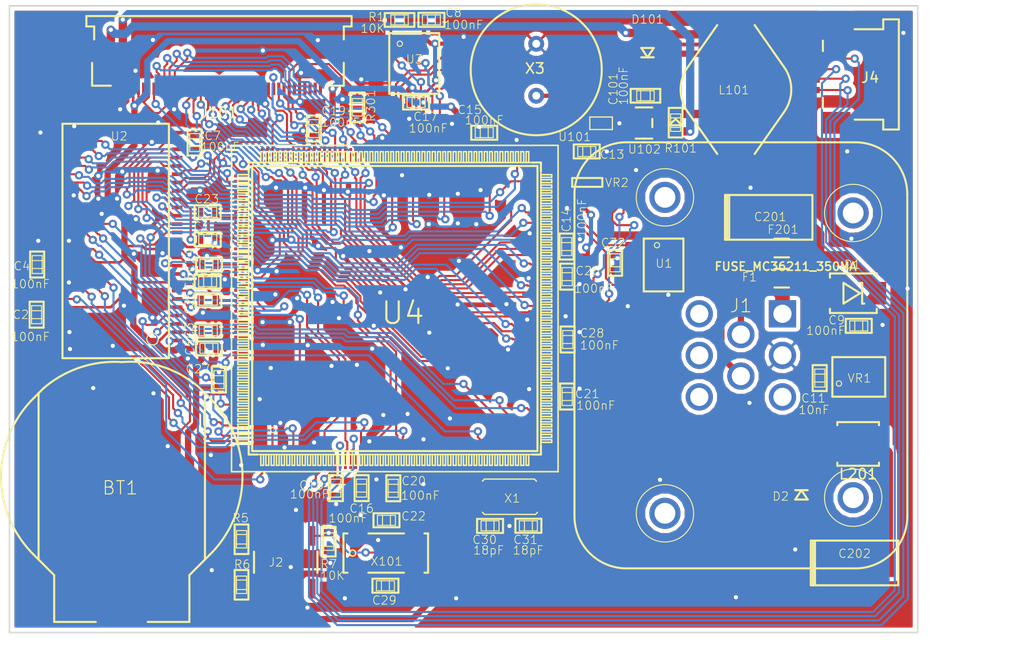
<source format=kicad_pcb>
(kicad_pcb (version 20160815) (host pcbnew "(2017-01-11 revision e99b79c)-master")
  (layers (0 F.Cu signal) (31 B.Cu signal) (34 B.Paste user) (35 F.Paste user) (36 B.SilkS user) (37 F.SilkS user) (38 B.Mask user) (39 F.Mask user) (44 Edge.Cuts user))
  (net 0 "")
  (net 1 GND)
  (net 2 VDD)
  (net 3 +5V)
  (net 4 "Net-(C11-Pad2)")
  (net 5 /pwr_supply_sheet/VIN)
  (net 6 /CANH)
  (net 7 /CANL)
  (net 8 +3V3)
  (net 9 /lpc1785_sheet/SWDCLK)
  (net 10 /lpc1785_sheet/RESET)
  (net 11 /lpc1785_sheet/CAN_TXD)
  (net 12 /lpc1785_sheet/CAN_RXD)
  (net 13 /DQ0)
  (net 14 /DQ1)
  (net 15 /DQ2)
  (net 16 /DQ3)
  (net 17 /DQ4)
  (net 18 /DQ5)
  (net 19 /DQ6)
  (net 20 /DQ7)
  (net 21 /lpc1785_sheet/EMC_WE)
  (net 22 /lpc1785_sheet/EMC_CAS)
  (net 23 /lpc1785_sheet/EMC_RAS)
  (net 24 /lpc1785_sheet/EMC_CS)
  (net 25 /A11)
  (net 26 /A9)
  (net 27 /A8)
  (net 28 /A7)
  (net 29 /A6)
  (net 30 /A5)
  (net 31 /A4)
  (net 32 /A3)
  (net 33 /A2)
  (net 34 /A1)
  (net 35 /A0)
  (net 36 /A10)
  (net 37 /BA1)
  (net 38 /BA0)
  (net 39 /lpc1785_sheet/EMC_CKE)
  (net 40 /lpc1785_sheet/EMC_CLK)
  (net 41 /DQ8)
  (net 42 /DQ9)
  (net 43 /DQ10)
  (net 44 /DQ11)
  (net 45 /DQ12)
  (net 46 /DQ13)
  (net 47 /DQ14)
  (net 48 /DQ15)
  (net 49 "Net-(C30-Pad2)")
  (net 50 "Net-(C31-Pad2)")
  (net 51 "Net-(C11-Pad1)")
  (net 52 /lpc1785_sheet/LCD_X_L)
  (net 53 /lpc1785_sheet/LCD_Y_B)
  (net 54 /lpc1785_sheet/LCD_X_R)
  (net 55 /lpc1785_sheet/LCD_Y_T)
  (net 56 /DCLK)
  (net 57 /PWR)
  (net 58 /HSYNC)
  (net 59 /VSYNC)
  (net 60 /DE)
  (net 61 /lpc1785_sheet/SPI_CS)
  (net 62 /lpc1785_sheet/SPI_MISO)
  (net 63 /lpc1785_sheet/SPI_MOSI)
  (net 64 /lpc1785_sheet/SPI_SCK)
  (net 65 /lpc1785_sheet/SPI_RESET)
  (net 66 /lpc1785_sheet/SWDIO)
  (net 67 /lpc1785_sheet/RTC_BAT)
  (net 68 /lpc1785_sheet/RTC_X1)
  (net 69 /lpc1785_sheet/RTC_X2)
  (net 70 /lpc1785_sheet/BUZZER)
  (net 71 /BACKLIGHT)
  (net 72 /BCKL-)
  (net 73 /R4)
  (net 74 /R0)
  (net 75 /R1)
  (net 76 /R2)
  (net 77 /R3)
  (net 78 /G5)
  (net 79 /G0)
  (net 80 /G1)
  (net 81 /G2)
  (net 82 /G3)
  (net 83 /G4)
  (net 84 /B4)
  (net 85 /B0)
  (net 86 /B1)
  (net 87 /B2)
  (net 88 /B3)
  (net 89 /lpc1785_sheet/EMC_DQM0)
  (net 90 /lpc1785_sheet/EMC_DQM1)
  (net 91 /BCKL+)
  (net 92 "Net-(U101-PadR)")
  (net 93 "Net-(L101-PadP$1)")
  (net 94 /pwr_supply_sheet/VLCD)
  (module usevolt:INDUCTOR_BOURNS_10X13X5MM (layer F.Cu) (at 157.6 65.1 90)
    (fp_text reference L101 (at 0.1 -0.2 180) (layer F.SilkS) (effects (font (size 0.8128 0.8128) (thickness 0.0762))))
    (fp_text value INDUCTOR_SDR1005-101KL hide)
    (pad P$1 smd rect (at -5.14858 0 90) (size 2.99974 2.79908) (layers F.Cu F.Paste F.Mask) (net 93 "Net-(L101-PadP$1)"))
    (pad P$2 smd rect (at 5.14858 0 90) (size 2.99974 2.79908) (layers F.Cu F.Paste F.Mask) (net 72 /BCKL-))
  )
  (module usevolt:QFP208 (layer F.Cu) (at 124.802377 86.021173 90)
    (fp_text reference U4 (at -0.440427 0.775223 180) (layer F.SilkS) (effects (font (size 2.0828 2.0828) (thickness 0.2032))))
    (fp_text value LPC1785FBD208_551QFP50 hide)
    (pad 1 smd rect (at -14.7066 -12.7508) (size 0.2794 1.4732) (layers F.Cu F.Paste F.Mask) (net 45 /DQ12))
    (pad 2 smd rect (at -14.7066 -12.2428) (size 0.2794 1.4732) (layers F.Cu F.Paste F.Mask))
    (pad 3 smd rect (at -14.7066 -11.7602) (size 0.2794 1.4732) (layers F.Cu F.Paste F.Mask) (net 16 /DQ3))
    (pad 4 smd rect (at -14.7066 -11.2522) (size 0.2794 1.4732) (layers F.Cu F.Paste F.Mask))
    (pad 5 smd rect (at -14.7066 -10.7442) (size 0.2794 1.4732) (layers F.Cu F.Paste F.Mask))
    (pad 6 smd rect (at -14.7066 -10.2616) (size 0.2794 1.4732) (layers F.Cu F.Paste F.Mask) (net 66 /lpc1785_sheet/SWDIO))
    (pad 7 smd rect (at -14.7066 -9.7536) (size 0.2794 1.4732) (layers F.Cu F.Paste F.Mask) (net 46 /DQ13))
    (pad 8 smd rect (at -14.7066 -9.2456) (size 0.2794 1.4732) (layers F.Cu F.Paste F.Mask))
    (pad 9 smd rect (at -14.7066 -8.73506) (size 0.2794 1.4732) (layers F.Cu F.Paste F.Mask))
    (pad 10 smd rect (at -14.7066 -8.255) (size 0.2794 1.4732) (layers F.Cu F.Paste F.Mask) (net 9 /lpc1785_sheet/SWDCLK))
    (pad 11 smd rect (at -14.7066 -7.747) (size 0.2794 1.4732) (layers F.Cu F.Paste F.Mask))
    (pad 12 smd rect (at -14.7066 -7.23646) (size 0.2794 1.4732) (layers F.Cu F.Paste F.Mask) (net 55 /lpc1785_sheet/LCD_Y_T))
    (pad 13 smd rect (at -14.7066 -6.7564) (size 0.2794 1.4732) (layers F.Cu F.Paste F.Mask) (net 17 /DQ4))
    (pad 14 smd rect (at -14.7066 -6.2484) (size 0.2794 1.4732) (layers F.Cu F.Paste F.Mask) (net 52 /lpc1785_sheet/LCD_X_L))
    (pad 15 smd rect (at -14.7066 -5.7404) (size 0.2794 1.4732) (layers F.Cu F.Paste F.Mask) (net 8 +3V3))
    (pad 16 smd rect (at -14.7066 -5.2578) (size 0.2794 1.4732) (layers F.Cu F.Paste F.Mask) (net 53 /lpc1785_sheet/LCD_Y_B))
    (pad 17 smd rect (at -14.7066 -4.7498) (size 0.2794 1.4732) (layers F.Cu F.Paste F.Mask) (net 18 /DQ5))
    (pad 18 smd rect (at -14.7066 -4.2418) (size 0.2794 1.4732) (layers F.Cu F.Paste F.Mask) (net 54 /lpc1785_sheet/LCD_X_R))
    (pad 19 smd rect (at -14.7066 -3.7592) (size 0.2794 1.4732) (layers F.Cu F.Paste F.Mask))
    (pad 20 smd rect (at -14.7066 -3.2512) (size 0.2794 1.4732) (layers F.Cu F.Paste F.Mask) (net 8 +3V3))
    (pad 21 smd rect (at -14.7066 -2.7432) (size 0.2794 1.4732) (layers F.Cu F.Paste F.Mask) (net 47 /DQ14))
    (pad 22 smd rect (at -14.7066 -2.2606) (size 0.2794 1.4732) (layers F.Cu F.Paste F.Mask) (net 1 GND))
    (pad 23 smd rect (at -14.7066 -1.7526) (size 0.2794 1.4732) (layers F.Cu F.Paste F.Mask) (net 19 /DQ6))
    (pad 24 smd rect (at -14.7066 -1.2446) (size 0.2794 1.4732) (layers F.Cu F.Paste F.Mask) (net 8 +3V3))
    (pad 25 smd rect (at -14.7066 -0.762) (size 0.2794 1.4732) (layers F.Cu F.Paste F.Mask))
    (pad 26 smd rect (at -14.7066 -0.254) (size 0.2794 1.4732) (layers F.Cu F.Paste F.Mask) (net 8 +3V3))
    (pad 27 smd rect (at -14.7066 0.254) (size 0.2794 1.4732) (layers F.Cu F.Paste F.Mask) (net 20 /DQ7))
    (pad 28 smd rect (at -14.7066 0.762) (size 0.2794 1.4732) (layers F.Cu F.Paste F.Mask) (net 48 /DQ15))
    (pad 29 smd rect (at -14.7066 1.2446) (size 0.2794 1.4732) (layers F.Cu F.Paste F.Mask))
    (pad 30 smd rect (at -14.7066 1.7526) (size 0.2794 1.4732) (layers F.Cu F.Paste F.Mask))
    (pad 31 smd rect (at -14.7066 2.2606) (size 0.2794 1.4732) (layers F.Cu F.Paste F.Mask))
    (pad 32 smd rect (at -14.7066 2.7432) (size 0.2794 1.4732) (layers F.Cu F.Paste F.Mask) (net 1 GND))
    (pad 33 smd rect (at -14.7066 3.2512) (size 0.2794 1.4732) (layers F.Cu F.Paste F.Mask) (net 1 GND))
    (pad 34 smd rect (at -14.7066 3.7592) (size 0.2794 1.4732) (layers F.Cu F.Paste F.Mask) (net 68 /lpc1785_sheet/RTC_X1))
    (pad 35 smd rect (at -14.7066 4.2418) (size 0.2794 1.4732) (layers F.Cu F.Paste F.Mask) (net 10 /lpc1785_sheet/RESET))
    (pad 36 smd rect (at -14.7066 4.7498) (size 0.2794 1.4732) (layers F.Cu F.Paste F.Mask) (net 69 /lpc1785_sheet/RTC_X2))
    (pad 37 smd rect (at -14.7066 5.2578) (size 0.2794 1.4732) (layers F.Cu F.Paste F.Mask))
    (pad 38 smd rect (at -14.7066 5.7404) (size 0.2794 1.4732) (layers F.Cu F.Paste F.Mask) (net 67 /lpc1785_sheet/RTC_BAT))
    (pad 39 smd rect (at -14.7066 6.2484) (size 0.2794 1.4732) (layers F.Cu F.Paste F.Mask))
    (pad 40 smd rect (at -14.7066 6.7564) (size 0.2794 1.4732) (layers F.Cu F.Paste F.Mask))
    (pad 41 smd rect (at -14.7066 7.23646) (size 0.2794 1.4732) (layers F.Cu F.Paste F.Mask))
    (pad 42 smd rect (at -14.7066 7.747) (size 0.2794 1.4732) (layers F.Cu F.Paste F.Mask))
    (pad 43 smd rect (at -14.7066 8.255) (size 0.2794 1.4732) (layers F.Cu F.Paste F.Mask) (net 90 /lpc1785_sheet/EMC_DQM1))
    (pad 44 smd rect (at -14.7066 8.73506) (size 0.2794 1.4732) (layers F.Cu F.Paste F.Mask) (net 49 "Net-(C30-Pad2)"))
    (pad 45 smd rect (at -14.7066 9.2456) (size 0.2794 1.4732) (layers F.Cu F.Paste F.Mask))
    (pad 46 smd rect (at -14.7066 9.7536) (size 0.2794 1.4732) (layers F.Cu F.Paste F.Mask) (net 50 "Net-(C31-Pad2)"))
    (pad 47 smd rect (at -14.7066 10.2616) (size 0.2794 1.4732) (layers F.Cu F.Paste F.Mask))
    (pad 48 smd rect (at -14.7066 10.7442) (size 0.2794 1.4732) (layers F.Cu F.Paste F.Mask))
    (pad 49 smd rect (at -14.7066 11.2522) (size 0.2794 1.4732) (layers F.Cu F.Paste F.Mask) (net 89 /lpc1785_sheet/EMC_DQM0))
    (pad 50 smd rect (at -14.7066 11.7602) (size 0.2794 1.4732) (layers F.Cu F.Paste F.Mask))
    (pad 51 smd rect (at -14.7066 12.2428) (size 0.2794 1.4732) (layers F.Cu F.Paste F.Mask))
    (pad 52 smd rect (at -14.7066 12.7508) (size 0.2794 1.4732) (layers F.Cu F.Paste F.Mask))
    (pad 53 smd rect (at -12.7508 14.7066 270) (size 0.2794 1.4732) (layers F.Cu F.Paste F.Mask) (net 39 /lpc1785_sheet/EMC_CKE))
    (pad 54 smd rect (at -12.2428 14.7066 270) (size 0.2794 1.4732) (layers F.Cu F.Paste F.Mask))
    (pad 55 smd rect (at -11.7602 14.7066 270) (size 0.2794 1.4732) (layers F.Cu F.Paste F.Mask))
    (pad 56 smd rect (at -11.2522 14.7066 270) (size 0.2794 1.4732) (layers F.Cu F.Paste F.Mask) (net 70 /lpc1785_sheet/BUZZER))
    (pad 57 smd rect (at -10.7442 14.7066 270) (size 0.2794 1.4732) (layers F.Cu F.Paste F.Mask))
    (pad 58 smd rect (at -10.2616 14.7066 270) (size 0.2794 1.4732) (layers F.Cu F.Paste F.Mask) (net 71 /BACKLIGHT))
    (pad 59 smd rect (at -9.7536 14.7066 270) (size 0.2794 1.4732) (layers F.Cu F.Paste F.Mask) (net 40 /lpc1785_sheet/EMC_CLK))
    (pad 60 smd rect (at -9.2456 14.7066 270) (size 0.2794 1.4732) (layers F.Cu F.Paste F.Mask) (net 8 +3V3))
    (pad 61 smd rect (at -8.73506 14.7066 270) (size 0.2794 1.4732) (layers F.Cu F.Paste F.Mask))
    (pad 62 smd rect (at -8.255 14.7066 270) (size 0.2794 1.4732) (layers F.Cu F.Paste F.Mask))
    (pad 63 smd rect (at -7.747 14.7066 270) (size 0.2794 1.4732) (layers F.Cu F.Paste F.Mask) (net 1 GND))
    (pad 64 smd rect (at -7.23646 14.7066 270) (size 0.2794 1.4732) (layers F.Cu F.Paste F.Mask))
    (pad 65 smd rect (at -6.7564 14.7066 270) (size 0.2794 1.4732) (layers F.Cu F.Paste F.Mask))
    (pad 66 smd rect (at -6.2484 14.7066 270) (size 0.2794 1.4732) (layers F.Cu F.Paste F.Mask))
    (pad 67 smd rect (at -5.7404 14.7066 270) (size 0.2794 1.4732) (layers F.Cu F.Paste F.Mask))
    (pad 68 smd rect (at -5.2578 14.7066 270) (size 0.2794 1.4732) (layers F.Cu F.Paste F.Mask))
    (pad 69 smd rect (at -4.7498 14.7066 270) (size 0.2794 1.4732) (layers F.Cu F.Paste F.Mask))
    (pad 70 smd rect (at -4.2418 14.7066 270) (size 0.2794 1.4732) (layers F.Cu F.Paste F.Mask) (net 79 /G0))
    (pad 71 smd rect (at -3.7592 14.7066 270) (size 0.2794 1.4732) (layers F.Cu F.Paste F.Mask) (net 8 +3V3))
    (pad 72 smd rect (at -3.2512 14.7066 270) (size 0.2794 1.4732) (layers F.Cu F.Paste F.Mask) (net 80 /G1))
    (pad 73 smd rect (at -2.7432 14.7066 270) (size 0.2794 1.4732) (layers F.Cu F.Paste F.Mask) (net 24 /lpc1785_sheet/EMC_CS))
    (pad 74 smd rect (at -2.2606 14.7066 270) (size 0.2794 1.4732) (layers F.Cu F.Paste F.Mask) (net 81 /G2))
    (pad 75 smd rect (at -1.7526 14.7066 270) (size 0.2794 1.4732) (layers F.Cu F.Paste F.Mask) (net 35 /A0))
    (pad 76 smd rect (at -1.2446 14.7066 270) (size 0.2794 1.4732) (layers F.Cu F.Paste F.Mask) (net 82 /G3))
    (pad 77 smd rect (at -0.762 14.7066 270) (size 0.2794 1.4732) (layers F.Cu F.Paste F.Mask) (net 1 GND))
    (pad 78 smd rect (at -0.254 14.7066 270) (size 0.2794 1.4732) (layers F.Cu F.Paste F.Mask) (net 83 /G4))
    (pad 79 smd rect (at 0.254 14.7066 270) (size 0.2794 1.4732) (layers F.Cu F.Paste F.Mask) (net 34 /A1))
    (pad 80 smd rect (at 0.762 14.7066 270) (size 0.2794 1.4732) (layers F.Cu F.Paste F.Mask) (net 78 /G5))
    (pad 81 smd rect (at 1.2446 14.7066 270) (size 0.2794 1.4732) (layers F.Cu F.Paste F.Mask))
    (pad 82 smd rect (at 1.7526 14.7066 270) (size 0.2794 1.4732) (layers F.Cu F.Paste F.Mask) (net 86 /B1))
    (pad 83 smd rect (at 2.2606 14.7066 270) (size 0.2794 1.4732) (layers F.Cu F.Paste F.Mask) (net 33 /A2))
    (pad 84 smd rect (at 2.7432 14.7066 270) (size 0.2794 1.4732) (layers F.Cu F.Paste F.Mask) (net 1 GND))
    (pad 85 smd rect (at 3.2512 14.7066 270) (size 0.2794 1.4732) (layers F.Cu F.Paste F.Mask))
    (pad 86 smd rect (at 3.7592 14.7066 270) (size 0.2794 1.4732) (layers F.Cu F.Paste F.Mask) (net 8 +3V3))
    (pad 87 smd rect (at 4.2418 14.7066 270) (size 0.2794 1.4732) (layers F.Cu F.Paste F.Mask) (net 22 /lpc1785_sheet/EMC_CAS))
    (pad 88 smd rect (at 4.7498 14.7066 270) (size 0.2794 1.4732) (layers F.Cu F.Paste F.Mask) (net 87 /B2))
    (pad 89 smd rect (at 5.2578 14.7066 270) (size 0.2794 1.4732) (layers F.Cu F.Paste F.Mask) (net 8 +3V3))
    (pad 90 smd rect (at 5.7404 14.7066 270) (size 0.2794 1.4732) (layers F.Cu F.Paste F.Mask) (net 88 /B3))
    (pad 91 smd rect (at 6.2484 14.7066 270) (size 0.2794 1.4732) (layers F.Cu F.Paste F.Mask))
    (pad 92 smd rect (at 6.7564 14.7066 270) (size 0.2794 1.4732) (layers F.Cu F.Paste F.Mask) (net 84 /B4))
    (pad 93 smd rect (at 7.23646 14.7066 270) (size 0.2794 1.4732) (layers F.Cu F.Paste F.Mask) (net 1 GND))
    (pad 94 smd rect (at 7.747 14.7066 270) (size 0.2794 1.4732) (layers F.Cu F.Paste F.Mask) (net 12 /lpc1785_sheet/CAN_RXD))
    (pad 95 smd rect (at 8.255 14.7066 270) (size 0.2794 1.4732) (layers F.Cu F.Paste F.Mask) (net 23 /lpc1785_sheet/EMC_RAS))
    (pad 96 smd rect (at 8.73506 14.7066 270) (size 0.2794 1.4732) (layers F.Cu F.Paste F.Mask) (net 11 /lpc1785_sheet/CAN_TXD))
    (pad 97 smd rect (at 9.2456 14.7066 270) (size 0.2794 1.4732) (layers F.Cu F.Paste F.Mask) (net 32 /A3))
    (pad 98 smd rect (at 9.7536 14.7066 270) (size 0.2794 1.4732) (layers F.Cu F.Paste F.Mask))
    (pad 99 smd rect (at 10.2616 14.7066 270) (size 0.2794 1.4732) (layers F.Cu F.Paste F.Mask))
    (pad 100 smd rect (at 10.7442 14.7066 270) (size 0.2794 1.4732) (layers F.Cu F.Paste F.Mask))
    (pad 101 smd rect (at 11.2522 14.7066 270) (size 0.2794 1.4732) (layers F.Cu F.Paste F.Mask))
    (pad 102 smd rect (at 11.7602 14.7066 270) (size 0.2794 1.4732) (layers F.Cu F.Paste F.Mask) (net 85 /B0))
    (pad 103 smd rect (at 12.2428 14.7066 270) (size 0.2794 1.4732) (layers F.Cu F.Paste F.Mask) (net 31 /A4))
    (pad 104 smd rect (at 12.7508 14.7066 270) (size 0.2794 1.4732) (layers F.Cu F.Paste F.Mask))
    (pad 105 smd rect (at 14.7066 12.7508) (size 0.2794 1.4732) (layers F.Cu F.Paste F.Mask))
    (pad 106 smd rect (at 14.7066 12.2428) (size 0.2794 1.4732) (layers F.Cu F.Paste F.Mask))
    (pad 107 smd rect (at 14.7066 11.7602) (size 0.2794 1.4732) (layers F.Cu F.Paste F.Mask) (net 30 /A5))
    (pad 108 smd rect (at 14.7066 11.2522) (size 0.2794 1.4732) (layers F.Cu F.Paste F.Mask))
    (pad 109 smd rect (at 14.7066 10.7442) (size 0.2794 1.4732) (layers F.Cu F.Paste F.Mask))
    (pad 110 smd rect (at 14.7066 10.2616) (size 0.2794 1.4732) (layers F.Cu F.Paste F.Mask))
    (pad 111 smd rect (at 14.7066 9.7536) (size 0.2794 1.4732) (layers F.Cu F.Paste F.Mask))
    (pad 112 smd rect (at 14.7066 9.2456) (size 0.2794 1.4732) (layers F.Cu F.Paste F.Mask) (net 8 +3V3))
    (pad 113 smd rect (at 14.7066 8.73506) (size 0.2794 1.4732) (layers F.Cu F.Paste F.Mask) (net 29 /A6))
    (pad 114 smd rect (at 14.7066 8.255) (size 0.2794 1.4732) (layers F.Cu F.Paste F.Mask) (net 1 GND))
    (pad 115 smd rect (at 14.7066 7.747) (size 0.2794 1.4732) (layers F.Cu F.Paste F.Mask))
    (pad 116 smd rect (at 14.7066 7.23646) (size 0.2794 1.4732) (layers F.Cu F.Paste F.Mask))
    (pad 117 smd rect (at 14.7066 6.7564) (size 0.2794 1.4732) (layers F.Cu F.Paste F.Mask))
    (pad 118 smd rect (at 14.7066 6.2484) (size 0.2794 1.4732) (layers F.Cu F.Paste F.Mask))
    (pad 119 smd rect (at 14.7066 5.7404) (size 0.2794 1.4732) (layers F.Cu F.Paste F.Mask))
    (pad 120 smd rect (at 14.7066 5.2578) (size 0.2794 1.4732) (layers F.Cu F.Paste F.Mask))
    (pad 121 smd rect (at 14.7066 4.7498) (size 0.2794 1.4732) (layers F.Cu F.Paste F.Mask) (net 28 /A7))
    (pad 122 smd rect (at 14.7066 4.2418) (size 0.2794 1.4732) (layers F.Cu F.Paste F.Mask) (net 61 /lpc1785_sheet/SPI_CS))
    (pad 123 smd rect (at 14.7066 3.7592) (size 0.2794 1.4732) (layers F.Cu F.Paste F.Mask))
    (pad 124 smd rect (at 14.7066 3.2512) (size 0.2794 1.4732) (layers F.Cu F.Paste F.Mask) (net 63 /lpc1785_sheet/SPI_MOSI))
    (pad 125 smd rect (at 14.7066 2.7432) (size 0.2794 1.4732) (layers F.Cu F.Paste F.Mask) (net 8 +3V3))
    (pad 126 smd rect (at 14.7066 2.2606) (size 0.2794 1.4732) (layers F.Cu F.Paste F.Mask) (net 62 /lpc1785_sheet/SPI_MISO))
    (pad 127 smd rect (at 14.7066 1.7526) (size 0.2794 1.4732) (layers F.Cu F.Paste F.Mask) (net 27 /A8))
    (pad 128 smd rect (at 14.7066 1.2446) (size 0.2794 1.4732) (layers F.Cu F.Paste F.Mask) (net 64 /lpc1785_sheet/SPI_SCK))
    (pad 129 smd rect (at 14.7066 0.762) (size 0.2794 1.4732) (layers F.Cu F.Paste F.Mask))
    (pad 130 smd rect (at 14.7066 0.254) (size 0.2794 1.4732) (layers F.Cu F.Paste F.Mask) (net 65 /lpc1785_sheet/SPI_RESET))
    (pad 131 smd rect (at 14.7066 -0.254) (size 0.2794 1.4732) (layers F.Cu F.Paste F.Mask) (net 26 /A9))
    (pad 132 smd rect (at 14.7066 -0.762) (size 0.2794 1.4732) (layers F.Cu F.Paste F.Mask) (net 73 /R4))
    (pad 133 smd rect (at 14.7066 -1.2446) (size 0.2794 1.4732) (layers F.Cu F.Paste F.Mask) (net 1 GND))
    (pad 134 smd rect (at 14.7066 -1.7526) (size 0.2794 1.4732) (layers F.Cu F.Paste F.Mask) (net 77 /R3))
    (pad 135 smd rect (at 14.7066 -2.2606) (size 0.2794 1.4732) (layers F.Cu F.Paste F.Mask) (net 36 /A10))
    (pad 136 smd rect (at 14.7066 -2.7432) (size 0.2794 1.4732) (layers F.Cu F.Paste F.Mask) (net 76 /R2))
    (pad 137 smd rect (at 14.7066 -3.2512) (size 0.2794 1.4732) (layers F.Cu F.Paste F.Mask))
    (pad 138 smd rect (at 14.7066 -3.7592) (size 0.2794 1.4732) (layers F.Cu F.Paste F.Mask) (net 75 /R1))
    (pad 139 smd rect (at 14.7066 -4.2418) (size 0.2794 1.4732) (layers F.Cu F.Paste F.Mask))
    (pad 140 smd rect (at 14.7066 -4.7498) (size 0.2794 1.4732) (layers F.Cu F.Paste F.Mask) (net 58 /HSYNC))
    (pad 141 smd rect (at 14.7066 -5.2578) (size 0.2794 1.4732) (layers F.Cu F.Paste F.Mask))
    (pad 142 smd rect (at 14.7066 -5.7404) (size 0.2794 1.4732) (layers F.Cu F.Paste F.Mask) (net 60 /DE))
    (pad 143 smd rect (at 14.7066 -6.2484) (size 0.2794 1.4732) (layers F.Cu F.Paste F.Mask))
    (pad 144 smd rect (at 14.7066 -6.7564) (size 0.2794 1.4732) (layers F.Cu F.Paste F.Mask) (net 59 /VSYNC))
    (pad 145 smd rect (at 14.7066 -7.23646) (size 0.2794 1.4732) (layers F.Cu F.Paste F.Mask) (net 25 /A11))
    (pad 146 smd rect (at 14.7066 -7.747) (size 0.2794 1.4732) (layers F.Cu F.Paste F.Mask) (net 8 +3V3))
    (pad 147 smd rect (at 14.7066 -8.255) (size 0.2794 1.4732) (layers F.Cu F.Paste F.Mask))
    (pad 148 smd rect (at 14.7066 -8.73506) (size 0.2794 1.4732) (layers F.Cu F.Paste F.Mask) (net 1 GND))
    (pad 149 smd rect (at 14.7066 -9.2456) (size 0.2794 1.4732) (layers F.Cu F.Paste F.Mask))
    (pad 150 smd rect (at 14.7066 -9.7536) (size 0.2794 1.4732) (layers F.Cu F.Paste F.Mask) (net 56 /DCLK))
    (pad 151 smd rect (at 14.7066 -10.2616) (size 0.2794 1.4732) (layers F.Cu F.Paste F.Mask))
    (pad 152 smd rect (at 14.7066 -10.7442) (size 0.2794 1.4732) (layers F.Cu F.Paste F.Mask))
    (pad 153 smd rect (at 14.7066 -11.2522) (size 0.2794 1.4732) (layers F.Cu F.Paste F.Mask))
    (pad 154 smd rect (at 14.7066 -11.7602) (size 0.2794 1.4732) (layers F.Cu F.Paste F.Mask) (net 57 /PWR))
    (pad 155 smd rect (at 14.7066 -12.2428) (size 0.2794 1.4732) (layers F.Cu F.Paste F.Mask) (net 38 /BA0))
    (pad 156 smd rect (at 14.7066 -12.7508) (size 0.2794 1.4732) (layers F.Cu F.Paste F.Mask))
    (pad 157 smd rect (at 12.7508 -14.7066 270) (size 0.2794 1.4732) (layers F.Cu F.Paste F.Mask))
    (pad 158 smd rect (at 12.2428 -14.7066 270) (size 0.2794 1.4732) (layers F.Cu F.Paste F.Mask))
    (pad 159 smd rect (at 11.7602 -14.7066 270) (size 0.2794 1.4732) (layers F.Cu F.Paste F.Mask) (net 37 /BA1))
    (pad 160 smd rect (at 11.2522 -14.7066 270) (size 0.2794 1.4732) (layers F.Cu F.Paste F.Mask))
    (pad 161 smd rect (at 10.7442 -14.7066 270) (size 0.2794 1.4732) (layers F.Cu F.Paste F.Mask))
    (pad 162 smd rect (at 10.2616 -14.7066 270) (size 0.2794 1.4732) (layers F.Cu F.Paste F.Mask))
    (pad 163 smd rect (at 9.7536 -14.7066 270) (size 0.2794 1.4732) (layers F.Cu F.Paste F.Mask))
    (pad 164 smd rect (at 9.2456 -14.7066 270) (size 0.2794 1.4732) (layers F.Cu F.Paste F.Mask))
    (pad 165 smd rect (at 8.73506 -14.7066 270) (size 0.2794 1.4732) (layers F.Cu F.Paste F.Mask) (net 8 +3V3))
    (pad 166 smd rect (at 8.255 -14.7066 270) (size 0.2794 1.4732) (layers F.Cu F.Paste F.Mask))
    (pad 167 smd rect (at 7.747 -14.7066 270) (size 0.2794 1.4732) (layers F.Cu F.Paste F.Mask))
    (pad 168 smd rect (at 7.23646 -14.7066 270) (size 0.2794 1.4732) (layers F.Cu F.Paste F.Mask))
    (pad 169 smd rect (at 6.7564 -14.7066 270) (size 0.2794 1.4732) (layers F.Cu F.Paste F.Mask) (net 1 GND))
    (pad 170 smd rect (at 6.2484 -14.7066 270) (size 0.2794 1.4732) (layers F.Cu F.Paste F.Mask))
    (pad 171 smd rect (at 5.7404 -14.7066 270) (size 0.2794 1.4732) (layers F.Cu F.Paste F.Mask))
    (pad 172 smd rect (at 5.2578 -14.7066 270) (size 0.2794 1.4732) (layers F.Cu F.Paste F.Mask) (net 1 GND))
    (pad 173 smd rect (at 4.7498 -14.7066 270) (size 0.2794 1.4732) (layers F.Cu F.Paste F.Mask))
    (pad 174 smd rect (at 4.2418 -14.7066 270) (size 0.2794 1.4732) (layers F.Cu F.Paste F.Mask) (net 8 +3V3))
    (pad 175 smd rect (at 3.7592 -14.7066 270) (size 0.2794 1.4732) (layers F.Cu F.Paste F.Mask))
    (pad 176 smd rect (at 3.2512 -14.7066 270) (size 0.2794 1.4732) (layers F.Cu F.Paste F.Mask) (net 74 /R0))
    (pad 177 smd rect (at 2.7432 -14.7066 270) (size 0.2794 1.4732) (layers F.Cu F.Paste F.Mask))
    (pad 178 smd rect (at 2.2606 -14.7066 270) (size 0.2794 1.4732) (layers F.Cu F.Paste F.Mask))
    (pad 179 smd rect (at 1.7526 -14.7066 270) (size 0.2794 1.4732) (layers F.Cu F.Paste F.Mask) (net 21 /lpc1785_sheet/EMC_WE))
    (pad 180 smd rect (at 1.2446 -14.7066 270) (size 0.2794 1.4732) (layers F.Cu F.Paste F.Mask))
    (pad 181 smd rect (at 0.762 -14.7066 270) (size 0.2794 1.4732) (layers F.Cu F.Paste F.Mask) (net 8 +3V3))
    (pad 182 smd rect (at 0.254 -14.7066 270) (size 0.2794 1.4732) (layers F.Cu F.Paste F.Mask))
    (pad 183 smd rect (at -0.254 -14.7066 270) (size 0.2794 1.4732) (layers F.Cu F.Paste F.Mask))
    (pad 184 smd rect (at -0.762 -14.7066 270) (size 0.2794 1.4732) (layers F.Cu F.Paste F.Mask))
    (pad 185 smd rect (at -1.2446 -14.7066 270) (size 0.2794 1.4732) (layers F.Cu F.Paste F.Mask))
    (pad 186 smd rect (at -1.7526 -14.7066 270) (size 0.2794 1.4732) (layers F.Cu F.Paste F.Mask))
    (pad 187 smd rect (at -2.2606 -14.7066 270) (size 0.2794 1.4732) (layers F.Cu F.Paste F.Mask))
    (pad 188 smd rect (at -2.7432 -14.7066 270) (size 0.2794 1.4732) (layers F.Cu F.Paste F.Mask))
    (pad 189 smd rect (at -3.2512 -14.7066 270) (size 0.2794 1.4732) (layers F.Cu F.Paste F.Mask) (net 1 GND))
    (pad 190 smd rect (at -3.7592 -14.7066 270) (size 0.2794 1.4732) (layers F.Cu F.Paste F.Mask))
    (pad 191 smd rect (at -4.2418 -14.7066 270) (size 0.2794 1.4732) (layers F.Cu F.Paste F.Mask) (net 41 /DQ8))
    (pad 192 smd rect (at -4.7498 -14.7066 270) (size 0.2794 1.4732) (layers F.Cu F.Paste F.Mask))
    (pad 193 smd rect (at -5.2578 -14.7066 270) (size 0.2794 1.4732) (layers F.Cu F.Paste F.Mask))
    (pad 194 smd rect (at -5.7404 -14.7066 270) (size 0.2794 1.4732) (layers F.Cu F.Paste F.Mask))
    (pad 195 smd rect (at -6.2484 -14.7066 270) (size 0.2794 1.4732) (layers F.Cu F.Paste F.Mask))
    (pad 196 smd rect (at -6.7564 -14.7066 270) (size 0.2794 1.4732) (layers F.Cu F.Paste F.Mask))
    (pad 197 smd rect (at -7.23646 -14.7066 270) (size 0.2794 1.4732) (layers F.Cu F.Paste F.Mask) (net 13 /DQ0))
    (pad 198 smd rect (at -7.747 -14.7066 270) (size 0.2794 1.4732) (layers F.Cu F.Paste F.Mask) (net 8 +3V3))
    (pad 199 smd rect (at -8.255 -14.7066 270) (size 0.2794 1.4732) (layers F.Cu F.Paste F.Mask) (net 42 /DQ9))
    (pad 200 smd rect (at -8.73506 -14.7066 270) (size 0.2794 1.4732) (layers F.Cu F.Paste F.Mask) (net 1 GND))
    (pad 201 smd rect (at -9.2456 -14.7066 270) (size 0.2794 1.4732) (layers F.Cu F.Paste F.Mask) (net 14 /DQ1))
    (pad 202 smd rect (at -9.7536 -14.7066 270) (size 0.2794 1.4732) (layers F.Cu F.Paste F.Mask))
    (pad 203 smd rect (at -10.2616 -14.7066 270) (size 0.2794 1.4732) (layers F.Cu F.Paste F.Mask))
    (pad 204 smd rect (at -10.7442 -14.7066 270) (size 0.2794 1.4732) (layers F.Cu F.Paste F.Mask))
    (pad 205 smd rect (at -11.2522 -14.7066 270) (size 0.2794 1.4732) (layers F.Cu F.Paste F.Mask) (net 43 /DQ10))
    (pad 206 smd rect (at -11.7602 -14.7066 270) (size 0.2794 1.4732) (layers F.Cu F.Paste F.Mask))
    (pad 207 smd rect (at -12.2428 -14.7066 270) (size 0.2794 1.4732) (layers F.Cu F.Paste F.Mask) (net 15 /DQ2))
    (pad 208 smd rect (at -12.7508 -14.7066 270) (size 0.2794 1.4732) (layers F.Cu F.Paste F.Mask) (net 44 /DQ11))
  )
  (module usevolt:TSOP_II_54_PIN (layer F.Cu) (at 97.9741 79.49932 180)
    (fp_text reference U2 (at -0.3239 10.05572 180) (layer F.SilkS) (effects (font (size 0.8128 0.8128) (thickness 0.0762))))
    (fp_text value ALLIANCE_AS4C4M16SA_TSOP_II hide)
    (pad P$1 smd rect (at -5.8992 -10.3989 270) (size 0.3556 1.016) (layers F.Cu F.Paste F.Mask) (net 8 +3V3))
    (pad P$2 smd rect (at -5.8992 -9.5988 270) (size 0.3556 1.016) (layers F.Cu F.Paste F.Mask) (net 13 /DQ0))
    (pad P$3 smd rect (at -5.8992 -8.7987 270) (size 0.3556 1.016) (layers F.Cu F.Paste F.Mask) (net 8 +3V3))
    (pad P$4 smd rect (at -5.8992 -7.9986 270) (size 0.3556 1.016) (layers F.Cu F.Paste F.Mask) (net 14 /DQ1))
    (pad P$5 smd rect (at -5.8992 -7.1985 270) (size 0.3556 1.016) (layers F.Cu F.Paste F.Mask) (net 15 /DQ2))
    (pad P$6 smd rect (at -5.8992 -6.3984 270) (size 0.3556 1.016) (layers F.Cu F.Paste F.Mask) (net 1 GND))
    (pad P$7 smd rect (at -5.8992 -5.5983 270) (size 0.3556 1.016) (layers F.Cu F.Paste F.Mask) (net 16 /DQ3))
    (pad P$8 smd rect (at -5.8992 -4.7982 270) (size 0.3556 1.016) (layers F.Cu F.Paste F.Mask) (net 17 /DQ4))
    (pad P$9 smd rect (at -5.8992 -3.9981 270) (size 0.3556 1.016) (layers F.Cu F.Paste F.Mask) (net 8 +3V3))
    (pad P$10 smd rect (at -5.8992 -3.198 270) (size 0.3556 1.016) (layers F.Cu F.Paste F.Mask) (net 18 /DQ5))
    (pad P$11 smd rect (at -5.8992 -2.3979 270) (size 0.3556 1.016) (layers F.Cu F.Paste F.Mask) (net 19 /DQ6))
    (pad P$12 smd rect (at -5.8992 -1.5978 270) (size 0.3556 1.016) (layers F.Cu F.Paste F.Mask) (net 1 GND))
    (pad P$13 smd rect (at -5.8992 -0.7977 270) (size 0.3556 1.016) (layers F.Cu F.Paste F.Mask) (net 20 /DQ7))
    (pad P$14 smd rect (at -5.8992 -0.00014 270) (size 0.3556 1.016) (layers F.Cu F.Paste F.Mask) (net 8 +3V3))
    (pad P$15 smd rect (at -5.8992 0.79996 270) (size 0.3556 1.016) (layers F.Cu F.Paste F.Mask) (net 89 /lpc1785_sheet/EMC_DQM0))
    (pad P$16 smd rect (at -5.8992 1.59752 270) (size 0.3556 1.016) (layers F.Cu F.Paste F.Mask) (net 21 /lpc1785_sheet/EMC_WE))
    (pad P$17 smd rect (at -5.8992 2.39762 270) (size 0.3556 1.016) (layers F.Cu F.Paste F.Mask) (net 22 /lpc1785_sheet/EMC_CAS))
    (pad P$18 smd rect (at -5.8992 3.19772 270) (size 0.3556 1.016) (layers F.Cu F.Paste F.Mask) (net 23 /lpc1785_sheet/EMC_RAS))
    (pad P$19 smd rect (at -5.8992 3.99782 270) (size 0.3556 1.016) (layers F.Cu F.Paste F.Mask) (net 24 /lpc1785_sheet/EMC_CS))
    (pad P$20 smd rect (at -5.8992 4.79792 270) (size 0.3556 1.016) (layers F.Cu F.Paste F.Mask) (net 38 /BA0))
    (pad P$21 smd rect (at -5.8992 5.59802 270) (size 0.3556 1.016) (layers F.Cu F.Paste F.Mask) (net 37 /BA1))
    (pad P$22 smd rect (at -5.8992 6.39812 270) (size 0.3556 1.016) (layers F.Cu F.Paste F.Mask) (net 36 /A10))
    (pad P$23 smd rect (at -5.8992 7.19822 270) (size 0.3556 1.016) (layers F.Cu F.Paste F.Mask) (net 35 /A0))
    (pad P$24 smd rect (at -5.8992 7.99832 270) (size 0.3556 1.016) (layers F.Cu F.Paste F.Mask) (net 34 /A1))
    (pad P$25 smd rect (at -5.8992 8.79842 270) (size 0.3556 1.016) (layers F.Cu F.Paste F.Mask) (net 33 /A2))
    (pad P$26 smd rect (at -5.8992 9.59852 270) (size 0.3556 1.016) (layers F.Cu F.Paste F.Mask) (net 32 /A3))
    (pad P$27 smd rect (at -5.8992 10.39862 270) (size 0.3556 1.016) (layers F.Cu F.Paste F.Mask) (net 8 +3V3))
    (pad P$28 smd rect (at 5.8991 10.39862 270) (size 0.3556 1.016) (layers F.Cu F.Paste F.Mask) (net 1 GND))
    (pad P$29 smd rect (at 5.8991 9.59852 270) (size 0.3556 1.016) (layers F.Cu F.Paste F.Mask) (net 31 /A4))
    (pad P$30 smd rect (at 5.8991 8.79842 270) (size 0.3556 1.016) (layers F.Cu F.Paste F.Mask) (net 30 /A5))
    (pad P$31 smd rect (at 5.8991 7.99832 270) (size 0.3556 1.016) (layers F.Cu F.Paste F.Mask) (net 29 /A6))
    (pad P$32 smd rect (at 5.8991 7.19822 270) (size 0.3556 1.016) (layers F.Cu F.Paste F.Mask) (net 28 /A7))
    (pad P$33 smd rect (at 5.8991 6.39812 270) (size 0.3556 1.016) (layers F.Cu F.Paste F.Mask) (net 27 /A8))
    (pad P$34 smd rect (at 5.8991 5.59802 270) (size 0.3556 1.016) (layers F.Cu F.Paste F.Mask) (net 26 /A9))
    (pad P$35 smd rect (at 5.8991 4.79792 270) (size 0.3556 1.016) (layers F.Cu F.Paste F.Mask) (net 25 /A11))
    (pad P$36 smd rect (at 5.8991 3.99782 270) (size 0.3556 1.016) (layers F.Cu F.Paste F.Mask))
    (pad P$37 smd rect (at 5.8991 3.19772 270) (size 0.3556 1.016) (layers F.Cu F.Paste F.Mask) (net 39 /lpc1785_sheet/EMC_CKE))
    (pad P$38 smd rect (at 5.8991 2.39762 270) (size 0.3556 1.016) (layers F.Cu F.Paste F.Mask) (net 40 /lpc1785_sheet/EMC_CLK))
    (pad P$39 smd rect (at 5.8991 1.59752 270) (size 0.3556 1.016) (layers F.Cu F.Paste F.Mask) (net 90 /lpc1785_sheet/EMC_DQM1))
    (pad P$40 smd rect (at 5.8991 0.79996 270) (size 0.3556 1.016) (layers F.Cu F.Paste F.Mask))
    (pad P$41 smd rect (at 5.8991 -0.00014 270) (size 0.3556 1.016) (layers F.Cu F.Paste F.Mask) (net 1 GND))
    (pad P$42 smd rect (at 5.8991 -0.7977 270) (size 0.3556 1.016) (layers F.Cu F.Paste F.Mask) (net 41 /DQ8))
    (pad P$43 smd rect (at 5.8991 -1.5978 270) (size 0.3556 1.016) (layers F.Cu F.Paste F.Mask) (net 8 +3V3))
    (pad P$44 smd rect (at 5.8991 -2.3979 270) (size 0.3556 1.016) (layers F.Cu F.Paste F.Mask) (net 42 /DQ9))
    (pad P$45 smd rect (at 5.8991 -3.198 270) (size 0.3556 1.016) (layers F.Cu F.Paste F.Mask) (net 43 /DQ10))
    (pad P$46 smd rect (at 5.8991 -3.9981 270) (size 0.3556 1.016) (layers F.Cu F.Paste F.Mask) (net 1 GND))
    (pad P$47 smd rect (at 5.8991 -4.7982 270) (size 0.3556 1.016) (layers F.Cu F.Paste F.Mask) (net 44 /DQ11))
    (pad P$48 smd rect (at 5.8991 -5.5983 270) (size 0.3556 1.016) (layers F.Cu F.Paste F.Mask) (net 45 /DQ12))
    (pad P$49 smd rect (at 5.8991 -6.3984 270) (size 0.3556 1.016) (layers F.Cu F.Paste F.Mask) (net 8 +3V3))
    (pad P$50 smd rect (at 5.8991 -7.1985 270) (size 0.3556 1.016) (layers F.Cu F.Paste F.Mask) (net 46 /DQ13))
    (pad P$51 smd rect (at 5.8991 -7.9986 270) (size 0.3556 1.016) (layers F.Cu F.Paste F.Mask) (net 47 /DQ14))
    (pad P$52 smd rect (at 5.8991 -8.7987 270) (size 0.3556 1.016) (layers F.Cu F.Paste F.Mask) (net 1 GND))
    (pad P$53 smd rect (at 5.8991 -9.5988 270) (size 0.3556 1.016) (layers F.Cu F.Paste F.Mask) (net 48 /DQ15))
    (pad P$54 smd rect (at 5.8991 -10.3989 270) (size 0.3556 1.016) (layers F.Cu F.Paste F.Mask) (net 1 GND))
  )
  (module kemet:Kemet-CAPC1608X85N (layer F.Cu) (at 106.934 81.788 180)
    (fp_text reference C24 (at 1.8288 0.4064 270) (layer F.SilkS) (effects (font (size 0.8128 0.8128) (thickness 0.0762))))
    (fp_text value 100nF hide)
    (pad 1 smd rect (at -0.7112 0 180) (size 0.6604 0.9398) (layers F.Cu F.Paste F.Mask) (net 8 +3V3))
    (pad 2 smd rect (at 0.7112 0 180) (size 0.6604 0.9398) (layers F.Cu F.Paste F.Mask) (net 1 GND))
  )
  (module kemet:Kemet-CAPC1608X85N (layer F.Cu) (at 106.807 76.7588 180)
    (fp_text reference C23 (at 0.0762 1.27 180) (layer F.SilkS) (effects (font (size 0.8128 0.8128) (thickness 0.0762))))
    (fp_text value 100nF hide)
    (pad 1 smd rect (at -0.7112 0 180) (size 0.6604 0.9398) (layers F.Cu F.Paste F.Mask) (net 8 +3V3))
    (pad 2 smd rect (at 0.7112 0 180) (size 0.6604 0.9398) (layers F.Cu F.Paste F.Mask) (net 1 GND))
  )
  (module kemet:Kemet-CAPC1608X85N (layer F.Cu) (at 106.8197 79.375)
    (fp_text reference C1 (at -0.5969 -1.2446) (layer F.SilkS) (effects (font (size 0.8128 0.8128) (thickness 0.0762))))
    (fp_text value 100nF hide)
    (pad 1 smd rect (at -0.7112 0) (size 0.6604 0.9398) (layers F.Cu F.Paste F.Mask) (net 8 +3V3))
    (pad 2 smd rect (at 0.7112 0) (size 0.6604 0.9398) (layers F.Cu F.Paste F.Mask) (net 1 GND))
  )
  (module usevolt:SOIC8_W (layer F.Cu) (at 126.6698 62.4459)
    (fp_text reference U3 (at 0.0127 -0.40767) (layer F.SilkS) (effects (font (size 0.8128 0.8128) (thickness 0.0762))))
    (fp_text value WINDBOND_W25Q32FV_SOIC8_W hide)
    (pad P$1 smd rect (at -3.6703 -1.90373 270) (size 0.635 1.524) (layers F.Cu F.Paste F.Mask) (net 61 /lpc1785_sheet/SPI_CS))
    (pad P$2 smd oval (at -3.6703 -0.63627 270) (size 0.635 1.524) (layers F.Cu F.Paste F.Mask) (net 62 /lpc1785_sheet/SPI_MISO))
    (pad P$3 smd oval (at -3.6703 0.63373 270) (size 0.635 1.524) (layers F.Cu F.Paste F.Mask))
    (pad P$4 smd oval (at -3.6703 1.90373 270) (size 0.635 1.524) (layers F.Cu F.Paste F.Mask) (net 1 GND))
    (pad P$5 smd oval (at 3.6703 1.90373 270) (size 0.635 1.524) (layers F.Cu F.Paste F.Mask) (net 63 /lpc1785_sheet/SPI_MOSI))
    (pad P$6 smd oval (at 3.6703 0.63373 270) (size 0.635 1.524) (layers F.Cu F.Paste F.Mask) (net 64 /lpc1785_sheet/SPI_SCK))
    (pad P$7 smd oval (at 3.6703 -0.63627 270) (size 0.635 1.524) (layers F.Cu F.Paste F.Mask) (net 65 /lpc1785_sheet/SPI_RESET))
    (pad P$8 smd oval (at 3.6703 -1.90373 270) (size 0.635 1.524) (layers F.Cu F.Paste F.Mask) (net 8 +3V3))
  )
  (module usevolt:DO-214AA (layer F.Cu) (at 168.9354 84.55)
    (fp_text reference D1 (at -0.1354 -2.75) (layer F.SilkS) (effects (font (size 0.8128 0.8128) (thickness 0.0762))))
    (fp_text value DIODE_TVS_SMBJ33A-TRDO-214AA hide)
    (pad P$1 smd rect (at -2.2987 0) (size 1.61798 2.17932) (layers F.Cu F.Paste F.Mask) (net 1 GND))
    (pad P$2 smd rect (at 2.2987 0) (size 1.61798 2.17932) (layers F.Cu F.Paste F.Mask) (net 2 VDD))
  )
  (module usevolt:SOIC8 (layer F.Cu) (at 169.409977 92.60132 90)
    (fp_text reference VR1 (at -0.12388 0.060423 180) (layer F.SilkS) (effects (font (size 0.8128 0.8128) (thickness 0.0762))))
    (fp_text value LM2671SOIC8 hide)
    (pad P$1 smd rect (at -2.921 -1.905) (size 0.635 1.524) (layers F.Cu F.Paste F.Mask) (net 51 "Net-(C11-Pad1)"))
    (pad P$2 smd oval (at -2.921 -0.635) (size 0.635 1.524) (layers F.Cu F.Paste F.Mask))
    (pad P$3 smd oval (at -2.921 0.635) (size 0.635 1.524) (layers F.Cu F.Paste F.Mask))
    (pad P$4 smd oval (at -2.921 1.905) (size 0.635 1.524) (layers F.Cu F.Paste F.Mask) (net 3 +5V))
    (pad P$5 smd oval (at 2.921 1.905) (size 0.635 1.524) (layers F.Cu F.Paste F.Mask))
    (pad P$6 smd oval (at 2.921 0.635) (size 0.635 1.524) (layers F.Cu F.Paste F.Mask) (net 1 GND))
    (pad P$7 smd oval (at 2.921 -0.635) (size 0.635 1.524) (layers F.Cu F.Paste F.Mask) (net 2 VDD))
    (pad P$8 smd oval (at 2.921 -1.905) (size 0.635 1.524) (layers F.Cu F.Paste F.Mask) (net 4 "Net-(C11-Pad2)"))
  )
  (module kemet:Kemet-CAPC1608X85N (layer F.Cu) (at 169.4069 87.696)
    (fp_text reference C9 (at -2.1209 -0.5588 180) (layer F.SilkS) (effects (font (size 0.8128 0.8128) (thickness 0.0762))))
    (fp_text value 100nF (at -3.1877 0.4572) (layer F.SilkS) (effects (font (size 0.8128 0.8128) (thickness 0.0762))))
    (pad 1 smd rect (at -0.7112 0) (size 0.6604 0.9398) (layers F.Cu F.Paste F.Mask) (net 2 VDD))
    (pad 2 smd rect (at 0.7112 0) (size 0.6604 0.9398) (layers F.Cu F.Paste F.Mask) (net 1 GND))
  )
  (module usevolt:usevolt-BATTERY_HOLDER_CH7410-2032LF (layer F.Cu) (at 98.552 93.6752 270)
    (fp_text reference BT1 (at 9.6012 0.1524) (layer F.SilkS) (effects (font (size 1.27 1.27) (thickness 0.1016))))
    (fp_text value BATTERY_HOLDER_CH7410-2032LFSMD hide)
    (pad + smd rect (at 21.49856 0) (size 3.59918 2.59842) (layers F.Cu F.Paste F.Mask) (net 67 /lpc1785_sheet/RTC_BAT))
    (pad - smd rect (at 0 0 270) (size 3.59918 2.59842) (layers F.Cu F.Paste F.Mask) (net 1 GND))
  )
  (module usevolt:usevolt-ARM_10_PIN_JTAG_SWD_CONNECTOR (layer F.Cu) (at 111.775442 111.707177 90)
    (fp_text reference J2 (at 1.263177 1.606558 180) (layer F.SilkS) (effects (font (size 0.8128 0.8128) (thickness 0.0762))))
    (fp_text value ARM_JTAG_SWD_HEADER_10_PINSMD hide)
    (pad P$1 smd rect (at -1.27 0 90) (size 1.905 0.635) (layers F.Cu F.Paste F.Mask) (net 8 +3V3))
    (pad P$2 smd rect (at 3.81 0 90) (size 1.905 0.635) (layers F.Cu F.Paste F.Mask) (net 66 /lpc1785_sheet/SWDIO))
    (pad P$3 smd rect (at -1.27 1.27 90) (size 1.905 0.635) (layers F.Cu F.Paste F.Mask) (net 1 GND))
    (pad P$4 smd rect (at 3.81 1.27 90) (size 1.905 0.635) (layers F.Cu F.Paste F.Mask) (net 9 /lpc1785_sheet/SWDCLK))
    (pad P$5 smd rect (at -1.27 2.54 90) (size 1.905 0.635) (layers F.Cu F.Paste F.Mask) (net 1 GND))
    (pad P$6 smd rect (at 3.81 2.54 90) (size 1.905 0.635) (layers F.Cu F.Paste F.Mask))
    (pad P$7 smd rect (at 3.81 3.81 90) (size 1.905 0.635) (layers F.Cu F.Paste F.Mask))
    (pad P$8 smd rect (at -1.27 5.08 90) (size 1.905 0.635) (layers F.Cu F.Paste F.Mask))
    (pad P$9 smd rect (at 3.81 5.08 90) (size 1.905 0.635) (layers F.Cu F.Paste F.Mask) (net 10 /lpc1785_sheet/RESET))
  )
  (module kemet:Kemet-CAPC1608X85N (layer F.Cu) (at 90.3605 86.614 270)
    (fp_text reference C2 (at 0 1.5113) (layer F.SilkS) (effects (font (size 0.8128 0.8128) (thickness 0.0762))))
    (fp_text value 100nF (at 2.1336 0.5969) (layer F.SilkS) (effects (font (size 0.8128 0.8128) (thickness 0.0762))))
    (pad 1 smd rect (at -0.7112 0 270) (size 0.6604 0.9398) (layers F.Cu F.Paste F.Mask) (net 8 +3V3))
    (pad 2 smd rect (at 0.7112 0 270) (size 0.6604 0.9398) (layers F.Cu F.Paste F.Mask) (net 1 GND))
  )
  (module kemet:Kemet-CAPC1608X85N (layer F.Cu) (at 106.8705 88.138 180)
    (fp_text reference C3 (at 1.8161 0 270) (layer F.SilkS) (effects (font (size 0.8128 0.8128) (thickness 0.0762))))
    (fp_text value 100nF hide)
    (pad 1 smd rect (at -0.7112 0 180) (size 0.6604 0.9398) (layers F.Cu F.Paste F.Mask) (net 1 GND))
    (pad 2 smd rect (at 0.7112 0 180) (size 0.6604 0.9398) (layers F.Cu F.Paste F.Mask) (net 8 +3V3))
  )
  (module kemet:Kemet-CAPC1608X85N (layer F.Cu) (at 90.424 81.788 90)
    (fp_text reference C4 (at -0.1524 -1.4732 180) (layer F.SilkS) (effects (font (size 0.8128 0.8128) (thickness 0.0762))))
    (fp_text value 100nF (at -1.8796 -0.6604 180) (layer F.SilkS) (effects (font (size 0.8128 0.8128) (thickness 0.0762))))
    (pad 1 smd rect (at -0.7112 0 90) (size 0.6604 0.9398) (layers F.Cu F.Paste F.Mask) (net 1 GND))
    (pad 2 smd rect (at 0.7112 0 90) (size 0.6604 0.9398) (layers F.Cu F.Paste F.Mask) (net 8 +3V3))
  )
  (module kemet:Kemet-CAPC1608X85N (layer F.Cu) (at 106.934 89.8525 180)
    (fp_text reference C5 (at 1.8288 0.0889 270) (layer F.SilkS) (effects (font (size 0.8128 0.8128) (thickness 0.0762))))
    (fp_text value 100nF hide)
    (pad 1 smd rect (at -0.7112 0 180) (size 0.6604 0.9398) (layers F.Cu F.Paste F.Mask) (net 1 GND))
    (pad 2 smd rect (at 0.7112 0 180) (size 0.6604 0.9398) (layers F.Cu F.Paste F.Mask) (net 8 +3V3))
  )
  (module kemet:Kemet-CAPC1608X85N (layer F.Cu) (at 106.807 83.439 180)
    (fp_text reference C6 (at 1.7526 -0.0254 270) (layer F.SilkS) (effects (font (size 0.8128 0.8128) (thickness 0.0762))))
    (fp_text value 100nF hide)
    (pad 1 smd rect (at -0.7112 0 180) (size 0.6604 0.9398) (layers F.Cu F.Paste F.Mask) (net 1 GND))
    (pad 2 smd rect (at 0.7112 0 180) (size 0.6604 0.9398) (layers F.Cu F.Paste F.Mask) (net 8 +3V3))
  )
  (module kemet:Kemet-CAPC1608X85N (layer F.Cu) (at 105.5624 70.0532 90)
    (fp_text reference C7 (at 0.6604 1.7272 180) (layer F.SilkS) (effects (font (size 0.8128 0.8128) (thickness 0.0762))))
    (fp_text value 100nF (at -0.4064 2.4384 180) (layer F.SilkS) (effects (font (size 0.8128 0.8128) (thickness 0.0762))))
    (pad 1 smd rect (at -0.7112 0 90) (size 0.6604 0.9398) (layers F.Cu F.Paste F.Mask) (net 1 GND))
    (pad 2 smd rect (at 0.7112 0 90) (size 0.6604 0.9398) (layers F.Cu F.Paste F.Mask) (net 8 +3V3))
  )
  (module kemet:Kemet-CAPC1608X85N (layer F.Cu) (at 128.3208 58.2549)
    (fp_text reference C8 (at 2.1336 -0.6985) (layer F.SilkS) (effects (font (size 0.8128 0.8128) (thickness 0.0762))))
    (fp_text value 100nF (at 3.0988 0.4699) (layer F.SilkS) (effects (font (size 0.8128 0.8128) (thickness 0.0762))))
    (pad 1 smd rect (at -0.7112 0) (size 0.6604 0.9398) (layers F.Cu F.Paste F.Mask) (net 8 +3V3))
    (pad 2 smd rect (at 0.7112 0) (size 0.6604 0.9398) (layers F.Cu F.Paste F.Mask) (net 1 GND))
  )
  (module kemet:Kemet-CAPC1608X85N (layer F.Cu) (at 165.6604 92.7125 90)
    (fp_text reference C11 (at -1.9431 -0.6096 180) (layer F.SilkS) (effects (font (size 0.8128 0.8128) (thickness 0.0762))))
    (fp_text value 10nF (at -3.0607 -0.5588 180) (layer F.SilkS) (effects (font (size 0.8128 0.8128) (thickness 0.0762))))
    (pad 1 smd rect (at -0.7112 0 90) (size 0.6604 0.9398) (layers F.Cu F.Paste F.Mask) (net 51 "Net-(C11-Pad1)"))
    (pad 2 smd rect (at 0.7112 0 90) (size 0.6604 0.9398) (layers F.Cu F.Paste F.Mask) (net 4 "Net-(C11-Pad2)"))
  )
  (module kemet:Kemet-CAPC1608X85N (layer F.Cu) (at 143.256 70.9168)
    (fp_text reference C13 (at 2.444 0.2832) (layer F.SilkS) (effects (font (size 0.8128 0.8128) (thickness 0.0762))))
    (fp_text value 100nF hide)
    (pad 1 smd rect (at -0.7112 0) (size 0.6604 0.9398) (layers F.Cu F.Paste F.Mask) (net 8 +3V3))
    (pad 2 smd rect (at 0.7112 0) (size 0.6604 0.9398) (layers F.Cu F.Paste F.Mask) (net 1 GND))
  )
  (module kemet:Kemet-CAPC1608X85N (layer F.Cu) (at 141.3256 80.0608 90)
    (fp_text reference C14 (at 2.5608 -0.0256 270) (layer F.SilkS) (effects (font (size 0.8128 0.8128) (thickness 0.0762))))
    (fp_text value 100nF (at 2.7608 1.4744 90) (layer F.SilkS) (effects (font (size 0.8128 0.8128) (thickness 0.0762))))
    (pad 1 smd rect (at -0.7112 0 90) (size 0.6604 0.9398) (layers F.Cu F.Paste F.Mask) (net 8 +3V3))
    (pad 2 smd rect (at 0.7112 0 90) (size 0.6604 0.9398) (layers F.Cu F.Paste F.Mask) (net 1 GND))
  )
  (module kemet:Kemet-CAPC1608X85N (layer F.Cu) (at 133.4 69.1 180)
    (fp_text reference C15 (at 1.4 2.2) (layer F.SilkS) (effects (font (size 0.8128 0.8128) (thickness 0.0762))))
    (fp_text value 100nF (at 0 1.2) (layer F.SilkS) (effects (font (size 0.8128 0.8128) (thickness 0.0762))))
    (pad 1 smd rect (at -0.7112 0 180) (size 0.6604 0.9398) (layers F.Cu F.Paste F.Mask) (net 8 +3V3))
    (pad 2 smd rect (at 0.7112 0 180) (size 0.6604 0.9398) (layers F.Cu F.Paste F.Mask) (net 1 GND))
  )
  (module kemet:Kemet-CAPC1608X85N (layer F.Cu) (at 121.6025 103.3018 270)
    (fp_text reference C16 (at 1.9558 -0.0127 180) (layer F.SilkS) (effects (font (size 0.8128 0.8128) (thickness 0.0762))))
    (fp_text value 100nF (at 2.8982 1.3025) (layer F.SilkS) (effects (font (size 0.8128 0.8128) (thickness 0.0762))))
    (pad 1 smd rect (at -0.7112 0 270) (size 0.6604 0.9398) (layers F.Cu F.Paste F.Mask) (net 8 +3V3))
    (pad 2 smd rect (at 0.7112 0 270) (size 0.6604 0.9398) (layers F.Cu F.Paste F.Mask) (net 1 GND))
  )
  (module kemet:Kemet-CAPC1608X85N (layer F.Cu) (at 126.8476 66.1924 180)
    (fp_text reference C17 (at -0.9144 -1.3716) (layer F.SilkS) (effects (font (size 0.8128 0.8128) (thickness 0.0762))))
    (fp_text value 100nF (at -1.1684 -2.4892) (layer F.SilkS) (effects (font (size 0.8128 0.8128) (thickness 0.0762))))
    (pad 1 smd rect (at -0.7112 0 180) (size 0.6604 0.9398) (layers F.Cu F.Paste F.Mask) (net 8 +3V3))
    (pad 2 smd rect (at 0.7112 0 180) (size 0.6604 0.9398) (layers F.Cu F.Paste F.Mask) (net 1 GND))
  )
  (module kemet:Kemet-CAPC1608X85N (layer F.Cu) (at 119.126 103.3018 270)
    (fp_text reference C18 (at -0.2794 2.3368) (layer F.SilkS) (effects (font (size 0.8128 0.8128) (thickness 0.0762))))
    (fp_text value 100nF (at 0.5842 2.54) (layer F.SilkS) (effects (font (size 0.8128 0.8128) (thickness 0.0762))))
    (pad 1 smd rect (at -0.7112 0 270) (size 0.6604 0.9398) (layers F.Cu F.Paste F.Mask) (net 8 +3V3))
    (pad 2 smd rect (at 0.7112 0 270) (size 0.6604 0.9398) (layers F.Cu F.Paste F.Mask) (net 1 GND))
  )
  (module kemet:Kemet-CAPC1608X85N (layer F.Cu) (at 117.0305 68.707 90)
    (fp_text reference C19 (at 1.7018 1.8923 180) (layer F.SilkS) (effects (font (size 0.8128 0.8128) (thickness 0.0762))))
    (fp_text value 100nF (at 0.5842 2.5527 180) (layer F.SilkS) (effects (font (size 0.8128 0.8128) (thickness 0.0762))))
    (pad 1 smd rect (at -0.7112 0 90) (size 0.6604 0.9398) (layers F.Cu F.Paste F.Mask) (net 8 +3V3))
    (pad 2 smd rect (at 0.7112 0 90) (size 0.6604 0.9398) (layers F.Cu F.Paste F.Mask) (net 1 GND))
  )
  (module kemet:Kemet-CAPC1608X85N (layer F.Cu) (at 124.6505 103.3145 270)
    (fp_text reference C20 (at -0.6985 -1.9685) (layer F.SilkS) (effects (font (size 0.8128 0.8128) (thickness 0.0762))))
    (fp_text value 100nF (at 0.6985 -2.6035) (layer F.SilkS) (effects (font (size 0.8128 0.8128) (thickness 0.0762))))
    (pad 1 smd rect (at -0.7112 0 270) (size 0.6604 0.9398) (layers F.Cu F.Paste F.Mask) (net 8 +3V3))
    (pad 2 smd rect (at 0.7112 0 270) (size 0.6604 0.9398) (layers F.Cu F.Paste F.Mask) (net 1 GND))
  )
  (module kemet:Kemet-CAPC1608X85N (layer F.Cu) (at 141.3764 94.488 90)
    (fp_text reference C21 (at 0.254 1.9304 180) (layer F.SilkS) (effects (font (size 0.8128 0.8128) (thickness 0.0762))))
    (fp_text value 100nF (at -0.8636 2.7432 180) (layer F.SilkS) (effects (font (size 0.8128 0.8128) (thickness 0.0762))))
    (pad 1 smd rect (at -0.7112 0 90) (size 0.6604 0.9398) (layers F.Cu F.Paste F.Mask) (net 8 +3V3))
    (pad 2 smd rect (at 0.7112 0 90) (size 0.6604 0.9398) (layers F.Cu F.Paste F.Mask) (net 1 GND))
  )
  (module kemet:Kemet-CAPC1608X85N (layer F.Cu) (at 106.8705 85.217 180)
    (fp_text reference C25 (at 1.8161 -0.2286 270) (layer F.SilkS) (effects (font (size 0.8128 0.8128) (thickness 0.0762))))
    (fp_text value 100nF hide)
    (pad 1 smd rect (at -0.7112 0 180) (size 0.6604 0.9398) (layers F.Cu F.Paste F.Mask) (net 8 +3V3))
    (pad 2 smd rect (at 0.7112 0 180) (size 0.6604 0.9398) (layers F.Cu F.Paste F.Mask) (net 1 GND))
  )
  (module kemet:Kemet-CAPC1608X85N (layer F.Cu) (at 141.3764 82.9564 270)
    (fp_text reference C26 (at -0.5588 -1.9812) (layer F.SilkS) (effects (font (size 0.8128 0.8128) (thickness 0.0762))))
    (fp_text value 100nF (at 1.1436 -2.5236 180) (layer F.SilkS) (effects (font (size 0.8128 0.8128) (thickness 0.0762))))
    (pad 1 smd rect (at -0.7112 0 270) (size 0.6604 0.9398) (layers F.Cu F.Paste F.Mask) (net 8 +3V3))
    (pad 2 smd rect (at 0.7112 0 270) (size 0.6604 0.9398) (layers F.Cu F.Paste F.Mask) (net 1 GND))
  )
  (module kemet:Kemet-CAPC1608X85N (layer F.Cu) (at 107.8992 92.8624 90)
    (fp_text reference C27 (at 1.016 -2.032 180) (layer F.SilkS) (effects (font (size 0.8128 0.8128) (thickness 0.0762))))
    (fp_text value 100nF hide)
    (pad 1 smd rect (at -0.7112 0 90) (size 0.6604 0.9398) (layers F.Cu F.Paste F.Mask) (net 8 +3V3))
    (pad 2 smd rect (at 0.7112 0 90) (size 0.6604 0.9398) (layers F.Cu F.Paste F.Mask) (net 1 GND))
  )
  (module kemet:Kemet-CAPC1608X85N (layer F.Cu) (at 141.4272 89.0016 90)
    (fp_text reference C28 (at 0.6096 2.3368 180) (layer F.SilkS) (effects (font (size 0.8128 0.8128) (thickness 0.0762))))
    (fp_text value 100nF (at -0.5588 3.048 180) (layer F.SilkS) (effects (font (size 0.8128 0.8128) (thickness 0.0762))))
    (pad 1 smd rect (at -0.7112 0 90) (size 0.6604 0.9398) (layers F.Cu F.Paste F.Mask) (net 8 +3V3))
    (pad 2 smd rect (at 0.7112 0 90) (size 0.6604 0.9398) (layers F.Cu F.Paste F.Mask) (net 1 GND))
  )
  (module kemet:Kemet-CAPC1608X85N (layer F.Cu) (at 133.9611 106.9313 180)
    (fp_text reference C30 (at 0.5207 -1.3335 180) (layer F.SilkS) (effects (font (size 0.8128 0.8128) (thickness 0.0762))))
    (fp_text value 18pF (at 0.1397 -2.3495 180) (layer F.SilkS) (effects (font (size 0.8128 0.8128) (thickness 0.0762))))
    (pad 1 smd rect (at -0.7112 0 180) (size 0.6604 0.9398) (layers F.Cu F.Paste F.Mask) (net 1 GND))
    (pad 2 smd rect (at 0.7112 0 180) (size 0.6604 0.9398) (layers F.Cu F.Paste F.Mask) (net 49 "Net-(C30-Pad2)"))
  )
  (module kemet:Kemet-CAPC1608X85N (layer F.Cu) (at 137.6441 106.9313)
    (fp_text reference C31 (at -0.2667 1.3335) (layer F.SilkS) (effects (font (size 0.8128 0.8128) (thickness 0.0762))))
    (fp_text value 18pF (at -0.0127 2.3495) (layer F.SilkS) (effects (font (size 0.8128 0.8128) (thickness 0.0762))))
    (pad 1 smd rect (at -0.7112 0) (size 0.6604 0.9398) (layers F.Cu F.Paste F.Mask) (net 1 GND))
    (pad 2 smd rect (at 0.7112 0) (size 0.6604 0.9398) (layers F.Cu F.Paste F.Mask) (net 50 "Net-(C31-Pad2)"))
  )
  (module multicomp:Multicomp-RESC1608X60N (layer F.Cu) (at 125.2601 58.2549)
    (fp_text reference R1 (at -2.2225 -0.2921) (layer F.SilkS) (effects (font (size 0.8128 0.8128) (thickness 0.0762))))
    (fp_text value 10K (at -2.5781 0.8255) (layer F.SilkS) (effects (font (size 0.8128 0.8128) (thickness 0.0762))))
    (pad 1 smd rect (at -0.8382 0) (size 0.762 0.9398) (layers F.Cu F.Paste F.Mask) (net 61 /lpc1785_sheet/SPI_CS))
    (pad 2 smd rect (at 0.8382 0) (size 0.762 0.9398) (layers F.Cu F.Paste F.Mask) (net 8 +3V3))
  )
  (module multicomp:Multicomp-RESC1608X60N (layer F.Cu) (at 110.0673 108.2215 270)
    (fp_text reference R5 (at -2.0447 0.0889) (layer F.SilkS) (effects (font (size 0.8128 0.8128) (thickness 0.0762))))
    (fp_text value 10K hide)
    (pad 1 smd rect (at -0.8382 0 270) (size 0.762 0.9398) (layers F.Cu F.Paste F.Mask) (net 66 /lpc1785_sheet/SWDIO))
    (pad 2 smd rect (at 0.8382 0 270) (size 0.762 0.9398) (layers F.Cu F.Paste F.Mask) (net 8 +3V3))
  )
  (module multicomp:Multicomp-RESC1608X60N (layer F.Cu) (at 110.0673 112.603 270)
    (fp_text reference R6 (at -1.9558 -0.0635) (layer F.SilkS) (effects (font (size 0.8128 0.8128) (thickness 0.0762))))
    (fp_text value 10K hide)
    (pad 1 smd rect (at -0.8382 0 270) (size 0.762 0.9398) (layers F.Cu F.Paste F.Mask) (net 9 /lpc1785_sheet/SWDCLK))
    (pad 2 smd rect (at 0.8382 0 270) (size 0.762 0.9398) (layers F.Cu F.Paste F.Mask) (net 8 +3V3))
  )
  (module multicomp:Multicomp-RESC1608X60N (layer F.Cu) (at 118.45 108.45 270)
    (fp_text reference R7 (at 2.1463 0) (layer F.SilkS) (effects (font (size 0.8128 0.8128) (thickness 0.0762))))
    (fp_text value 10K (at 3.2639 -0.3556) (layer F.SilkS) (effects (font (size 0.8128 0.8128) (thickness 0.0762))))
    (pad 1 smd rect (at -0.8382 0 270) (size 0.762 0.9398) (layers F.Cu F.Paste F.Mask) (net 10 /lpc1785_sheet/RESET))
    (pad 2 smd rect (at 0.8382 0 270) (size 0.762 0.9398) (layers F.Cu F.Paste F.Mask) (net 8 +3V3))
  )
  (module usevolt:HEADER_MOLEX_52207-0433 (layer F.Cu) (at 169.0624 63.5 90)
    (fp_text reference J4 (at -0.3 1.4376) (layer F.SilkS))
    (fp_text value HEADER_MOLEX_52207-0433 hide)
    (pad 5 smd rect (at -4.65 -1.85 90) (size 2.1 2.8) (layers F.Cu F.Paste F.Mask))
    (pad 6 smd rect (at 4.65 -1.85 90) (size 2.1 2.8) (layers F.Cu F.Paste F.Mask))
    (pad 1 smd rect (at -1.5 -4.35 90) (size 0.6 1.9) (layers F.Cu F.Paste F.Mask) (net 52 /lpc1785_sheet/LCD_X_L))
    (pad 2 smd rect (at -0.5 -4.35 90) (size 0.6 1.9) (layers F.Cu F.Paste F.Mask) (net 53 /lpc1785_sheet/LCD_Y_B))
    (pad 3 smd rect (at 0.5 -4.35 90) (size 0.6 1.9) (layers F.Cu F.Paste F.Mask) (net 54 /lpc1785_sheet/LCD_X_R))
    (pad 4 smd rect (at 1.5 -4.35 90) (size 0.6 1.9) (layers F.Cu F.Paste F.Mask) (net 55 /lpc1785_sheet/LCD_Y_T))
  )
  (module kemet:Kemet-CAPC1608X85N (layer F.Cu) (at 145.9861 81.6229 90)
    (fp_text reference C32 (at 1.9229 -0.1861) (layer F.SilkS) (effects (font (size 0.8128 0.8128) (thickness 0.0762))))
    (fp_text value 100nF hide)
    (pad 1 smd rect (at -0.7112 0 90) (size 0.6604 0.9398) (layers F.Cu F.Paste F.Mask) (net 3 +5V))
    (pad 2 smd rect (at 0.7112 0 90) (size 0.6604 0.9398) (layers F.Cu F.Paste F.Mask) (net 1 GND))
  )
  (module kemet:Kemet-CAPC1608X85N (layer F.Cu) (at 124 106.4)
    (fp_text reference C22 (at 2.6 -0.4 -180) (layer F.SilkS) (effects (font (size 0.8128 0.8128) (thickness 0.0762))))
    (fp_text value 12pF hide)
    (pad 1 smd rect (at -0.7112 0) (size 0.6604 0.9398) (layers F.Cu F.Paste F.Mask) (net 1 GND))
    (pad 2 smd rect (at 0.7112 0) (size 0.6604 0.9398) (layers F.Cu F.Paste F.Mask) (net 68 /lpc1785_sheet/RTC_X1))
  )
  (module kemet:Kemet-CAPC1608X85N (layer F.Cu) (at 123.9 112.7)
    (fp_text reference C29 (at -0.1 1.4 -180) (layer F.SilkS) (effects (font (size 0.8128 0.8128) (thickness 0.0762))))
    (fp_text value 12pF hide)
    (pad 1 smd rect (at -0.7112 0) (size 0.6604 0.9398) (layers F.Cu F.Paste F.Mask) (net 1 GND))
    (pad 2 smd rect (at 0.7112 0) (size 0.6604 0.9398) (layers F.Cu F.Paste F.Mask) (net 69 /lpc1785_sheet/RTC_X2))
  )
  (module usevolt:DO219AB (layer F.Cu) (at 163.9 103.95 90)
    (fp_text reference D2 (at -0.15 -2) (layer F.SilkS) (effects (font (size 0.8128 0.8128) (thickness 0.0762))))
    (fp_text value DIODE_RS07J-GS18 hide)
    (pad P$1 smd rect (at -1.7653 0 90) (size 1.29794 1.39954) (layers F.Cu F.Paste F.Mask) (net 1 GND))
    (pad P$2 smd rect (at 1.7653 0 90) (size 1.29794 1.39954) (layers F.Cu F.Paste F.Mask) (net 4 "Net-(C11-Pad2)"))
  )
  (module usevolt:FUSE_MC36211 (layer F.Cu) (at 162 83.1)
    (fp_text reference F1 (at -3.1 -0.1) (layer F.SilkS) (effects (font (size 0.8128 0.8128) (thickness 0.0762))))
    (fp_text value FUSE_MC36211_350MA hide)
    (pad P$1 smd rect (at -1.4986 0 90) (size 1.89992 0.99822) (layers F.Cu F.Paste F.Mask) (net 5 /pwr_supply_sheet/VIN))
    (pad P$2 smd rect (at 1.4986 0 90) (size 1.89992 0.99822) (layers F.Cu F.Paste F.Mask) (net 2 VDD))
  )
  (module usevolt:SOIC8 (layer F.Cu) (at 150.643837 81.834177)
    (fp_text reference U1 (at 0.028563 -0.147777) (layer F.SilkS) (effects (font (size 0.8128 0.8128) (thickness 0.0762))))
    (fp_text value MCP2551_SOIC8 hide)
    (pad P$1 smd rect (at -2.921 -1.905 270) (size 0.635 1.524) (layers F.Cu F.Paste F.Mask) (net 11 /lpc1785_sheet/CAN_TXD))
    (pad P$2 smd oval (at -2.921 -0.635 270) (size 0.635 1.524) (layers F.Cu F.Paste F.Mask) (net 1 GND))
    (pad P$3 smd oval (at -2.921 0.635 270) (size 0.635 1.524) (layers F.Cu F.Paste F.Mask) (net 3 +5V))
    (pad P$4 smd oval (at -2.921 1.905 270) (size 0.635 1.524) (layers F.Cu F.Paste F.Mask) (net 12 /lpc1785_sheet/CAN_RXD))
    (pad P$5 smd oval (at 2.921 1.905 270) (size 0.635 1.524) (layers F.Cu F.Paste F.Mask))
    (pad P$6 smd oval (at 2.921 0.635 270) (size 0.635 1.524) (layers F.Cu F.Paste F.Mask) (net 7 /CANL))
    (pad P$7 smd oval (at 2.921 -0.635 270) (size 0.635 1.524) (layers F.Cu F.Paste F.Mask) (net 6 /CANH))
    (pad P$8 smd oval (at 2.921 -1.905 270) (size 0.635 1.524) (layers F.Cu F.Paste F.Mask) (net 1 GND))
  )
  (module usevolt:SOT-23_3-PIN (layer F.Cu) (at 143.3068 73.8632 180)
    (fp_text reference VR2 (at -2.8448 -0.0508 180) (layer F.SilkS) (effects (font (size 0.8128 0.8128) (thickness 0.0762))))
    (fp_text value REG_MCP1700 hide)
    (pad P$1 smd rect (at -0.94996 1.14808 180) (size 0.6477 1.04902) (layers F.Cu F.Paste F.Mask) (net 1 GND))
    (pad P$2 smd rect (at 0.94996 1.14808 180) (size 0.6477 1.04902) (layers F.Cu F.Paste F.Mask) (net 8 +3V3))
    (pad P$3 smd rect (at 0 -1.14808 180) (size 0.6477 1.04902) (layers F.Cu F.Paste F.Mask) (net 3 +5V))
  )
  (module usevolt:XTAL_7A-20.000MAJ (layer F.Cu) (at 135.824332 104.130942)
    (fp_text reference X1 (at 0.262748 0.156218) (layer F.SilkS) (effects (font (size 0.8128 0.8128) (thickness 0.0762))))
    (fp_text value XTAL_7A-20.000MAAJ-T hide)
    (pad P$1 smd rect (at -2.54 0 90) (size 2.39776 1.69926) (layers F.Cu F.Paste F.Mask) (net 49 "Net-(C30-Pad2)"))
    (pad P$2 smd rect (at 2.54 0 90) (size 2.39776 1.69926) (layers F.Cu F.Paste F.Mask) (net 50 "Net-(C31-Pad2)"))
  )
  (module usevolt:AMPSEAL_8_POS_776275-1 (layer F.Cu) (at 158.07436 90.5256 270)
    (fp_text reference J1 (at -4.7752 -0.01524) (layer F.SilkS) (effects (font (size 1.27 1.27) (thickness 0.1016))))
    (fp_text value AMPSEAL_8_POS_776275-1 hide)
    (pad P$1 thru_hole rect (at -3.99796 -3.99796 270) (size 2.62382 2.62382) (drill 1.74752) (layers *.Cu *.Mask) (net 5 /pwr_supply_sheet/VIN))
    (pad P$2 thru_hole circle (at 0 -3.99796 270) (size 2.62382 2.62382) (drill 1.74752) (layers *.Cu *.Mask) (net 1 GND))
    (pad P$3 thru_hole circle (at 3.99796 -3.99796 270) (size 2.62382 2.62382) (drill 1.74752) (layers *.Cu *.Mask))
    (pad P$4 thru_hole circle (at -1.99898 0 270) (size 2.62382 2.62382) (drill 1.74752) (layers *.Cu *.Mask) (net 6 /CANH))
    (pad P$5 thru_hole circle (at 1.99898 0 270) (size 2.62382 2.62382) (drill 1.74752) (layers *.Cu *.Mask) (net 7 /CANL))
    (pad P$6 thru_hole circle (at -3.99796 3.99796 270) (size 2.62382 2.62382) (drill 1.74752) (layers *.Cu *.Mask))
    (pad P$7 thru_hole circle (at 0 3.99796 270) (size 2.62382 2.62382) (drill 1.74752) (layers *.Cu *.Mask))
    (pad P$8 thru_hole circle (at 3.99796 3.99796 270) (size 2.62382 2.62382) (drill 1.74752) (layers *.Cu *.Mask))
    (pad P$9 thru_hole circle (at -13.69822 -10.79754 270) (size 2.99974 2.99974) (drill 1.99898) (layers *.Cu *.Mask))
    (pad P$10 thru_hole circle (at 13.69822 -10.79754 270) (size 2.99974 2.99974) (drill 1.99898) (layers *.Cu *.Mask))
    (pad P$11 thru_hole circle (at 15.19936 7.29996 270) (size 2.99974 2.99974) (drill 1.99898) (layers *.Cu *.Mask))
    (pad P$12 thru_hole circle (at -15.19936 7.29996 270) (size 2.99974 2.99974) (drill 1.99898) (layers *.Cu *.Mask))
  )
  (module usevolt:BUZZER_PKM13EPYH4002-B0 (layer F.Cu) (at 138.4 63.05 90)
    (fp_text reference X3 (at 0.127 -0.127 -180) (layer F.SilkS))
    (fp_text value BUZZER_PKM13EPYH4002-B0 hide)
    (pad 1 thru_hole circle (at -2.5 0 90) (size 1.524 1.524) (drill 0.762) (layers *.Cu *.Mask) (net 92 "Net-(U101-PadR)"))
    (pad 2 thru_hole circle (at 2.5 0 90) (size 1.524 1.524) (drill 0.762) (layers *.Cu *.Mask) (net 1 GND))
  )
  (module usevolt:HEADER_MOLEX_54104-4031 (layer F.Cu) (at 107.8992 62.3824 180)
    (fp_text reference J101 (at 0 -4.8 180) (layer F.SilkS))
    (fp_text value HEADER_MOLEX_54104-4031)
    (pad 41 smd rect (at -12.5 1.2 180) (size 1.5 1.5) (layers F.Cu F.Paste F.Mask))
    (pad 42 smd rect (at 12.5 1.2 180) (size 1.5 1.5) (layers F.Cu F.Paste F.Mask))
    (pad 1 smd rect (at 9.748266 -2.498574) (size 0.3 1.2) (layers F.Cu F.Paste F.Mask) (net 72 /BCKL-))
    (pad 2 smd rect (at 9.248266 -2.498574) (size 0.3 1.2) (layers F.Cu F.Paste F.Mask) (net 91 /BCKL+))
    (pad 3 smd rect (at 8.748266 -2.498574) (size 0.3 1.2) (layers F.Cu F.Paste F.Mask) (net 1 GND))
    (pad 4 smd rect (at 8.248266 -2.498574) (size 0.3 1.2) (layers F.Cu F.Paste F.Mask) (net 8 +3V3))
    (pad 5 smd rect (at 7.748266 -2.498574) (size 0.3 1.2) (layers F.Cu F.Paste F.Mask) (net 73 /R4))
    (pad 6 smd rect (at 7.248266 -2.498574) (size 0.3 1.2) (layers F.Cu F.Paste F.Mask) (net 73 /R4))
    (pad 7 smd rect (at 6.748266 -2.498574) (size 0.3 1.2) (layers F.Cu F.Paste F.Mask) (net 73 /R4))
    (pad 8 smd rect (at 6.248266 -2.498574) (size 0.3 1.2) (layers F.Cu F.Paste F.Mask) (net 74 /R0))
    (pad 9 smd rect (at 5.748266 -2.498574) (size 0.3 1.2) (layers F.Cu F.Paste F.Mask) (net 75 /R1))
    (pad 10 smd rect (at 5.248266 -2.498574) (size 0.3 1.2) (layers F.Cu F.Paste F.Mask) (net 76 /R2))
    (pad 11 smd rect (at 4.748266 -2.498574) (size 0.3 1.2) (layers F.Cu F.Paste F.Mask) (net 77 /R3))
    (pad 12 smd rect (at 4.248266 -2.498574) (size 0.3 1.2) (layers F.Cu F.Paste F.Mask) (net 73 /R4))
    (pad 13 smd rect (at 3.748266 -2.498574) (size 0.3 1.2) (layers F.Cu F.Paste F.Mask) (net 78 /G5))
    (pad 14 smd rect (at 3.248266 -2.498574) (size 0.3 1.2) (layers F.Cu F.Paste F.Mask) (net 78 /G5))
    (pad 15 smd rect (at 2.748266 -2.498574) (size 0.3 1.2) (layers F.Cu F.Paste F.Mask) (net 79 /G0))
    (pad 16 smd rect (at 2.248266 -2.498574) (size 0.3 1.2) (layers F.Cu F.Paste F.Mask) (net 80 /G1))
    (pad 17 smd rect (at 1.748266 -2.498574) (size 0.3 1.2) (layers F.Cu F.Paste F.Mask) (net 81 /G2))
    (pad 18 smd rect (at 1.248266 -2.498574) (size 0.3 1.2) (layers F.Cu F.Paste F.Mask) (net 82 /G3))
    (pad 19 smd rect (at 0.748266 -2.498574) (size 0.3 1.2) (layers F.Cu F.Paste F.Mask) (net 83 /G4))
    (pad 20 smd rect (at 0.248266 -2.498574) (size 0.3 1.2) (layers F.Cu F.Paste F.Mask) (net 78 /G5))
    (pad 21 smd rect (at -0.251734 -2.498574) (size 0.3 1.2) (layers F.Cu F.Paste F.Mask) (net 84 /B4))
    (pad 22 smd rect (at -0.751734 -2.498574) (size 0.3 1.2) (layers F.Cu F.Paste F.Mask) (net 84 /B4))
    (pad 23 smd rect (at -1.251734 -2.498574) (size 0.3 1.2) (layers F.Cu F.Paste F.Mask) (net 84 /B4))
    (pad 24 smd rect (at -1.751734 -2.498574) (size 0.3 1.2) (layers F.Cu F.Paste F.Mask) (net 85 /B0))
    (pad 25 smd rect (at -2.251734 -2.498574) (size 0.3 1.2) (layers F.Cu F.Paste F.Mask) (net 86 /B1))
    (pad 26 smd rect (at -2.751734 -2.498574) (size 0.3 1.2) (layers F.Cu F.Paste F.Mask) (net 87 /B2))
    (pad 27 smd rect (at -3.251734 -2.498574) (size 0.3 1.2) (layers F.Cu F.Paste F.Mask) (net 88 /B3))
    (pad 28 smd rect (at -3.751734 -2.498574) (size 0.3 1.2) (layers F.Cu F.Paste F.Mask) (net 84 /B4))
    (pad 29 smd rect (at -4.251734 -2.498574) (size 0.3 1.2) (layers F.Cu F.Paste F.Mask) (net 1 GND))
    (pad 30 smd rect (at -4.751734 -2.498574) (size 0.3 1.2) (layers F.Cu F.Paste F.Mask) (net 56 /DCLK))
    (pad 31 smd rect (at -5.251734 -2.498574) (size 0.3 1.2) (layers F.Cu F.Paste F.Mask) (net 57 /PWR))
    (pad 32 smd rect (at -5.751734 -2.498574) (size 0.3 1.2) (layers F.Cu F.Paste F.Mask) (net 58 /HSYNC))
    (pad 33 smd rect (at -6.251734 -2.498574) (size 0.3 1.2) (layers F.Cu F.Paste F.Mask) (net 59 /VSYNC))
    (pad 34 smd rect (at -6.751734 -2.498574) (size 0.3 1.2) (layers F.Cu F.Paste F.Mask) (net 60 /DE))
    (pad 35 smd rect (at -7.251734 -2.498574) (size 0.3 1.2) (layers F.Cu F.Paste F.Mask))
    (pad 36 smd rect (at -7.751734 -2.498574) (size 0.3 1.2) (layers F.Cu F.Paste F.Mask) (net 1 GND))
    (pad 37 smd rect (at -8.251734 -2.498574) (size 0.3 1.2) (layers F.Cu F.Paste F.Mask))
    (pad 38 smd rect (at -8.751734 -2.498574) (size 0.3 1.2) (layers F.Cu F.Paste F.Mask))
    (pad 39 smd rect (at -9.251734 -2.498574) (size 0.3 1.2) (layers F.Cu F.Paste F.Mask))
    (pad 40 smd rect (at -9.751734 -2.498574) (size 0.3 1.2) (layers F.Cu F.Paste F.Mask))
  )
  (module usevolt:XTAL_32.768KHZ-T (layer F.Cu) (at 123.95 109.55 180)
    (fp_text reference X101 (at -0.05 -0.8 180) (layer F.SilkS) (effects (font (size 0.8128 0.8128) (thickness 0.0762))))
    (fp_text value XTAL_ABS25-32.768KHZ-T hide)
    (pad 1 smd rect (at -2.74955 2 180) (size 1 1.3) (layers F.Cu F.Paste F.Mask) (net 68 /lpc1785_sheet/RTC_X1))
    (pad 2 smd rect (at 2.74955 2 180) (size 1 1.3) (layers F.Cu F.Paste F.Mask))
    (pad 3 smd rect (at 2.74955 -2 180) (size 1 1.3) (layers F.Cu F.Paste F.Mask))
    (pad 4 smd rect (at -2.74955 -2 180) (size 1 1.3) (layers F.Cu F.Paste F.Mask) (net 69 /lpc1785_sheet/RTC_X2))
  )
  (module kemet:7343 (layer F.Cu) (at 160.85 77.25 180)
    (fp_text reference C201 (at -0.05 0.05 180) (layer F.SilkS) (effects (font (size 0.8128 0.8128) (thickness 0.0762))))
    (fp_text value T491D226K035AT hide)
    (pad - smd rect (at 2.9 0 180) (size 1.8 2.7) (layers F.Cu F.Paste F.Mask) (net 1 GND))
    (pad + smd rect (at -2.9 0 180) (size 1.8 2.7) (layers F.Cu F.Paste F.Mask) (net 2 VDD))
  )
  (module kemet:7343 (layer F.Cu) (at 169.1 110.5 180)
    (fp_text reference C202 (at 0.1 0.9 180) (layer F.SilkS) (effects (font (size 0.8128 0.8128) (thickness 0.0762))))
    (fp_text value T491D226K035AT hide)
    (pad + smd rect (at -2.9 0 180) (size 1.8 2.7) (layers F.Cu F.Paste F.Mask) (net 3 +5V))
    (pad - smd rect (at 2.9 0 180) (size 1.8 2.7) (layers F.Cu F.Paste F.Mask) (net 1 GND))
  )
  (module kemet:0603 (layer F.Cu) (at 148.9 65.55)
    (fp_text reference C101 (at -3.1 -0.65 90) (layer F.SilkS) (effects (font (size 0.8128 0.8128) (thickness 0.0762))))
    (fp_text value 100nF (at -2.1 -0.95 90) (layer F.SilkS) (effects (font (size 0.8128 0.8128) (thickness 0.0762))))
    (pad 1 smd rect (at -0.8382 0) (size 0.762 0.9398) (layers F.Cu F.Paste F.Mask) (net 1 GND))
    (pad 2 smd rect (at 0.8382 0) (size 0.762 0.9398) (layers F.Cu F.Paste F.Mask) (net 94 /pwr_supply_sheet/VLCD))
  )
  (module usevolt:DO219AB (layer F.Cu) (at 149.1 61.4 270)
    (fp_text reference D101 (at -3.2 0) (layer F.SilkS) (effects (font (size 0.8128 0.8128) (thickness 0.0762))))
    (fp_text value DIODE_RS07J-GS18 hide)
    (pad P$1 smd rect (at -1.7653 0 270) (size 1.29794 1.39954) (layers F.Cu F.Paste F.Mask) (net 72 /BCKL-))
    (pad P$2 smd rect (at 1.7653 0 270) (size 1.29794 1.39954) (layers F.Cu F.Paste F.Mask) (net 94 /pwr_supply_sheet/VLCD))
  )
  (module usevolt:SOT323 (layer F.Cu) (at 144.635 68.20178)
    (fp_text reference U101 (at -2.535 1.29822) (layer F.SilkS) (effects (font (size 0.8128 0.8128) (thickness 0.0762))))
    (fp_text value MOSFET-N_2N7002W hide)
    (pad L smd rect (at -0.635 0.99822) (size 0.49784 0.6985) (layers F.Cu F.Paste F.Mask) (net 70 /lpc1785_sheet/BUZZER))
    (pad M smd rect (at -0.00254 -0.99822) (size 0.49784 0.6985) (layers F.Cu F.Paste F.Mask) (net 2 VDD))
    (pad R smd rect (at 0.635 0.99822) (size 0.49784 0.6985) (layers F.Cu F.Paste F.Mask) (net 92 "Net-(U101-PadR)"))
  )
  (module usevolt:SOT-25 (layer F.Cu) (at 148.759312 68.173968 90)
    (fp_text reference U102 (at -2.526032 0.040688 180) (layer F.SilkS) (effects (font (size 0.8128 0.8128) (thickness 0.0762))))
    (fp_text value AL8805W5-7_LED_DRIVER hide)
    (pad 1 smd rect (at 0.95 -1.2 90) (size 0.5 0.8) (layers F.Cu F.Paste F.Mask) (net 93 "Net-(L101-PadP$1)"))
    (pad 2 smd rect (at 0 -1.2 90) (size 0.5 0.8) (layers F.Cu F.Paste F.Mask) (net 1 GND))
    (pad 3 smd rect (at -0.95 -1.2 90) (size 0.5 0.8) (layers F.Cu F.Paste F.Mask) (net 71 /BACKLIGHT))
    (pad 4 smd rect (at -0.95 1.2 90) (size 0.5 0.8) (layers F.Cu F.Paste F.Mask) (net 91 /BCKL+))
    (pad 5 smd rect (at 0.95 1.2 90) (size 0.5 0.8) (layers F.Cu F.Paste F.Mask) (net 94 /pwr_supply_sheet/VLCD))
  )
  (module usevolt:0603 (layer F.Cu) (at 151.8 68.1382 270)
    (fp_text reference R101 (at 2.4618 -0.5) (layer F.SilkS) (effects (font (size 0.8128 0.8128) (thickness 0.0762))))
    (fp_text value R_0.33OHM hide)
    (pad 1 smd rect (at -0.8382 0 270) (size 0.762 0.9398) (layers F.Cu F.Paste F.Mask) (net 94 /pwr_supply_sheet/VLCD))
    (pad 2 smd rect (at 0.8382 0 270) (size 0.762 0.9398) (layers F.Cu F.Paste F.Mask) (net 91 /BCKL+))
  )
  (module multicomp:0603 (layer F.Cu) (at 121.2 66.6618 90)
    (fp_text reference R301 (at 0.1618 1.3 270) (layer F.SilkS) (effects (font (size 0.8128 0.8128) (thickness 0.0762))))
    (fp_text value 10K hide)
    (pad 1 smd rect (at -0.8382 0 90) (size 0.762 0.9398) (layers F.Cu F.Paste F.Mask) (net 1 GND))
    (pad 2 smd rect (at 0.8382 0 90) (size 0.762 0.9398) (layers F.Cu F.Paste F.Mask) (net 60 /DE))
  )
  (module usevolt:FUSE_MC36211 (layer F.Cu) (at 162.0014 80.2 180)
    (fp_text reference F201 (at -0.127 1.778 180) (layer F.SilkS) (effects (font (size 0.8128 0.8128) (thickness 0.0762))))
    (fp_text value FUSE_MC36211_350MA (at -0.381 -1.778 180) (layer F.SilkS) (effects (font (size 0.8 0.8))))
    (pad P$1 smd rect (at -1.4986 0 270) (size 1.89992 0.99822) (layers F.Cu F.Paste F.Mask) (net 5 /pwr_supply_sheet/VIN))
    (pad P$2 smd rect (at 1.4986 0 270) (size 1.89992 0.99822) (layers F.Cu F.Paste F.Mask) (net 94 /pwr_supply_sheet/VLCD))
  )
  (module usevolt:IND_744045210 (layer F.Cu) (at 169.35 99.05)
    (fp_text reference L201 (at 0 2.9) (layer F.SilkS))
    (fp_text value IND_744045210 hide)
    (pad 1 smd rect (at -1.9 0) (size 2 2.8) (layers F.Cu F.Paste F.Mask) (net 4 "Net-(C11-Pad2)"))
    (pad 2 smd rect (at 1.9 0) (size 2 2.8) (layers F.Cu F.Paste F.Mask) (net 3 +5V))
  )
  (gr_line (start 87.757 56.896) (end 175.0695 56.896) (layer Edge.Cuts) (width 0.15))
  (gr_line (start 87.757 117.1956) (end 87.757 56.896) (layer Edge.Cuts) (width 0.15))
  (gr_line (start 175.0695 117.1956) (end 87.757 117.1956) (layer Edge.Cuts) (width 0.15))
  (gr_line (start 175.0695 56.896) (end 175.0695 117.1956) (layer Edge.Cuts) (width 0.15))
  (segment (start 122.285498 66.214502) (end 122.9995 65.5005) (width 0.2) (layer F.Cu) (net 1))
  (segment (start 122.9995 65.5005) (end 122.9995 64.34963) (width 0.2) (layer F.Cu) (net 1))
  (segment (start 122.2 66.214502) (end 122.285498 66.214502) (width 0.2) (layer F.Cu) (net 1))
  (segment (start 119.933115 66.6) (end 121.814502 66.6) (width 0.2) (layer F.Cu) (net 1))
  (segment (start 121.814502 66.6) (end 122.2 66.214502) (width 0.2) (layer F.Cu) (net 1))
  (segment (start 119.7864 65.8876) (end 119.7864 66.453285) (width 0.2) (layer F.Cu) (net 1))
  (segment (start 119.7864 66.453285) (end 119.933115 66.6) (width 0.2) (layer F.Cu) (net 1))
  (segment (start 118.749343 63.349343) (end 119.7864 64.3864) (width 0.2) (layer F.Cu) (net 1))
  (segment (start 119.7864 64.3864) (end 119.7864 65.8876) (width 0.2) (layer F.Cu) (net 1))
  (segment (start 115.782445 63.349343) (end 118.749343 63.349343) (width 0.2) (layer F.Cu) (net 1))
  (segment (start 147.559312 68.173968) (end 146.426032 68.173968) (width 0.25) (layer F.Cu) (net 1))
  (segment (start 146.426032 68.173968) (end 146.4 68.2) (width 0.25) (layer F.Cu) (net 1))
  (via (at 146.4 68.2) (size 0.8) (drill 0.4) (layers F.Cu B.Cu) (net 1))
  (segment (start 131.019692 59.480002) (end 131.419691 59.880001) (width 0.25) (layer F.Cu) (net 1))
  (segment (start 129.79459 58.2549) (end 131.019692 59.480002) (width 0.25) (layer F.Cu) (net 1))
  (segment (start 116.805002 59.605002) (end 117.000001 59.800001) (width 0.25) (layer B.Cu) (net 1))
  (segment (start 102.124199 59.605002) (end 116.805002 59.605002) (width 0.25) (layer B.Cu) (net 1))
  (segment (start 117.000001 59.800001) (end 117.4 60.2) (width 0.25) (layer B.Cu) (net 1))
  (segment (start 101.5492 60.180001) (end 102.124199 59.605002) (width 0.25) (layer B.Cu) (net 1))
  (segment (start 129.032 58.2549) (end 129.79459 58.2549) (width 0.25) (layer F.Cu) (net 1))
  (via (at 131.419691 59.880001) (size 0.8) (drill 0.4) (layers F.Cu B.Cu) (net 1))
  (segment (start 119.893978 80.971082) (end 123.4 84.477104) (width 0.2) (layer F.Cu) (net 1))
  (segment (start 123.701504 84.1756) (end 123.4 84.477104) (width 0.2) (layer B.Cu) (net 1))
  (via (at 123.4 84.477104) (size 0.8) (drill 0.4) (layers F.Cu B.Cu) (net 1))
  (segment (start 125.8316 84.1756) (end 123.701504 84.1756) (width 0.2) (layer B.Cu) (net 1))
  (segment (start 123.4 84.477104) (end 125.131764 86.208868) (width 0.2) (layer F.Cu) (net 1))
  (segment (start 125.392175 80.144819) (end 122.714381 80.144819) (width 0.2) (layer B.Cu) (net 1))
  (via (at 122.3592 80.5) (size 0.8) (drill 0.4) (layers F.Cu B.Cu) (net 1))
  (segment (start 122.714381 80.144819) (end 122.3592 80.5) (width 0.2) (layer B.Cu) (net 1))
  (segment (start 128.1176 75.0824) (end 127.3824 75.0824) (width 0.2) (layer B.Cu) (net 1))
  (segment (start 127.3824 75.0824) (end 125.5 73.2) (width 0.2) (layer B.Cu) (net 1))
  (via (at 125.5 73.2) (size 0.8) (drill 0.4) (layers F.Cu B.Cu) (net 1))
  (segment (start 137.7696 78.7908) (end 137.203915 78.7908) (width 0.2) (layer B.Cu) (net 1))
  (segment (start 137.203915 78.7908) (end 136.594715 79.4) (width 0.2) (layer B.Cu) (net 1))
  (segment (start 136.594715 79.4) (end 126.5 79.4) (width 0.2) (layer B.Cu) (net 1))
  (segment (start 126.5 79.4) (end 125.755181 80.144819) (width 0.2) (layer B.Cu) (net 1))
  (segment (start 125.755181 80.144819) (end 125.392175 80.144819) (width 0.2) (layer B.Cu) (net 1))
  (segment (start 127.666801 78.299967) (end 128.0668 77.899968) (width 0.2) (layer F.Cu) (net 1))
  (segment (start 133.0452 74.6252) (end 132.6388 75.0316) (width 0.2) (layer F.Cu) (net 1))
  (segment (start 132.073115 77.899968) (end 131.842683 78.1304) (width 0.2) (layer B.Cu) (net 1))
  (segment (start 132.6388 75.0316) (end 132.6388 77.334283) (width 0.2) (layer F.Cu) (net 1))
  (segment (start 132.6388 78.465653) (end 132.6388 77.899968) (width 0.2) (layer F.Cu) (net 1))
  (segment (start 128.632485 77.899968) (end 128.0668 77.899968) (width 0.2) (layer B.Cu) (net 1))
  (segment (start 128.862917 78.1304) (end 128.632485 77.899968) (width 0.2) (layer B.Cu) (net 1))
  (segment (start 126.221948 79.74482) (end 127.666801 78.299967) (width 0.2) (layer F.Cu) (net 1))
  (segment (start 125.392175 80.144819) (end 125.792174 79.74482) (width 0.2) (layer F.Cu) (net 1))
  (segment (start 132.6388 79.756) (end 132.6388 78.465653) (width 0.2) (layer F.Cu) (net 1))
  (segment (start 132.6388 77.899968) (end 132.073115 77.899968) (width 0.2) (layer B.Cu) (net 1))
  (segment (start 132.6388 77.334283) (end 132.6388 77.899968) (width 0.2) (layer F.Cu) (net 1))
  (segment (start 130.9624 81.4324) (end 132.6388 79.756) (width 0.2) (layer F.Cu) (net 1))
  (segment (start 125.792174 79.74482) (end 126.221948 79.74482) (width 0.2) (layer F.Cu) (net 1))
  (segment (start 131.842683 78.1304) (end 128.862917 78.1304) (width 0.2) (layer B.Cu) (net 1))
  (via (at 128.0668 77.899968) (size 0.8) (drill 0.4) (layers F.Cu B.Cu) (net 1))
  (segment (start 128.1176 77.849168) (end 128.0668 77.899968) (width 0.2) (layer F.Cu) (net 1))
  (segment (start 128.1176 75.0824) (end 128.1176 77.849168) (width 0.2) (layer F.Cu) (net 1))
  (via (at 132.6388 77.899968) (size 0.8) (drill 0.4) (layers F.Cu B.Cu) (net 1))
  (segment (start 115.413637 85.032819) (end 115.413637 86.232435) (width 0.2) (layer F.Cu) (net 1))
  (segment (start 114.714074 86.931998) (end 114.714074 87.329637) (width 0.2) (layer F.Cu) (net 1))
  (segment (start 115.413637 86.232435) (end 114.714074 86.931998) (width 0.2) (layer F.Cu) (net 1))
  (via (at 114.714074 87.329637) (size 0.8) (drill 0.4) (layers F.Cu B.Cu) (net 1))
  (segment (start 119.838418 80.971082) (end 119.893978 80.971082) (width 0.2) (layer F.Cu) (net 1))
  (segment (start 125.131764 86.208868) (end 130.269351 86.208868) (width 0.2) (layer F.Cu) (net 1))
  (segment (start 130.442972 86.035247) (end 130.842971 85.635248) (width 0.2) (layer F.Cu) (net 1))
  (segment (start 130.269351 86.208868) (end 130.442972 86.035247) (width 0.2) (layer F.Cu) (net 1))
  (segment (start 116.734295 89.556295) (end 116.4336 89.556295) (width 0.2) (layer F.Cu) (net 1))
  (via (at 116.4336 89.556295) (size 0.8) (drill 0.4) (layers F.Cu B.Cu) (net 1))
  (segment (start 118.7196 91.5416) (end 116.734295 89.556295) (width 0.2) (layer F.Cu) (net 1))
  (segment (start 135.828 98.928) (end 133.5 96.6) (width 0.2) (layer B.Cu) (net 1))
  (segment (start 133.5 96.6) (end 130.1 96.6) (width 0.2) (layer B.Cu) (net 1))
  (via (at 130.1 96.6) (size 0.8) (drill 0.4) (layers F.Cu B.Cu) (net 1))
  (segment (start 135.828 106.944) (end 135.828 98.928) (width 0.2) (layer B.Cu) (net 1))
  (segment (start 130.7 113.9) (end 135.828 108.772) (width 0.2) (layer B.Cu) (net 1))
  (segment (start 135.828 108.772) (end 135.828 106.944) (width 0.2) (layer B.Cu) (net 1))
  (via (at 135.828 106.944) (size 0.8) (drill 0.4) (layers F.Cu B.Cu) (net 1))
  (segment (start 157.6 113.8) (end 130.8 113.8) (width 0.2) (layer F.Cu) (net 1))
  (segment (start 130.8 113.8) (end 130.7 113.9) (width 0.2) (layer F.Cu) (net 1))
  (via (at 130.7 113.9) (size 0.8) (drill 0.4) (layers F.Cu B.Cu) (net 1))
  (segment (start 163.3 109.2) (end 158.7 113.8) (width 0.2) (layer B.Cu) (net 1))
  (segment (start 158.7 113.8) (end 157.6 113.8) (width 0.2) (layer B.Cu) (net 1))
  (via (at 157.6 113.8) (size 0.8) (drill 0.4) (layers F.Cu B.Cu) (net 1))
  (segment (start 158.9 95.1) (end 158.9 104.8) (width 0.2) (layer F.Cu) (net 1))
  (segment (start 158.9 104.8) (end 163.3 109.2) (width 0.2) (layer F.Cu) (net 1))
  (via (at 163.3 109.2) (size 0.8) (drill 0.4) (layers F.Cu B.Cu) (net 1))
  (segment (start 150.3 102.5) (end 157.7 95.1) (width 0.2) (layer B.Cu) (net 1))
  (segment (start 157.7 95.1) (end 158.9 95.1) (width 0.2) (layer B.Cu) (net 1))
  (via (at 158.9 95.1) (size 0.8) (drill 0.4) (layers F.Cu B.Cu) (net 1))
  (segment (start 147.2 85.8) (end 147.2 99.4) (width 0.2) (layer F.Cu) (net 1))
  (segment (start 147.2 99.4) (end 150.3 102.5) (width 0.2) (layer F.Cu) (net 1))
  (via (at 150.3 102.5) (size 0.8) (drill 0.4) (layers F.Cu B.Cu) (net 1))
  (segment (start 151.1 84.7) (end 148.3 84.7) (width 0.4) (layer B.Cu) (net 1))
  (segment (start 148.3 84.7) (end 147.2 85.8) (width 0.4) (layer B.Cu) (net 1))
  (via (at 147.2 85.8) (size 0.8) (drill 0.4) (layers F.Cu B.Cu) (net 1))
  (segment (start 148.498576 76.598576) (end 151.1 79.2) (width 0.4) (layer F.Cu) (net 1))
  (segment (start 151.1 79.2) (end 151.1 84.7) (width 0.4) (layer F.Cu) (net 1))
  (via (at 151.1 84.7) (size 0.8) (drill 0.4) (layers F.Cu B.Cu) (net 1))
  (segment (start 148 72.7) (end 148.498576 73.198576) (width 0.4) (layer F.Cu) (net 1))
  (segment (start 148.498576 73.198576) (end 148.498576 76.598576) (width 0.4) (layer F.Cu) (net 1))
  (segment (start 159 74.4) (end 157.3 72.7) (width 0.4) (layer B.Cu) (net 1))
  (segment (start 157.3 72.7) (end 148 72.7) (width 0.4) (layer B.Cu) (net 1))
  (via (at 148 72.7) (size 0.8) (drill 0.4) (layers F.Cu B.Cu) (net 1))
  (via (at 159 74.4) (size 0.8) (drill 0.4) (layers F.Cu B.Cu) (net 1))
  (segment (start 157.1 72.5) (end 159 74.4) (width 0.4) (layer F.Cu) (net 1))
  (segment (start 158.6 58.3) (end 157.1 59.8) (width 0.4) (layer B.Cu) (net 1))
  (segment (start 173.7 59.5) (end 159.8 59.5) (width 0.4) (layer B.Cu) (net 1))
  (segment (start 159.8 59.5) (end 158.6 58.3) (width 0.4) (layer B.Cu) (net 1))
  (segment (start 168.3 70.9) (end 173.7 65.5) (width 0.4) (layer F.Cu) (net 1))
  (segment (start 173.7 65.5) (end 173.7 64.832402) (width 0.4) (layer F.Cu) (net 1))
  (segment (start 173.7 64.832402) (end 173.7 59.5) (width 0.4) (layer F.Cu) (net 1))
  (via (at 173.7 59.5) (size 0.8) (drill 0.4) (layers F.Cu B.Cu) (net 1))
  (segment (start 172.8 76) (end 168.3 71.5) (width 0.4) (layer F.Cu) (net 1))
  (via (at 168.3 70.9) (size 0.8) (drill 0.4) (layers F.Cu B.Cu) (net 1))
  (segment (start 168.3 71.5) (end 168.3 70.9) (width 0.4) (layer F.Cu) (net 1))
  (segment (start 170.771771 78.028229) (end 172.8 76) (width 0.4) (layer F.Cu) (net 1))
  (segment (start 170.199999 78.900001) (end 170.771771 78.328229) (width 0.4) (layer F.Cu) (net 1))
  (segment (start 170.771771 78.328229) (end 170.771771 78.028229) (width 0.4) (layer F.Cu) (net 1))
  (segment (start 168.7 79.3) (end 169.099999 78.900001) (width 0.4) (layer F.Cu) (net 1))
  (segment (start 169.099999 78.900001) (end 170.199999 78.900001) (width 0.4) (layer F.Cu) (net 1))
  (segment (start 174.1 84.1) (end 173.5 84.1) (width 0.4) (layer B.Cu) (net 1))
  (segment (start 173.5 84.1) (end 168.7 79.3) (width 0.4) (layer B.Cu) (net 1))
  (via (at 168.7 79.3) (size 0.8) (drill 0.4) (layers F.Cu B.Cu) (net 1))
  (segment (start 171.7 87.6) (end 174.1 85.2) (width 0.4) (layer F.Cu) (net 1))
  (segment (start 174.1 85.2) (end 174.1 84.1) (width 0.4) (layer F.Cu) (net 1))
  (via (at 174.1 84.1) (size 0.8) (drill 0.4) (layers F.Cu B.Cu) (net 1))
  (segment (start 170.1181 87.696) (end 171.604 87.696) (width 0.4) (layer F.Cu) (net 1))
  (segment (start 171.604 87.696) (end 171.7 87.6) (width 0.4) (layer F.Cu) (net 1))
  (via (at 171.7 87.6) (size 0.8) (drill 0.4) (layers F.Cu B.Cu) (net 1))
  (segment (start 145.9861 80.972604) (end 146.20173 81.188234) (width 0.25) (layer F.Cu) (net 1))
  (segment (start 145.9861 80.9117) (end 145.9861 80.972604) (width 0.25) (layer F.Cu) (net 1))
  (via (at 146.20173 81.188234) (size 0.8) (drill 0.4) (layers F.Cu B.Cu) (net 1))
  (segment (start 114.8 110.9) (end 107.5 110.9) (width 0.2) (layer B.Cu) (net 1))
  (segment (start 107.5 110.9) (end 107.2 111.2) (width 0.2) (layer B.Cu) (net 1))
  (via (at 107.2 111.2) (size 0.8) (drill 0.4) (layers F.Cu B.Cu) (net 1))
  (segment (start 118.9 110.5) (end 118.6 110.5) (width 0.2) (layer F.Cu) (net 1))
  (via (at 118.6 110.5) (size 0.8) (drill 0.4) (layers F.Cu B.Cu) (net 1))
  (segment (start 122.140452 108.3) (end 122.634315 108.3) (width 0.2) (layer F.Cu) (net 1))
  (segment (start 120.400013 110.040439) (end 122.140452 108.3) (width 0.2) (layer F.Cu) (net 1))
  (segment (start 120.400013 113.499987) (end 120.400013 110.040439) (width 0.2) (layer F.Cu) (net 1))
  (segment (start 120 113.9) (end 120.400013 113.499987) (width 0.2) (layer F.Cu) (net 1))
  (segment (start 122.634315 108.3) (end 123.2 108.3) (width 0.2) (layer F.Cu) (net 1))
  (segment (start 118.5 110.9) (end 118.9 110.5) (width 0.2) (layer F.Cu) (net 1))
  (segment (start 114.8 110.9) (end 118.5 110.9) (width 0.2) (layer F.Cu) (net 1))
  (segment (start 119.16561 104.840674) (end 115.859326 104.840674) (width 0.2) (layer F.Cu) (net 1))
  (segment (start 115.859326 104.840674) (end 115.3 105.4) (width 0.2) (layer F.Cu) (net 1))
  (via (at 115.3 105.4) (size 0.8) (drill 0.4) (layers F.Cu B.Cu) (net 1))
  (segment (start 123.2888 106.4) (end 122 106.4) (width 0.2) (layer F.Cu) (net 1))
  (segment (start 122 106.4) (end 121.5 105.9) (width 0.2) (layer F.Cu) (net 1))
  (via (at 121.5 105.9) (size 0.8) (drill 0.4) (layers F.Cu B.Cu) (net 1))
  (via (at 123.2 108.3) (size 0.8) (drill 0.4) (layers F.Cu B.Cu) (net 1))
  (segment (start 116.4 114.8) (end 119.1 114.8) (width 0.2) (layer F.Cu) (net 1))
  (via (at 120 113.9) (size 0.8) (drill 0.4) (layers F.Cu B.Cu) (net 1))
  (segment (start 119.1 114.8) (end 120 113.9) (width 0.2) (layer F.Cu) (net 1))
  (segment (start 114.315442 112.977177) (end 114.315442 111.384558) (width 0.2) (layer F.Cu) (net 1))
  (segment (start 114.315442 111.384558) (end 114.8 110.9) (width 0.2) (layer F.Cu) (net 1))
  (via (at 114.8 110.9) (size 0.8) (drill 0.4) (layers F.Cu B.Cu) (net 1))
  (segment (start 116.5 114.9) (end 116.4 114.8) (width 0.2) (layer F.Cu) (net 1))
  (via (at 116.4 114.8) (size 0.8) (drill 0.4) (layers F.Cu B.Cu) (net 1))
  (segment (start 123.1888 112.7) (end 122.6586 112.7) (width 0.2) (layer F.Cu) (net 1))
  (segment (start 116.6 115) (end 116.5 114.9) (width 0.2) (layer F.Cu) (net 1))
  (segment (start 122.6586 112.7) (end 120.3586 115) (width 0.2) (layer F.Cu) (net 1))
  (segment (start 120.3586 115) (end 116.6 115) (width 0.2) (layer F.Cu) (net 1))
  (segment (start 111.095591 60.180001) (end 111.715601 60.800011) (width 0.2) (layer F.Cu) (net 1))
  (segment (start 112.150934 64.880974) (end 112.150934 61.235344) (width 0.2) (layer F.Cu) (net 1))
  (segment (start 101.5492 60.180001) (end 111.095591 60.180001) (width 0.2) (layer F.Cu) (net 1))
  (segment (start 111.715601 60.800011) (end 112.1156 61.20001) (width 0.2) (layer F.Cu) (net 1))
  (segment (start 112.150934 61.235344) (end 112.1156 61.20001) (width 0.2) (layer F.Cu) (net 1))
  (via (at 112.1156 61.20001) (size 0.8) (drill 0.4) (layers F.Cu B.Cu) (net 1))
  (via (at 117.4 60.2) (size 0.8) (drill 0.4) (layers F.Cu B.Cu) (net 1))
  (segment (start 101.5492 60.180001) (end 101.949199 59.780002) (width 0.25) (layer B.Cu) (net 1))
  (segment (start 101.949199 59.780002) (end 102.380002 59.780002) (width 0.25) (layer B.Cu) (net 1))
  (via (at 101.5492 60.180001) (size 0.8) (drill 0.4) (layers F.Cu B.Cu) (net 1))
  (segment (start 128.053577 100.727773) (end 128.053577 99.097577) (width 0.25) (layer F.Cu) (net 1))
  (via (at 127.5588 98.6028) (size 0.8) (drill 0.4) (layers F.Cu B.Cu) (net 1))
  (segment (start 128.053577 99.097577) (end 127.5588 98.6028) (width 0.25) (layer F.Cu) (net 1))
  (segment (start 127.545577 98.616023) (end 127.5588 98.6028) (width 0.25) (layer F.Cu) (net 1))
  (segment (start 127.545577 100.727773) (end 127.545577 98.616023) (width 0.25) (layer F.Cu) (net 1))
  (segment (start 136.910502 70.200009) (end 136.510503 69.80001) (width 0.25) (layer B.Cu) (net 1))
  (segment (start 137.627293 70.9168) (end 136.910502 70.200009) (width 0.25) (layer B.Cu) (net 1))
  (segment (start 145.1864 70.9168) (end 137.627293 70.9168) (width 0.25) (layer B.Cu) (net 1))
  (segment (start 137.076188 69.80001) (end 136.510503 69.80001) (width 0.25) (layer F.Cu) (net 1))
  (segment (start 137.402031 69.80001) (end 137.076188 69.80001) (width 0.25) (layer F.Cu) (net 1))
  (segment (start 141.35 76.35) (end 141.35 73.747979) (width 0.25) (layer F.Cu) (net 1))
  (via (at 136.510503 69.80001) (size 0.8) (drill 0.4) (layers F.Cu B.Cu) (net 1))
  (segment (start 141.35 73.747979) (end 137.402031 69.80001) (width 0.25) (layer F.Cu) (net 1))
  (via (at 141.35 76.35) (size 0.8) (drill 0.4) (layers F.Cu B.Cu) (net 1))
  (segment (start 132.6888 69.1) (end 131.15 69.1) (width 0.25) (layer F.Cu) (net 1))
  (segment (start 131.15 69.1) (end 130.3 68.25) (width 0.25) (layer F.Cu) (net 1))
  (via (at 130.3 68.25) (size 0.8) (drill 0.4) (layers F.Cu B.Cu) (net 1))
  (segment (start 133.057377 71.314573) (end 133.057377 69.468577) (width 0.25) (layer F.Cu) (net 1))
  (segment (start 133.057377 69.468577) (end 132.6888 69.1) (width 0.25) (layer F.Cu) (net 1))
  (segment (start 132.6888 69.1) (end 132.6888 68.7612) (width 0.2) (layer F.Cu) (net 1))
  (segment (start 132.6888 68.7612) (end 132.9 68.55) (width 0.2) (layer F.Cu) (net 1))
  (via (at 132.9 68.55) (size 0.8) (drill 0.4) (layers F.Cu B.Cu) (net 1))
  (segment (start 160.460409 88.913689) (end 160.413689 88.913689) (width 0.2) (layer F.Cu) (net 1))
  (segment (start 162.07232 90.5256) (end 160.460409 88.913689) (width 0.2) (layer F.Cu) (net 1))
  (segment (start 116.187043 78.010824) (end 116.741255 78.565036) (width 0.2) (layer F.Cu) (net 1))
  (segment (start 115.142048 79.698931) (end 116.569987 79.698931) (width 0.2) (layer B.Cu) (net 1))
  (segment (start 116.741255 79.304514) (end 117.035664 79.598923) (width 0.2) (layer F.Cu) (net 1))
  (segment (start 116.741255 78.565036) (end 116.741255 79.304514) (width 0.2) (layer F.Cu) (net 1))
  (segment (start 116.187043 74.397994) (end 116.187043 78.010824) (width 0.2) (layer F.Cu) (net 1))
  (segment (start 117.636308 80.199567) (end 117.435663 79.998922) (width 0.2) (layer B.Cu) (net 1))
  (segment (start 119.838418 80.971082) (end 119.066903 80.199567) (width 0.2) (layer B.Cu) (net 1))
  (segment (start 114.841221 79.398104) (end 115.142048 79.698931) (width 0.2) (layer B.Cu) (net 1))
  (segment (start 116.569987 79.698931) (end 116.869978 79.998922) (width 0.2) (layer B.Cu) (net 1))
  (segment (start 116.869978 79.998922) (end 117.435663 79.998922) (width 0.2) (layer B.Cu) (net 1))
  (segment (start 119.066903 80.199567) (end 117.636308 80.199567) (width 0.2) (layer B.Cu) (net 1))
  (via (at 117.435663 79.998922) (size 0.8) (drill 0.4) (layers F.Cu B.Cu) (net 1))
  (segment (start 117.035664 79.598923) (end 117.435663 79.998922) (width 0.2) (layer F.Cu) (net 1))
  (segment (start 115.413637 84.467134) (end 115.413637 85.032819) (width 0.2) (layer F.Cu) (net 1))
  (segment (start 115.7732 82.4992) (end 115.7732 82.655749) (width 0.2) (layer F.Cu) (net 1))
  (segment (start 115.813636 85.432818) (end 115.413637 85.032819) (width 0.2) (layer B.Cu) (net 1))
  (segment (start 117.326962 86.946144) (end 115.813636 85.432818) (width 0.2) (layer B.Cu) (net 1))
  (segment (start 119.433379 86.946144) (end 117.326962 86.946144) (width 0.2) (layer B.Cu) (net 1))
  (segment (start 115.413637 83.015312) (end 115.413637 84.467134) (width 0.2) (layer F.Cu) (net 1))
  (via (at 115.413637 85.032819) (size 0.8) (drill 0.4) (layers F.Cu B.Cu) (net 1))
  (segment (start 115.7732 82.655749) (end 115.413637 83.015312) (width 0.2) (layer F.Cu) (net 1))
  (segment (start 120.664681 80.144819) (end 124.82649 80.144819) (width 0.2) (layer B.Cu) (net 1))
  (segment (start 123.7488 75.1332) (end 123.7488 78.501444) (width 0.2) (layer F.Cu) (net 1))
  (segment (start 127.676952 82.995281) (end 125.392175 80.710504) (width 0.2) (layer F.Cu) (net 1))
  (segment (start 127.966414 82.995281) (end 127.676952 82.995281) (width 0.2) (layer F.Cu) (net 1))
  (segment (start 124.992176 79.74482) (end 125.392175 80.144819) (width 0.2) (layer F.Cu) (net 1))
  (segment (start 125.392175 80.710504) (end 125.392175 80.144819) (width 0.2) (layer F.Cu) (net 1))
  (segment (start 124.82649 80.144819) (end 125.392175 80.144819) (width 0.2) (layer B.Cu) (net 1))
  (via (at 125.392175 80.144819) (size 0.8) (drill 0.4) (layers F.Cu B.Cu) (net 1))
  (segment (start 119.838418 80.971082) (end 120.664681 80.144819) (width 0.2) (layer B.Cu) (net 1))
  (segment (start 123.7488 78.501444) (end 124.992176 79.74482) (width 0.2) (layer F.Cu) (net 1))
  (segment (start 128.366413 82.595282) (end 127.966414 82.995281) (width 0.2) (layer F.Cu) (net 1))
  (segment (start 129.529295 81.4324) (end 128.366413 82.595282) (width 0.2) (layer F.Cu) (net 1))
  (segment (start 130.9624 81.4324) (end 129.529295 81.4324) (width 0.2) (layer F.Cu) (net 1))
  (via (at 127.966414 82.995281) (size 0.8) (drill 0.4) (layers F.Cu B.Cu) (net 1))
  (segment (start 119.833378 87.346143) (end 119.433379 86.946144) (width 0.2) (layer F.Cu) (net 1))
  (segment (start 122.1232 89.635965) (end 119.833378 87.346143) (width 0.2) (layer F.Cu) (net 1))
  (segment (start 122.1232 89.8652) (end 122.1232 89.635965) (width 0.2) (layer F.Cu) (net 1))
  (segment (start 119.433379 86.380459) (end 119.433379 86.946144) (width 0.2) (layer B.Cu) (net 1))
  (segment (start 119.433379 86.006979) (end 119.433379 86.380459) (width 0.2) (layer B.Cu) (net 1))
  (segment (start 118.8212 85.3948) (end 119.433379 86.006979) (width 0.2) (layer B.Cu) (net 1))
  (via (at 119.433379 86.946144) (size 0.8) (drill 0.4) (layers F.Cu B.Cu) (net 1))
  (segment (start 130.823552 85.635248) (end 130.842971 85.635248) (width 0.2) (layer B.Cu) (net 1))
  (segment (start 135.5344 85.598) (end 130.880219 85.598) (width 0.2) (layer F.Cu) (net 1))
  (segment (start 130.880219 85.598) (end 130.842971 85.635248) (width 0.2) (layer F.Cu) (net 1))
  (segment (start 128.1176 88.3412) (end 130.823552 85.635248) (width 0.2) (layer B.Cu) (net 1))
  (via (at 130.842971 85.635248) (size 0.8) (drill 0.4) (layers F.Cu B.Cu) (net 1))
  (segment (start 126.1364 66.1924) (end 126.1364 67.7164) (width 0.2) (layer F.Cu) (net 1))
  (segment (start 126.1364 67.7164) (end 126.1872 67.7672) (width 0.2) (layer F.Cu) (net 1))
  (via (at 126.1872 67.7672) (size 0.8) (drill 0.4) (layers F.Cu B.Cu) (net 1))
  (segment (start 111.453943 82.193143) (end 111.6076 82.3468) (width 0.2) (layer F.Cu) (net 1))
  (segment (start 111.432377 82.193143) (end 111.453943 82.193143) (width 0.2) (layer F.Cu) (net 1))
  (via (at 111.6076 82.3468) (size 0.8) (drill 0.4) (layers F.Cu B.Cu) (net 1))
  (segment (start 107.887202 75.284898) (end 107.887202 75.0316) (width 0.2) (layer F.Cu) (net 1))
  (segment (start 107.887202 75.0316) (end 107.887202 72.429517) (width 0.2) (layer F.Cu) (net 1))
  (segment (start 106.0704 74.676) (end 106.470399 75.075999) (width 0.2) (layer F.Cu) (net 1))
  (segment (start 106.470399 75.075999) (end 107.842803 75.075999) (width 0.2) (layer F.Cu) (net 1))
  (segment (start 107.842803 75.075999) (end 107.887202 75.0316) (width 0.2) (layer F.Cu) (net 1))
  (segment (start 110.744 73.152) (end 109.871171 73.152) (width 0.2) (layer B.Cu) (net 1))
  (segment (start 111.093062 69.2404) (end 112.732254 67.601208) (width 0.2) (layer F.Cu) (net 1))
  (segment (start 103.962437 69.993155) (end 105.009186 71.039904) (width 0.2) (layer B.Cu) (net 1))
  (segment (start 106.260772 70.588316) (end 105.809184 71.039904) (width 0.2) (layer B.Cu) (net 1))
  (segment (start 107.134549 70.588316) (end 106.260772 70.588316) (width 0.2) (layer B.Cu) (net 1))
  (segment (start 108.287201 72.029518) (end 107.887202 71.629519) (width 0.2) (layer B.Cu) (net 1))
  (segment (start 107.8992 69.2404) (end 111.093062 69.2404) (width 0.2) (layer F.Cu) (net 1))
  (segment (start 101.4476 69.993155) (end 103.962437 69.993155) (width 0.2) (layer B.Cu) (net 1))
  (segment (start 105.5624 71.2946) (end 105.417097 71.439903) (width 0.2) (layer F.Cu) (net 1))
  (segment (start 105.809184 71.039904) (end 105.409185 71.439903) (width 0.2) (layer F.Cu) (net 1))
  (segment (start 112.732254 67.601208) (end 112.732254 66.948637) (width 0.2) (layer F.Cu) (net 1))
  (segment (start 109.021154 72.301983) (end 108.559666 72.301983) (width 0.2) (layer B.Cu) (net 1))
  (segment (start 109.871171 73.152) (end 109.021154 72.301983) (width 0.2) (layer B.Cu) (net 1))
  (segment (start 107.887202 71.340969) (end 107.134549 70.588316) (width 0.2) (layer B.Cu) (net 1))
  (segment (start 106.1212 74.7268) (end 106.0704 74.676) (width 0.2) (layer B.Cu) (net 1))
  (segment (start 107.1372 70.0024) (end 106.846688 70.0024) (width 0.2) (layer F.Cu) (net 1))
  (segment (start 112.3188 74.7268) (end 110.744 73.152) (width 0.2) (layer B.Cu) (net 1))
  (segment (start 105.5624 70.7644) (end 105.5624 71.2946) (width 0.2) (layer F.Cu) (net 1))
  (via (at 105.409185 71.439903) (size 0.8) (drill 0.4) (layers F.Cu B.Cu) (net 1))
  (segment (start 105.417097 71.439903) (end 105.409185 71.439903) (width 0.2) (layer F.Cu) (net 1))
  (segment (start 105.009186 71.039904) (end 105.409185 71.439903) (width 0.2) (layer B.Cu) (net 1))
  (segment (start 105.809184 71.039904) (end 105.409185 71.439903) (width 0.2) (layer B.Cu) (net 1))
  (segment (start 106.0958 77.216) (end 106.0958 77.0763) (width 0.2) (layer F.Cu) (net 1))
  (segment (start 108.559666 72.301983) (end 108.287201 72.029518) (width 0.2) (layer B.Cu) (net 1))
  (via (at 106.0704 74.676) (size 0.8) (drill 0.4) (layers F.Cu B.Cu) (net 1))
  (via (at 108.287201 72.029518) (size 0.8) (drill 0.4) (layers F.Cu B.Cu) (net 1))
  (segment (start 107.887202 71.629519) (end 107.887202 71.340969) (width 0.2) (layer B.Cu) (net 1))
  (segment (start 107.887202 72.429517) (end 108.287201 72.029518) (width 0.2) (layer F.Cu) (net 1))
  (segment (start 106.846688 70.0024) (end 105.809184 71.039904) (width 0.2) (layer F.Cu) (net 1))
  (segment (start 107.1372 70.0024) (end 107.8992 69.2404) (width 0.2) (layer F.Cu) (net 1))
  (segment (start 106.1212 74.8792) (end 106.1212 74.7268) (width 0.2) (layer B.Cu) (net 1))
  (segment (start 106.1212 74.8792) (end 106.2736 74.7268) (width 0.2) (layer B.Cu) (net 1))
  (via (at 105.359388 82.232531) (size 0.8) (drill 0.4) (layers F.Cu B.Cu) (net 1))
  (segment (start 102.0064 81.483199) (end 102.057199 81.4324) (width 0.2) (layer B.Cu) (net 1))
  (segment (start 104.852107 83.380105) (end 104.818664 83.413548) (width 0.2) (layer B.Cu) (net 1))
  (segment (start 105.359388 82.121212) (end 105.359388 82.232531) (width 0.2) (layer F.Cu) (net 1))
  (segment (start 108.458917 83.215189) (end 107.893232 83.215189) (width 0.2) (layer B.Cu) (net 1))
  (segment (start 107.893232 83.215189) (end 107.728316 83.380105) (width 0.2) (layer B.Cu) (net 1))
  (segment (start 102.057199 81.4324) (end 102.057199 81.110185) (width 0.2) (layer B.Cu) (net 1))
  (segment (start 102.057199 81.110185) (end 102.069678 81.097706) (width 0.2) (layer B.Cu) (net 1))
  (segment (start 104.818664 83.413548) (end 103.479548 83.413548) (width 0.2) (layer B.Cu) (net 1))
  (segment (start 103.8733 81.09712) (end 104.2035 81.09712) (width 0.2) (layer F.Cu) (net 1))
  (segment (start 106.2228 81.788) (end 105.6926 81.788) (width 0.2) (layer F.Cu) (net 1))
  (segment (start 107.728316 83.380105) (end 104.852107 83.380105) (width 0.2) (layer B.Cu) (net 1))
  (segment (start 104.2035 81.09712) (end 105.338911 82.232531) (width 0.2) (layer F.Cu) (net 1))
  (segment (start 102.0064 81.9404) (end 102.0064 81.483199) (width 0.2) (layer B.Cu) (net 1))
  (segment (start 105.6926 81.788) (end 105.359388 82.121212) (width 0.2) (layer F.Cu) (net 1))
  (segment (start 102.069678 81.097706) (end 102.469677 80.697707) (width 0.2) (layer B.Cu) (net 1))
  (segment (start 103.479548 83.413548) (end 102.0064 81.9404) (width 0.2) (layer B.Cu) (net 1))
  (segment (start 105.338911 82.232531) (end 105.359388 82.232531) (width 0.2) (layer F.Cu) (net 1))
  (segment (start 104.952798 74.8792) (end 106.1212 74.8792) (width 0.2) (layer B.Cu) (net 1))
  (segment (start 103.5812 66.8528) (end 102.3112 68.1228) (width 0.2) (layer F.Cu) (net 1))
  (segment (start 102.3112 68.1228) (end 102.0572 68.1228) (width 0.2) (layer F.Cu) (net 1))
  (via (at 102.0572 68.1228) (size 0.8) (drill 0.4) (layers F.Cu B.Cu) (net 1))
  (via (at 103.5812 66.8528) (size 0.8) (drill 0.4) (layers F.Cu B.Cu) (net 1))
  (segment (start 105.0544 68.326) (end 103.5812 66.8528) (width 0.2) (layer F.Cu) (net 1))
  (segment (start 105.9688 68.326) (end 105.0544 68.326) (width 0.2) (layer F.Cu) (net 1))
  (segment (start 107.1372 69.4944) (end 105.9688 68.326) (width 0.2) (layer F.Cu) (net 1))
  (segment (start 107.1372 70.0024) (end 107.1372 69.4944) (width 0.2) (layer F.Cu) (net 1))
  (segment (start 116.8908 67.9958) (end 116.8908 67.329509) (width 0.2) (layer F.Cu) (net 1))
  (via (at 115.98426 68.921165) (size 0.8) (drill 0.4) (layers F.Cu B.Cu) (net 1))
  (segment (start 112.3188 74.7268) (end 112.657196 74.388404) (width 0.2) (layer B.Cu) (net 1))
  (segment (start 114.541222 79.098105) (end 114.541222 78.459422) (width 0.2) (layer F.Cu) (net 1))
  (segment (start 113.3856 74.954089) (end 113.3856 74.388404) (width 0.2) (layer F.Cu) (net 1))
  (segment (start 112.657196 74.388404) (end 112.819915 74.388404) (width 0.2) (layer B.Cu) (net 1))
  (segment (start 114.541222 78.459422) (end 113.3856 77.3038) (width 0.2) (layer F.Cu) (net 1))
  (segment (start 114.841221 79.398104) (end 114.541222 79.098105) (width 0.2) (layer F.Cu) (net 1))
  (segment (start 113.3856 77.3038) (end 113.3856 74.954089) (width 0.2) (layer F.Cu) (net 1))
  (via (at 113.3856 74.388404) (size 0.8) (drill 0.4) (layers F.Cu B.Cu) (net 1))
  (segment (start 112.819915 74.388404) (end 113.3856 74.388404) (width 0.2) (layer B.Cu) (net 1))
  (segment (start 107.5309 79.723444) (end 106.740109 80.514235) (width 0.2) (layer F.Cu) (net 1))
  (segment (start 107.305794 80.955593) (end 106.740109 80.955593) (width 0.2) (layer B.Cu) (net 1))
  (segment (start 110.133776 81.126976) (end 107.477177 81.126976) (width 0.2) (layer B.Cu) (net 1))
  (segment (start 107.477177 81.126976) (end 107.305794 80.955593) (width 0.2) (layer B.Cu) (net 1))
  (segment (start 106.932329 80.763373) (end 106.740109 80.955593) (width 0.2) (layer F.Cu) (net 1))
  (segment (start 106.2228 81.788) (end 106.2228 81.1181) (width 0.2) (layer F.Cu) (net 1))
  (segment (start 111.032378 81.793144) (end 110.799944 81.793144) (width 0.2) (layer B.Cu) (net 1))
  (segment (start 110.095777 80.763373) (end 106.932329 80.763373) (width 0.2) (layer F.Cu) (net 1))
  (segment (start 106.385307 80.955593) (end 106.740109 80.955593) (width 0.2) (layer F.Cu) (net 1))
  (segment (start 106.740109 80.514235) (end 106.740109 80.955593) (width 0.2) (layer F.Cu) (net 1))
  (segment (start 111.432377 82.193143) (end 111.032378 81.793144) (width 0.2) (layer B.Cu) (net 1))
  (segment (start 107.5309 79.321) (end 107.5309 79.723444) (width 0.2) (layer F.Cu) (net 1))
  (via (at 106.740109 80.955593) (size 0.8) (drill 0.4) (layers F.Cu B.Cu) (net 1))
  (via (at 107.5309 79.723444) (size 0.8) (drill 0.4) (layers F.Cu B.Cu) (net 1))
  (segment (start 110.799944 81.793144) (end 110.133776 81.126976) (width 0.2) (layer B.Cu) (net 1))
  (segment (start 106.2228 81.1181) (end 106.385307 80.955593) (width 0.2) (layer F.Cu) (net 1))
  (segment (start 92.075 69.1007) (end 93.3577 69.1007) (width 0.2) (layer F.Cu) (net 1))
  (segment (start 93.3577 69.1007) (end 93.98 68.4784) (width 0.2) (layer F.Cu) (net 1))
  (via (at 93.98 68.4784) (size 0.8) (drill 0.4) (layers F.Cu B.Cu) (net 1))
  (segment (start 102.469677 80.132022) (end 102.469677 80.697707) (width 0.2) (layer B.Cu) (net 1))
  (via (at 101.4476 69.993155) (size 0.8) (drill 0.4) (layers F.Cu B.Cu) (net 1))
  (segment (start 102.469677 80.697707) (end 102.069678 81.097706) (width 0.2) (layer F.Cu) (net 1))
  (segment (start 102.069678 81.097706) (end 100.058014 81.097706) (width 0.2) (layer F.Cu) (net 1))
  (segment (start 100.058014 81.097706) (end 99.709937 80.749629) (width 0.2) (layer F.Cu) (net 1))
  (via (at 113.317562 84.666354) (size 0.8) (drill 0.4) (layers F.Cu B.Cu) (net 1))
  (segment (start 113.440271 84.543645) (end 113.317562 84.666354) (width 0.2) (layer F.Cu) (net 1))
  (segment (start 108.458917 83.215189) (end 109.529589 83.215189) (width 0.2) (layer B.Cu) (net 1))
  (segment (start 109.529589 83.215189) (end 110.744 84.4296) (width 0.2) (layer B.Cu) (net 1))
  (segment (start 113.080808 84.4296) (end 113.317562 84.666354) (width 0.2) (layer B.Cu) (net 1))
  (segment (start 110.744 84.4296) (end 113.080808 84.4296) (width 0.2) (layer B.Cu) (net 1))
  (segment (start 113.440271 82.432766) (end 113.440271 84.543645) (width 0.2) (layer F.Cu) (net 1))
  (segment (start 122.134665 89.876665) (end 122.1232 89.8652) (width 0.2) (layer F.Cu) (net 1))
  (segment (start 122.1232 89.8652) (end 123.698 91.44) (width 0.2) (layer F.Cu) (net 1))
  (segment (start 122.6312 89.876665) (end 122.134665 89.876665) (width 0.2) (layer F.Cu) (net 1))
  (segment (start 113.064606 79.398104) (end 113.03 79.43271) (width 0.2) (layer B.Cu) (net 1))
  (segment (start 112.080337 79.43271) (end 112.464315 79.43271) (width 0.2) (layer F.Cu) (net 1))
  (segment (start 111.9124 79.264773) (end 112.080337 79.43271) (width 0.2) (layer F.Cu) (net 1))
  (segment (start 113.84027 82.032767) (end 113.440271 82.432766) (width 0.2) (layer F.Cu) (net 1))
  (segment (start 115.7732 82.4992) (end 115.7732 81.886404) (width 0.2) (layer F.Cu) (net 1))
  (segment (start 114.841221 79.398104) (end 113.064606 79.398104) (width 0.2) (layer B.Cu) (net 1))
  (segment (start 114.997154 81.110358) (end 114.762679 81.110358) (width 0.2) (layer F.Cu) (net 1))
  (segment (start 113.200648 82.193143) (end 113.440271 82.432766) (width 0.2) (layer B.Cu) (net 1))
  (segment (start 115.7732 81.886404) (end 114.997154 81.110358) (width 0.2) (layer F.Cu) (net 1))
  (segment (start 114.762679 81.110358) (end 113.84027 82.032767) (width 0.2) (layer F.Cu) (net 1))
  (segment (start 111.432377 82.193143) (end 113.200648 82.193143) (width 0.2) (layer B.Cu) (net 1))
  (via (at 113.03 79.43271) (size 0.8) (drill 0.4) (layers F.Cu B.Cu) (net 1))
  (via (at 113.440271 82.432766) (size 0.8) (drill 0.4) (layers F.Cu B.Cu) (net 1))
  (segment (start 112.464315 79.43271) (end 113.03 79.43271) (width 0.2) (layer F.Cu) (net 1))
  (segment (start 110.095777 89.272373) (end 111.858294 89.272373) (width 0.25) (layer F.Cu) (net 1))
  (segment (start 112.090429 89.504508) (end 112.1156 89.529679) (width 0.2) (layer F.Cu) (net 1))
  (segment (start 112.1156 90.095364) (end 112.1156 89.529679) (width 0.2) (layer F.Cu) (net 1))
  (segment (start 112.090429 87.329646) (end 112.090429 89.504508) (width 0.2) (layer F.Cu) (net 1))
  (segment (start 112.8776 91.7448) (end 112.1156 90.9828) (width 0.2) (layer F.Cu) (net 1))
  (via (at 112.1156 89.529679) (size 0.8) (drill 0.4) (layers F.Cu B.Cu) (net 1))
  (segment (start 111.858294 89.272373) (end 112.1156 89.529679) (width 0.25) (layer F.Cu) (net 1))
  (via (at 112.090429 87.329646) (size 0.8) (drill 0.4) (layers F.Cu B.Cu) (net 1))
  (segment (start 112.1156 90.9828) (end 112.1156 90.095364) (width 0.2) (layer F.Cu) (net 1))
  (segment (start 108.458917 83.215189) (end 109.024602 83.215189) (width 0.2) (layer B.Cu) (net 1))
  (segment (start 110.095777 79.264773) (end 107.641127 79.264773) (width 0.2) (layer F.Cu) (net 1))
  (segment (start 107.641127 79.264773) (end 107.5309 79.375) (width 0.2) (layer F.Cu) (net 1))
  (segment (start 111.082377 79.264773) (end 111.9124 79.264773) (width 0.2) (layer F.Cu) (net 1))
  (segment (start 111.8616 80.804915) (end 111.8616 79.315573) (width 0.2) (layer F.Cu) (net 1))
  (segment (start 111.8616 79.315573) (end 111.9124 79.264773) (width 0.2) (layer F.Cu) (net 1))
  (segment (start 111.8616 81.76392) (end 111.8616 80.804915) (width 0.2) (layer F.Cu) (net 1))
  (segment (start 111.8616 80.804915) (end 111.820058 80.763373) (width 0.2) (layer F.Cu) (net 1))
  (segment (start 111.432377 82.193143) (end 111.8616 81.76392) (width 0.2) (layer F.Cu) (net 1))
  (segment (start 117.987657 74.6252) (end 116.414249 74.6252) (width 0.2) (layer B.Cu) (net 1))
  (segment (start 115.824 73.863191) (end 115.787044 73.900147) (width 0.2) (layer B.Cu) (net 1))
  (segment (start 116.414249 74.6252) (end 116.187043 74.397994) (width 0.2) (layer B.Cu) (net 1))
  (segment (start 115.787044 73.997995) (end 116.187043 74.397994) (width 0.2) (layer B.Cu) (net 1))
  (segment (start 115.787044 73.900147) (end 115.787044 73.997995) (width 0.2) (layer B.Cu) (net 1))
  (via (at 116.187043 74.397994) (size 0.8) (drill 0.4) (layers F.Cu B.Cu) (net 1))
  (via (at 114.841221 79.398104) (size 0.8) (drill 0.4) (layers F.Cu B.Cu) (net 1))
  (segment (start 117.519567 72.669407) (end 117.883567 73.033407) (width 0.2) (layer F.Cu) (net 1))
  (segment (start 116.067317 72.251173) (end 116.485551 72.669407) (width 0.2) (layer F.Cu) (net 1))
  (segment (start 116.485551 72.669407) (end 117.519567 72.669407) (width 0.2) (layer F.Cu) (net 1))
  (segment (start 116.067317 71.314573) (end 116.067317 72.251173) (width 0.2) (layer F.Cu) (net 1))
  (segment (start 117.883567 73.033407) (end 117.883567 73.955425) (width 0.2) (layer F.Cu) (net 1))
  (segment (start 117.987657 74.059515) (end 117.987657 74.6252) (width 0.2) (layer F.Cu) (net 1))
  (segment (start 117.883567 73.955425) (end 117.987657 74.059515) (width 0.2) (layer F.Cu) (net 1))
  (segment (start 114.6556 73.863191) (end 115.824 73.863191) (width 0.2) (layer B.Cu) (net 1))
  (segment (start 113.182409 73.863191) (end 114.6556 73.863191) (width 0.2) (layer B.Cu) (net 1))
  (segment (start 112.3188 74.7268) (end 113.182409 73.863191) (width 0.2) (layer B.Cu) (net 1))
  (via (at 117.987657 74.6252) (size 0.8) (drill 0.4) (layers F.Cu B.Cu) (net 1))
  (segment (start 110.095777 79.264773) (end 111.082377 79.264773) (width 0.25) (layer F.Cu) (net 1))
  (segment (start 127.0508 95.1484) (end 127.0508 91.590768) (width 0.2) (layer F.Cu) (net 1))
  (via (at 125.8316 84.1756) (size 0.8) (drill 0.4) (layers F.Cu B.Cu) (net 1))
  (segment (start 127.0508 91.590768) (end 123.136664 87.676632) (width 0.2) (layer F.Cu) (net 1))
  (via (at 122.6312 89.876665) (size 0.8) (drill 0.4) (layers F.Cu B.Cu) (net 1))
  (via (at 122.781062 87.676632) (size 0.8) (drill 0.4) (layers F.Cu B.Cu) (net 1))
  (segment (start 123.136664 87.676632) (end 122.781062 87.676632) (width 0.2) (layer F.Cu) (net 1))
  (segment (start 120.4468 78.5876) (end 125.8316 83.9724) (width 0.2) (layer F.Cu) (net 1))
  (segment (start 125.8316 83.9724) (end 125.8316 84.1756) (width 0.2) (layer F.Cu) (net 1))
  (via (at 119.838418 80.971082) (size 0.8) (drill 0.4) (layers F.Cu B.Cu) (net 1))
  (segment (start 120.4468 74.93) (end 120.4468 78.5876) (width 0.2) (layer F.Cu) (net 1))
  (segment (start 120.2944 74.7776) (end 120.4468 74.93) (width 0.2) (layer F.Cu) (net 1))
  (segment (start 116.535209 74.5744) (end 119.5832 74.5744) (width 0.2) (layer B.Cu) (net 1))
  (segment (start 119.5832 74.5744) (end 121.91138 74.5744) (width 0.2) (layer B.Cu) (net 1))
  (via (at 120.2944 74.7776) (size 0.8) (drill 0.4) (layers F.Cu B.Cu) (net 1))
  (segment (start 119.5832 74.5744) (end 120.0912 74.5744) (width 0.2) (layer B.Cu) (net 1))
  (segment (start 120.0912 74.5744) (end 120.2944 74.7776) (width 0.2) (layer B.Cu) (net 1))
  (segment (start 123.557777 71.314573) (end 123.557777 74.942177) (width 0.2) (layer F.Cu) (net 1))
  (segment (start 123.557777 74.942177) (end 123.7488 75.1332) (width 0.2) (layer F.Cu) (net 1))
  (segment (start 123.251783 74.636183) (end 123.348801 74.733201) (width 0.2) (layer B.Cu) (net 1))
  (segment (start 123.348801 74.733201) (end 123.7488 75.1332) (width 0.2) (layer B.Cu) (net 1))
  (segment (start 115.824 73.863191) (end 116.535209 74.5744) (width 0.2) (layer B.Cu) (net 1))
  (segment (start 121.973163 74.636183) (end 123.251783 74.636183) (width 0.2) (layer B.Cu) (net 1))
  (segment (start 121.91138 74.5744) (end 121.973163 74.636183) (width 0.2) (layer B.Cu) (net 1))
  (segment (start 115.787246 82.513246) (end 115.7732 82.4992) (width 0.2) (layer F.Cu) (net 1))
  (segment (start 117.260446 82.513246) (end 115.787246 82.513246) (width 0.2) (layer F.Cu) (net 1))
  (segment (start 118.8212 84.074) (end 117.260446 82.513246) (width 0.2) (layer F.Cu) (net 1))
  (segment (start 118.8212 85.3948) (end 118.8212 84.074) (width 0.2) (layer F.Cu) (net 1))
  (segment (start 98.94243 80.34963) (end 99.309938 80.34963) (width 0.2) (layer B.Cu) (net 1))
  (segment (start 96.6216 76.9112) (end 96.6216 78.0288) (width 0.2) (layer B.Cu) (net 1))
  (segment (start 99.309938 80.34963) (end 99.709937 80.749629) (width 0.2) (layer B.Cu) (net 1))
  (segment (start 96.6216 78.0288) (end 98.94243 80.34963) (width 0.2) (layer B.Cu) (net 1))
  (via (at 99.709937 80.749629) (size 0.8) (drill 0.4) (layers F.Cu B.Cu) (net 1))
  (segment (start 103.035362 80.697707) (end 102.469677 80.697707) (width 0.25) (layer F.Cu) (net 1))
  (via (at 102.469677 80.697707) (size 0.8) (drill 0.4) (layers F.Cu B.Cu) (net 1))
  (segment (start 103.8733 81.09712) (end 103.434775 81.09712) (width 0.25) (layer F.Cu) (net 1))
  (segment (start 103.434775 81.09712) (end 103.035362 80.697707) (width 0.25) (layer F.Cu) (net 1))
  (via (at 96.6216 76.9112) (size 0.8) (drill 0.4) (layers F.Cu B.Cu) (net 1))
  (segment (start 100.349136 85.7504) (end 99.6188 85.7504) (width 0.2) (layer B.Cu) (net 1))
  (segment (start 97.6884 82.9564) (end 94.0308 82.9564) (width 0.2) (layer B.Cu) (net 1))
  (segment (start 99.6188 85.7504) (end 98.552 84.6836) (width 0.2) (layer B.Cu) (net 1))
  (segment (start 98.552 84.6836) (end 98.552 83.82) (width 0.2) (layer B.Cu) (net 1))
  (segment (start 98.552 83.82) (end 97.6884 82.9564) (width 0.2) (layer B.Cu) (net 1))
  (segment (start 94.0308 82.9564) (end 93.472 83.5152) (width 0.2) (layer B.Cu) (net 1))
  (segment (start 98.7552 85.7504) (end 100.349136 85.7504) (width 0.2) (layer B.Cu) (net 1))
  (segment (start 100.349136 85.7504) (end 101.492633 86.893897) (width 0.2) (layer B.Cu) (net 1))
  (segment (start 107.5817 88.138) (end 107.5817 87.9983) (width 0.2) (layer F.Cu) (net 1))
  (segment (start 107.5817 87.9983) (end 106.352759 86.769359) (width 0.2) (layer F.Cu) (net 1))
  (segment (start 106.352759 86.769359) (end 106.352759 86.42199) (width 0.2) (layer F.Cu) (net 1))
  (via (at 108.147617 89.272373) (size 0.8) (drill 0.4) (layers F.Cu B.Cu) (net 1))
  (segment (start 107.5817 88.138) (end 107.5817 88.8079) (width 0.2) (layer F.Cu) (net 1))
  (segment (start 107.5817 88.8079) (end 108.046173 89.272373) (width 0.2) (layer F.Cu) (net 1))
  (segment (start 108.046173 89.272373) (end 108.147617 89.272373) (width 0.2) (layer F.Cu) (net 1))
  (segment (start 104.502001 89.516001) (end 102.279896 87.293896) (width 0.2) (layer B.Cu) (net 1))
  (segment (start 102.279896 87.293896) (end 101.892632 87.293896) (width 0.2) (layer B.Cu) (net 1))
  (segment (start 101.892632 87.293896) (end 101.492633 86.893897) (width 0.2) (layer B.Cu) (net 1))
  (segment (start 104.502001 90.430401) (end 104.502001 89.516001) (width 0.2) (layer B.Cu) (net 1))
  (segment (start 104.902 90.8304) (end 104.502001 90.430401) (width 0.2) (layer B.Cu) (net 1))
  (segment (start 101.101591 90.062933) (end 103.4288 92.390142) (width 0.2) (layer F.Cu) (net 1))
  (segment (start 103.4288 92.390142) (end 105.1052 94.066542) (width 0.2) (layer F.Cu) (net 1))
  (segment (start 104.902 90.8304) (end 104.502001 91.230399) (width 0.2) (layer F.Cu) (net 1))
  (segment (start 104.502001 91.316941) (end 103.4288 92.390142) (width 0.2) (layer F.Cu) (net 1))
  (segment (start 104.502001 91.230399) (end 104.502001 91.316941) (width 0.2) (layer F.Cu) (net 1))
  (via (at 104.902 90.8304) (size 0.8) (drill 0.4) (layers F.Cu B.Cu) (net 1))
  (segment (start 105.4608 91.5416) (end 104.902 90.9828) (width 0.2) (layer B.Cu) (net 1))
  (segment (start 104.902 90.9828) (end 104.902 90.8304) (width 0.2) (layer B.Cu) (net 1))
  (segment (start 106.6197 91.5416) (end 105.4608 91.5416) (width 0.2) (layer B.Cu) (net 1))
  (segment (start 107.8992 92.1512) (end 107.2293 92.1512) (width 0.2) (layer B.Cu) (net 1))
  (segment (start 107.2293 92.1512) (end 106.6197 91.5416) (width 0.2) (layer B.Cu) (net 1))
  (segment (start 107.8992 92.1512) (end 107.7595 92.1512) (width 0.2) (layer B.Cu) (net 1))
  (segment (start 107.7595 92.1512) (end 107.3531 91.7448) (width 0.2) (layer B.Cu) (net 1))
  (segment (start 104.324081 97.910719) (end 102.9716 99.2632) (width 0.2) (layer F.Cu) (net 1))
  (via (at 102.9716 99.2632) (size 0.8) (drill 0.4) (layers F.Cu B.Cu) (net 1))
  (segment (start 105.1052 94.066542) (end 105.1052 96.875602) (width 0.2) (layer F.Cu) (net 1))
  (segment (start 105.1052 96.875602) (end 104.324082 97.656719) (width 0.2) (layer F.Cu) (net 1))
  (segment (start 104.324082 97.656719) (end 104.324081 97.910719) (width 0.2) (layer F.Cu) (net 1))
  (segment (start 113.473099 100.116495) (end 107.687217 100.116495) (width 0.2) (layer B.Cu) (net 1))
  (segment (start 107.521531 100.516494) (end 107.121532 100.116495) (width 0.2) (layer F.Cu) (net 1))
  (segment (start 108.097037 101.092) (end 107.521531 100.516494) (width 0.2) (layer F.Cu) (net 1))
  (segment (start 107.687217 100.116495) (end 107.121532 100.116495) (width 0.2) (layer B.Cu) (net 1))
  (segment (start 110.0328 101.092) (end 108.097037 101.092) (width 0.2) (layer F.Cu) (net 1))
  (segment (start 114.198422 99.391172) (end 113.473099 100.116495) (width 0.2) (layer B.Cu) (net 1))
  (via (at 107.121532 100.116495) (size 0.8) (drill 0.4) (layers F.Cu B.Cu) (net 1))
  (segment (start 97.6884 89.6112) (end 100.6856 89.6112) (width 0.2) (layer F.Cu) (net 1))
  (segment (start 100.6856 89.6112) (end 101.10159 90.02719) (width 0.2) (layer F.Cu) (net 1))
  (segment (start 101.10159 90.02719) (end 101.101591 90.062933) (width 0.2) (layer F.Cu) (net 1))
  (segment (start 98.552 88.7476) (end 98.552 85.9536) (width 0.2) (layer F.Cu) (net 1))
  (segment (start 98.552 85.9536) (end 98.7552 85.7504) (width 0.2) (layer F.Cu) (net 1))
  (via (at 98.7552 85.7504) (size 0.8) (drill 0.4) (layers F.Cu B.Cu) (net 1))
  (segment (start 97.6884 89.6112) (end 98.552 88.7476) (width 0.2) (layer F.Cu) (net 1))
  (segment (start 95.561685 89.7636) (end 97.536 89.7636) (width 0.2) (layer B.Cu) (net 1))
  (segment (start 97.536 89.7636) (end 97.6884 89.6112) (width 0.2) (layer B.Cu) (net 1))
  (via (at 97.6884 89.6112) (size 0.8) (drill 0.4) (layers F.Cu B.Cu) (net 1))
  (segment (start 93.5228 88.2904) (end 94.088485 88.2904) (width 0.2) (layer B.Cu) (net 1))
  (segment (start 94.088485 88.2904) (end 95.561685 89.7636) (width 0.2) (layer B.Cu) (net 1))
  (segment (start 113.792 97.028) (end 117.1956 93.6244) (width 0.2) (layer F.Cu) (net 1))
  (segment (start 117.1956 93.6244) (end 118.7196 92.1004) (width 0.2) (layer F.Cu) (net 1))
  (segment (start 117.443199 93.922799) (end 117.1956 93.6752) (width 0.2) (layer F.Cu) (net 1))
  (segment (start 117.1956 93.6752) (end 117.1956 93.6244) (width 0.2) (layer F.Cu) (net 1))
  (segment (start 117.0432 98.9076) (end 117.443199 98.507601) (width 0.2) (layer F.Cu) (net 1))
  (segment (start 117.443199 98.507601) (end 117.443199 93.922799) (width 0.2) (layer F.Cu) (net 1))
  (segment (start 118.7196 92.1004) (end 118.7196 91.5416) (width 0.2) (layer F.Cu) (net 1))
  (segment (start 116.8908 98.7552) (end 117.0432 98.9076) (width 0.2) (layer B.Cu) (net 1))
  (via (at 117.0432 98.9076) (size 0.8) (drill 0.4) (layers F.Cu B.Cu) (net 1))
  (segment (start 115.6716 104.4448) (end 115.6716 99.7204) (width 0.2) (layer B.Cu) (net 1))
  (segment (start 123.698 97.457767) (end 122.349767 98.806) (width 0.2) (layer F.Cu) (net 1))
  (segment (start 123.698 96.266) (end 123.698 97.457767) (width 0.2) (layer F.Cu) (net 1))
  (via (at 135.5344 85.598) (size 0.8) (drill 0.4) (layers F.Cu B.Cu) (net 1))
  (via (at 133.0452 74.6252) (size 0.8) (drill 0.4) (layers F.Cu B.Cu) (net 1))
  (segment (start 130.8608 74.9808) (end 130.8608 77.8256) (width 0.2) (layer F.Cu) (net 1))
  (via (at 130.8608 77.8256) (size 0.8) (drill 0.4) (layers F.Cu B.Cu) (net 1))
  (segment (start 128.1176 75.0824) (end 130.7592 75.0824) (width 0.2) (layer B.Cu) (net 1))
  (segment (start 130.7592 75.0824) (end 130.8608 74.9808) (width 0.2) (layer B.Cu) (net 1))
  (via (at 130.8608 74.9808) (size 0.8) (drill 0.4) (layers F.Cu B.Cu) (net 1))
  (segment (start 123.7488 75.1332) (end 128.0668 75.1332) (width 0.2) (layer B.Cu) (net 1))
  (segment (start 128.0668 75.1332) (end 128.1176 75.0824) (width 0.2) (layer B.Cu) (net 1))
  (via (at 128.1176 75.0824) (size 0.8) (drill 0.4) (layers F.Cu B.Cu) (net 1))
  (via (at 123.7488 75.1332) (size 0.8) (drill 0.4) (layers F.Cu B.Cu) (net 1))
  (via (at 130.9624 81.4324) (size 0.8) (drill 0.4) (layers F.Cu B.Cu) (net 1))
  (segment (start 111.082377 80.763373) (end 111.820058 80.763373) (width 0.2) (layer F.Cu) (net 1))
  (segment (start 111.820058 80.763373) (end 111.841629 80.741802) (width 0.2) (layer F.Cu) (net 1))
  (segment (start 110.095777 80.763373) (end 111.082377 80.763373) (width 0.25) (layer F.Cu) (net 1))
  (via (at 112.8776 91.7448) (size 0.8) (drill 0.4) (layers F.Cu B.Cu) (net 1))
  (segment (start 126.0348 96.1644) (end 127.0508 95.1484) (width 0.2) (layer F.Cu) (net 1))
  (segment (start 127.0508 95.1484) (end 129.8956 92.3036) (width 0.2) (layer F.Cu) (net 1))
  (segment (start 123.698 91.44) (end 123.698 96.266) (width 0.2) (layer F.Cu) (net 1))
  (segment (start 121.158 91.44) (end 123.698 91.44) (width 0.2) (layer F.Cu) (net 1))
  (segment (start 130.048 90.2716) (end 135.382 90.2716) (width 0.2) (layer F.Cu) (net 1))
  (segment (start 135.382 90.2716) (end 135.6868 89.9668) (width 0.2) (layer F.Cu) (net 1))
  (via (at 135.6868 89.9668) (size 0.8) (drill 0.4) (layers F.Cu B.Cu) (net 1))
  (segment (start 129.8956 91.205947) (end 129.8956 91.771632) (width 0.2) (layer B.Cu) (net 1))
  (segment (start 129.8956 90.1192) (end 129.8956 91.205947) (width 0.2) (layer B.Cu) (net 1))
  (segment (start 129.8956 92.3036) (end 129.8956 91.771632) (width 0.2) (layer F.Cu) (net 1))
  (segment (start 128.1176 88.3412) (end 129.8956 90.1192) (width 0.2) (layer B.Cu) (net 1))
  (via (at 129.8956 91.771632) (size 0.8) (drill 0.4) (layers F.Cu B.Cu) (net 1))
  (segment (start 128.1176 88.3412) (end 130.048 90.2716) (width 0.2) (layer F.Cu) (net 1))
  (via (at 128.1176 88.3412) (size 0.8) (drill 0.4) (layers F.Cu B.Cu) (net 1))
  (segment (start 123.698 96.266) (end 125.9332 96.266) (width 0.2) (layer B.Cu) (net 1))
  (segment (start 125.9332 96.266) (end 126.0348 96.1644) (width 0.2) (layer B.Cu) (net 1))
  (via (at 126.0348 96.1644) (size 0.8) (drill 0.4) (layers F.Cu B.Cu) (net 1))
  (via (at 123.698 96.266) (size 0.8) (drill 0.4) (layers F.Cu B.Cu) (net 1))
  (segment (start 121.158 91.44) (end 118.8212 89.1032) (width 0.2) (layer F.Cu) (net 1))
  (segment (start 118.8212 89.1032) (end 118.8212 85.3948) (width 0.2) (layer F.Cu) (net 1))
  (via (at 118.8212 85.3948) (size 0.8) (drill 0.4) (layers F.Cu B.Cu) (net 1))
  (segment (start 118.7196 91.5416) (end 121.0564 91.5416) (width 0.2) (layer B.Cu) (net 1))
  (segment (start 121.0564 91.5416) (end 121.158 91.44) (width 0.2) (layer B.Cu) (net 1))
  (via (at 121.158 91.44) (size 0.8) (drill 0.4) (layers F.Cu B.Cu) (net 1))
  (via (at 118.7196 91.5416) (size 0.8) (drill 0.4) (layers F.Cu B.Cu) (net 1))
  (segment (start 114.198422 99.391172) (end 113.792 98.98475) (width 0.2) (layer F.Cu) (net 1))
  (segment (start 113.792 98.98475) (end 113.792 97.028) (width 0.2) (layer F.Cu) (net 1))
  (via (at 113.792 97.028) (size 0.8) (drill 0.4) (layers F.Cu B.Cu) (net 1))
  (via (at 114.198422 99.391172) (size 0.8) (drill 0.4) (layers F.Cu B.Cu) (net 1))
  (segment (start 112.782885 100.9904) (end 110.1344 100.9904) (width 0.2) (layer B.Cu) (net 1))
  (segment (start 110.1344 100.9904) (end 110.0328 101.092) (width 0.2) (layer B.Cu) (net 1))
  (via (at 110.0328 101.092) (size 0.8) (drill 0.4) (layers F.Cu B.Cu) (net 1))
  (segment (start 115.6716 104.4448) (end 115.6716 103.879115) (width 0.2) (layer B.Cu) (net 1))
  (segment (start 115.6716 103.879115) (end 112.782885 100.9904) (width 0.2) (layer B.Cu) (net 1))
  (segment (start 102.0572 99.1108) (end 106.68 103.7336) (width 0.2) (layer B.Cu) (net 1))
  (segment (start 106.68 103.7336) (end 112.5728 103.7336) (width 0.2) (layer B.Cu) (net 1))
  (segment (start 102.0572 94.6404) (end 102.0572 99.1108) (width 0.2) (layer B.Cu) (net 1))
  (segment (start 101.6 94.1832) (end 102.0572 94.6404) (width 0.25) (layer B.Cu) (net 1))
  (segment (start 98.552 93.6752) (end 101.092 93.6752) (width 0.25) (layer F.Cu) (net 1))
  (segment (start 101.092 93.6752) (end 101.6 94.1832) (width 0.25) (layer F.Cu) (net 1))
  (via (at 101.6 94.1832) (size 0.8) (drill 0.4) (layers F.Cu B.Cu) (net 1))
  (segment (start 141.3764 83.6676) (end 142.55759 83.6676) (width 0.25) (layer F.Cu) (net 1))
  (via (at 142.55759 83.6676) (size 0.8) (drill 0.4) (layers F.Cu B.Cu) (net 1))
  (segment (start 142.551392 88.2904) (end 142.55759 88.284202) (width 0.25) (layer F.Cu) (net 1))
  (via (at 142.55759 88.284202) (size 0.8) (drill 0.4) (layers F.Cu B.Cu) (net 1))
  (segment (start 142.50679 93.7768) (end 142.55759 93.726) (width 0.25) (layer F.Cu) (net 1))
  (segment (start 141.3764 93.7768) (end 142.50679 93.7768) (width 0.25) (layer F.Cu) (net 1))
  (segment (start 141.4272 88.2904) (end 142.551392 88.2904) (width 0.25) (layer F.Cu) (net 1))
  (via (at 142.55759 93.726) (size 0.8) (drill 0.4) (layers F.Cu B.Cu) (net 1))
  (segment (start 119.126 104.013) (end 119.126 104.801064) (width 0.25) (layer F.Cu) (net 1))
  (segment (start 119.126 104.801064) (end 119.16561 104.840674) (width 0.25) (layer F.Cu) (net 1))
  (via (at 119.16561 104.840674) (size 0.8) (drill 0.4) (layers F.Cu B.Cu) (net 1))
  (segment (start 116.078 70.36729) (end 116.078 68.9483) (width 0.2) (layer F.Cu) (net 1))
  (segment (start 116.078 68.9483) (end 116.3606 68.6657) (width 0.2) (layer F.Cu) (net 1))
  (segment (start 116.3606 68.6657) (end 116.3606 68.526) (width 0.2) (layer F.Cu) (net 1))
  (segment (start 116.3606 68.526) (end 116.8908 67.9958) (width 0.2) (layer F.Cu) (net 1))
  (segment (start 116.8908 67.9958) (end 117.0305 67.9958) (width 0.2) (layer F.Cu) (net 1))
  (segment (start 116.067317 71.314573) (end 116.067317 70.377973) (width 0.2) (layer F.Cu) (net 1))
  (segment (start 116.067317 70.377973) (end 116.078 70.36729) (width 0.2) (layer F.Cu) (net 1))
  (segment (start 119.7864 65.75826) (end 119.7864 65.8876) (width 0.2) (layer F.Cu) (net 1))
  (via (at 119.7864 65.8876) (size 0.8) (drill 0.4) (layers F.Cu B.Cu) (net 1))
  (segment (start 108.235106 83.439) (end 108.458917 83.215189) (width 0.2) (layer F.Cu) (net 1))
  (via (at 108.458917 83.215189) (size 0.8) (drill 0.4) (layers F.Cu B.Cu) (net 1))
  (segment (start 107.5182 83.439) (end 108.235106 83.439) (width 0.2) (layer F.Cu) (net 1))
  (via (at 123.5964 69.596) (size 0.8) (drill 0.4) (layers F.Cu B.Cu) (net 1))
  (segment (start 110.095777 89.272373) (end 108.147617 89.272373) (width 0.25) (layer F.Cu) (net 1))
  (segment (start 108.147617 89.272373) (end 108.045199 89.374791) (width 0.25) (layer F.Cu) (net 1))
  (segment (start 108.045199 89.374791) (end 107.6452 89.77479) (width 0.25) (layer F.Cu) (net 1))
  (segment (start 102.48881 85.89772) (end 101.892632 86.493898) (width 0.25) (layer F.Cu) (net 1))
  (segment (start 103.8733 85.89772) (end 102.48881 85.89772) (width 0.25) (layer F.Cu) (net 1))
  (segment (start 101.892632 86.493898) (end 101.492633 86.893897) (width 0.25) (layer F.Cu) (net 1))
  (via (at 101.492633 86.893897) (size 0.8) (drill 0.4) (layers F.Cu B.Cu) (net 1))
  (segment (start 139.508977 83.277973) (end 137.847471 83.277973) (width 0.25) (layer F.Cu) (net 1))
  (segment (start 137.847471 83.277973) (end 137.668799 83.099301) (width 0.25) (layer F.Cu) (net 1))
  (via (at 137.668799 83.099301) (size 0.8) (drill 0.4) (layers F.Cu B.Cu) (net 1))
  (segment (start 137.83316 86.783173) (end 137.527912 87.088421) (width 0.25) (layer F.Cu) (net 1))
  (via (at 137.527912 87.088421) (size 0.8) (drill 0.4) (layers F.Cu B.Cu) (net 1))
  (segment (start 139.508977 86.783173) (end 137.83316 86.783173) (width 0.25) (layer F.Cu) (net 1))
  (segment (start 103.8733 85.89772) (end 104.2035 85.89772) (width 0.2) (layer F.Cu) (net 1))
  (segment (start 104.2035 85.89772) (end 105.127769 86.821989) (width 0.2) (layer F.Cu) (net 1))
  (segment (start 105.95276 86.821989) (end 106.352759 86.42199) (width 0.2) (layer F.Cu) (net 1))
  (segment (start 105.127769 86.821989) (end 105.95276 86.821989) (width 0.2) (layer F.Cu) (net 1))
  (via (at 106.352759 86.42199) (size 0.8) (drill 0.4) (layers F.Cu B.Cu) (net 1))
  (segment (start 106.1593 86.228531) (end 106.352759 86.42199) (width 0.2) (layer F.Cu) (net 1))
  (segment (start 106.1593 85.217) (end 106.1593 86.228531) (width 0.2) (layer F.Cu) (net 1))
  (segment (start 110.095777 94.756233) (end 111.796567 94.756233) (width 0.2) (layer F.Cu) (net 1))
  (via (at 111.8108 94.742) (size 0.8) (drill 0.4) (layers F.Cu B.Cu) (net 1))
  (segment (start 111.796567 94.756233) (end 111.8108 94.742) (width 0.2) (layer F.Cu) (net 1))
  (segment (start 98.552 93.6752) (end 95.8088 93.6752) (width 0.2) (layer F.Cu) (net 1))
  (via (at 95.8088 93.6752) (size 0.8) (drill 0.4) (layers F.Cu B.Cu) (net 1))
  (segment (start 122.541777 98.99801) (end 122.349767 98.806) (width 0.25) (layer F.Cu) (net 1))
  (segment (start 122.541777 100.727773) (end 122.541777 98.99801) (width 0.25) (layer F.Cu) (net 1))
  (via (at 122.349767 98.806) (size 0.8) (drill 0.4) (layers F.Cu B.Cu) (net 1))
  (segment (start 126.1364 65.121824) (end 126.483616 64.774608) (width 0.25) (layer F.Cu) (net 1))
  (segment (start 126.1364 66.1924) (end 126.1364 65.121824) (width 0.25) (layer F.Cu) (net 1))
  (via (at 126.483616 64.774608) (size 0.8) (drill 0.4) (layers F.Cu B.Cu) (net 1))
  (segment (start 122.9995 64.34963) (end 121.95111 64.34963) (width 0.25) (layer F.Cu) (net 1))
  (via (at 121.57307 63.97159) (size 0.8) (drill 0.4) (layers F.Cu B.Cu) (net 1))
  (segment (start 121.95111 64.34963) (end 121.57307 63.97159) (width 0.25) (layer F.Cu) (net 1))
  (segment (start 92.075 69.1007) (end 90.7415 69.1007) (width 0.25) (layer F.Cu) (net 1))
  (segment (start 90.7415 69.1007) (end 90.7288 69.088) (width 0.25) (layer F.Cu) (net 1))
  (via (at 90.7288 69.088) (size 0.8) (drill 0.4) (layers F.Cu B.Cu) (net 1))
  (segment (start 92.075 79.49946) (end 93.46946 79.49946) (width 0.25) (layer F.Cu) (net 1))
  (segment (start 93.46946 79.49946) (end 93.472 79.502) (width 0.25) (layer F.Cu) (net 1))
  (via (at 93.472 79.502) (size 0.8) (drill 0.4) (layers F.Cu B.Cu) (net 1))
  (segment (start 92.075 79.49946) (end 90.52814 79.49946) (width 0.25) (layer F.Cu) (net 1))
  (segment (start 90.52814 79.49946) (end 90.5256 79.502) (width 0.25) (layer F.Cu) (net 1))
  (via (at 90.5256 79.502) (size 0.8) (drill 0.4) (layers F.Cu B.Cu) (net 1))
  (segment (start 92.075 83.49742) (end 93.45422 83.49742) (width 0.25) (layer F.Cu) (net 1))
  (segment (start 93.45422 83.49742) (end 93.472 83.5152) (width 0.25) (layer F.Cu) (net 1))
  (via (at 93.472 83.5152) (size 0.8) (drill 0.4) (layers F.Cu B.Cu) (net 1))
  (segment (start 90.424 82.4992) (end 91.42222 83.49742) (width 0.25) (layer F.Cu) (net 1))
  (segment (start 91.42222 83.49742) (end 92.075 83.49742) (width 0.25) (layer F.Cu) (net 1))
  (segment (start 92.075 89.89822) (end 93.55582 89.89822) (width 0.25) (layer F.Cu) (net 1))
  (segment (start 93.55582 89.89822) (end 93.5736 89.916) (width 0.25) (layer F.Cu) (net 1))
  (via (at 93.5736 89.916) (size 0.8) (drill 0.4) (layers F.Cu B.Cu) (net 1))
  (segment (start 92.075 88.29802) (end 93.51518 88.29802) (width 0.25) (layer F.Cu) (net 1))
  (via (at 93.5228 88.2904) (size 0.8) (drill 0.4) (layers F.Cu B.Cu) (net 1))
  (segment (start 93.51518 88.29802) (end 93.5228 88.2904) (width 0.25) (layer F.Cu) (net 1))
  (segment (start 90.3605 87.3252) (end 91.33332 88.29802) (width 0.25) (layer F.Cu) (net 1))
  (segment (start 91.33332 88.29802) (end 92.075 88.29802) (width 0.25) (layer F.Cu) (net 1))
  (via (at 107.8992 92.1512) (size 0.8) (drill 0.4) (layers F.Cu B.Cu) (net 1))
  (via (at 123.0376 102.4636) (size 0.8) (drill 0.4) (layers F.Cu B.Cu) (net 1))
  (segment (start 122.541777 101.967777) (end 123.0376 102.4636) (width 0.25) (layer F.Cu) (net 1))
  (segment (start 122.541777 100.727773) (end 122.541777 101.967777) (width 0.25) (layer F.Cu) (net 1))
  (segment (start 127.545577 100.727773) (end 127.545577 102.907577) (width 0.25) (layer F.Cu) (net 1))
  (segment (start 127.545577 102.907577) (end 127.5588 102.9208) (width 0.25) (layer F.Cu) (net 1))
  (segment (start 128.053577 100.727773) (end 128.053577 102.426023) (width 0.25) (layer F.Cu) (net 1))
  (segment (start 128.053577 102.426023) (end 127.5588 102.9208) (width 0.25) (layer F.Cu) (net 1))
  (via (at 127.5588 102.9208) (size 0.8) (drill 0.4) (layers F.Cu B.Cu) (net 1))
  (segment (start 121.7422 104.013) (end 121.6025 104.013) (width 0.25) (layer F.Cu) (net 1))
  (segment (start 114.2964 110.3932) (end 114.2964 112.958135) (width 0.25) (layer F.Cu) (net 1))
  (segment (start 114.2964 112.958135) (end 114.315442 112.977177) (width 0.25) (layer F.Cu) (net 1))
  (segment (start 113.045442 112.977177) (end 113.045442 111.644158) (width 0.25) (layer F.Cu) (net 1))
  (segment (start 113.045442 111.644158) (end 114.2964 110.3932) (width 0.25) (layer F.Cu) (net 1))
  (segment (start 121.6025 104.013) (end 121.6025 105.0417) (width 0.25) (layer F.Cu) (net 1))
  (segment (start 121.6025 105.0417) (end 121.6152 105.0544) (width 0.25) (layer F.Cu) (net 1))
  (segment (start 143.9672 70.9168) (end 145.1864 70.9168) (width 0.25) (layer F.Cu) (net 1))
  (via (at 145.1864 70.9168) (size 0.8) (drill 0.4) (layers F.Cu B.Cu) (net 1))
  (segment (start 144.25676 72.71512) (end 144.25676 71.20636) (width 0.25) (layer F.Cu) (net 1))
  (segment (start 144.25676 71.20636) (end 143.9672 70.9168) (width 0.25) (layer F.Cu) (net 1))
  (segment (start 123.557777 71.314573) (end 123.557777 69.634623) (width 0.25) (layer F.Cu) (net 1))
  (segment (start 135.828 106.944) (end 136.9202 106.944) (width 0.25) (layer F.Cu) (net 1))
  (segment (start 136.9202 106.944) (end 136.9329 106.9313) (width 0.25) (layer F.Cu) (net 1))
  (segment (start 134.6723 106.9313) (end 135.8153 106.9313) (width 0.25) (layer F.Cu) (net 1))
  (segment (start 135.8153 106.9313) (end 135.828 106.944) (width 0.25) (layer F.Cu) (net 1))
  (segment (start 139.508977 93.768173) (end 137.727427 93.768173) (width 0.25) (layer F.Cu) (net 1))
  (segment (start 137.727427 93.768173) (end 137.7188 93.7768) (width 0.25) (layer F.Cu) (net 1))
  (via (at 137.7188 93.7768) (size 0.8) (drill 0.4) (layers F.Cu B.Cu) (net 1))
  (segment (start 139.508977 78.784713) (end 137.775687 78.784713) (width 0.25) (layer F.Cu) (net 1))
  (segment (start 137.775687 78.784713) (end 137.7696 78.7908) (width 0.25) (layer F.Cu) (net 1))
  (via (at 137.7696 78.7908) (size 0.8) (drill 0.4) (layers F.Cu B.Cu) (net 1))
  (segment (start 141.3256 79.3496) (end 140.760713 78.784713) (width 0.25) (layer F.Cu) (net 1))
  (segment (start 140.760713 78.784713) (end 139.508977 78.784713) (width 0.25) (layer F.Cu) (net 1))
  (segment (start 139.508977 83.277973) (end 140.986773 83.277973) (width 0.25) (layer F.Cu) (net 1))
  (segment (start 140.986773 83.277973) (end 141.3764 83.6676) (width 0.25) (layer F.Cu) (net 1))
  (segment (start 139.508977 86.783173) (end 141.207227 86.783173) (width 0.25) (layer F.Cu) (net 1))
  (segment (start 141.207227 86.783173) (end 141.224 86.7664) (width 0.25) (layer F.Cu) (net 1))
  (via (at 141.224 86.7664) (size 0.8) (drill 0.4) (layers F.Cu B.Cu) (net 1))
  (segment (start 139.508977 93.768173) (end 141.367773 93.768173) (width 0.25) (layer F.Cu) (net 1))
  (segment (start 141.367773 93.768173) (end 141.3764 93.7768) (width 0.25) (layer F.Cu) (net 1))
  (via (at 142.5956 79.3496) (size 0.8) (drill 0.4) (layers F.Cu B.Cu) (net 1))
  (segment (start 141.3256 79.3496) (end 142.5956 79.3496) (width 0.25) (layer F.Cu) (net 1))
  (segment (start 147.722837 81.199177) (end 146.273577 81.199177) (width 0.25) (layer F.Cu) (net 1))
  (segment (start 146.273577 81.199177) (end 145.9861 80.9117) (width 0.25) (layer F.Cu) (net 1))
  (segment (start 153.564837 79.929177) (end 151.861577 79.929177) (width 0.25) (layer F.Cu) (net 1))
  (segment (start 151.861577 79.929177) (end 151.8408 79.9084) (width 0.25) (layer F.Cu) (net 1))
  (segment (start 115.817424 69.088001) (end 114.123719 69.088001) (width 0.2) (layer B.Cu) (net 1))
  (segment (start 115.98426 68.921165) (end 115.817424 69.088001) (width 0.2) (layer B.Cu) (net 1))
  (segment (start 114.123719 69.088001) (end 112.732253 67.696535) (width 0.2) (layer B.Cu) (net 1))
  (segment (start 112.732253 67.696535) (end 112.732253 66.948637) (width 0.2) (layer B.Cu) (net 1))
  (segment (start 99.908293 77.425944) (end 100.612749 78.1304) (width 0.2) (layer F.Cu) (net 1))
  (segment (start 93.9292 75.1332) (end 94.694802 75.898802) (width 0.2) (layer B.Cu) (net 1))
  (segment (start 95.922038 75.453634) (end 96.297372 75.453634) (width 0.2) (layer B.Cu) (net 1))
  (segment (start 100.058562 78.0288) (end 98.097384 76.067622) (width 0.2) (layer B.Cu) (net 1))
  (segment (start 96.6216 76.9112) (end 96.6216 76.023447) (width 0.2) (layer F.Cu) (net 1))
  (via (at 98.097384 75.447245) (size 0.8) (drill 0.4) (layers F.Cu B.Cu) (net 1))
  (segment (start 96.297372 75.699219) (end 96.297372 75.453634) (width 0.2) (layer F.Cu) (net 1))
  (segment (start 94.694802 75.898802) (end 95.47687 75.898802) (width 0.2) (layer B.Cu) (net 1))
  (segment (start 98.097384 76.067622) (end 98.097384 76.01293) (width 0.2) (layer B.Cu) (net 1))
  (segment (start 101.2952 78.1304) (end 101.854 77.5716) (width 0.2) (layer F.Cu) (net 1))
  (segment (start 98.092624 75.442485) (end 98.097384 75.447245) (width 0.2) (layer F.Cu) (net 1))
  (segment (start 98.092624 73.152) (end 98.092624 75.442485) (width 0.2) (layer F.Cu) (net 1))
  (segment (start 100.612749 78.1304) (end 101.2952 78.1304) (width 0.2) (layer F.Cu) (net 1))
  (via (at 96.297372 75.453634) (size 0.8) (drill 0.4) (layers F.Cu B.Cu) (net 1))
  (segment (start 98.097384 75.447245) (end 96.303761 75.447245) (width 0.2) (layer B.Cu) (net 1))
  (segment (start 96.297372 74.887949) (end 96.297372 75.453634) (width 0.2) (layer F.Cu) (net 1))
  (segment (start 100.1268 78.0288) (end 100.058562 78.0288) (width 0.2) (layer B.Cu) (net 1))
  (segment (start 96.303761 75.447245) (end 96.297372 75.453634) (width 0.2) (layer B.Cu) (net 1))
  (segment (start 96.6216 76.023447) (end 96.297372 75.699219) (width 0.2) (layer F.Cu) (net 1))
  (segment (start 101.854 77.5716) (end 101.854 76.606471) (width 0.2) (layer F.Cu) (net 1))
  (segment (start 101.854 76.606471) (end 100.943857 75.696328) (width 0.2) (layer F.Cu) (net 1))
  (segment (start 100.943857 75.696328) (end 100.943857 73.808143) (width 0.2) (layer F.Cu) (net 1))
  (segment (start 100.943857 73.808143) (end 101.606401 73.145599) (width 0.2) (layer F.Cu) (net 1))
  (segment (start 98.097384 76.01293) (end 98.097384 75.447245) (width 0.2) (layer B.Cu) (net 1))
  (segment (start 95.47687 75.898802) (end 95.922038 75.453634) (width 0.2) (layer B.Cu) (net 1))
  (segment (start 98.092624 73.004972) (end 98.092624 73.152) (width 0.2) (layer F.Cu) (net 1))
  (segment (start 98.187823 73.247199) (end 98.092624 73.152) (width 0.2) (layer F.Cu) (net 1))
  (segment (start 101.104441 69.993155) (end 98.092624 73.004972) (width 0.2) (layer F.Cu) (net 1))
  (segment (start 101.4476 69.993155) (end 101.104441 69.993155) (width 0.2) (layer F.Cu) (net 1))
  (segment (start 101.607991 78.084633) (end 101.808233 78.084633) (width 0.2) (layer B.Cu) (net 1))
  (segment (start 100.1268 78.0288) (end 101.552158 78.0288) (width 0.2) (layer B.Cu) (net 1))
  (segment (start 101.808233 78.084633) (end 102.469677 78.746077) (width 0.2) (layer B.Cu) (net 1))
  (segment (start 102.469677 78.746077) (end 102.469677 80.132022) (width 0.2) (layer B.Cu) (net 1))
  (segment (start 101.552158 78.0288) (end 101.607991 78.084633) (width 0.2) (layer B.Cu) (net 1))
  (via (at 99.908293 77.425944) (size 0.8) (drill 0.4) (layers F.Cu B.Cu) (net 1))
  (segment (start 100.1268 78.0288) (end 100.308292 77.847308) (width 0.2) (layer B.Cu) (net 1))
  (segment (start 100.308292 77.847308) (end 100.308292 77.825943) (width 0.2) (layer B.Cu) (net 1))
  (segment (start 100.308292 77.825943) (end 99.908293 77.425944) (width 0.2) (layer B.Cu) (net 1))
  (via (at 93.9292 75.1332) (size 0.8) (drill 0.4) (layers F.Cu B.Cu) (net 1))
  (segment (start 116.082431 66.52114) (end 115.682432 66.121141) (width 0.2) (layer F.Cu) (net 1))
  (segment (start 116.8908 67.329509) (end 116.082431 66.52114) (width 0.2) (layer F.Cu) (net 1))
  (segment (start 115.650934 66.089643) (end 115.682432 66.121141) (width 0.25) (layer F.Cu) (net 1))
  (via (at 115.682432 66.121141) (size 0.8) (drill 0.4) (layers F.Cu B.Cu) (net 1))
  (segment (start 115.650934 63.480854) (end 115.782445 63.349343) (width 0.25) (layer F.Cu) (net 1))
  (via (at 115.782445 63.349343) (size 0.8) (drill 0.4) (layers F.Cu B.Cu) (net 1))
  (segment (start 112.732253 66.948637) (end 112.348821 66.565205) (width 0.2) (layer B.Cu) (net 1))
  (segment (start 112.732254 66.948637) (end 112.348821 66.565204) (width 0.2) (layer F.Cu) (net 1))
  (segment (start 112.150934 66.118737) (end 112.348821 66.316624) (width 0.25) (layer F.Cu) (net 1))
  (segment (start 112.150934 64.880974) (end 112.150934 66.118737) (width 0.25) (layer F.Cu) (net 1))
  (segment (start 112.348821 66.565205) (end 112.348821 66.316624) (width 0.2) (layer B.Cu) (net 1))
  (via (at 112.348821 66.316624) (size 0.8) (drill 0.4) (layers F.Cu B.Cu) (net 1))
  (segment (start 112.348821 66.565204) (end 112.348821 66.316624) (width 0.2) (layer F.Cu) (net 1))
  (segment (start 103.612321 73.538723) (end 104.952798 74.8792) (width 0.2) (layer B.Cu) (net 1))
  (segment (start 102.0064 72.7456) (end 102.572085 72.7456) (width 0.2) (layer B.Cu) (net 1))
  (segment (start 102.572085 72.7456) (end 103.130886 73.304401) (width 0.2) (layer B.Cu) (net 1))
  (segment (start 103.130886 73.304401) (end 103.378 73.304401) (width 0.2) (layer B.Cu) (net 1))
  (segment (start 103.378 73.304401) (end 103.612321 73.538723) (width 0.2) (layer B.Cu) (net 1))
  (segment (start 98.3996 70.819055) (end 96.297372 72.921283) (width 0.2) (layer F.Cu) (net 1))
  (segment (start 96.297372 73.222228) (end 96.297372 73.2536) (width 0.2) (layer B.Cu) (net 1))
  (segment (start 98.3996 66.8528) (end 98.3996 70.819055) (width 0.2) (layer F.Cu) (net 1))
  (via (at 96.297372 73.2536) (size 0.8) (drill 0.4) (layers F.Cu B.Cu) (net 1))
  (segment (start 101.606401 73.145599) (end 102.0064 72.7456) (width 0.2) (layer F.Cu) (net 1))
  (segment (start 96.297372 72.921283) (end 96.297372 74.887949) (width 0.2) (layer F.Cu) (net 1))
  (segment (start 96.6724 72.8472) (end 96.297372 73.222228) (width 0.2) (layer B.Cu) (net 1))
  (segment (start 98.6028 72.8472) (end 96.6724 72.8472) (width 0.2) (layer B.Cu) (net 1))
  (segment (start 98.6028 72.8472) (end 98.202801 73.247199) (width 0.2) (layer F.Cu) (net 1))
  (segment (start 98.202801 73.247199) (end 98.187823 73.247199) (width 0.2) (layer F.Cu) (net 1))
  (via (at 98.6028 72.8472) (size 0.8) (drill 0.4) (layers F.Cu B.Cu) (net 1))
  (segment (start 101.440715 72.7456) (end 98.7044 72.7456) (width 0.2) (layer B.Cu) (net 1))
  (segment (start 98.7044 72.7456) (end 98.6028 72.8472) (width 0.2) (layer B.Cu) (net 1))
  (segment (start 102.0064 72.7456) (end 101.440715 72.7456) (width 0.2) (layer B.Cu) (net 1))
  (via (at 102.0064 72.7456) (size 0.8) (drill 0.4) (layers F.Cu B.Cu) (net 1))
  (segment (start 99.150934 64.880974) (end 99.150934 63.866266) (width 0.25) (layer F.Cu) (net 1))
  (segment (start 99.150934 63.866266) (end 99.8728 63.1444) (width 0.25) (layer F.Cu) (net 1))
  (via (at 99.8728 63.1444) (size 0.8) (drill 0.4) (layers F.Cu B.Cu) (net 1))
  (segment (start 99.150934 64.880974) (end 99.150934 66.101466) (width 0.25) (layer F.Cu) (net 1))
  (segment (start 99.150934 66.101466) (end 98.3996 66.8528) (width 0.25) (layer F.Cu) (net 1))
  (via (at 98.3996 66.8528) (size 0.8) (drill 0.4) (layers F.Cu B.Cu) (net 1))
  (segment (start 115.650934 64.880974) (end 115.650934 66.089643) (width 0.25) (layer F.Cu) (net 1))
  (segment (start 115.650934 64.880974) (end 115.650934 63.480854) (width 0.25) (layer F.Cu) (net 1))
  (segment (start 163.75 75.3) (end 163.75 77.25) (width 0.6) (layer F.Cu) (net 2))
  (segment (start 163.75 70.877194) (end 163.75 75.3) (width 0.6) (layer F.Cu) (net 2))
  (segment (start 154.372806 61.5) (end 163.75 70.877194) (width 0.6) (layer F.Cu) (net 2))
  (segment (start 147.3 61.5) (end 154.372806 61.5) (width 0.6) (layer F.Cu) (net 2))
  (segment (start 144.63246 64.16754) (end 147.3 61.5) (width 0.6) (layer F.Cu) (net 2))
  (segment (start 144.63246 67.20356) (end 144.63246 64.16754) (width 0.6) (layer F.Cu) (net 2))
  (segment (start 168.774977 89.68032) (end 168.774977 87.775277) (width 1) (layer F.Cu) (net 2))
  (segment (start 168.774977 87.775277) (end 168.6957 87.696) (width 1) (layer F.Cu) (net 2))
  (segment (start 171.2341 84.55) (end 168.6957 87.0884) (width 1) (layer F.Cu) (net 2))
  (segment (start 168.6957 87.0884) (end 168.6957 87.696) (width 1) (layer F.Cu) (net 2))
  (segment (start 165.4 81.1986) (end 168.16337 81.1986) (width 1.4) (layer F.Cu) (net 2))
  (segment (start 168.16337 81.1986) (end 171.2341 84.26933) (width 1.4) (layer F.Cu) (net 2))
  (segment (start 171.2341 84.26933) (end 171.2341 84.55) (width 1.4) (layer F.Cu) (net 2))
  (segment (start 163.75 77.25) (end 165.4 78.9) (width 1.4) (layer F.Cu) (net 2))
  (segment (start 165.4 78.9) (end 165.4 81.1986) (width 1.4) (layer F.Cu) (net 2))
  (segment (start 165.4 81.1986) (end 163.4986 83.1) (width 1.4) (layer F.Cu) (net 2))
  (segment (start 171.05 99.05) (end 172 100) (width 1.4) (layer F.Cu) (net 3))
  (segment (start 164.1 113.3) (end 149.6 98.8) (width 1.4) (layer F.Cu) (net 3))
  (segment (start 172 100) (end 172 110.9) (width 1.4) (layer F.Cu) (net 3))
  (segment (start 172 110.9) (end 169.6 113.3) (width 1.4) (layer F.Cu) (net 3))
  (segment (start 169.6 113.3) (end 164.1 113.3) (width 1.4) (layer F.Cu) (net 3))
  (segment (start 149.6 98.8) (end 149.6 86.7) (width 1.4) (layer F.Cu) (net 3))
  (segment (start 149 79) (end 149.6 79.6) (width 0.8) (layer F.Cu) (net 3))
  (segment (start 149.6 79.6) (end 149.6 83.1) (width 0.8) (layer F.Cu) (net 3))
  (segment (start 145.4 79) (end 149 79) (width 0.8) (layer F.Cu) (net 3))
  (segment (start 144.9 78.5) (end 145.4 79) (width 0.8) (layer F.Cu) (net 3))
  (segment (start 144.9 75.48063) (end 144.9 78.5) (width 0.8) (layer F.Cu) (net 3))
  (segment (start 143.3068 75.01128) (end 144.43065 75.01128) (width 0.8) (layer F.Cu) (net 3))
  (segment (start 144.43065 75.01128) (end 144.9 75.48063) (width 0.8) (layer F.Cu) (net 3))
  (segment (start 149.6 86.7) (end 149.6 83.1) (width 1) (layer F.Cu) (net 3))
  (segment (start 149.6 83.1) (end 148.969177 82.469177) (width 1) (layer F.Cu) (net 3))
  (segment (start 148.969177 82.469177) (end 147.722837 82.469177) (width 1) (layer F.Cu) (net 3))
  (segment (start 147.722837 82.469177) (end 146.121177 82.469177) (width 1) (layer F.Cu) (net 3))
  (segment (start 146.121177 82.469177) (end 145.9861 82.3341) (width 1) (layer F.Cu) (net 3))
  (segment (start 171.314977 95.52232) (end 171.314977 98.785023) (width 0.4) (layer F.Cu) (net 3))
  (segment (start 171.314977 98.785023) (end 171.05 99.05) (width 0.4) (layer F.Cu) (net 3))
  (segment (start 163.9 102.1847) (end 163.9 100.15) (width 1) (layer F.Cu) (net 4))
  (segment (start 163.9 100.15) (end 165 99.05) (width 1) (layer F.Cu) (net 4))
  (segment (start 164.95 99) (end 164.95 95.95) (width 1) (layer F.Cu) (net 4))
  (segment (start 164.95 95.95) (end 164.3 95.3) (width 1) (layer F.Cu) (net 4))
  (segment (start 164.3 95.3) (end 164.3 92.723998) (width 1) (layer F.Cu) (net 4))
  (segment (start 164.3 92.723998) (end 165.022698 92.0013) (width 1) (layer F.Cu) (net 4))
  (segment (start 165.022698 92.0013) (end 165.6604 92.0013) (width 1) (layer F.Cu) (net 4))
  (segment (start 167.65 99.05) (end 165 99.05) (width 1) (layer F.Cu) (net 4))
  (segment (start 165 99.05) (end 164.95 99) (width 1) (layer F.Cu) (net 4))
  (segment (start 165.6604 92.0013) (end 167.1303 92.0013) (width 1) (layer F.Cu) (net 4))
  (segment (start 167.1303 92.0013) (end 167.504977 91.626623) (width 1) (layer F.Cu) (net 4))
  (segment (start 167.504977 91.626623) (end 167.504977 89.68032) (width 1) (layer F.Cu) (net 4))
  (segment (start 167.504977 89.68032) (end 167.504977 90.296423) (width 0.25) (layer F.Cu) (net 4))
  (segment (start 165.8001 92.0013) (end 165.6604 92.0013) (width 0.25) (layer F.Cu) (net 4))
  (segment (start 162.07232 86.52764) (end 162.07232 84.67092) (width 1.4) (layer F.Cu) (net 5))
  (segment (start 162.07232 84.67092) (end 160.5014 83.1) (width 1.4) (layer F.Cu) (net 5))
  (segment (start 160.5014 83.1) (end 160.6986 83.1) (width 1.4) (layer F.Cu) (net 5))
  (segment (start 160.6986 83.1) (end 163.4986 80.3) (width 1.4) (layer F.Cu) (net 5))
  (segment (start 153.564837 81.199177) (end 154.926837 81.199177) (width 0.6) (layer F.Cu) (net 6))
  (segment (start 154.926837 81.199177) (end 158.07436 84.3467) (width 0.6) (layer F.Cu) (net 6))
  (segment (start 158.07436 84.3467) (end 158.07436 86.6713) (width 0.6) (layer F.Cu) (net 6))
  (segment (start 158.07436 86.6713) (end 158.07436 88.52662) (width 0.6) (layer F.Cu) (net 6))
  (segment (start 156.2 84.65984) (end 156.2 90.65022) (width 0.6) (layer F.Cu) (net 7))
  (segment (start 156.2 90.65022) (end 158.07436 92.52458) (width 0.6) (layer F.Cu) (net 7))
  (segment (start 153.564837 82.469177) (end 154.009337 82.469177) (width 0.6) (layer F.Cu) (net 7))
  (segment (start 154.009337 82.469177) (end 156.2 84.65984) (width 0.6) (layer F.Cu) (net 7))
  (segment (start 111.7 115) (end 115.4 115) (width 0.6) (layer F.Cu) (net 8))
  (segment (start 115.4 115) (end 115.4 112.262617) (width 0.6) (layer F.Cu) (net 8))
  (segment (start 117.648267 111.6) (end 119.132004 111.6) (width 0.6) (layer F.Cu) (net 8))
  (segment (start 119.132004 111.6) (end 119.8 110.932004) (width 0.6) (layer F.Cu) (net 8))
  (segment (start 115.4 112.262617) (end 116.137941 111.524676) (width 0.6) (layer F.Cu) (net 8))
  (segment (start 116.137941 111.524676) (end 117.572943 111.524676) (width 0.6) (layer F.Cu) (net 8))
  (segment (start 117.572943 111.524676) (end 117.648267 111.6) (width 0.6) (layer F.Cu) (net 8))
  (segment (start 119.8 110.932004) (end 119.8 109.3) (width 0.6) (layer F.Cu) (net 8))
  (segment (start 105.2068 109.4) (end 105.2068 114.2068) (width 0.6) (layer F.Cu) (net 8))
  (segment (start 105.2068 100.622943) (end 105.2068 109.4) (width 0.6) (layer F.Cu) (net 8))
  (segment (start 105.2068 109.4) (end 105.5471 109.0597) (width 0.4) (layer F.Cu) (net 8))
  (segment (start 105.5471 109.0597) (end 110.0673 109.0597) (width 0.4) (layer F.Cu) (net 8))
  (segment (start 106 115) (end 110 115) (width 0.6) (layer F.Cu) (net 8))
  (segment (start 110 115) (end 111.7 115) (width 0.6) (layer F.Cu) (net 8))
  (segment (start 110.0673 113.4412) (end 110.0673 114.9327) (width 0.4) (layer F.Cu) (net 8))
  (segment (start 110.0673 114.9327) (end 110 115) (width 0.4) (layer F.Cu) (net 8))
  (segment (start 111.775442 112.977177) (end 111.775442 114.924558) (width 0.4) (layer F.Cu) (net 8))
  (segment (start 111.775442 114.924558) (end 111.7 115) (width 0.4) (layer F.Cu) (net 8))
  (segment (start 119.8 109.3) (end 119.8 106) (width 0.6) (layer F.Cu) (net 8))
  (segment (start 118.45 109.2882) (end 119.7882 109.2882) (width 0.4) (layer F.Cu) (net 8))
  (segment (start 119.7882 109.2882) (end 119.8 109.3) (width 0.4) (layer F.Cu) (net 8))
  (segment (start 121.6025 102.5906) (end 120.4 102.5906) (width 0.6) (layer F.Cu) (net 8))
  (segment (start 120.4 102.5906) (end 119.126 102.5906) (width 0.6) (layer F.Cu) (net 8))
  (segment (start 105.705211 93.6244) (end 105.705211 97.124132) (width 0.6) (layer F.Cu) (net 8))
  (segment (start 105.2068 114.2068) (end 106 115) (width 0.6) (layer F.Cu) (net 8))
  (segment (start 105.705211 97.124132) (end 104.92409 97.905252) (width 0.6) (layer F.Cu) (net 8))
  (segment (start 104.92409 97.905252) (end 104.92409 100.340233) (width 0.6) (layer F.Cu) (net 8))
  (segment (start 104.92409 100.340233) (end 105.2068 100.622943) (width 0.6) (layer F.Cu) (net 8))
  (segment (start 119.8 106) (end 120.4 105.4) (width 0.6) (layer F.Cu) (net 8))
  (segment (start 120.4 105.4) (end 120.4 102.5906) (width 0.6) (layer F.Cu) (net 8))
  (segment (start 119.326796 64.0588) (end 115.567996 60.3) (width 0.6) (layer B.Cu) (net 8))
  (segment (start 119.4816 64.0588) (end 119.326796 64.0588) (width 0.6) (layer B.Cu) (net 8))
  (segment (start 115.567996 60.3) (end 102.959996 60.3) (width 0.6) (layer B.Cu) (net 8))
  (segment (start 102.959996 60.3) (end 101.004798 62.255198) (width 0.6) (layer B.Cu) (net 8))
  (segment (start 101.004798 62.255198) (end 101.004798 65.263602) (width 0.6) (layer B.Cu) (net 8))
  (segment (start 101.004798 65.263602) (end 100.171199 66.097201) (width 0.6) (layer B.Cu) (net 8))
  (segment (start 100.171199 66.097201) (end 99.7712 66.4972) (width 0.6) (layer B.Cu) (net 8))
  (segment (start 131.049601 67.448001) (end 134 67.448001) (width 0.6) (layer F.Cu) (net 8))
  (segment (start 134 67.448001) (end 134.951999 67.448001) (width 0.6) (layer F.Cu) (net 8))
  (segment (start 134.1112 67.559201) (end 134 67.448001) (width 0.6) (layer F.Cu) (net 8))
  (segment (start 134.1112 69.1) (end 134.1112 67.559201) (width 0.6) (layer F.Cu) (net 8))
  (segment (start 134.951999 67.448001) (end 136.404007 68.900009) (width 0.6) (layer F.Cu) (net 8))
  (segment (start 138.332817 69.8469) (end 142.5448 69.8469) (width 0.6) (layer F.Cu) (net 8))
  (segment (start 130.2004 66.5988) (end 131.049601 67.448001) (width 0.6) (layer F.Cu) (net 8))
  (segment (start 137.385928 68.900009) (end 138.332817 69.8469) (width 0.6) (layer F.Cu) (net 8))
  (segment (start 136.404007 68.900009) (end 137.385928 68.900009) (width 0.6) (layer F.Cu) (net 8))
  (segment (start 142.5448 69.8469) (end 142.5448 70.9168) (width 0.6) (layer F.Cu) (net 8))
  (segment (start 142.35684 73.63963) (end 142.35684 72.71512) (width 0.4) (layer F.Cu) (net 8))
  (segment (start 142.35684 75.70724) (end 142.35684 73.63963) (width 0.4) (layer F.Cu) (net 8))
  (segment (start 143.6624 77.0128) (end 142.35684 75.70724) (width 0.4) (layer F.Cu) (net 8))
  (segment (start 110.095777 77.286113) (end 108.045513 77.286113) (width 0.25) (layer F.Cu) (net 8))
  (segment (start 108.045513 77.286113) (end 107.5182 76.7588) (width 0.25) (layer F.Cu) (net 8))
  (segment (start 106.1085 79.375) (end 106.1085 79.2353) (width 0.25) (layer F.Cu) (net 8))
  (segment (start 106.1085 79.2353) (end 106.8832 78.4606) (width 0.25) (layer F.Cu) (net 8))
  (segment (start 106.8832 78.4606) (end 106.8832 77.5335) (width 0.25) (layer F.Cu) (net 8))
  (segment (start 106.8832 77.5335) (end 107.5182 76.8985) (width 0.25) (layer F.Cu) (net 8))
  (segment (start 107.5182 76.8985) (end 107.5182 76.7588) (width 0.25) (layer F.Cu) (net 8))
  (segment (start 104.222237 79.49946) (end 104.830286 80.107509) (width 0.25) (layer F.Cu) (net 8))
  (segment (start 106.1085 79.5147) (end 106.1085 79.375) (width 0.25) (layer F.Cu) (net 8))
  (segment (start 104.830286 80.107509) (end 105.515691 80.107509) (width 0.25) (layer F.Cu) (net 8))
  (segment (start 103.8733 79.49946) (end 104.222237 79.49946) (width 0.25) (layer F.Cu) (net 8))
  (segment (start 105.515691 80.107509) (end 106.1085 79.5147) (width 0.25) (layer F.Cu) (net 8))
  (segment (start 97.197374 75.750678) (end 97.221611 75.774915) (width 0.6) (layer F.Cu) (net 8))
  (segment (start 99.7712 69.088) (end 99.7712 70.295998) (width 0.6) (layer F.Cu) (net 8))
  (segment (start 98.809006 77.490869) (end 98.809006 80.01) (width 0.6) (layer F.Cu) (net 8))
  (segment (start 99.7712 70.295998) (end 97.197374 72.869824) (width 0.6) (layer F.Cu) (net 8))
  (segment (start 97.221611 75.903474) (end 98.809006 77.490869) (width 0.6) (layer F.Cu) (net 8))
  (segment (start 97.197374 72.869824) (end 97.197374 75.750678) (width 0.6) (layer F.Cu) (net 8))
  (segment (start 97.221611 75.774915) (end 97.221611 75.903474) (width 0.6) (layer F.Cu) (net 8))
  (segment (start 102.639262 79.49946) (end 101.838678 80.300044) (width 0.25) (layer F.Cu) (net 8))
  (segment (start 103.8733 79.49946) (end 102.639262 79.49946) (width 0.25) (layer F.Cu) (net 8))
  (segment (start 100.814585 80.300043) (end 100.525085 80.010543) (width 0.25) (layer F.Cu) (net 8))
  (segment (start 98.809549 80.010543) (end 98.809006 80.01) (width 0.25) (layer F.Cu) (net 8))
  (segment (start 100.525085 80.010543) (end 98.809549 80.010543) (width 0.25) (layer F.Cu) (net 8))
  (segment (start 101.838678 80.300044) (end 100.814585 80.300043) (width 0.25) (layer F.Cu) (net 8))
  (segment (start 96.025205 81.575245) (end 98.364367 81.575245) (width 0.25) (layer F.Cu) (net 8))
  (segment (start 98.364367 81.575245) (end 98.809006 81.130606) (width 0.25) (layer F.Cu) (net 8))
  (segment (start 98.809006 80.01) (end 98.809006 81.130606) (width 0.6) (layer F.Cu) (net 8))
  (segment (start 98.809006 81.130606) (end 99.7712 82.0928) (width 0.6) (layer F.Cu) (net 8))
  (segment (start 99.7712 82.0928) (end 99.7712 83.4644) (width 0.6) (layer F.Cu) (net 8))
  (segment (start 102.605683 90.058083) (end 101.7016 89.154) (width 0.6) (layer F.Cu) (net 8))
  (segment (start 103.8733 89.89822) (end 103.713437 90.058083) (width 0.6) (layer F.Cu) (net 8))
  (segment (start 103.713437 90.058083) (end 102.605683 90.058083) (width 0.6) (layer F.Cu) (net 8))
  (segment (start 107.8992 93.5736) (end 105.756011 93.5736) (width 0.4) (layer F.Cu) (net 8))
  (segment (start 105.756011 93.5736) (end 105.705211 93.6244) (width 0.4) (layer F.Cu) (net 8))
  (segment (start 105.705211 93.6244) (end 105.705211 91.439989) (width 0.6) (layer F.Cu) (net 8))
  (segment (start 106.2228 89.8525) (end 103.91902 89.8525) (width 0.6) (layer F.Cu) (net 8))
  (segment (start 103.91902 89.8525) (end 103.8733 89.89822) (width 0.6) (layer F.Cu) (net 8))
  (segment (start 106.2228 89.8525) (end 106.2228 88.2015) (width 0.6) (layer F.Cu) (net 8))
  (segment (start 106.2228 88.2015) (end 106.1593 88.138) (width 0.6) (layer F.Cu) (net 8))
  (segment (start 105.705211 91.439989) (end 106.2228 90.9224) (width 0.6) (layer F.Cu) (net 8))
  (segment (start 106.2228 90.9224) (end 106.2228 89.8525) (width 0.6) (layer F.Cu) (net 8))
  (segment (start 99.76612 85.688316) (end 99.76612 85.89772) (width 0.25) (layer F.Cu) (net 8))
  (segment (start 99.103202 85.025398) (end 99.76612 85.688316) (width 0.25) (layer F.Cu) (net 8))
  (segment (start 98.356398 85.025398) (end 99.103202 85.025398) (width 0.25) (layer F.Cu) (net 8))
  (segment (start 97.484076 85.89772) (end 98.356398 85.025398) (width 0.25) (layer F.Cu) (net 8))
  (segment (start 92.075 85.89772) (end 97.484076 85.89772) (width 0.25) (layer F.Cu) (net 8))
  (segment (start 143.3576 94.3356) (end 143.3576 89.7128) (width 0.4) (layer F.Cu) (net 8))
  (segment (start 143.3576 89.7128) (end 143.3576 82.3468) (width 0.4) (layer F.Cu) (net 8))
  (segment (start 141.4272 89.7128) (end 143.3576 89.7128) (width 0.4) (layer F.Cu) (net 8))
  (segment (start 142.2463 82.2452) (end 142.3479 82.3468) (width 0.4) (layer F.Cu) (net 8))
  (segment (start 143.3576 82.3468) (end 143.3576 80.9244) (width 0.4) (layer F.Cu) (net 8))
  (segment (start 142.3479 82.3468) (end 143.3576 82.3468) (width 0.4) (layer F.Cu) (net 8))
  (segment (start 141.3764 82.2452) (end 142.2463 82.2452) (width 0.4) (layer F.Cu) (net 8))
  (segment (start 143.3576 80.9244) (end 143.3576 80.4164) (width 0.4) (layer F.Cu) (net 8))
  (segment (start 141.3256 80.772) (end 142.1955 80.772) (width 0.4) (layer F.Cu) (net 8))
  (segment (start 142.1955 80.772) (end 142.3479 80.9244) (width 0.4) (layer F.Cu) (net 8))
  (segment (start 142.3479 80.9244) (end 143.3576 80.9244) (width 0.4) (layer F.Cu) (net 8))
  (segment (start 143.2052 80.1624) (end 143.6624 79.7052) (width 0.4) (layer B.Cu) (net 8))
  (segment (start 143.6624 79.7052) (end 143.6624 77.0128) (width 0.4) (layer B.Cu) (net 8))
  (via (at 143.6624 77.0128) (size 0.8) (drill 0.4) (layers F.Cu B.Cu) (net 8))
  (via (at 143.2052 80.1624) (size 0.8) (drill 0.4) (layers F.Cu B.Cu) (net 8))
  (segment (start 143.3576 80.4164) (end 143.3576 80.3148) (width 0.4) (layer F.Cu) (net 8))
  (segment (start 143.3576 80.3148) (end 143.2052 80.1624) (width 0.4) (layer F.Cu) (net 8))
  (segment (start 142.494 95.1992) (end 143.3576 94.3356) (width 0.4) (layer F.Cu) (net 8))
  (segment (start 141.3764 95.1992) (end 142.494 95.1992) (width 0.4) (layer F.Cu) (net 8))
  (segment (start 117.1702 69.4182) (end 117.0305 69.4182) (width 0.6) (layer F.Cu) (net 8))
  (segment (start 118.8212 67.7672) (end 117.1702 69.4182) (width 0.6) (layer F.Cu) (net 8))
  (segment (start 118.8212 64.8716) (end 118.8212 67.7672) (width 0.6) (layer F.Cu) (net 8))
  (segment (start 118.8212 64.8716) (end 119.4816 64.2112) (width 0.6) (layer B.Cu) (net 8))
  (segment (start 119.4816 64.2112) (end 119.4816 64.0588) (width 0.6) (layer B.Cu) (net 8))
  (via (at 118.8212 64.8716) (size 0.8) (drill 0.4) (layers F.Cu B.Cu) (net 8))
  (segment (start 101.173589 89.154) (end 101.7016 89.154) (width 0.6) (layer F.Cu) (net 8))
  (segment (start 99.657534 87.637945) (end 101.173589 89.154) (width 0.6) (layer F.Cu) (net 8))
  (segment (start 99.657534 86.006306) (end 99.657534 87.637945) (width 0.6) (layer F.Cu) (net 8))
  (segment (start 99.76612 85.89772) (end 99.657534 86.006306) (width 0.6) (layer F.Cu) (net 8))
  (segment (start 95.54708 81.09712) (end 96.025205 81.575245) (width 0.25) (layer F.Cu) (net 8))
  (segment (start 92.075 81.09712) (end 95.54708 81.09712) (width 0.25) (layer F.Cu) (net 8))
  (segment (start 103.1153 88.29802) (end 103.8733 88.29802) (width 0.25) (layer F.Cu) (net 8))
  (segment (start 102.98886 88.29802) (end 103.1153 88.29802) (width 0.25) (layer F.Cu) (net 8))
  (segment (start 101.7016 89.154) (end 102.13288 89.154) (width 0.25) (layer F.Cu) (net 8))
  (segment (start 102.13288 89.154) (end 102.98886 88.29802) (width 0.25) (layer F.Cu) (net 8))
  (segment (start 105.5156 83.439) (end 106.0958 83.439) (width 0.25) (layer F.Cu) (net 8))
  (segment (start 103.8733 83.49742) (end 104.019667 83.643787) (width 0.25) (layer F.Cu) (net 8))
  (segment (start 105.310813 83.643787) (end 105.5156 83.439) (width 0.25) (layer F.Cu) (net 8))
  (segment (start 104.019667 83.643787) (end 105.310813 83.643787) (width 0.25) (layer F.Cu) (net 8))
  (segment (start 103.8733 69.1007) (end 105.3211 69.1007) (width 0.2) (layer F.Cu) (net 8))
  (segment (start 105.3211 69.1007) (end 105.5624 69.342) (width 0.2) (layer F.Cu) (net 8))
  (segment (start 120.2944 64.8716) (end 119.4816 64.0588) (width 0.6) (layer B.Cu) (net 8))
  (segment (start 127.5588 66.1924) (end 126.6286 66.1924) (width 0.6) (layer B.Cu) (net 8))
  (segment (start 126.6286 66.1924) (end 125.3078 64.8716) (width 0.6) (layer B.Cu) (net 8))
  (segment (start 125.3078 64.8716) (end 120.2944 64.8716) (width 0.6) (layer B.Cu) (net 8))
  (segment (start 128.76442 64.26688) (end 128.76442 64.0588) (width 0.25) (layer F.Cu) (net 8))
  (segment (start 127.5588 65.4725) (end 128.76442 64.26688) (width 0.25) (layer F.Cu) (net 8))
  (segment (start 128.6764 63.97078) (end 128.76442 64.0588) (width 0.4) (layer B.Cu) (net 8))
  (segment (start 127.5588 66.1924) (end 127.5588 65.4725) (width 0.25) (layer F.Cu) (net 8))
  (segment (start 128.6764 60.54217) (end 128.6764 63.97078) (width 0.4) (layer B.Cu) (net 8))
  (via (at 128.76442 64.0588) (size 0.8) (drill 0.4) (layers F.Cu B.Cu) (net 8))
  (segment (start 99.7712 69.088) (end 99.7712 67.062885) (width 0.6) (layer F.Cu) (net 8))
  (segment (start 103.8733 69.1007) (end 99.7839 69.1007) (width 0.25) (layer F.Cu) (net 8))
  (segment (start 99.7839 69.1007) (end 99.7712 69.088) (width 0.25) (layer F.Cu) (net 8))
  (segment (start 92.075 81.09712) (end 90.44432 81.09712) (width 0.25) (layer F.Cu) (net 8))
  (segment (start 90.44432 81.09712) (end 90.424 81.0768) (width 0.25) (layer F.Cu) (net 8))
  (segment (start 99.7712 85.9028) (end 99.7712 83.4644) (width 0.6) (layer F.Cu) (net 8))
  (segment (start 99.76612 85.89772) (end 99.7712 85.9028) (width 0.25) (layer F.Cu) (net 8))
  (segment (start 92.075 85.89772) (end 90.36558 85.89772) (width 0.25) (layer F.Cu) (net 8))
  (segment (start 90.36558 85.89772) (end 90.3605 85.9028) (width 0.25) (layer F.Cu) (net 8))
  (segment (start 103.8733 83.49742) (end 99.80422 83.49742) (width 0.25) (layer F.Cu) (net 8))
  (segment (start 99.80422 83.49742) (end 99.7712 83.4644) (width 0.25) (layer F.Cu) (net 8))
  (segment (start 107.5817 85.217) (end 107.5817 84.9249) (width 0.25) (layer F.Cu) (net 8))
  (segment (start 107.5817 84.9249) (end 106.0958 83.439) (width 0.25) (layer F.Cu) (net 8))
  (segment (start 107.6452 81.788) (end 107.6452 81.8896) (width 0.25) (layer F.Cu) (net 8))
  (segment (start 107.6452 81.8896) (end 106.0958 83.439) (width 0.25) (layer F.Cu) (net 8))
  (segment (start 110.095777 81.779373) (end 107.653827 81.779373) (width 0.25) (layer F.Cu) (net 8))
  (segment (start 107.653827 81.779373) (end 107.6452 81.788) (width 0.25) (layer F.Cu) (net 8))
  (segment (start 110.095777 85.259173) (end 107.623873 85.259173) (width 0.25) (layer F.Cu) (net 8))
  (segment (start 107.623873 85.259173) (end 107.5817 85.217) (width 0.25) (layer F.Cu) (net 8))
  (segment (start 103.8733 88.29802) (end 105.99928 88.29802) (width 0.25) (layer F.Cu) (net 8))
  (segment (start 105.99928 88.29802) (end 106.1593 88.138) (width 0.25) (layer F.Cu) (net 8))
  (segment (start 106.17708 89.89822) (end 106.2228 89.8525) (width 0.25) (layer F.Cu) (net 8))
  (segment (start 107.8992 93.5736) (end 108.093773 93.768173) (width 0.25) (layer F.Cu) (net 8))
  (segment (start 108.093773 93.768173) (end 110.095777 93.768173) (width 0.25) (layer F.Cu) (net 8))
  (segment (start 99.7712 67.062885) (end 99.7712 66.4972) (width 0.6) (layer F.Cu) (net 8))
  (segment (start 123.5806 103.5335) (end 122.6851 103.5335) (width 0.6) (layer F.Cu) (net 8))
  (segment (start 124.5108 102.6033) (end 123.5806 103.5335) (width 0.6) (layer F.Cu) (net 8))
  (segment (start 121.7422 102.5906) (end 121.6025 102.5906) (width 0.6) (layer F.Cu) (net 8))
  (segment (start 124.6505 102.6033) (end 124.5108 102.6033) (width 0.6) (layer F.Cu) (net 8))
  (segment (start 122.6851 103.5335) (end 121.7422 102.5906) (width 0.6) (layer F.Cu) (net 8))
  (segment (start 119.061977 100.727773) (end 119.061977 102.526577) (width 0.25) (layer F.Cu) (net 8))
  (segment (start 119.061977 102.526577) (end 119.126 102.5906) (width 0.25) (layer F.Cu) (net 8))
  (segment (start 121.551177 100.727773) (end 121.551177 102.539277) (width 0.25) (layer F.Cu) (net 8))
  (segment (start 121.551177 102.539277) (end 121.6025 102.5906) (width 0.25) (layer F.Cu) (net 8))
  (segment (start 123.557777 100.727773) (end 123.557777 101.714373) (width 0.25) (layer F.Cu) (net 8))
  (segment (start 123.557777 101.714373) (end 124.446704 102.6033) (width 0.25) (layer F.Cu) (net 8))
  (segment (start 124.446704 102.6033) (end 124.6505 102.6033) (width 0.25) (layer F.Cu) (net 8))
  (segment (start 124.548377 100.727773) (end 124.548377 102.501177) (width 0.25) (layer F.Cu) (net 8))
  (segment (start 124.548377 102.501177) (end 124.6505 102.6033) (width 0.25) (layer F.Cu) (net 8))
  (segment (start 99.7712 66.4972) (end 99.650934 66.376934) (width 0.25) (layer F.Cu) (net 8))
  (via (at 99.7712 66.4972) (size 0.8) (drill 0.4) (layers F.Cu B.Cu) (net 8))
  (segment (start 130.2004 66.5988) (end 127.9652 66.5988) (width 0.6) (layer B.Cu) (net 8))
  (segment (start 127.9652 66.5988) (end 127.5588 66.1924) (width 0.6) (layer B.Cu) (net 8))
  (via (at 127.5588 66.1924) (size 0.8) (drill 0.4) (layers F.Cu B.Cu) (net 8))
  (via (at 130.2004 66.5988) (size 0.8) (drill 0.4) (layers F.Cu B.Cu) (net 8))
  (segment (start 127.5588 69.264754) (end 127.5588 66.1924) (width 0.25) (layer F.Cu) (net 8))
  (segment (start 127.545577 69.277977) (end 127.5588 69.264754) (width 0.2) (layer F.Cu) (net 8))
  (segment (start 130.3401 60.54217) (end 128.6764 60.54217) (width 0.4) (layer F.Cu) (net 8))
  (segment (start 128.6764 60.54217) (end 128.25857 60.54217) (width 0.4) (layer F.Cu) (net 8))
  (via (at 128.6764 60.54217) (size 0.8) (drill 0.4) (layers F.Cu B.Cu) (net 8))
  (segment (start 127.6096 58.2549) (end 126.0983 58.2549) (width 0.4) (layer F.Cu) (net 8))
  (segment (start 128.25857 60.54217) (end 127.6096 59.8932) (width 0.4) (layer F.Cu) (net 8))
  (segment (start 127.6096 59.8932) (end 127.6096 58.2549) (width 0.4) (layer F.Cu) (net 8))
  (segment (start 117.055377 71.314573) (end 117.055377 69.443077) (width 0.25) (layer F.Cu) (net 8))
  (segment (start 117.055377 69.443077) (end 117.0305 69.4182) (width 0.25) (layer F.Cu) (net 8))
  (segment (start 127.545577 69.277977) (end 127.545577 71.314573) (width 0.25) (layer F.Cu) (net 8))
  (segment (start 134.112 69.2912) (end 134.047977 69.355223) (width 0.25) (layer F.Cu) (net 8))
  (segment (start 134.047977 69.355223) (end 134.047977 71.314573) (width 0.25) (layer F.Cu) (net 8))
  (segment (start 142.35684 72.71512) (end 142.35684 71.10476) (width 0.6) (layer F.Cu) (net 8))
  (segment (start 142.35684 71.10476) (end 142.5448 70.9168) (width 0.6) (layer F.Cu) (net 8))
  (segment (start 141.3764 95.1992) (end 141.308827 95.266773) (width 0.25) (layer F.Cu) (net 8))
  (segment (start 141.308827 95.266773) (end 139.508977 95.266773) (width 0.25) (layer F.Cu) (net 8))
  (segment (start 141.4272 89.7128) (end 141.359627 89.780373) (width 0.25) (layer F.Cu) (net 8))
  (segment (start 141.359627 89.780373) (end 139.508977 89.780373) (width 0.25) (layer F.Cu) (net 8))
  (segment (start 139.508977 80.763373) (end 141.316973 80.763373) (width 0.25) (layer F.Cu) (net 8))
  (segment (start 141.316973 80.763373) (end 141.3256 80.772) (width 0.25) (layer F.Cu) (net 8))
  (segment (start 141.3764 82.2452) (end 139.52575 82.2452) (width 0.25) (layer F.Cu) (net 8))
  (segment (start 139.52575 82.2452) (end 139.508977 82.261973) (width 0.25) (layer F.Cu) (net 8))
  (segment (start 99.650934 66.376934) (end 99.650934 64.880974) (width 0.25) (layer F.Cu) (net 8))
  (segment (start 116.1 103) (end 116.1 102.16175) (width 0.25) (layer F.Cu) (net 9))
  (segment (start 116.1 102.16175) (end 116.547377 101.714373) (width 0.25) (layer F.Cu) (net 9))
  (segment (start 116.547377 101.714373) (end 116.547377 100.727773) (width 0.25) (layer F.Cu) (net 9))
  (segment (start 113.045442 106.054558) (end 116.1 103) (width 0.25) (layer F.Cu) (net 9))
  (segment (start 113.045442 107.897177) (end 113.045442 106.054558) (width 0.25) (layer F.Cu) (net 9))
  (segment (start 110.0673 111.7648) (end 110.7872 111.7648) (width 0.25) (layer F.Cu) (net 9))
  (segment (start 110.7872 111.7648) (end 113.045442 109.506558) (width 0.25) (layer F.Cu) (net 9))
  (segment (start 113.045442 109.506558) (end 113.045442 109.099677) (width 0.25) (layer F.Cu) (net 9))
  (segment (start 113.045442 109.099677) (end 113.045442 107.897177) (width 0.25) (layer F.Cu) (net 9))
  (via (at 118.45 107.6118) (size 0.8) (drill 0.4) (layers F.Cu B.Cu) (net 10))
  (segment (start 122 109.5) (end 120.3382 109.5) (width 0.2) (layer B.Cu) (net 10))
  (segment (start 120.3382 109.5) (end 118.45 107.6118) (width 0.2) (layer B.Cu) (net 10))
  (segment (start 129.044177 107.955823) (end 127.5 109.5) (width 0.2) (layer F.Cu) (net 10))
  (segment (start 127.5 109.5) (end 122 109.5) (width 0.2) (layer F.Cu) (net 10))
  (via (at 122 109.5) (size 0.8) (drill 0.4) (layers F.Cu B.Cu) (net 10))
  (segment (start 129.044177 100.727773) (end 129.044177 107.955823) (width 0.2) (layer F.Cu) (net 10))
  (segment (start 116.855442 107.897177) (end 118.164623 107.897177) (width 0.2) (layer F.Cu) (net 10))
  (segment (start 118.164623 107.897177) (end 118.45 107.6118) (width 0.2) (layer F.Cu) (net 10))
  (segment (start 142.486113 77.286113) (end 145.129177 79.929177) (width 0.2) (layer F.Cu) (net 11))
  (segment (start 145.129177 79.929177) (end 147.722837 79.929177) (width 0.2) (layer F.Cu) (net 11))
  (segment (start 139.508977 77.286113) (end 142.486113 77.286113) (width 0.2) (layer F.Cu) (net 11))
  (segment (start 145.100011 83.100011) (end 145.739177 83.739177) (width 0.2) (layer F.Cu) (net 12))
  (segment (start 139.508977 78.274173) (end 142.774173 78.274173) (width 0.2) (layer F.Cu) (net 12))
  (segment (start 145.739177 83.739177) (end 146.760837 83.739177) (width 0.2) (layer F.Cu) (net 12))
  (segment (start 146.760837 83.739177) (end 147.722837 83.739177) (width 0.2) (layer F.Cu) (net 12))
  (segment (start 142.774173 78.274173) (end 145.100011 80.600011) (width 0.2) (layer F.Cu) (net 12))
  (segment (start 145.100011 80.600011) (end 145.100011 83.100011) (width 0.2) (layer F.Cu) (net 12))
  (segment (start 104.883902 91.530402) (end 104.565998 91.530402) (width 0.2) (layer B.Cu) (net 13))
  (segment (start 103.154118 89.723767) (end 103.154118 89.158082) (width 0.2) (layer B.Cu) (net 13))
  (segment (start 104.565998 91.530402) (end 103.154118 90.118522) (width 0.2) (layer B.Cu) (net 13))
  (segment (start 106.647007 92.650925) (end 106.004425 92.650925) (width 0.2) (layer B.Cu) (net 13))
  (segment (start 106.004425 92.650925) (end 104.883902 91.530402) (width 0.2) (layer B.Cu) (net 13))
  (segment (start 103.1653 89.09812) (end 103.154118 89.109302) (width 0.2) (layer F.Cu) (net 13))
  (segment (start 103.8733 89.09812) (end 103.1653 89.09812) (width 0.2) (layer F.Cu) (net 13))
  (segment (start 103.154118 90.118522) (end 103.154118 89.723767) (width 0.2) (layer B.Cu) (net 13))
  (segment (start 103.154118 89.109302) (end 103.154118 89.158082) (width 0.2) (layer F.Cu) (net 13))
  (via (at 103.154118 89.158082) (size 0.8) (drill 0.4) (layers F.Cu B.Cu) (net 13))
  (segment (start 108.535839 92.870137) (end 106.866219 92.870137) (width 0.2) (layer F.Cu) (net 13))
  (segment (start 108.923335 93.257633) (end 108.535839 92.870137) (width 0.2) (layer F.Cu) (net 13))
  (segment (start 110.095777 93.257633) (end 108.923335 93.257633) (width 0.2) (layer F.Cu) (net 13))
  (segment (start 106.866219 92.870137) (end 106.647007 92.650925) (width 0.2) (layer F.Cu) (net 13))
  (via (at 106.647007 92.650925) (size 0.8) (drill 0.4) (layers F.Cu B.Cu) (net 13))
  (segment (start 108.157002 95.266773) (end 108.055653 95.165424) (width 0.2) (layer F.Cu) (net 14))
  (segment (start 101.956118 89.486222) (end 104.811518 92.341622) (width 0.2) (layer B.Cu) (net 14))
  (segment (start 104.811518 92.341622) (end 104.824622 92.341622) (width 0.2) (layer B.Cu) (net 14))
  (segment (start 104.824622 92.341622) (end 105.897678 93.414678) (width 0.2) (layer B.Cu) (net 14))
  (segment (start 105.897678 93.414678) (end 107.112551 93.414678) (width 0.2) (layer B.Cu) (net 14))
  (segment (start 101.956118 88.282203) (end 101.956118 89.486222) (width 0.2) (layer B.Cu) (net 14))
  (via (at 108.055653 95.165424) (size 0.8) (drill 0.4) (layers F.Cu B.Cu) (net 14))
  (segment (start 107.112551 93.414678) (end 108.055653 94.35778) (width 0.2) (layer B.Cu) (net 14))
  (segment (start 108.055653 94.35778) (end 108.055653 94.599739) (width 0.2) (layer B.Cu) (net 14))
  (segment (start 108.055653 94.599739) (end 108.055653 95.165424) (width 0.2) (layer B.Cu) (net 14))
  (segment (start 110.095777 95.266773) (end 108.157002 95.266773) (width 0.2) (layer F.Cu) (net 14))
  (segment (start 103.8733 87.49792) (end 102.740401 87.49792) (width 0.2) (layer F.Cu) (net 14))
  (segment (start 102.356117 87.882204) (end 101.956118 88.282203) (width 0.2) (layer F.Cu) (net 14))
  (via (at 101.956118 88.282203) (size 0.8) (drill 0.4) (layers F.Cu B.Cu) (net 14))
  (segment (start 102.740401 87.49792) (end 102.356117 87.882204) (width 0.2) (layer F.Cu) (net 14))
  (segment (start 106.991643 93.85947) (end 107.355643 94.22347) (width 0.2) (layer B.Cu) (net 15))
  (segment (start 105.763666 93.85947) (end 106.991643 93.85947) (width 0.2) (layer B.Cu) (net 15))
  (segment (start 108.247037 98.253605) (end 107.847038 97.853606) (width 0.2) (layer F.Cu) (net 15))
  (segment (start 108.247037 96.657737) (end 108.247037 97.453607) (width 0.2) (layer B.Cu) (net 15))
  (segment (start 107.355643 95.766343) (end 108.247037 96.657737) (width 0.2) (layer B.Cu) (net 15))
  (segment (start 107.355643 94.22347) (end 107.355643 95.766343) (width 0.2) (layer B.Cu) (net 15))
  (segment (start 100.557535 88.653339) (end 105.763666 93.85947) (width 0.2) (layer B.Cu) (net 15))
  (segment (start 108.257405 98.263973) (end 108.247037 98.253605) (width 0.2) (layer F.Cu) (net 15))
  (segment (start 100.557535 87.248318) (end 100.557535 88.653339) (width 0.2) (layer B.Cu) (net 15))
  (segment (start 108.247037 97.453607) (end 107.847038 97.853606) (width 0.2) (layer B.Cu) (net 15))
  (via (at 107.847038 97.853606) (size 0.8) (drill 0.4) (layers F.Cu B.Cu) (net 15))
  (segment (start 110.095777 98.263973) (end 108.257405 98.263973) (width 0.2) (layer F.Cu) (net 15))
  (segment (start 103.8733 86.69782) (end 102.724715 86.69782) (width 0.2) (layer F.Cu) (net 15))
  (segment (start 102.724715 86.69782) (end 101.828635 87.593899) (width 0.2) (layer F.Cu) (net 15))
  (segment (start 101.828635 87.593899) (end 100.903116 87.593899) (width 0.2) (layer F.Cu) (net 15))
  (via (at 100.557535 87.248318) (size 0.8) (drill 0.4) (layers F.Cu B.Cu) (net 15))
  (segment (start 100.903116 87.593899) (end 100.557535 87.248318) (width 0.2) (layer F.Cu) (net 15))
  (segment (start 115.667849 92.568251) (end 115.667849 87.59476) (width 0.2) (layer F.Cu) (net 16))
  (segment (start 105.206684 85.90115) (end 105.772369 85.90115) (width 0.2) (layer B.Cu) (net 16))
  (segment (start 115.667849 87.59476) (end 115.667849 87.029075) (width 0.2) (layer F.Cu) (net 16))
  (segment (start 113.042177 95.193923) (end 115.667849 92.568251) (width 0.2) (layer F.Cu) (net 16))
  (segment (start 113.042177 100.727773) (end 113.042177 95.193923) (width 0.2) (layer F.Cu) (net 16))
  (segment (start 105.772369 85.90115) (end 105.952188 85.721331) (width 0.2) (layer B.Cu) (net 16))
  (segment (start 110.176249 86.629636) (end 115.26841 86.629636) (width 0.2) (layer B.Cu) (net 16))
  (segment (start 109.267944 85.721331) (end 110.176249 86.629636) (width 0.2) (layer B.Cu) (net 16))
  (segment (start 105.952188 85.721331) (end 109.267944 85.721331) (width 0.2) (layer B.Cu) (net 16))
  (via (at 115.667849 87.029075) (size 0.8) (drill 0.4) (layers F.Cu B.Cu) (net 16))
  (segment (start 115.26841 86.629636) (end 115.667849 87.029075) (width 0.2) (layer B.Cu) (net 16))
  (segment (start 104.2035 85.09762) (end 105.00703 85.90115) (width 0.2) (layer F.Cu) (net 16))
  (via (at 105.206684 85.90115) (size 0.8) (drill 0.4) (layers F.Cu B.Cu) (net 16))
  (segment (start 105.00703 85.90115) (end 105.206684 85.90115) (width 0.2) (layer F.Cu) (net 16))
  (segment (start 103.8733 85.09762) (end 104.2035 85.09762) (width 0.2) (layer F.Cu) (net 16))
  (segment (start 119.424409 90.837809) (end 116.367851 87.781251) (width 0.2) (layer F.Cu) (net 17))
  (segment (start 118.045977 97.759323) (end 119.424409 96.380891) (width 0.2) (layer F.Cu) (net 17))
  (segment (start 118.045977 100.727773) (end 118.045977 97.759323) (width 0.2) (layer F.Cu) (net 17))
  (segment (start 116.367851 87.781251) (end 116.367851 85.274047) (width 0.2) (layer F.Cu) (net 17))
  (segment (start 116.367851 85.274047) (end 116.365777 85.271973) (width 0.2) (layer F.Cu) (net 17))
  (segment (start 116.365777 85.271973) (end 116.365777 84.706288) (width 0.2) (layer F.Cu) (net 17))
  (segment (start 119.424409 96.380891) (end 119.424409 90.837809) (width 0.2) (layer F.Cu) (net 17))
  (segment (start 113.144267 85.829614) (end 110.507627 85.829614) (width 0.2) (layer B.Cu) (net 17))
  (segment (start 116.365777 84.706288) (end 116.109574 84.706288) (width 0.2) (layer B.Cu) (net 17))
  (segment (start 115.736095 84.332809) (end 114.641072 84.332809) (width 0.2) (layer B.Cu) (net 17))
  (segment (start 105.681379 84.501138) (end 105.115694 84.501138) (width 0.2) (layer B.Cu) (net 17))
  (segment (start 114.641072 84.332809) (end 113.144267 85.829614) (width 0.2) (layer B.Cu) (net 17))
  (segment (start 116.109574 84.706288) (end 115.736095 84.332809) (width 0.2) (layer B.Cu) (net 17))
  (segment (start 110.507627 85.829614) (end 109.179151 84.501138) (width 0.2) (layer B.Cu) (net 17))
  (segment (start 109.179151 84.501138) (end 105.681379 84.501138) (width 0.2) (layer B.Cu) (net 17))
  (via (at 105.115694 84.501138) (size 0.8) (drill 0.4) (layers F.Cu B.Cu) (net 17))
  (segment (start 104.912076 84.29752) (end 105.115694 84.501138) (width 0.2) (layer F.Cu) (net 17))
  (segment (start 103.8733 84.29752) (end 104.912076 84.29752) (width 0.2) (layer F.Cu) (net 17))
  (via (at 116.365777 84.706288) (size 0.8) (drill 0.4) (layers F.Cu B.Cu) (net 17))
  (segment (start 117.42436 84.967157) (end 117.061973 84.60477) (width 0.2) (layer B.Cu) (net 18))
  (segment (start 105.695389 82.932532) (end 104.701648 82.932532) (width 0.2) (layer B.Cu) (net 18))
  (segment (start 117.061973 84.60477) (end 117.061973 84.180505) (width 0.2) (layer B.Cu) (net 18))
  (segment (start 117.061973 84.180505) (end 116.814266 83.932798) (width 0.2) (layer B.Cu) (net 18))
  (segment (start 109.587018 82.515188) (end 106.112733 82.515188) (width 0.2) (layer B.Cu) (net 18))
  (segment (start 116.814266 83.932798) (end 111.004628 83.932798) (width 0.2) (layer B.Cu) (net 18))
  (segment (start 111.004628 83.932798) (end 109.587018 82.515188) (width 0.2) (layer B.Cu) (net 18))
  (segment (start 106.112733 82.515188) (end 105.695389 82.932532) (width 0.2) (layer B.Cu) (net 18))
  (segment (start 104.701648 82.932532) (end 104.482663 82.713547) (width 0.2) (layer B.Cu) (net 18))
  (segment (start 117.42436 88.27206) (end 117.42436 85.532842) (width 0.2) (layer F.Cu) (net 18))
  (segment (start 120.052577 98.696573) (end 120.052577 90.900277) (width 0.2) (layer F.Cu) (net 18))
  (via (at 117.42436 84.967157) (size 0.8) (drill 0.4) (layers F.Cu B.Cu) (net 18))
  (segment (start 120.232402 99.553648) (end 120.232402 98.876398) (width 0.2) (layer F.Cu) (net 18))
  (segment (start 117.42436 85.532842) (end 117.42436 84.967157) (width 0.2) (layer F.Cu) (net 18))
  (segment (start 120.052577 99.733473) (end 120.232402 99.553648) (width 0.2) (layer F.Cu) (net 18))
  (segment (start 120.052577 100.727773) (end 120.052577 99.733473) (width 0.2) (layer F.Cu) (net 18))
  (segment (start 120.232402 98.876398) (end 120.052577 98.696573) (width 0.2) (layer F.Cu) (net 18))
  (segment (start 120.052577 90.900277) (end 117.42436 88.27206) (width 0.2) (layer F.Cu) (net 18))
  (via (at 104.482663 82.713547) (size 0.8) (drill 0.4) (layers F.Cu B.Cu) (net 18))
  (segment (start 103.889527 82.713547) (end 103.916978 82.713547) (width 0.2) (layer F.Cu) (net 18))
  (segment (start 103.916978 82.713547) (end 104.482663 82.713547) (width 0.2) (layer F.Cu) (net 18))
  (segment (start 103.8733 82.69732) (end 103.889527 82.713547) (width 0.2) (layer F.Cu) (net 18))
  (segment (start 124.398002 90.22177) (end 122.952877 88.776645) (width 0.2) (layer F.Cu) (net 19))
  (segment (start 119.884808 86.382082) (end 119.884808 85.346062) (width 0.2) (layer F.Cu) (net 19))
  (segment (start 119.884808 85.346062) (end 119.884808 84.780377) (width 0.2) (layer F.Cu) (net 19))
  (segment (start 124.398002 97.323465) (end 124.398002 90.22177) (width 0.2) (layer F.Cu) (net 19))
  (segment (start 119.319123 84.780377) (end 119.884808 84.780377) (width 0.2) (layer B.Cu) (net 19))
  (segment (start 116.979953 83.532787) (end 117.918327 84.471161) (width 0.2) (layer B.Cu) (net 19))
  (segment (start 109.693135 82.055605) (end 111.170317 83.532787) (width 0.2) (layer B.Cu) (net 19))
  (segment (start 106.238419 82.055605) (end 109.693135 82.055605) (width 0.2) (layer B.Cu) (net 19))
  (segment (start 123.049777 98.67169) (end 124.398002 97.323465) (width 0.2) (layer F.Cu) (net 19))
  (segment (start 123.049777 100.727773) (end 123.049777 98.67169) (width 0.2) (layer F.Cu) (net 19))
  (segment (start 122.952877 88.776645) (end 122.279371 88.776645) (width 0.2) (layer F.Cu) (net 19))
  (segment (start 122.279371 88.776645) (end 119.884808 86.382082) (width 0.2) (layer F.Cu) (net 19))
  (segment (start 102.721466 81.665502) (end 103.287151 81.665502) (width 0.2) (layer B.Cu) (net 19))
  (segment (start 105.715335 81.532521) (end 106.238419 82.055605) (width 0.2) (layer B.Cu) (net 19))
  (segment (start 103.420132 81.532521) (end 105.715335 81.532521) (width 0.2) (layer B.Cu) (net 19))
  (segment (start 117.918327 84.471161) (end 119.009907 84.471161) (width 0.2) (layer B.Cu) (net 19))
  (segment (start 103.287151 81.665502) (end 103.420132 81.532521) (width 0.2) (layer B.Cu) (net 19))
  (segment (start 111.170317 83.532787) (end 116.979953 83.532787) (width 0.2) (layer B.Cu) (net 19))
  (via (at 119.884808 84.780377) (size 0.8) (drill 0.4) (layers F.Cu B.Cu) (net 19))
  (segment (start 119.009907 84.471161) (end 119.319123 84.780377) (width 0.2) (layer B.Cu) (net 19))
  (segment (start 102.953184 81.89722) (end 102.721466 81.665502) (width 0.2) (layer F.Cu) (net 19))
  (segment (start 103.8733 81.89722) (end 102.953184 81.89722) (width 0.2) (layer F.Cu) (net 19))
  (via (at 102.721466 81.665502) (size 0.8) (drill 0.4) (layers F.Cu B.Cu) (net 19))
  (segment (start 122.445079 88.376634) (end 121.256192 87.187747) (width 0.2) (layer F.Cu) (net 20))
  (segment (start 106.404108 81.655594) (end 109.858824 81.655594) (width 0.2) (layer B.Cu) (net 20))
  (segment (start 105.065512 80.832519) (end 105.581033 80.832519) (width 0.2) (layer B.Cu) (net 20))
  (segment (start 124.928399 98.126001) (end 124.928399 90.186467) (width 0.2) (layer F.Cu) (net 20))
  (segment (start 120.350234 84.07115) (end 121.256192 84.977108) (width 0.2) (layer B.Cu) (net 20))
  (segment (start 118.084016 84.07115) (end 120.350234 84.07115) (width 0.2) (layer B.Cu) (net 20))
  (segment (start 121.256192 84.977108) (end 121.256192 86.056377) (width 0.2) (layer B.Cu) (net 20))
  (segment (start 109.858824 81.655594) (end 111.336006 83.132776) (width 0.2) (layer B.Cu) (net 20))
  (segment (start 105.581033 80.832519) (end 106.404108 81.655594) (width 0.2) (layer B.Cu) (net 20))
  (segment (start 117.145643 83.132777) (end 118.084016 84.07115) (width 0.2) (layer B.Cu) (net 20))
  (segment (start 124.928399 90.186467) (end 123.118566 88.376634) (width 0.2) (layer F.Cu) (net 20))
  (segment (start 121.256192 86.056377) (end 121.256192 86.622062) (width 0.2) (layer B.Cu) (net 20))
  (segment (start 121.256192 87.187747) (end 121.256192 86.622062) (width 0.2) (layer F.Cu) (net 20))
  (segment (start 111.336006 83.132776) (end 117.145643 83.132777) (width 0.2) (layer B.Cu) (net 20))
  (segment (start 123.118566 88.376634) (end 122.445079 88.376634) (width 0.2) (layer F.Cu) (net 20))
  (segment (start 125.056377 100.727773) (end 125.056377 98.253979) (width 0.2) (layer F.Cu) (net 20))
  (via (at 121.256192 86.622062) (size 0.8) (drill 0.4) (layers F.Cu B.Cu) (net 20))
  (segment (start 125.056377 98.253979) (end 124.928399 98.126001) (width 0.2) (layer F.Cu) (net 20))
  (via (at 105.065512 80.832519) (size 0.8) (drill 0.4) (layers F.Cu B.Cu) (net 20))
  (segment (start 104.2035 80.29702) (end 104.738999 80.832519) (width 0.2) (layer F.Cu) (net 20))
  (segment (start 103.8733 80.29702) (end 104.2035 80.29702) (width 0.2) (layer F.Cu) (net 20))
  (segment (start 104.738999 80.832519) (end 105.065512 80.832519) (width 0.2) (layer F.Cu) (net 20))
  (segment (start 101.206378 82.627378) (end 103.78014 85.20114) (width 0.2) (layer B.Cu) (net 21))
  (via (at 114.174682 85.805487) (size 0.8) (drill 0.4) (layers F.Cu B.Cu) (net 21))
  (segment (start 101.257178 79.244486) (end 101.257178 81.101022) (width 0.2) (layer B.Cu) (net 21))
  (segment (start 103.78014 85.20114) (end 109.313453 85.20114) (width 0.2) (layer B.Cu) (net 21))
  (segment (start 101.257178 81.101022) (end 101.206378 81.151822) (width 0.2) (layer B.Cu) (net 21))
  (segment (start 110.341938 86.229625) (end 113.750544 86.229625) (width 0.2) (layer B.Cu) (net 21))
  (segment (start 111.613878 84.850074) (end 111.613878 85.465611) (width 0.2) (layer F.Cu) (net 21))
  (segment (start 111.613878 85.465611) (end 112.353753 86.205486) (width 0.2) (layer F.Cu) (net 21))
  (segment (start 112.353753 86.205486) (end 113.774683 86.205486) (width 0.2) (layer F.Cu) (net 21))
  (segment (start 101.326632 79.175032) (end 101.257178 79.244486) (width 0.2) (layer B.Cu) (net 21))
  (segment (start 113.750544 86.229625) (end 113.774683 86.205486) (width 0.2) (layer B.Cu) (net 21))
  (segment (start 101.206378 81.151822) (end 101.206378 82.627378) (width 0.2) (layer B.Cu) (net 21))
  (segment (start 109.313453 85.20114) (end 110.341938 86.229625) (width 0.2) (layer B.Cu) (net 21))
  (segment (start 113.774683 86.205486) (end 114.174682 85.805487) (width 0.2) (layer B.Cu) (net 21))
  (segment (start 110.095777 84.268573) (end 111.032377 84.268573) (width 0.2) (layer F.Cu) (net 21))
  (segment (start 113.774683 86.205486) (end 114.174682 85.805487) (width 0.2) (layer F.Cu) (net 21))
  (segment (start 111.032377 84.268573) (end 111.613878 84.850074) (width 0.2) (layer F.Cu) (net 21))
  (via (at 101.326632 79.175032) (size 0.8) (drill 0.4) (layers F.Cu B.Cu) (net 21))
  (segment (start 103.8733 77.9018) (end 102.599864 77.9018) (width 0.2) (layer F.Cu) (net 21))
  (segment (start 102.599864 77.9018) (end 101.726631 78.775033) (width 0.2) (layer F.Cu) (net 21))
  (segment (start 101.726631 78.775033) (end 101.326632 79.175032) (width 0.2) (layer F.Cu) (net 21))
  (segment (start 137.2108 81.6864) (end 135.4244 79.9) (width 0.2) (layer B.Cu) (net 22))
  (segment (start 126.8657 79.9) (end 125.094616 81.671084) (width 0.2) (layer B.Cu) (net 22))
  (segment (start 135.4244 79.9) (end 126.8657 79.9) (width 0.2) (layer B.Cu) (net 22))
  (segment (start 112.649934 80.13272) (end 111.644132 79.126918) (width 0.2) (layer B.Cu) (net 22))
  (segment (start 125.094616 81.671084) (end 119.502416 81.671084) (width 0.2) (layer B.Cu) (net 22))
  (segment (start 106.070695 77.482464) (end 103.7376 77.482464) (width 0.2) (layer B.Cu) (net 22))
  (segment (start 119.502416 81.671084) (end 118.530264 80.698932) (width 0.2) (layer B.Cu) (net 22))
  (segment (start 116.282318 80.13272) (end 112.649934 80.13272) (width 0.2) (layer B.Cu) (net 22))
  (segment (start 103.7376 77.482464) (end 102.840396 76.58526) (width 0.2) (layer B.Cu) (net 22))
  (segment (start 118.530264 80.698932) (end 116.84853 80.698932) (width 0.2) (layer B.Cu) (net 22))
  (segment (start 109.192702 77.823401) (end 106.411632 77.823401) (width 0.2) (layer B.Cu) (net 22))
  (segment (start 106.411632 77.823401) (end 106.070695 77.482464) (width 0.2) (layer B.Cu) (net 22))
  (segment (start 116.84853 80.698932) (end 116.282318 80.13272) (width 0.2) (layer B.Cu) (net 22))
  (segment (start 111.644132 79.126918) (end 110.49622 79.126918) (width 0.2) (layer B.Cu) (net 22))
  (segment (start 110.49622 79.126918) (end 109.192702 77.823401) (width 0.2) (layer B.Cu) (net 22))
  (segment (start 102.840396 76.58526) (end 102.440397 76.185261) (width 0.2) (layer B.Cu) (net 22))
  (segment (start 103.5431 77.1017) (end 102.626661 76.185261) (width 0.2) (layer F.Cu) (net 22))
  (segment (start 102.626661 76.185261) (end 102.440397 76.185261) (width 0.2) (layer F.Cu) (net 22))
  (via (at 102.440397 76.185261) (size 0.8) (drill 0.4) (layers F.Cu B.Cu) (net 22))
  (segment (start 103.8733 77.1017) (end 103.5431 77.1017) (width 0.2) (layer F.Cu) (net 22))
  (segment (start 137.2108 81.6864) (end 137.776485 81.6864) (width 0.2) (layer F.Cu) (net 22))
  (segment (start 137.776485 81.6864) (end 137.869458 81.779373) (width 0.2) (layer F.Cu) (net 22))
  (segment (start 137.869458 81.779373) (end 138.572377 81.779373) (width 0.2) (layer F.Cu) (net 22))
  (segment (start 138.572377 81.779373) (end 139.508977 81.779373) (width 0.2) (layer F.Cu) (net 22))
  (via (at 137.2108 81.6864) (size 0.8) (drill 0.4) (layers F.Cu B.Cu) (net 22))
  (segment (start 125.911878 79.422422) (end 119.909878 79.422422) (width 0.2) (layer B.Cu) (net 23))
  (segment (start 102.462522 75.345644) (end 101.896837 75.345644) (width 0.2) (layer B.Cu) (net 23))
  (segment (start 106.236384 77.082453) (end 104.327553 77.082453) (width 0.2) (layer B.Cu) (net 23))
  (segment (start 115.17609 78.698103) (end 114.504088 78.698103) (width 0.2) (layer B.Cu) (net 23))
  (segment (start 117.739118 79.29892) (end 115.776907 79.29892) (width 0.2) (layer B.Cu) (net 23))
  (segment (start 114.475284 78.726907) (end 110.661909 78.726907) (width 0.2) (layer B.Cu) (net 23))
  (segment (start 110.661909 78.726907) (end 109.358391 77.42339) (width 0.2) (layer B.Cu) (net 23))
  (segment (start 102.590744 75.345644) (end 102.462522 75.345644) (width 0.2) (layer B.Cu) (net 23))
  (segment (start 118.239754 79.799556) (end 117.739118 79.29892) (width 0.2) (layer B.Cu) (net 23))
  (segment (start 119.909878 79.422422) (end 119.532744 79.799556) (width 0.2) (layer B.Cu) (net 23))
  (segment (start 126.334311 78.999989) (end 125.911878 79.422422) (width 0.2) (layer B.Cu) (net 23))
  (segment (start 137.16 77.7748) (end 135.934811 78.999989) (width 0.2) (layer B.Cu) (net 23))
  (segment (start 114.504088 78.698103) (end 114.475284 78.726907) (width 0.2) (layer B.Cu) (net 23))
  (segment (start 106.577321 77.42339) (end 106.236384 77.082453) (width 0.2) (layer B.Cu) (net 23))
  (segment (start 119.532744 79.799556) (end 118.239754 79.799556) (width 0.2) (layer B.Cu) (net 23))
  (segment (start 135.934811 78.999989) (end 126.334311 78.999989) (width 0.2) (layer B.Cu) (net 23))
  (segment (start 109.358391 77.42339) (end 106.577321 77.42339) (width 0.2) (layer B.Cu) (net 23))
  (segment (start 104.327553 77.082453) (end 102.590744 75.345644) (width 0.2) (layer B.Cu) (net 23))
  (segment (start 115.776907 79.29892) (end 115.17609 78.698103) (width 0.2) (layer B.Cu) (net 23))
  (via (at 101.896837 75.345644) (size 0.8) (drill 0.4) (layers F.Cu B.Cu) (net 23))
  (segment (start 103.5431 76.3016) (end 103.065299 75.823799) (width 0.2) (layer F.Cu) (net 23))
  (segment (start 103.8733 76.3016) (end 103.5431 76.3016) (width 0.2) (layer F.Cu) (net 23))
  (segment (start 103.065299 75.823799) (end 103.065299 75.703729) (width 0.2) (layer F.Cu) (net 23))
  (segment (start 103.065299 75.703729) (end 102.707214 75.345644) (width 0.2) (layer F.Cu) (net 23))
  (segment (start 102.462522 75.345644) (end 101.896837 75.345644) (width 0.2) (layer F.Cu) (net 23))
  (segment (start 102.707214 75.345644) (end 102.462522 75.345644) (width 0.2) (layer F.Cu) (net 23))
  (segment (start 137.16 77.7748) (end 139.50035 77.7748) (width 0.2) (layer F.Cu) (net 23))
  (segment (start 139.50035 77.7748) (end 139.508977 77.766173) (width 0.2) (layer F.Cu) (net 23))
  (via (at 137.16 77.7748) (size 0.8) (drill 0.4) (layers F.Cu B.Cu) (net 23))
  (segment (start 139.455951 77.819199) (end 139.508977 77.766173) (width 0.2) (layer F.Cu) (net 23))
  (segment (start 105.578287 79.782506) (end 105.178288 79.382507) (width 0.2) (layer B.Cu) (net 24))
  (segment (start 106.878895 80.107441) (end 105.903222 80.107441) (width 0.2) (layer B.Cu) (net 24))
  (segment (start 107.194899 80.423445) (end 106.878895 80.107441) (width 0.2) (layer B.Cu) (net 24))
  (segment (start 116.185774 82.298976) (end 115.619562 81.732764) (width 0.2) (layer B.Cu) (net 24))
  (segment (start 108.170421 80.726965) (end 107.866901 80.423445) (width 0.2) (layer B.Cu) (net 24))
  (segment (start 107.866901 80.423445) (end 107.194899 80.423445) (width 0.2) (layer B.Cu) (net 24))
  (segment (start 111.961962 81.732764) (end 110.956163 80.726965) (width 0.2) (layer B.Cu) (net 24))
  (segment (start 110.956163 80.726965) (end 108.170421 80.726965) (width 0.2) (layer B.Cu) (net 24))
  (segment (start 115.619562 81.732764) (end 111.961962 81.732764) (width 0.2) (layer B.Cu) (net 24))
  (segment (start 118.771128 83.271128) (end 117.798976 82.298976) (width 0.2) (layer B.Cu) (net 24))
  (segment (start 135.513182 88.91083) (end 128.802363 82.200011) (width 0.2) (layer B.Cu) (net 24))
  (segment (start 125.757372 83.271128) (end 118.771128 83.271128) (width 0.2) (layer B.Cu) (net 24))
  (segment (start 126.828489 82.200011) (end 125.757372 83.271128) (width 0.2) (layer B.Cu) (net 24))
  (segment (start 117.798976 82.298976) (end 116.185774 82.298976) (width 0.2) (layer B.Cu) (net 24))
  (segment (start 128.802363 82.200011) (end 126.828489 82.200011) (width 0.2) (layer B.Cu) (net 24))
  (segment (start 105.903222 80.107441) (end 105.578287 79.782506) (width 0.2) (layer B.Cu) (net 24))
  (via (at 135.513182 88.91083) (size 0.8) (drill 0.4) (layers F.Cu B.Cu) (net 24))
  (segment (start 139.508977 88.764373) (end 138.585064 88.764373) (width 0.2) (layer F.Cu) (net 24))
  (segment (start 138.360981 88.988456) (end 136.156493 88.988456) (width 0.2) (layer F.Cu) (net 24))
  (segment (start 136.078867 88.91083) (end 135.513182 88.91083) (width 0.2) (layer F.Cu) (net 24))
  (segment (start 138.585064 88.764373) (end 138.360981 88.988456) (width 0.2) (layer F.Cu) (net 24))
  (segment (start 136.156493 88.988456) (end 136.078867 88.91083) (width 0.2) (layer F.Cu) (net 24))
  (segment (start 104.2035 75.5015) (end 105.178288 76.476288) (width 0.2) (layer F.Cu) (net 24))
  (segment (start 105.178288 76.476288) (end 105.178288 78.816822) (width 0.2) (layer F.Cu) (net 24))
  (via (at 105.178288 79.382507) (size 0.8) (drill 0.4) (layers F.Cu B.Cu) (net 24))
  (segment (start 103.8733 75.5015) (end 104.2035 75.5015) (width 0.2) (layer F.Cu) (net 24))
  (segment (start 105.178288 78.816822) (end 105.178288 79.382507) (width 0.2) (layer F.Cu) (net 24))
  (segment (start 106.908699 76.623368) (end 106.567762 76.282431) (width 0.2) (layer B.Cu) (net 25))
  (segment (start 118.921705 78.669319) (end 118.35602 78.669319) (width 0.2) (layer B.Cu) (net 25))
  (segment (start 118.185599 78.498898) (end 116.108285 78.498898) (width 0.2) (layer B.Cu) (net 25))
  (segment (start 96.964752 74.753624) (end 95.695977 74.753624) (width 0.2) (layer B.Cu) (net 25))
  (segment (start 99.371781 74.245623) (end 99.27018 74.347224) (width 0.2) (layer B.Cu) (net 25))
  (segment (start 95.695977 74.753624) (end 95.250801 75.1988) (width 0.2) (layer B.Cu) (net 25))
  (segment (start 114.143906 77.926885) (end 110.993287 77.926885) (width 0.2) (layer B.Cu) (net 25))
  (segment (start 95.250801 75.1988) (end 95.165954 75.1988) (width 0.2) (layer B.Cu) (net 25))
  (segment (start 97.371152 74.347224) (end 96.964752 74.753624) (width 0.2) (layer B.Cu) (net 25))
  (segment (start 118.35602 78.669319) (end 118.185599 78.498898) (width 0.2) (layer B.Cu) (net 25))
  (segment (start 115.507468 77.898081) (end 114.17271 77.898081) (width 0.2) (layer B.Cu) (net 25))
  (segment (start 102.375008 74.245623) (end 99.371781 74.245623) (width 0.2) (layer B.Cu) (net 25))
  (segment (start 102.880933 74.504433) (end 102.633818 74.504433) (width 0.2) (layer B.Cu) (net 25))
  (segment (start 99.27018 74.347224) (end 97.371152 74.347224) (width 0.2) (layer B.Cu) (net 25))
  (segment (start 109.68977 76.623368) (end 106.908699 76.623368) (width 0.2) (layer B.Cu) (net 25))
  (segment (start 102.633818 74.504433) (end 102.375008 74.245623) (width 0.2) (layer B.Cu) (net 25))
  (segment (start 106.567762 76.282431) (end 104.658931 76.282431) (width 0.2) (layer B.Cu) (net 25))
  (segment (start 116.108285 78.498898) (end 115.507468 77.898081) (width 0.2) (layer B.Cu) (net 25))
  (segment (start 110.993287 77.926885) (end 109.68977 76.623368) (width 0.2) (layer B.Cu) (net 25))
  (segment (start 114.17271 77.898081) (end 114.143906 77.926885) (width 0.2) (layer B.Cu) (net 25))
  (segment (start 104.658931 76.282431) (end 102.880933 74.504433) (width 0.2) (layer B.Cu) (net 25))
  (segment (start 92.783 74.3236) (end 94.290754 74.3236) (width 0.2) (layer F.Cu) (net 25))
  (segment (start 92.4052 74.7014) (end 92.783 74.3236) (width 0.2) (layer F.Cu) (net 25))
  (segment (start 94.765955 74.798801) (end 95.165954 75.1988) (width 0.2) (layer F.Cu) (net 25))
  (segment (start 92.075 74.7014) (end 92.4052 74.7014) (width 0.2) (layer F.Cu) (net 25))
  (via (at 95.165954 75.1988) (size 0.8) (drill 0.4) (layers F.Cu B.Cu) (net 25))
  (segment (start 94.290754 74.3236) (end 94.765955 74.798801) (width 0.2) (layer F.Cu) (net 25))
  (segment (start 118.657601 73.697396) (end 118.657601 74.25914) (width 0.2) (layer F.Cu) (net 25))
  (segment (start 118.657601 74.25914) (end 118.687659 74.289198) (width 0.2) (layer F.Cu) (net 25))
  (segment (start 118.687659 78.435273) (end 118.921705 78.669319) (width 0.2) (layer F.Cu) (net 25))
  (segment (start 118.283578 72.867718) (end 118.283578 73.323372) (width 0.2) (layer F.Cu) (net 25))
  (segment (start 117.565917 71.314573) (end 117.565917 72.150057) (width 0.2) (layer F.Cu) (net 25))
  (segment (start 117.565917 72.150057) (end 118.283578 72.867718) (width 0.2) (layer F.Cu) (net 25))
  (segment (start 118.687659 74.289198) (end 118.687659 78.435273) (width 0.2) (layer F.Cu) (net 25))
  (segment (start 118.283578 73.323372) (end 118.657601 73.697396) (width 0.2) (layer F.Cu) (net 25))
  (via (at 118.921705 78.669319) (size 0.8) (drill 0.4) (layers F.Cu B.Cu) (net 25))
  (segment (start 119.911596 78.613233) (end 124.209987 78.613233) (width 0.2) (layer B.Cu) (net 26))
  (segment (start 124.548377 71.314573) (end 124.548377 78.151625) (width 0.2) (layer F.Cu) (net 26))
  (via (at 124.609986 78.213234) (size 0.8) (drill 0.4) (layers F.Cu B.Cu) (net 26))
  (segment (start 116.139479 77.964392) (end 119.262755 77.964392) (width 0.2) (layer B.Cu) (net 26))
  (segment (start 96.799063 74.353613) (end 97.205463 73.947213) (width 0.2) (layer B.Cu) (net 26))
  (segment (start 109.855459 76.223357) (end 111.158976 77.526874) (width 0.2) (layer B.Cu) (net 26))
  (segment (start 99.104491 73.947213) (end 99.206092 73.845612) (width 0.2) (layer B.Cu) (net 26))
  (segment (start 114.007021 77.49807) (end 115.673157 77.49807) (width 0.2) (layer B.Cu) (net 26))
  (segment (start 102.799507 74.104422) (end 103.046622 74.104422) (width 0.2) (layer B.Cu) (net 26))
  (segment (start 124.209987 78.613233) (end 124.609986 78.213234) (width 0.2) (layer B.Cu) (net 26))
  (segment (start 111.158976 77.526874) (end 113.978217 77.526874) (width 0.2) (layer B.Cu) (net 26))
  (segment (start 119.262755 77.964392) (end 119.911596 78.613233) (width 0.2) (layer B.Cu) (net 26))
  (segment (start 95.371416 74.353613) (end 96.799063 74.353613) (width 0.2) (layer B.Cu) (net 26))
  (segment (start 113.978217 77.526874) (end 114.007021 77.49807) (width 0.2) (layer B.Cu) (net 26))
  (segment (start 124.548377 78.151625) (end 124.609986 78.213234) (width 0.2) (layer F.Cu) (net 26))
  (segment (start 95.217943 74.20014) (end 95.371416 74.353613) (width 0.2) (layer B.Cu) (net 26))
  (segment (start 97.205463 73.947213) (end 99.104491 73.947213) (width 0.2) (layer B.Cu) (net 26))
  (segment (start 104.82462 75.88242) (end 106.733451 75.88242) (width 0.2) (layer B.Cu) (net 26))
  (segment (start 107.074388 76.223357) (end 109.855459 76.223357) (width 0.2) (layer B.Cu) (net 26))
  (segment (start 99.206092 73.845612) (end 102.540697 73.845612) (width 0.2) (layer B.Cu) (net 26))
  (segment (start 103.046622 74.104422) (end 104.82462 75.88242) (width 0.2) (layer B.Cu) (net 26))
  (segment (start 115.673157 77.49807) (end 116.139479 77.964392) (width 0.2) (layer B.Cu) (net 26))
  (segment (start 106.733451 75.88242) (end 107.074388 76.223357) (width 0.2) (layer B.Cu) (net 26))
  (segment (start 102.540697 73.845612) (end 102.799507 74.104422) (width 0.2) (layer B.Cu) (net 26))
  (segment (start 94.919103 73.9013) (end 95.217943 74.20014) (width 0.2) (layer F.Cu) (net 26))
  (via (at 95.217943 74.20014) (size 0.8) (drill 0.4) (layers F.Cu B.Cu) (net 26))
  (segment (start 92.075 73.9013) (end 94.919103 73.9013) (width 0.2) (layer F.Cu) (net 26))
  (segment (start 115.838846 77.098059) (end 116.305168 77.564381) (width 0.2) (layer B.Cu) (net 27))
  (segment (start 111.324665 77.126863) (end 113.812528 77.126863) (width 0.2) (layer B.Cu) (net 27))
  (segment (start 102.965196 73.704411) (end 103.212311 73.704411) (width 0.2) (layer B.Cu) (net 27))
  (segment (start 106.89914 75.482409) (end 107.240077 75.823346) (width 0.2) (layer B.Cu) (net 27))
  (segment (start 104.990309 75.482409) (end 106.89914 75.482409) (width 0.2) (layer B.Cu) (net 27))
  (via (at 126.906226 77.899968) (size 0.8) (drill 0.4) (layers F.Cu B.Cu) (net 27))
  (segment (start 119.428444 77.564381) (end 119.995881 78.131818) (width 0.2) (layer B.Cu) (net 27))
  (segment (start 116.305168 77.564381) (end 119.428444 77.564381) (width 0.2) (layer B.Cu) (net 27))
  (segment (start 110.021148 75.823346) (end 111.324665 77.126863) (width 0.2) (layer B.Cu) (net 27))
  (segment (start 98.938802 73.547202) (end 99.040403 73.445601) (width 0.2) (layer B.Cu) (net 27))
  (segment (start 94.4372 73.20129) (end 94.588239 73.352329) (width 0.2) (layer B.Cu) (net 27))
  (segment (start 103.212311 73.704411) (end 104.990309 75.482409) (width 0.2) (layer B.Cu) (net 27))
  (segment (start 126.554977 71.314573) (end 126.554977 77.548719) (width 0.2) (layer F.Cu) (net 27))
  (segment (start 119.995881 78.131818) (end 123.655398 78.131818) (width 0.2) (layer B.Cu) (net 27))
  (segment (start 94.588239 73.352329) (end 95.360097 73.352329) (width 0.2) (layer B.Cu) (net 27))
  (segment (start 124.273984 77.513232) (end 125.953805 77.513232) (width 0.2) (layer B.Cu) (net 27))
  (segment (start 123.655398 78.131818) (end 124.273984 77.513232) (width 0.2) (layer B.Cu) (net 27))
  (segment (start 113.812528 77.126863) (end 113.841332 77.098059) (width 0.2) (layer B.Cu) (net 27))
  (segment (start 107.240077 75.823346) (end 110.021148 75.823346) (width 0.2) (layer B.Cu) (net 27))
  (segment (start 95.360097 73.352329) (end 95.96137 73.953602) (width 0.2) (layer B.Cu) (net 27))
  (segment (start 113.841332 77.098059) (end 115.838846 77.098059) (width 0.2) (layer B.Cu) (net 27))
  (segment (start 102.706386 73.445601) (end 102.965196 73.704411) (width 0.2) (layer B.Cu) (net 27))
  (segment (start 96.997374 73.547202) (end 98.938802 73.547202) (width 0.2) (layer B.Cu) (net 27))
  (segment (start 126.340541 77.899968) (end 126.906226 77.899968) (width 0.2) (layer B.Cu) (net 27))
  (segment (start 96.590974 73.953602) (end 96.997374 73.547202) (width 0.2) (layer B.Cu) (net 27))
  (segment (start 126.554977 77.548719) (end 126.906226 77.899968) (width 0.2) (layer F.Cu) (net 27))
  (segment (start 125.953805 77.513232) (end 126.340541 77.899968) (width 0.2) (layer B.Cu) (net 27))
  (segment (start 99.040403 73.445601) (end 102.706386 73.445601) (width 0.2) (layer B.Cu) (net 27))
  (segment (start 95.96137 73.953602) (end 96.590974 73.953602) (width 0.2) (layer B.Cu) (net 27))
  (via (at 94.4372 73.20129) (size 0.8) (drill 0.4) (layers F.Cu B.Cu) (net 27))
  (segment (start 94.33711 73.1012) (end 94.4372 73.20129) (width 0.2) (layer F.Cu) (net 27))
  (segment (start 92.075 73.1012) (end 94.33711 73.1012) (width 0.2) (layer F.Cu) (net 27))
  (segment (start 97.217911 72.447189) (end 95.591494 72.447189) (width 0.2) (layer B.Cu) (net 28))
  (segment (start 102.837299 71.893199) (end 97.771901 71.893199) (width 0.2) (layer B.Cu) (net 28))
  (segment (start 104.920098 73.975998) (end 102.837299 71.893199) (width 0.2) (layer B.Cu) (net 28))
  (segment (start 106.406402 73.975998) (end 104.920098 73.975998) (width 0.2) (layer B.Cu) (net 28))
  (segment (start 107.853739 75.423335) (end 106.406402 73.975998) (width 0.2) (layer B.Cu) (net 28))
  (segment (start 120.16157 77.731807) (end 119.594133 77.16437) (width 0.2) (layer B.Cu) (net 28))
  (segment (start 111.490354 76.726852) (end 110.186837 75.423335) (width 0.2) (layer B.Cu) (net 28))
  (segment (start 113.646839 76.726852) (end 111.490354 76.726852) (width 0.2) (layer B.Cu) (net 28))
  (segment (start 128.773342 77.113221) (end 124.108295 77.113221) (width 0.2) (layer B.Cu) (net 28))
  (segment (start 116.470857 77.16437) (end 116.004535 76.698048) (width 0.2) (layer B.Cu) (net 28))
  (segment (start 129.032 77.371879) (end 128.773342 77.113221) (width 0.2) (layer B.Cu) (net 28))
  (segment (start 110.186837 75.423335) (end 107.853739 75.423335) (width 0.2) (layer B.Cu) (net 28))
  (segment (start 119.594133 77.16437) (end 116.470857 77.16437) (width 0.2) (layer B.Cu) (net 28))
  (segment (start 95.591494 72.447189) (end 95.386364 72.652319) (width 0.2) (layer B.Cu) (net 28))
  (segment (start 124.108295 77.113221) (end 123.489709 77.731807) (width 0.2) (layer B.Cu) (net 28))
  (segment (start 113.675643 76.698048) (end 113.646839 76.726852) (width 0.2) (layer B.Cu) (net 28))
  (segment (start 123.489709 77.731807) (end 120.16157 77.731807) (width 0.2) (layer B.Cu) (net 28))
  (segment (start 116.004535 76.698048) (end 113.675643 76.698048) (width 0.2) (layer B.Cu) (net 28))
  (segment (start 97.771901 71.893199) (end 97.217911 72.447189) (width 0.2) (layer B.Cu) (net 28))
  (segment (start 129.090511 77.43039) (end 129.032 77.371879) (width 0.2) (layer B.Cu) (net 28))
  (segment (start 129.032 77.371879) (end 128.863917 77.203796) (width 0.2) (layer B.Cu) (net 28))
  (segment (start 129.656196 77.43039) (end 129.090511 77.43039) (width 0.2) (layer B.Cu) (net 28))
  (segment (start 92.075 72.3011) (end 95.035145 72.3011) (width 0.2) (layer F.Cu) (net 28))
  (segment (start 95.035145 72.3011) (end 95.386364 72.652319) (width 0.2) (layer F.Cu) (net 28))
  (via (at 95.386364 72.652319) (size 0.8) (drill 0.4) (layers F.Cu B.Cu) (net 28))
  (segment (start 129.552177 71.314573) (end 129.552177 77.326371) (width 0.2) (layer F.Cu) (net 28))
  (segment (start 129.552177 77.326371) (end 129.656196 77.43039) (width 0.2) (layer F.Cu) (net 28))
  (via (at 129.656196 77.43039) (size 0.8) (drill 0.4) (layers F.Cu B.Cu) (net 28))
  (segment (start 116.636546 76.764359) (end 116.170224 76.298037) (width 0.2) (layer B.Cu) (net 29))
  (segment (start 113.48115 76.326841) (end 111.656043 76.326841) (width 0.2) (layer B.Cu) (net 29))
  (segment (start 97.606212 71.493188) (end 97.052222 72.047178) (width 0.2) (layer B.Cu) (net 29))
  (segment (start 123.952114 76.703702) (end 123.32402 77.331796) (width 0.2) (layer B.Cu) (net 29))
  (segment (start 97.052222 72.047178) (end 95.764561 72.047178) (width 0.2) (layer B.Cu) (net 29))
  (segment (start 133.925965 77.103701) (end 133.525966 76.703702) (width 0.2) (layer B.Cu) (net 29))
  (segment (start 106.572091 73.575987) (end 105.085787 73.575987) (width 0.2) (layer B.Cu) (net 29))
  (segment (start 119.759822 76.764359) (end 116.636546 76.764359) (width 0.2) (layer B.Cu) (net 29))
  (segment (start 95.764561 72.047178) (end 95.369826 71.652443) (width 0.2) (layer B.Cu) (net 29))
  (segment (start 108.019428 75.023324) (end 106.572091 73.575987) (width 0.2) (layer B.Cu) (net 29))
  (segment (start 113.509954 76.298037) (end 113.48115 76.326841) (width 0.2) (layer B.Cu) (net 29))
  (segment (start 120.327259 77.331796) (end 119.759822 76.764359) (width 0.2) (layer B.Cu) (net 29))
  (segment (start 110.352526 75.023324) (end 108.019428 75.023324) (width 0.2) (layer B.Cu) (net 29))
  (segment (start 105.085787 73.575987) (end 103.002988 71.493188) (width 0.2) (layer B.Cu) (net 29))
  (segment (start 111.656043 76.326841) (end 110.352526 75.023324) (width 0.2) (layer B.Cu) (net 29))
  (segment (start 133.525966 76.703702) (end 123.952114 76.703702) (width 0.2) (layer B.Cu) (net 29))
  (segment (start 116.170224 76.298037) (end 113.509954 76.298037) (width 0.2) (layer B.Cu) (net 29))
  (segment (start 103.002988 71.493188) (end 97.606212 71.493188) (width 0.2) (layer B.Cu) (net 29))
  (segment (start 123.32402 77.331796) (end 120.327259 77.331796) (width 0.2) (layer B.Cu) (net 29))
  (segment (start 92.075 71.501) (end 95.218383 71.501) (width 0.2) (layer F.Cu) (net 29))
  (via (at 95.369826 71.652443) (size 0.8) (drill 0.4) (layers F.Cu B.Cu) (net 29))
  (segment (start 95.218383 71.501) (end 95.369826 71.652443) (width 0.2) (layer F.Cu) (net 29))
  (segment (start 133.925965 76.538016) (end 133.925965 77.103701) (width 0.2) (layer F.Cu) (net 29))
  (segment (start 133.925965 74.469961) (end 133.925965 76.538016) (width 0.2) (layer F.Cu) (net 29))
  (segment (start 133.537437 74.081433) (end 133.925965 74.469961) (width 0.2) (layer F.Cu) (net 29))
  (segment (start 133.537437 71.314573) (end 133.537437 74.081433) (width 0.2) (layer F.Cu) (net 29))
  (via (at 133.925965 77.103701) (size 0.8) (drill 0.4) (layers F.Cu B.Cu) (net 29))
  (segment (start 106.73778 73.175976) (end 108.185117 74.623313) (width 0.2) (layer B.Cu) (net 30))
  (segment (start 134.6382 76.2395) (end 136.3472 74.5305) (width 0.2) (layer B.Cu) (net 30))
  (segment (start 123.850616 76.2395) (end 134.6382 76.2395) (width 0.2) (layer B.Cu) (net 30))
  (segment (start 96.903378 71.347175) (end 97.157376 71.093177) (width 0.2) (layer B.Cu) (net 30))
  (segment (start 123.158331 76.931785) (end 123.850616 76.2395) (width 0.2) (layer B.Cu) (net 30))
  (segment (start 96.337693 71.347175) (end 96.903378 71.347175) (width 0.2) (layer B.Cu) (net 30))
  (segment (start 97.157376 71.093177) (end 103.168677 71.093177) (width 0.2) (layer B.Cu) (net 30))
  (segment (start 103.168677 71.093177) (end 105.251476 73.175976) (width 0.2) (layer B.Cu) (net 30))
  (segment (start 113.315461 75.92683) (end 113.344265 75.898026) (width 0.2) (layer B.Cu) (net 30))
  (segment (start 105.251476 73.175976) (end 106.73778 73.175976) (width 0.2) (layer B.Cu) (net 30))
  (segment (start 111.821732 75.92683) (end 113.315461 75.92683) (width 0.2) (layer B.Cu) (net 30))
  (segment (start 113.344265 75.898026) (end 116.335913 75.898026) (width 0.2) (layer B.Cu) (net 30))
  (segment (start 116.335913 75.898026) (end 116.802235 76.364348) (width 0.2) (layer B.Cu) (net 30))
  (segment (start 119.925511 76.364348) (end 120.492948 76.931785) (width 0.2) (layer B.Cu) (net 30))
  (segment (start 136.3472 74.5305) (end 136.3472 73.644048) (width 0.2) (layer B.Cu) (net 30))
  (segment (start 136.3472 73.644048) (end 136.3472 73.078363) (width 0.2) (layer B.Cu) (net 30))
  (segment (start 116.802235 76.364348) (end 119.925511 76.364348) (width 0.2) (layer B.Cu) (net 30))
  (segment (start 108.185117 74.623313) (end 110.518215 74.623313) (width 0.2) (layer B.Cu) (net 30))
  (segment (start 120.492948 76.931785) (end 123.158331 76.931785) (width 0.2) (layer B.Cu) (net 30))
  (segment (start 110.518215 74.623313) (end 111.821732 75.92683) (width 0.2) (layer B.Cu) (net 30))
  (segment (start 95.691418 70.7009) (end 95.937694 70.947176) (width 0.2) (layer F.Cu) (net 30))
  (segment (start 95.937694 70.947176) (end 96.337693 71.347175) (width 0.2) (layer F.Cu) (net 30))
  (via (at 96.337693 71.347175) (size 0.8) (drill 0.4) (layers F.Cu B.Cu) (net 30))
  (segment (start 92.075 70.7009) (end 95.691418 70.7009) (width 0.2) (layer F.Cu) (net 30))
  (segment (start 136.562577 72.862986) (end 136.3472 73.078363) (width 0.2) (layer F.Cu) (net 30))
  (segment (start 136.562577 71.314573) (end 136.562577 72.862986) (width 0.2) (layer F.Cu) (net 30))
  (via (at 136.3472 73.078363) (size 0.8) (drill 0.4) (layers F.Cu B.Cu) (net 30))
  (segment (start 120.658637 76.531774) (end 122.992642 76.531774) (width 0.2) (layer B.Cu) (net 31))
  (segment (start 134.524801 75.228399) (end 134.9248 74.8284) (width 0.2) (layer B.Cu) (net 31))
  (segment (start 116.967924 75.964337) (end 120.0912 75.964337) (width 0.2) (layer B.Cu) (net 31))
  (segment (start 133.913711 75.839489) (end 134.524801 75.228399) (width 0.2) (layer B.Cu) (net 31))
  (segment (start 105.417165 72.775965) (end 106.903469 72.775965) (width 0.2) (layer B.Cu) (net 31))
  (segment (start 110.683904 74.223302) (end 111.987421 75.526819) (width 0.2) (layer B.Cu) (net 31))
  (segment (start 123.684927 75.839489) (end 133.913711 75.839489) (width 0.2) (layer B.Cu) (net 31))
  (segment (start 113.101605 75.498015) (end 116.501602 75.498015) (width 0.2) (layer B.Cu) (net 31))
  (segment (start 120.0912 75.964337) (end 120.658637 76.531774) (width 0.2) (layer B.Cu) (net 31))
  (segment (start 96.9772 70.2564) (end 97.413966 70.693166) (width 0.2) (layer B.Cu) (net 31))
  (segment (start 97.413966 70.693166) (end 103.334366 70.693166) (width 0.2) (layer B.Cu) (net 31))
  (segment (start 111.987421 75.526819) (end 113.072801 75.526819) (width 0.2) (layer B.Cu) (net 31))
  (segment (start 113.072801 75.526819) (end 113.101605 75.498015) (width 0.2) (layer B.Cu) (net 31))
  (segment (start 116.501602 75.498015) (end 116.967924 75.964337) (width 0.2) (layer B.Cu) (net 31))
  (segment (start 106.903469 72.775965) (end 108.350806 74.223302) (width 0.2) (layer B.Cu) (net 31))
  (segment (start 108.350806 74.223302) (end 110.683904 74.223302) (width 0.2) (layer B.Cu) (net 31))
  (segment (start 122.992642 76.531774) (end 123.684927 75.839489) (width 0.2) (layer B.Cu) (net 31))
  (segment (start 103.334366 70.693166) (end 105.417165 72.775965) (width 0.2) (layer B.Cu) (net 31))
  (segment (start 134.9248 74.8284) (end 135.974827 73.778373) (width 0.2) (layer F.Cu) (net 31))
  (segment (start 135.974827 73.778373) (end 139.508977 73.778373) (width 0.2) (layer F.Cu) (net 31))
  (via (at 134.9248 74.8284) (size 0.8) (drill 0.4) (layers F.Cu B.Cu) (net 31))
  (segment (start 92.075 69.9008) (end 96.6216 69.9008) (width 0.2) (layer F.Cu) (net 31))
  (segment (start 96.6216 69.9008) (end 96.9772 70.2564) (width 0.2) (layer F.Cu) (net 31))
  (via (at 96.9772 70.2564) (size 0.8) (drill 0.4) (layers F.Cu B.Cu) (net 31))
  (segment (start 99.609507 75.047234) (end 99.043822 75.047234) (width 0.2) (layer B.Cu) (net 32))
  (segment (start 102.468129 74.904444) (end 102.209319 74.645634) (width 0.2) (layer B.Cu) (net 32))
  (segment (start 102.715244 74.904444) (end 102.468129 74.904444) (width 0.2) (layer B.Cu) (net 32))
  (segment (start 125.746189 79.022411) (end 119.744189 79.022411) (width 0.2) (layer B.Cu) (net 32))
  (segment (start 100.011107 74.645634) (end 99.609507 75.047234) (width 0.2) (layer B.Cu) (net 32))
  (segment (start 126.168622 78.599978) (end 125.746189 79.022411) (width 0.2) (layer B.Cu) (net 32))
  (segment (start 137.0076 76.3524) (end 134.760022 78.599978) (width 0.2) (layer B.Cu) (net 32))
  (segment (start 114.338399 78.298092) (end 114.309595 78.326896) (width 0.2) (layer B.Cu) (net 32))
  (segment (start 102.209319 74.645634) (end 100.011107 74.645634) (width 0.2) (layer B.Cu) (net 32))
  (segment (start 104.493242 76.682442) (end 102.715244 74.904444) (width 0.2) (layer B.Cu) (net 32))
  (segment (start 115.942596 78.898909) (end 115.341779 78.298092) (width 0.2) (layer B.Cu) (net 32))
  (segment (start 106.402073 76.682442) (end 104.493242 76.682442) (width 0.2) (layer B.Cu) (net 32))
  (segment (start 118.405443 79.399545) (end 117.904807 78.898909) (width 0.2) (layer B.Cu) (net 32))
  (segment (start 106.74301 77.023379) (end 106.402073 76.682442) (width 0.2) (layer B.Cu) (net 32))
  (segment (start 109.52408 77.023379) (end 106.74301 77.023379) (width 0.2) (layer B.Cu) (net 32))
  (segment (start 110.827598 78.326896) (end 109.52408 77.023379) (width 0.2) (layer B.Cu) (net 32))
  (segment (start 114.309595 78.326896) (end 110.827598 78.326896) (width 0.2) (layer B.Cu) (net 32))
  (segment (start 119.367055 79.399545) (end 118.405443 79.399545) (width 0.2) (layer B.Cu) (net 32))
  (segment (start 119.744189 79.022411) (end 119.367055 79.399545) (width 0.2) (layer B.Cu) (net 32))
  (segment (start 117.904807 78.898909) (end 115.942596 78.898909) (width 0.2) (layer B.Cu) (net 32))
  (segment (start 134.760022 78.599978) (end 126.168622 78.599978) (width 0.2) (layer B.Cu) (net 32))
  (segment (start 115.341779 78.298092) (end 114.338399 78.298092) (width 0.2) (layer B.Cu) (net 32))
  (via (at 99.043822 75.047234) (size 0.8) (drill 0.4) (layers F.Cu B.Cu) (net 32))
  (segment (start 102.8424 69.9008) (end 102.050035 70.693165) (width 0.2) (layer F.Cu) (net 32))
  (segment (start 99.302801 72.360495) (end 99.302801 74.22257) (width 0.2) (layer F.Cu) (net 32))
  (segment (start 99.043822 74.481549) (end 99.043822 75.047234) (width 0.2) (layer F.Cu) (net 32))
  (segment (start 99.302801 74.22257) (end 99.043822 74.481549) (width 0.2) (layer F.Cu) (net 32))
  (segment (start 100.970131 70.693165) (end 99.302801 72.360495) (width 0.2) (layer F.Cu) (net 32))
  (segment (start 103.8733 69.9008) (end 102.8424 69.9008) (width 0.2) (layer F.Cu) (net 32))
  (segment (start 102.050035 70.693165) (end 100.970131 70.693165) (width 0.2) (layer F.Cu) (net 32))
  (segment (start 139.508977 76.775573) (end 137.430773 76.775573) (width 0.2) (layer F.Cu) (net 32))
  (segment (start 137.430773 76.775573) (end 137.0076 76.3524) (width 0.2) (layer F.Cu) (net 32))
  (via (at 137.0076 76.3524) (size 0.8) (drill 0.4) (layers F.Cu B.Cu) (net 32))
  (segment (start 106.245943 78.223412) (end 105.905006 77.882475) (width 0.2) (layer B.Cu) (net 33))
  (segment (start 105.905006 77.882475) (end 103.303175 77.882475) (width 0.2) (layer B.Cu) (net 33))
  (segment (start 112.469092 80.532731) (end 111.46329 79.526929) (width 0.2) (layer B.Cu) (net 33))
  (segment (start 116.116629 80.532731) (end 112.469092 80.532731) (width 0.2) (layer B.Cu) (net 33))
  (segment (start 110.330531 79.526929) (end 109.027013 78.223412) (width 0.2) (layer B.Cu) (net 33))
  (segment (start 111.46329 79.526929) (end 110.330531 79.526929) (width 0.2) (layer B.Cu) (net 33))
  (segment (start 127.031389 80.300011) (end 125.260305 82.071095) (width 0.2) (layer B.Cu) (net 33))
  (segment (start 101.006257 75.752843) (end 99.593254 75.752843) (width 0.2) (layer B.Cu) (net 33))
  (segment (start 102.3053 76.8846) (end 102.138014 76.8846) (width 0.2) (layer B.Cu) (net 33))
  (segment (start 103.303175 77.882475) (end 102.3053 76.8846) (width 0.2) (layer B.Cu) (net 33))
  (segment (start 99.593254 75.752843) (end 99.193255 76.152842) (width 0.2) (layer B.Cu) (net 33))
  (segment (start 118.364575 81.098943) (end 116.682841 81.098943) (width 0.2) (layer B.Cu) (net 33))
  (segment (start 136.936582 83.78039) (end 133.456203 80.300011) (width 0.2) (layer B.Cu) (net 33))
  (segment (start 125.260305 82.071095) (end 119.336727 82.071095) (width 0.2) (layer B.Cu) (net 33))
  (segment (start 133.456203 80.300011) (end 127.031389 80.300011) (width 0.2) (layer B.Cu) (net 33))
  (segment (start 109.027013 78.223412) (end 106.245943 78.223412) (width 0.2) (layer B.Cu) (net 33))
  (segment (start 116.682841 81.098943) (end 116.116629 80.532731) (width 0.2) (layer B.Cu) (net 33))
  (segment (start 119.336727 82.071095) (end 118.364575 81.098943) (width 0.2) (layer B.Cu) (net 33))
  (segment (start 102.138014 76.8846) (end 101.006257 75.752843) (width 0.2) (layer B.Cu) (net 33))
  (segment (start 99.743824 72.485172) (end 99.743824 75.602273) (width 0.2) (layer F.Cu) (net 33))
  (segment (start 102.215724 71.093176) (end 101.13582 71.093176) (width 0.2) (layer F.Cu) (net 33))
  (segment (start 103.8733 70.7009) (end 102.608 70.7009) (width 0.2) (layer F.Cu) (net 33))
  (segment (start 102.608 70.7009) (end 102.215724 71.093176) (width 0.2) (layer F.Cu) (net 33))
  (segment (start 101.13582 71.093176) (end 99.743824 72.485172) (width 0.2) (layer F.Cu) (net 33))
  (segment (start 99.593254 75.752843) (end 99.193255 76.152842) (width 0.2) (layer F.Cu) (net 33))
  (segment (start 99.743824 75.602273) (end 99.593254 75.752843) (width 0.2) (layer F.Cu) (net 33))
  (via (at 99.193255 76.152842) (size 0.8) (drill 0.4) (layers F.Cu B.Cu) (net 33))
  (segment (start 138.50176 83.83119) (end 137.553067 83.83119) (width 0.2) (layer F.Cu) (net 33))
  (segment (start 138.572377 83.760573) (end 138.50176 83.83119) (width 0.2) (layer F.Cu) (net 33))
  (segment (start 137.502267 83.78039) (end 136.936582 83.78039) (width 0.2) (layer F.Cu) (net 33))
  (segment (start 139.508977 83.760573) (end 138.572377 83.760573) (width 0.2) (layer F.Cu) (net 33))
  (segment (start 137.553067 83.83119) (end 137.502267 83.78039) (width 0.2) (layer F.Cu) (net 33))
  (via (at 136.936582 83.78039) (size 0.8) (drill 0.4) (layers F.Cu B.Cu) (net 33))
  (segment (start 118.198886 81.498954) (end 116.517152 81.498954) (width 0.2) (layer B.Cu) (net 34))
  (segment (start 112.29334 80.932742) (end 111.287541 79.926943) (width 0.2) (layer B.Cu) (net 34))
  (segment (start 101.109501 76.454743) (end 100.712292 76.454743) (width 0.2) (layer B.Cu) (net 34))
  (segment (start 106.080254 78.623423) (end 105.739317 78.282486) (width 0.2) (layer B.Cu) (net 34))
  (segment (start 102.139611 77.284611) (end 101.939369 77.284611) (width 0.2) (layer B.Cu) (net 34))
  (segment (start 116.517152 81.498954) (end 115.95094 80.932742) (width 0.2) (layer B.Cu) (net 34))
  (segment (start 111.287541 79.926943) (end 110.164844 79.926943) (width 0.2) (layer B.Cu) (net 34))
  (segment (start 103.137486 78.282486) (end 102.139611 77.284611) (width 0.2) (layer B.Cu) (net 34))
  (segment (start 105.739317 78.282486) (end 103.137486 78.282486) (width 0.2) (layer B.Cu) (net 34))
  (segment (start 110.164844 79.926943) (end 108.861324 78.623423) (width 0.2) (layer B.Cu) (net 34))
  (segment (start 108.861324 78.623423) (end 106.080254 78.623423) (width 0.2) (layer B.Cu) (net 34))
  (segment (start 119.171038 82.471106) (end 118.198886 81.498954) (width 0.2) (layer B.Cu) (net 34))
  (segment (start 132.28874 80.700022) (end 127.197078 80.700022) (width 0.2) (layer B.Cu) (net 34))
  (segment (start 100.712292 76.454743) (end 100.146607 76.454743) (width 0.2) (layer B.Cu) (net 34))
  (segment (start 137.277128 85.68841) (end 132.28874 80.700022) (width 0.2) (layer B.Cu) (net 34))
  (segment (start 115.95094 80.932742) (end 112.29334 80.932742) (width 0.2) (layer B.Cu) (net 34))
  (segment (start 125.425994 82.471106) (end 119.171038 82.471106) (width 0.2) (layer B.Cu) (net 34))
  (segment (start 127.197078 80.700022) (end 125.425994 82.471106) (width 0.2) (layer B.Cu) (net 34))
  (segment (start 101.939369 77.284611) (end 101.109501 76.454743) (width 0.2) (layer B.Cu) (net 34))
  (segment (start 100.143835 72.650861) (end 100.143835 76.451971) (width 0.2) (layer F.Cu) (net 34))
  (segment (start 103.157487 71.493187) (end 101.301509 71.493187) (width 0.2) (layer F.Cu) (net 34))
  (segment (start 103.8733 71.501) (end 103.1653 71.501) (width 0.2) (layer F.Cu) (net 34))
  (segment (start 103.1653 71.501) (end 103.157487 71.493187) (width 0.2) (layer F.Cu) (net 34))
  (segment (start 101.301509 71.493187) (end 100.143835 72.650861) (width 0.2) (layer F.Cu) (net 34))
  (segment (start 100.143835 76.451971) (end 100.146607 76.454743) (width 0.2) (layer F.Cu) (net 34))
  (via (at 100.146607 76.454743) (size 0.8) (drill 0.4) (layers F.Cu B.Cu) (net 34))
  (segment (start 139.508977 85.767173) (end 137.355891 85.767173) (width 0.2) (layer F.Cu) (net 34))
  (segment (start 137.355891 85.767173) (end 137.277128 85.68841) (width 0.2) (layer F.Cu) (net 34))
  (via (at 137.277128 85.68841) (size 0.8) (drill 0.4) (layers F.Cu B.Cu) (net 34))
  (segment (start 118.033197 81.898965) (end 119.005349 82.871117) (width 0.2) (layer B.Cu) (net 35))
  (segment (start 129.743459 81.8) (end 135.054279 87.11082) (width 0.2) (layer B.Cu) (net 35))
  (segment (start 101.388299 77.299241) (end 101.77368 77.684622) (width 0.2) (layer B.Cu) (net 35))
  (segment (start 101.77368 77.684622) (end 101.973922 77.684622) (width 0.2) (layer B.Cu) (net 35))
  (segment (start 119.005349 82.871117) (end 125.591683 82.871117) (width 0.2) (layer B.Cu) (net 35))
  (segment (start 116.351463 81.898965) (end 118.033197 81.898965) (width 0.2) (layer B.Cu) (net 35))
  (segment (start 115.785251 81.332753) (end 116.351463 81.898965) (width 0.2) (layer B.Cu) (net 35))
  (segment (start 112.127651 81.332753) (end 115.785251 81.332753) (width 0.2) (layer B.Cu) (net 35))
  (segment (start 109.999155 80.326954) (end 111.121852 80.326954) (width 0.2) (layer B.Cu) (net 35))
  (segment (start 101.973922 77.684622) (end 102.971797 78.682497) (width 0.2) (layer B.Cu) (net 35))
  (segment (start 100.950953 77.299241) (end 101.388299 77.299241) (width 0.2) (layer B.Cu) (net 35))
  (segment (start 105.914565 79.023434) (end 108.695635 79.023434) (width 0.2) (layer B.Cu) (net 35))
  (segment (start 102.971797 78.682497) (end 105.573628 78.682497) (width 0.2) (layer B.Cu) (net 35))
  (segment (start 108.695635 79.023434) (end 109.999155 80.326954) (width 0.2) (layer B.Cu) (net 35))
  (segment (start 111.121852 80.326954) (end 112.127651 81.332753) (width 0.2) (layer B.Cu) (net 35))
  (segment (start 135.054279 87.11082) (end 135.454278 87.510819) (width 0.2) (layer B.Cu) (net 35))
  (segment (start 105.573628 78.682497) (end 105.914565 79.023434) (width 0.2) (layer B.Cu) (net 35))
  (segment (start 126.6628 81.8) (end 129.743459 81.8) (width 0.2) (layer B.Cu) (net 35))
  (segment (start 125.591683 82.871117) (end 126.6628 81.8) (width 0.2) (layer B.Cu) (net 35))
  (segment (start 136.050855 87.510819) (end 136.019963 87.510819) (width 0.2) (layer F.Cu) (net 35))
  (via (at 135.454278 87.510819) (size 0.8) (drill 0.4) (layers F.Cu B.Cu) (net 35))
  (segment (start 138.029603 88.188434) (end 136.72847 88.188434) (width 0.2) (layer F.Cu) (net 35))
  (segment (start 139.508977 87.773773) (end 138.444264 87.773773) (width 0.2) (layer F.Cu) (net 35))
  (segment (start 136.72847 88.188434) (end 136.050855 87.510819) (width 0.2) (layer F.Cu) (net 35))
  (segment (start 138.444264 87.773773) (end 138.029603 88.188434) (width 0.2) (layer F.Cu) (net 35))
  (segment (start 136.019963 87.510819) (end 135.454278 87.510819) (width 0.2) (layer F.Cu) (net 35))
  (segment (start 102.597904 72.3011) (end 102.190002 71.893198) (width 0.2) (layer F.Cu) (net 35))
  (segment (start 101.467198 71.893198) (end 100.543846 72.81655) (width 0.2) (layer F.Cu) (net 35))
  (segment (start 100.543846 75.862017) (end 100.950953 76.269124) (width 0.2) (layer F.Cu) (net 35))
  (segment (start 100.950953 76.269124) (end 100.950953 76.733556) (width 0.2) (layer F.Cu) (net 35))
  (segment (start 100.950953 76.733556) (end 100.950953 77.299241) (width 0.2) (layer F.Cu) (net 35))
  (segment (start 100.543846 72.81655) (end 100.543846 75.862017) (width 0.2) (layer F.Cu) (net 35))
  (segment (start 102.190002 71.893198) (end 101.467198 71.893198) (width 0.2) (layer F.Cu) (net 35))
  (segment (start 103.8733 72.3011) (end 102.597904 72.3011) (width 0.2) (layer F.Cu) (net 35))
  (via (at 100.950953 77.299241) (size 0.8) (drill 0.4) (layers F.Cu B.Cu) (net 35))
  (segment (start 123.035945 74.932821) (end 122.765567 75.203199) (width 0.2) (layer F.Cu) (net 36))
  (segment (start 122.765567 75.203199) (end 122.765567 75.768884) (width 0.2) (layer F.Cu) (net 36))
  (via (at 122.765567 75.768884) (size 0.8) (drill 0.4) (layers F.Cu B.Cu) (net 36))
  (segment (start 110.849593 73.823291) (end 112.15311 75.126808) (width 0.2) (layer B.Cu) (net 36))
  (segment (start 122.199882 75.768884) (end 122.765567 75.768884) (width 0.2) (layer B.Cu) (net 36))
  (segment (start 116.667291 75.098004) (end 117.046889 75.477602) (width 0.2) (layer B.Cu) (net 36))
  (segment (start 108.516495 73.823291) (end 110.849593 73.823291) (width 0.2) (layer B.Cu) (net 36))
  (segment (start 112.513294 75.098004) (end 116.667291 75.098004) (width 0.2) (layer B.Cu) (net 36))
  (segment (start 106.180847 72.075955) (end 106.769159 72.075955) (width 0.2) (layer B.Cu) (net 36))
  (segment (start 106.769159 72.075955) (end 108.516495 73.823291) (width 0.2) (layer B.Cu) (net 36))
  (segment (start 112.15311 75.126808) (end 112.48449 75.126808) (width 0.2) (layer B.Cu) (net 36))
  (segment (start 112.48449 75.126808) (end 112.513294 75.098004) (width 0.2) (layer B.Cu) (net 36))
  (segment (start 117.046889 75.477602) (end 121.9086 75.477602) (width 0.2) (layer B.Cu) (net 36))
  (segment (start 123.035945 72.745341) (end 123.035945 74.932821) (width 0.2) (layer F.Cu) (net 36))
  (segment (start 121.9086 75.477602) (end 122.199882 75.768884) (width 0.2) (layer B.Cu) (net 36))
  (segment (start 122.541777 71.314573) (end 122.541777 72.251173) (width 0.2) (layer F.Cu) (net 36))
  (segment (start 122.541777 72.251173) (end 123.035945 72.745341) (width 0.2) (layer F.Cu) (net 36))
  (segment (start 105.780848 72.475954) (end 106.180847 72.075955) (width 0.2) (layer F.Cu) (net 36))
  (segment (start 103.8733 73.1012) (end 104.2035 73.1012) (width 0.2) (layer F.Cu) (net 36))
  (segment (start 105.533402 72.7234) (end 105.780848 72.475954) (width 0.2) (layer F.Cu) (net 36))
  (via (at 106.180847 72.075955) (size 0.8) (drill 0.4) (layers F.Cu B.Cu) (net 36))
  (segment (start 104.5813 72.7234) (end 105.533402 72.7234) (width 0.2) (layer F.Cu) (net 36))
  (segment (start 104.2035 73.1012) (end 104.5813 72.7234) (width 0.2) (layer F.Cu) (net 36))
  (segment (start 107.204341 71.694112) (end 106.804342 71.294113) (width 0.2) (layer B.Cu) (net 37))
  (segment (start 107.204341 71.945437) (end 107.204341 71.694112) (width 0.2) (layer B.Cu) (net 37))
  (segment (start 108.260888 73.001984) (end 107.204341 71.945437) (width 0.2) (layer B.Cu) (net 37))
  (segment (start 108.685153 73.001984) (end 108.260888 73.001984) (width 0.2) (layer B.Cu) (net 37))
  (segment (start 107.036784 71.526555) (end 106.804342 71.294113) (width 0.2) (layer F.Cu) (net 37))
  (segment (start 106.49139 73.463189) (end 107.036784 72.917795) (width 0.2) (layer F.Cu) (net 37))
  (segment (start 104.641611 73.463189) (end 106.49139 73.463189) (width 0.2) (layer F.Cu) (net 37))
  (segment (start 104.2035 73.9013) (end 104.641611 73.463189) (width 0.2) (layer F.Cu) (net 37))
  (segment (start 108.685153 73.786949) (end 108.685153 73.567669) (width 0.2) (layer F.Cu) (net 37))
  (segment (start 110.095777 74.260973) (end 109.159177 74.260973) (width 0.2) (layer F.Cu) (net 37))
  (segment (start 103.8733 73.9013) (end 104.2035 73.9013) (width 0.2) (layer F.Cu) (net 37))
  (segment (start 107.036784 72.917795) (end 107.036784 71.526555) (width 0.2) (layer F.Cu) (net 37))
  (via (at 108.685153 73.001984) (size 0.8) (drill 0.4) (layers F.Cu B.Cu) (net 37))
  (via (at 106.804342 71.294113) (size 0.8) (drill 0.4) (layers F.Cu B.Cu) (net 37))
  (segment (start 108.685153 73.567669) (end 108.685153 73.001984) (width 0.2) (layer F.Cu) (net 37))
  (segment (start 109.159177 74.260973) (end 108.685153 73.786949) (width 0.2) (layer F.Cu) (net 37))
  (segment (start 109.132315 70.0024) (end 112.184004 70.0024) (width 0.2) (layer F.Cu) (net 38))
  (segment (start 103.8733 74.7014) (end 104.2035 74.7014) (width 0.2) (layer F.Cu) (net 38))
  (segment (start 112.184004 70.0024) (end 112.559577 70.377973) (width 0.2) (layer F.Cu) (net 38))
  (segment (start 107.436795 73.088289) (end 107.436795 71.69792) (width 0.2) (layer F.Cu) (net 38))
  (segment (start 105.0417 73.8632) (end 106.661884 73.8632) (width 0.2) (layer F.Cu) (net 38))
  (segment (start 106.661884 73.8632) (end 107.436795 73.088289) (width 0.2) (layer F.Cu) (net 38))
  (segment (start 104.2035 74.7014) (end 105.0417 73.8632) (width 0.2) (layer F.Cu) (net 38))
  (segment (start 112.559577 70.377973) (end 112.559577 71.314573) (width 0.2) (layer F.Cu) (net 38))
  (segment (start 107.436795 71.69792) (end 109.132315 70.0024) (width 0.2) (layer F.Cu) (net 38))
  (segment (start 97.6884 77.8764) (end 99.797543 79.985543) (width 0.2) (layer B.Cu) (net 39))
  (segment (start 99.797543 79.985543) (end 100.363228 79.985543) (width 0.2) (layer B.Cu) (net 39))
  (segment (start 100.363228 79.985543) (end 100.457156 80.079471) (width 0.2) (layer B.Cu) (net 39))
  (segment (start 100.457156 80.079471) (end 100.457156 80.769644) (width 0.2) (layer B.Cu) (net 39))
  (segment (start 100.457156 80.769644) (end 100.406356 80.820444) (width 0.2) (layer B.Cu) (net 39))
  (segment (start 124.424444 88.776644) (end 130.4914 94.8436) (width 0.2) (layer B.Cu) (net 39))
  (segment (start 120.253406 88.776644) (end 124.424444 88.776644) (width 0.2) (layer B.Cu) (net 39))
  (segment (start 111.588739 88.429658) (end 119.90642 88.429658) (width 0.2) (layer B.Cu) (net 39))
  (segment (start 105.417411 87.979211) (end 111.138292 87.979211) (width 0.2) (layer B.Cu) (net 39))
  (segment (start 100.406356 82.968156) (end 105.417411 87.979211) (width 0.2) (layer B.Cu) (net 39))
  (segment (start 100.406356 80.820444) (end 100.406356 82.968156) (width 0.2) (layer B.Cu) (net 39))
  (segment (start 130.4914 94.8436) (end 134.308315 94.8436) (width 0.2) (layer B.Cu) (net 39))
  (segment (start 119.90642 88.429658) (end 120.253406 88.776644) (width 0.2) (layer B.Cu) (net 39))
  (segment (start 134.308315 94.8436) (end 134.874 94.8436) (width 0.2) (layer B.Cu) (net 39))
  (segment (start 111.138292 87.979211) (end 111.588739 88.429658) (width 0.2) (layer B.Cu) (net 39))
  (segment (start 97.122715 77.8764) (end 97.6884 77.8764) (width 0.2) (layer F.Cu) (net 39))
  (segment (start 96.550798 77.8764) (end 97.122715 77.8764) (width 0.2) (layer F.Cu) (net 39))
  (segment (start 92.075 76.3016) (end 94.975998 76.3016) (width 0.2) (layer F.Cu) (net 39))
  (segment (start 94.975998 76.3016) (end 96.550798 77.8764) (width 0.2) (layer F.Cu) (net 39))
  (segment (start 134.874 94.8436) (end 134.874 95.409285) (width 0.2) (layer F.Cu) (net 39))
  (segment (start 134.874 95.409285) (end 138.236688 98.771973) (width 0.2) (layer F.Cu) (net 39))
  (segment (start 138.236688 98.771973) (end 138.572377 98.771973) (width 0.2) (layer F.Cu) (net 39))
  (segment (start 138.572377 98.771973) (end 139.508977 98.771973) (width 0.2) (layer F.Cu) (net 39))
  (via (at 134.874 94.8436) (size 0.8) (drill 0.4) (layers F.Cu B.Cu) (net 39))
  (via (at 97.6884 77.8764) (size 0.8) (drill 0.4) (layers F.Cu B.Cu) (net 39))
  (segment (start 99.904745 82.430304) (end 99.904745 83.032245) (width 0.2) (layer B.Cu) (net 40))
  (segment (start 119.740731 88.829669) (end 120.087717 89.176655) (width 0.2) (layer B.Cu) (net 40))
  (segment (start 96.754963 79.280522) (end 99.904745 82.430304) (width 0.2) (layer B.Cu) (net 40))
  (segment (start 110.972603 88.379222) (end 111.42305 88.829669) (width 0.2) (layer B.Cu) (net 40))
  (segment (start 111.42305 88.829669) (end 119.740731 88.829669) (width 0.2) (layer B.Cu) (net 40))
  (segment (start 99.904745 83.032245) (end 105.251722 88.379222) (width 0.2) (layer B.Cu) (net 40))
  (segment (start 105.251722 88.379222) (end 110.972603 88.379222) (width 0.2) (layer B.Cu) (net 40))
  (segment (start 120.087717 89.176655) (end 124.258755 89.176655) (width 0.2) (layer B.Cu) (net 40))
  (segment (start 124.258755 89.176655) (end 130.6877 95.6056) (width 0.2) (layer B.Cu) (net 40))
  (segment (start 130.6877 95.6056) (end 136.9568 95.6056) (width 0.2) (layer B.Cu) (net 40))
  (via (at 96.754963 79.280522) (size 0.8) (drill 0.4) (layers F.Cu B.Cu) (net 40))
  (segment (start 96.354964 78.880523) (end 96.754963 79.280522) (width 0.2) (layer F.Cu) (net 40))
  (segment (start 96.284921 78.880523) (end 96.354964 78.880523) (width 0.2) (layer F.Cu) (net 40))
  (segment (start 94.506098 77.1017) (end 96.284921 78.880523) (width 0.2) (layer F.Cu) (net 40))
  (segment (start 92.075 77.1017) (end 94.506098 77.1017) (width 0.2) (layer F.Cu) (net 40))
  (segment (start 136.9568 95.6056) (end 137.522485 95.6056) (width 0.2) (layer F.Cu) (net 40))
  (segment (start 137.522485 95.6056) (end 137.691658 95.774773) (width 0.2) (layer F.Cu) (net 40))
  (segment (start 137.691658 95.774773) (end 138.572377 95.774773) (width 0.2) (layer F.Cu) (net 40))
  (segment (start 138.572377 95.774773) (end 139.508977 95.774773) (width 0.2) (layer F.Cu) (net 40))
  (via (at 136.9568 95.6056) (size 0.8) (drill 0.4) (layers F.Cu B.Cu) (net 40))
  (segment (start 96.372389 80.850243) (end 96.772388 81.250242) (width 0.2) (layer B.Cu) (net 41))
  (segment (start 107.972223 91.22561) (end 108.537908 91.22561) (width 0.2) (layer B.Cu) (net 41))
  (segment (start 96.772388 81.250242) (end 96.852742 81.250242) (width 0.2) (layer B.Cu) (net 41))
  (segment (start 107.888202 91.141589) (end 107.972223 91.22561) (width 0.2) (layer B.Cu) (net 41))
  (segment (start 96.852742 81.250242) (end 106.744089 91.141589) (width 0.2) (layer B.Cu) (net 41))
  (segment (start 106.744089 91.141589) (end 107.888202 91.141589) (width 0.2) (layer B.Cu) (net 41))
  (segment (start 108.537908 90.884242) (end 108.537908 91.22561) (width 0.2) (layer F.Cu) (net 41))
  (segment (start 109.159177 90.262973) (end 108.537908 90.884242) (width 0.2) (layer F.Cu) (net 41))
  (segment (start 110.095777 90.262973) (end 109.159177 90.262973) (width 0.2) (layer F.Cu) (net 41))
  (via (at 108.537908 91.22561) (size 0.8) (drill 0.4) (layers F.Cu B.Cu) (net 41))
  (segment (start 95.97239 80.450244) (end 96.372389 80.850243) (width 0.2) (layer F.Cu) (net 41))
  (via (at 96.372389 80.850243) (size 0.8) (drill 0.4) (layers F.Cu B.Cu) (net 41))
  (segment (start 92.075 80.29702) (end 95.819166 80.29702) (width 0.2) (layer F.Cu) (net 41))
  (segment (start 95.819166 80.29702) (end 95.97239 80.450244) (width 0.2) (layer F.Cu) (net 41))
  (segment (start 92.075 81.89722) (end 95.639256 81.89722) (width 0.2) (layer F.Cu) (net 42))
  (segment (start 97.758245 84.581894) (end 97.758245 84.016209) (width 0.2) (layer B.Cu) (net 42))
  (segment (start 97.758245 86.432502) (end 97.758245 84.581894) (width 0.2) (layer B.Cu) (net 42))
  (segment (start 105.885214 94.559471) (end 97.758245 86.432502) (width 0.2) (layer B.Cu) (net 42))
  (segment (start 97.358246 83.61621) (end 97.758245 84.016209) (width 0.2) (layer F.Cu) (net 42))
  (segment (start 106.655642 94.559471) (end 105.885214 94.559471) (width 0.2) (layer B.Cu) (net 42))
  (via (at 97.758245 84.016209) (size 0.8) (drill 0.4) (layers F.Cu B.Cu) (net 42))
  (segment (start 95.639256 81.89722) (end 97.358246 83.61621) (width 0.2) (layer F.Cu) (net 42))
  (via (at 106.655642 94.559471) (size 0.8) (drill 0.4) (layers F.Cu B.Cu) (net 42))
  (segment (start 110.095777 94.276173) (end 106.93894 94.276173) (width 0.2) (layer F.Cu) (net 42))
  (segment (start 106.93894 94.276173) (end 106.655642 94.559471) (width 0.2) (layer F.Cu) (net 42))
  (segment (start 107.000022 96.559068) (end 107.400021 96.959067) (width 0.2) (layer B.Cu) (net 43))
  (segment (start 107.000022 96.250426) (end 107.000022 96.559068) (width 0.2) (layer B.Cu) (net 43))
  (segment (start 96.9264 86.176804) (end 107.000022 96.250426) (width 0.2) (layer B.Cu) (net 43))
  (segment (start 107.965706 96.959067) (end 107.400021 96.959067) (width 0.2) (layer F.Cu) (net 43))
  (segment (start 96.9264 84.836) (end 96.9264 86.176804) (width 0.2) (layer B.Cu) (net 43))
  (segment (start 108.29379 97.273373) (end 107.979484 96.959067) (width 0.2) (layer F.Cu) (net 43))
  (segment (start 110.095777 97.273373) (end 108.29379 97.273373) (width 0.2) (layer F.Cu) (net 43))
  (segment (start 107.979484 96.959067) (end 107.965706 96.959067) (width 0.2) (layer F.Cu) (net 43))
  (via (at 107.400021 96.959067) (size 0.8) (drill 0.4) (layers F.Cu B.Cu) (net 43))
  (segment (start 92.78808 82.7024) (end 94.7928 82.7024) (width 0.2) (layer F.Cu) (net 43))
  (segment (start 94.7928 82.7024) (end 96.9264 84.836) (width 0.2) (layer F.Cu) (net 43))
  (via (at 96.9264 84.836) (size 0.8) (drill 0.4) (layers F.Cu B.Cu) (net 43))
  (segment (start 92.075 82.69732) (end 92.783 82.69732) (width 0.2) (layer F.Cu) (net 43))
  (segment (start 92.783 82.69732) (end 92.78808 82.7024) (width 0.2) (layer F.Cu) (net 43))
  (segment (start 95.6564 84.8868) (end 95.6564 85.5541) (width 0.2) (layer B.Cu) (net 44))
  (segment (start 106.425785 97.440671) (end 106.825784 97.84067) (width 0.2) (layer B.Cu) (net 44))
  (segment (start 95.6564 85.5541) (end 106.28255 96.18025) (width 0.2) (layer B.Cu) (net 44))
  (segment (start 106.28255 96.18025) (end 106.28255 97.297436) (width 0.2) (layer B.Cu) (net 44))
  (segment (start 106.28255 97.297436) (end 106.425785 97.440671) (width 0.2) (layer B.Cu) (net 44))
  (segment (start 106.825784 98.406355) (end 106.825784 97.84067) (width 0.2) (layer F.Cu) (net 44))
  (segment (start 107.191402 98.771973) (end 106.825784 98.406355) (width 0.2) (layer F.Cu) (net 44))
  (segment (start 110.095777 98.771973) (end 107.191402 98.771973) (width 0.2) (layer F.Cu) (net 44))
  (via (at 106.825784 97.84067) (size 0.8) (drill 0.4) (layers F.Cu B.Cu) (net 44))
  (segment (start 92.075 84.29752) (end 95.06712 84.29752) (width 0.2) (layer F.Cu) (net 44))
  (segment (start 95.06712 84.29752) (end 95.6564 84.8868) (width 0.2) (layer F.Cu) (net 44))
  (via (at 95.6564 84.8868) (size 0.8) (drill 0.4) (layers F.Cu B.Cu) (net 44))
  (segment (start 94.234 85.1408) (end 94.6408 85.1408) (width 0.2) (layer B.Cu) (net 45))
  (segment (start 94.6408 85.1408) (end 102.8192 93.3192) (width 0.2) (layer B.Cu) (net 45))
  (segment (start 102.8192 93.3192) (end 102.8192 97.8408) (width 0.2) (layer B.Cu) (net 45))
  (segment (start 102.8192 97.8408) (end 107.442 102.4636) (width 0.2) (layer B.Cu) (net 45))
  (segment (start 107.442 102.4636) (end 111.8616 102.4636) (width 0.2) (layer B.Cu) (net 45))
  (segment (start 111.8616 102.0572) (end 112.051577 101.867223) (width 0.2) (layer F.Cu) (net 45))
  (segment (start 112.051577 101.867223) (end 112.051577 100.727773) (width 0.2) (layer F.Cu) (net 45))
  (segment (start 111.8616 102.4636) (end 111.8616 102.0572) (width 0.2) (layer F.Cu) (net 45))
  (via (at 111.8616 102.4636) (size 0.8) (drill 0.4) (layers F.Cu B.Cu) (net 45))
  (segment (start 92.075 85.09762) (end 94.19082 85.09762) (width 0.2) (layer F.Cu) (net 45))
  (segment (start 94.19082 85.09762) (end 94.234 85.1408) (width 0.2) (layer F.Cu) (net 45))
  (via (at 94.234 85.1408) (size 0.8) (drill 0.4) (layers F.Cu B.Cu) (net 45))
  (segment (start 109.039043 97.747307) (end 114.222094 97.747307) (width 0.2) (layer B.Cu) (net 46))
  (segment (start 105.867882 96.755546) (end 105.867882 97.87556) (width 0.2) (layer B.Cu) (net 46))
  (segment (start 105.867882 97.87556) (end 106.545938 98.553616) (width 0.2) (layer B.Cu) (net 46))
  (segment (start 114.222094 97.747307) (end 114.415822 97.553579) (width 0.2) (layer B.Cu) (net 46))
  (segment (start 114.415822 97.553579) (end 114.981507 97.553579) (width 0.2) (layer B.Cu) (net 46))
  (segment (start 104.228233 95.115897) (end 105.867882 96.755546) (width 0.2) (layer B.Cu) (net 46))
  (segment (start 108.232734 98.553616) (end 109.039043 97.747307) (width 0.2) (layer B.Cu) (net 46))
  (segment (start 106.545938 98.553616) (end 108.232734 98.553616) (width 0.2) (layer B.Cu) (net 46))
  (segment (start 93.739018 86.69782) (end 92.783 86.69782) (width 0.2) (layer F.Cu) (net 46))
  (segment (start 92.783 86.69782) (end 92.075 86.69782) (width 0.2) (layer F.Cu) (net 46))
  (segment (start 97.668398 90.6272) (end 93.739018 86.69782) (width 0.2) (layer F.Cu) (net 46))
  (segment (start 100.731402 91.0844) (end 100.274202 90.6272) (width 0.2) (layer F.Cu) (net 46))
  (segment (start 100.274202 90.6272) (end 97.668398 90.6272) (width 0.2) (layer F.Cu) (net 46))
  (segment (start 100.82012 91.0844) (end 100.731402 91.0844) (width 0.2) (layer F.Cu) (net 46))
  (segment (start 104.228233 94.492513) (end 100.82012 91.0844) (width 0.2) (layer F.Cu) (net 46))
  (segment (start 104.228233 95.115897) (end 104.228233 94.492513) (width 0.2) (layer F.Cu) (net 46))
  (segment (start 115.048777 97.620849) (end 114.981507 97.553579) (width 0.2) (layer F.Cu) (net 46))
  (segment (start 115.048777 100.727773) (end 115.048777 97.620849) (width 0.2) (layer F.Cu) (net 46))
  (via (at 114.981507 97.553579) (size 0.8) (drill 0.4) (layers F.Cu B.Cu) (net 46))
  (via (at 104.228233 95.115897) (size 0.8) (drill 0.4) (layers F.Cu B.Cu) (net 46))
  (segment (start 103.952806 96.077231) (end 104.387599 96.512024) (width 0.2) (layer B.Cu) (net 47))
  (segment (start 104.387599 96.512024) (end 104.387599 96.960977) (width 0.2) (layer B.Cu) (net 47))
  (segment (start 104.387599 96.960977) (end 106.391411 98.964789) (width 0.2) (layer B.Cu) (net 47))
  (segment (start 106.391411 98.964789) (end 108.387861 98.964789) (width 0.2) (layer B.Cu) (net 47))
  (segment (start 108.387861 98.964789) (end 109.099061 98.253589) (width 0.2) (layer B.Cu) (net 47))
  (segment (start 109.099061 98.253589) (end 115.970011 98.253589) (width 0.2) (layer B.Cu) (net 47))
  (segment (start 115.970011 98.253589) (end 117.2464 96.9772) (width 0.2) (layer B.Cu) (net 47))
  (segment (start 117.2464 96.9772) (end 121.303515 96.9772) (width 0.2) (layer B.Cu) (net 47))
  (segment (start 121.303515 96.9772) (end 121.8692 96.9772) (width 0.2) (layer B.Cu) (net 47))
  (segment (start 103.552807 95.677232) (end 103.952806 96.077231) (width 0.2) (layer F.Cu) (net 47))
  (segment (start 103.490798 95.615223) (end 103.552807 95.677232) (width 0.2) (layer F.Cu) (net 47))
  (segment (start 103.490798 94.353698) (end 103.490798 95.615223) (width 0.2) (layer F.Cu) (net 47))
  (segment (start 97.651096 91.175598) (end 100.2569 91.175598) (width 0.2) (layer F.Cu) (net 47))
  (segment (start 100.565713 91.484411) (end 100.621511 91.484411) (width 0.2) (layer F.Cu) (net 47))
  (segment (start 92.075 87.49792) (end 93.973418 87.49792) (width 0.2) (layer F.Cu) (net 47))
  (segment (start 93.973418 87.49792) (end 97.651096 91.175598) (width 0.2) (layer F.Cu) (net 47))
  (segment (start 100.2569 91.175598) (end 100.565713 91.484411) (width 0.2) (layer F.Cu) (net 47))
  (segment (start 100.621511 91.484411) (end 103.490798 94.353698) (width 0.2) (layer F.Cu) (net 47))
  (segment (start 122.059177 99.791173) (end 122.059177 100.727773) (width 0.2) (layer F.Cu) (net 47))
  (segment (start 121.553202 99.285198) (end 122.059177 99.791173) (width 0.2) (layer F.Cu) (net 47))
  (segment (start 121.8692 97.542885) (end 121.553202 97.858883) (width 0.2) (layer F.Cu) (net 47))
  (segment (start 121.553202 97.858883) (end 121.553202 99.285198) (width 0.2) (layer F.Cu) (net 47))
  (segment (start 121.8692 96.9772) (end 121.8692 97.542885) (width 0.2) (layer F.Cu) (net 47))
  (via (at 103.952806 96.077231) (size 0.8) (drill 0.4) (layers F.Cu B.Cu) (net 47))
  (via (at 121.8692 96.9772) (size 0.8) (drill 0.4) (layers F.Cu B.Cu) (net 47))
  (segment (start 103.5304 97.028) (end 105.8672 99.3648) (width 0.2) (layer B.Cu) (net 48))
  (segment (start 105.8672 99.3648) (end 108.55355 99.3648) (width 0.2) (layer B.Cu) (net 48))
  (segment (start 108.55355 99.3648) (end 109.26475 98.6536) (width 0.2) (layer B.Cu) (net 48))
  (segment (start 109.26475 98.6536) (end 116.1727 98.6536) (width 0.2) (layer B.Cu) (net 48))
  (segment (start 116.1727 98.6536) (end 117.0363 97.79) (width 0.2) (layer B.Cu) (net 48))
  (segment (start 117.0363 97.79) (end 125.062715 97.79) (width 0.2) (layer B.Cu) (net 48))
  (segment (start 125.062715 97.79) (end 125.6284 97.79) (width 0.2) (layer B.Cu) (net 48))
  (segment (start 100.091211 91.575609) (end 103.090787 94.575185) (width 0.2) (layer F.Cu) (net 48))
  (segment (start 95.007918 89.09812) (end 97.485407 91.575609) (width 0.2) (layer F.Cu) (net 48))
  (segment (start 97.485407 91.575609) (end 100.091211 91.575609) (width 0.2) (layer F.Cu) (net 48))
  (segment (start 103.090787 96.588387) (end 103.130401 96.628001) (width 0.2) (layer F.Cu) (net 48))
  (segment (start 103.130401 96.628001) (end 103.5304 97.028) (width 0.2) (layer F.Cu) (net 48))
  (segment (start 103.090787 94.575185) (end 103.090787 96.588387) (width 0.2) (layer F.Cu) (net 48))
  (segment (start 92.075 89.09812) (end 95.007918 89.09812) (width 0.2) (layer F.Cu) (net 48))
  (segment (start 125.6284 97.79) (end 125.6284 98.355685) (width 0.2) (layer F.Cu) (net 48))
  (segment (start 125.6284 98.355685) (end 125.564377 98.419708) (width 0.2) (layer F.Cu) (net 48))
  (segment (start 125.564377 98.419708) (end 125.564377 99.791173) (width 0.2) (layer F.Cu) (net 48))
  (segment (start 125.564377 99.791173) (end 125.564377 100.727773) (width 0.2) (layer F.Cu) (net 48))
  (via (at 125.6284 97.79) (size 0.8) (drill 0.4) (layers F.Cu B.Cu) (net 48))
  (via (at 103.5304 97.028) (size 0.8) (drill 0.4) (layers F.Cu B.Cu) (net 48))
  (segment (start 133.284332 104.130942) (end 133.284332 102.732062) (width 0.2) (layer F.Cu) (net 49))
  (segment (start 133.284332 102.732062) (end 133.537437 102.478957) (width 0.2) (layer F.Cu) (net 49))
  (segment (start 133.537437 102.478957) (end 133.537437 101.664373) (width 0.2) (layer F.Cu) (net 49))
  (segment (start 133.537437 101.664373) (end 133.537437 100.727773) (width 0.2) (layer F.Cu) (net 49))
  (segment (start 133.2499 106.9313) (end 133.2499 104.165374) (width 0.25) (layer F.Cu) (net 49))
  (segment (start 133.2499 104.165374) (end 133.284332 104.130942) (width 0.25) (layer F.Cu) (net 49))
  (segment (start 134.555977 100.727773) (end 134.555977 101.664373) (width 0.2) (layer F.Cu) (net 50))
  (segment (start 134.555977 101.664373) (end 137.022546 104.130942) (width 0.2) (layer F.Cu) (net 50))
  (segment (start 137.022546 104.130942) (end 137.314702 104.130942) (width 0.2) (layer F.Cu) (net 50))
  (segment (start 137.314702 104.130942) (end 138.364332 104.130942) (width 0.2) (layer F.Cu) (net 50))
  (segment (start 138.3553 106.9313) (end 138.3553 104.139974) (width 0.25) (layer F.Cu) (net 50))
  (segment (start 138.3553 104.139974) (end 138.364332 104.130942) (width 0.25) (layer F.Cu) (net 50))
  (segment (start 166.8237 93.4237) (end 167.504977 94.104977) (width 0.4) (layer F.Cu) (net 51))
  (segment (start 167.504977 94.104977) (end 167.504977 95.52232) (width 0.4) (layer F.Cu) (net 51))
  (segment (start 165.6604 93.4237) (end 166.8237 93.4237) (width 0.4) (layer F.Cu) (net 51))
  (segment (start 173.6852 86.4616) (end 166.672018 79.448418) (width 0.2) (layer B.Cu) (net 52))
  (segment (start 168.333621 65.589685) (end 168.333621 65.024) (width 0.2) (layer B.Cu) (net 52))
  (segment (start 116.949976 113.604076) (end 119.3731 116.0272) (width 0.2) (layer B.Cu) (net 52))
  (segment (start 171.3484 116.0272) (end 173.6852 113.6904) (width 0.2) (layer B.Cu) (net 52))
  (segment (start 118.030341 102.417273) (end 118.030341 102.986659) (width 0.2) (layer B.Cu) (net 52))
  (segment (start 116.949976 104.067024) (end 116.949976 113.604076) (width 0.2) (layer B.Cu) (net 52))
  (segment (start 166.672018 79.448418) (end 166.672018 68.006974) (width 0.2) (layer B.Cu) (net 52))
  (segment (start 118.030341 102.986659) (end 116.949976 104.067024) (width 0.2) (layer B.Cu) (net 52))
  (segment (start 173.6852 113.6904) (end 173.6852 86.4616) (width 0.2) (layer B.Cu) (net 52))
  (segment (start 166.672018 68.006974) (end 168.333621 66.345371) (width 0.2) (layer B.Cu) (net 52))
  (segment (start 119.3731 116.0272) (end 171.3484 116.0272) (width 0.2) (layer B.Cu) (net 52))
  (segment (start 168.333621 66.345371) (end 168.333621 65.589685) (width 0.2) (layer B.Cu) (net 52))
  (segment (start 168.309621 65) (end 168.333621 65.024) (width 0.2) (layer F.Cu) (net 52))
  (segment (start 164.7124 65) (end 168.309621 65) (width 0.2) (layer F.Cu) (net 52))
  (via (at 168.333621 65.024) (size 0.8) (drill 0.4) (layers F.Cu B.Cu) (net 52))
  (via (at 118.030341 102.417273) (size 0.8) (drill 0.4) (layers F.Cu B.Cu) (net 52))
  (segment (start 118.43034 102.017274) (end 118.030341 102.417273) (width 0.2) (layer F.Cu) (net 52))
  (segment (start 118.553977 101.893637) (end 118.43034 102.017274) (width 0.2) (layer F.Cu) (net 52))
  (segment (start 118.553977 100.727773) (end 118.553977 101.893637) (width 0.2) (layer F.Cu) (net 52))
  (segment (start 119.5324 102.0503) (end 117.349987 104.232713) (width 0.2) (layer B.Cu) (net 53))
  (segment (start 170.9928 115.6208) (end 173.2788 113.3348) (width 0.2) (layer B.Cu) (net 53))
  (segment (start 166.272007 67.841285) (end 167.633611 66.479681) (width 0.2) (layer B.Cu) (net 53))
  (segment (start 166.272007 79.651107) (end 166.272007 67.841285) (width 0.2) (layer B.Cu) (net 53))
  (segment (start 119.5324 115.6208) (end 170.9928 115.6208) (width 0.2) (layer B.Cu) (net 53))
  (segment (start 119.5324 99.2124) (end 119.5324 102.0503) (width 0.2) (layer B.Cu) (net 53))
  (segment (start 167.748001 64.306399) (end 168.148 63.9064) (width 0.2) (layer B.Cu) (net 53))
  (segment (start 167.633611 66.479681) (end 167.633611 64.420789) (width 0.2) (layer B.Cu) (net 53))
  (segment (start 117.349987 113.438387) (end 119.5324 115.6208) (width 0.2) (layer B.Cu) (net 53))
  (segment (start 173.2788 86.6579) (end 166.272007 79.651107) (width 0.2) (layer B.Cu) (net 53))
  (segment (start 173.2788 113.3348) (end 173.2788 86.6579) (width 0.2) (layer B.Cu) (net 53))
  (segment (start 117.349987 104.232713) (end 117.349987 113.438387) (width 0.2) (layer B.Cu) (net 53))
  (segment (start 167.633611 64.420789) (end 167.748001 64.306399) (width 0.2) (layer B.Cu) (net 53))
  (segment (start 168.148 63.9064) (end 164.806 63.9064) (width 0.2) (layer F.Cu) (net 53))
  (segment (start 164.806 63.9064) (end 164.7124 64) (width 0.2) (layer F.Cu) (net 53))
  (via (at 168.148 63.9064) (size 0.8) (drill 0.4) (layers F.Cu B.Cu) (net 53))
  (via (at 119.5324 99.2124) (size 0.8) (drill 0.4) (layers F.Cu B.Cu) (net 53))
  (segment (start 119.544577 100.727773) (end 119.544577 99.224577) (width 0.2) (layer F.Cu) (net 53))
  (segment (start 119.544577 99.224577) (end 119.5324 99.2124) (width 0.2) (layer F.Cu) (net 53))
  (segment (start 117.749998 104.550002) (end 117.749998 113.228798) (width 0.2) (layer B.Cu) (net 54))
  (segment (start 170.7896 115.2144) (end 172.8724 113.1316) (width 0.2) (layer B.Cu) (net 54))
  (segment (start 166.833601 63.391999) (end 167.2336 62.992) (width 0.2) (layer B.Cu) (net 54))
  (segment (start 117.749998 113.228798) (end 119.7356 115.2144) (width 0.2) (layer B.Cu) (net 54))
  (segment (start 165.871996 64.353604) (end 166.833601 63.391999) (width 0.2) (layer B.Cu) (net 54))
  (segment (start 120.8532 98.552) (end 120.8532 101.4468) (width 0.2) (layer B.Cu) (net 54))
  (segment (start 172.8724 86.8172) (end 165.871996 79.816796) (width 0.2) (layer B.Cu) (net 54))
  (segment (start 120.8532 101.4468) (end 117.749998 104.550002) (width 0.2) (layer B.Cu) (net 54))
  (segment (start 172.8724 113.1316) (end 172.8724 86.8172) (width 0.2) (layer B.Cu) (net 54))
  (segment (start 119.7356 115.2144) (end 170.7896 115.2144) (width 0.2) (layer B.Cu) (net 54))
  (segment (start 165.871996 79.816796) (end 165.871996 64.353604) (width 0.2) (layer B.Cu) (net 54))
  (segment (start 167.2336 62.992) (end 164.7204 62.992) (width 0.2) (layer F.Cu) (net 54))
  (segment (start 164.7204 62.992) (end 164.7124 63) (width 0.2) (layer F.Cu) (net 54))
  (via (at 167.2336 62.992) (size 0.8) (drill 0.4) (layers F.Cu B.Cu) (net 54))
  (segment (start 120.8532 99.49855) (end 120.8532 98.552) (width 0.2) (layer F.Cu) (net 54))
  (via (at 120.8532 98.552) (size 0.8) (drill 0.4) (layers F.Cu B.Cu) (net 54))
  (segment (start 120.560577 100.727773) (end 120.560577 99.791173) (width 0.2) (layer F.Cu) (net 54))
  (segment (start 120.560577 99.791173) (end 120.8532 99.49855) (width 0.2) (layer F.Cu) (net 54))
  (segment (start 116.643201 103.269999) (end 117.0432 102.87) (width 0.2) (layer B.Cu) (net 55))
  (segment (start 116.549965 113.769765) (end 116.549965 103.363235) (width 0.2) (layer B.Cu) (net 55))
  (segment (start 119.2646 116.4844) (end 116.549965 113.769765) (width 0.2) (layer B.Cu) (net 55))
  (segment (start 169.0116 61.976) (end 169.411599 62.375999) (width 0.2) (layer B.Cu) (net 55))
  (segment (start 174.1424 113.9444) (end 171.6024 116.4844) (width 0.2) (layer B.Cu) (net 55))
  (segment (start 174.1424 86.3092) (end 174.1424 113.9444) (width 0.2) (layer B.Cu) (net 55))
  (segment (start 171.6024 116.4844) (end 119.2646 116.4844) (width 0.2) (layer B.Cu) (net 55))
  (segment (start 116.549965 103.363235) (end 116.643201 103.269999) (width 0.2) (layer B.Cu) (net 55))
  (segment (start 169.411599 65.843201) (end 167.072029 68.182771) (width 0.2) (layer B.Cu) (net 55))
  (segment (start 169.411599 62.375999) (end 169.411599 65.843201) (width 0.2) (layer B.Cu) (net 55))
  (segment (start 167.072029 79.238829) (end 174.1424 86.3092) (width 0.2) (layer B.Cu) (net 55))
  (segment (start 167.072029 68.182771) (end 167.072029 79.238829) (width 0.2) (layer B.Cu) (net 55))
  (segment (start 169.0116 61.976) (end 164.7364 61.976) (width 0.2) (layer F.Cu) (net 55))
  (segment (start 164.7364 61.976) (end 164.7124 62) (width 0.2) (layer F.Cu) (net 55))
  (via (at 169.0116 61.976) (size 0.8) (drill 0.4) (layers F.Cu B.Cu) (net 55))
  (segment (start 117.094 102.5144) (end 117.0432 102.5652) (width 0.2) (layer F.Cu) (net 55))
  (segment (start 117.0432 102.5652) (end 117.0432 102.87) (width 0.2) (layer F.Cu) (net 55))
  (via (at 117.0432 102.87) (size 0.8) (drill 0.4) (layers F.Cu B.Cu) (net 55))
  (segment (start 117.565917 100.727773) (end 117.565917 101.768481) (width 0.2) (layer F.Cu) (net 55))
  (segment (start 117.206799 102.127599) (end 117.206799 102.401601) (width 0.2) (layer F.Cu) (net 55))
  (segment (start 117.565917 101.768481) (end 117.206799 102.127599) (width 0.2) (layer F.Cu) (net 55))
  (segment (start 117.206799 102.401601) (end 117.094 102.5144) (width 0.2) (layer F.Cu) (net 55))
  (segment (start 114.073738 66.98817) (end 114.437738 67.35217) (width 0.2) (layer F.Cu) (net 56))
  (segment (start 113.053124 66.639559) (end 113.401734 66.98817) (width 0.2) (layer F.Cu) (net 56))
  (segment (start 115.048777 70.377973) (end 115.048777 71.314573) (width 0.2) (layer F.Cu) (net 56))
  (segment (start 114.437738 67.35217) (end 114.437738 69.766934) (width 0.2) (layer F.Cu) (net 56))
  (segment (start 114.437738 69.766934) (end 115.048777 70.377973) (width 0.2) (layer F.Cu) (net 56))
  (segment (start 113.401734 66.98817) (end 114.073738 66.98817) (width 0.2) (layer F.Cu) (net 56))
  (segment (start 112.650934 64.880974) (end 112.650934 65.567042) (width 0.2) (layer F.Cu) (net 56))
  (segment (start 112.650934 65.567042) (end 113.053124 65.969232) (width 0.2) (layer F.Cu) (net 56))
  (segment (start 113.053124 65.969232) (end 113.053124 66.639559) (width 0.2) (layer F.Cu) (net 56))
  (segment (start 113.126623 64.342734) (end 113.126623 63.777049) (width 0.2) (layer B.Cu) (net 57))
  (segment (start 113.048822 64.420535) (end 113.126623 64.342734) (width 0.2) (layer B.Cu) (net 57))
  (segment (start 113.337737 66.925847) (end 113.048822 66.636932) (width 0.2) (layer B.Cu) (net 57))
  (segment (start 113.737736 67.688172) (end 113.337737 67.288173) (width 0.2) (layer B.Cu) (net 57))
  (segment (start 113.150934 64.880974) (end 113.150934 63.80136) (width 0.2) (layer F.Cu) (net 57))
  (segment (start 113.048822 66.636932) (end 113.048822 64.420535) (width 0.2) (layer B.Cu) (net 57))
  (segment (start 113.337737 67.288173) (end 113.337737 66.925847) (width 0.2) (layer B.Cu) (net 57))
  (via (at 113.126623 63.777049) (size 0.8) (drill 0.4) (layers F.Cu B.Cu) (net 57))
  (segment (start 113.150934 63.80136) (end 113.126623 63.777049) (width 0.2) (layer F.Cu) (net 57))
  (segment (start 113.042177 71.314573) (end 113.042177 68.383731) (width 0.2) (layer F.Cu) (net 57))
  (segment (start 113.042177 68.383731) (end 113.337737 68.088171) (width 0.2) (layer F.Cu) (net 57))
  (segment (start 113.337737 68.088171) (end 113.737736 67.688172) (width 0.2) (layer F.Cu) (net 57))
  (via (at 113.737736 67.688172) (size 0.8) (drill 0.4) (layers F.Cu B.Cu) (net 57))
  (segment (start 113.150934 64.880974) (end 113.150934 63.797548) (width 0.2) (layer F.Cu) (net 57))
  (segment (start 113.150934 63.797548) (end 113.163953 63.784529) (width 0.2) (layer F.Cu) (net 57))
  (segment (start 119.827156 69.737067) (end 119.827156 69.046457) (width 0.2) (layer B.Cu) (net 58))
  (segment (start 120.052577 71.314573) (end 120.052577 69.962488) (width 0.2) (layer F.Cu) (net 58))
  (segment (start 120.052577 69.962488) (end 119.827156 69.737067) (width 0.2) (layer F.Cu) (net 58))
  (via (at 119.827156 69.737067) (size 0.8) (drill 0.4) (layers F.Cu B.Cu) (net 58))
  (segment (start 116.05165 66.821151) (end 114.30971 66.821151) (width 0.2) (layer B.Cu) (net 58))
  (segment (start 119.195522 68.414823) (end 117.645322 68.414823) (width 0.2) (layer B.Cu) (net 58))
  (segment (start 119.827156 69.046457) (end 119.195522 68.414823) (width 0.2) (layer B.Cu) (net 58))
  (segment (start 117.645322 68.414823) (end 116.05165 66.821151) (width 0.2) (layer B.Cu) (net 58))
  (segment (start 114.30971 66.821151) (end 114.176718 66.688159) (width 0.2) (layer B.Cu) (net 58))
  (segment (start 114.176718 66.688159) (end 113.776719 66.28816) (width 0.2) (layer B.Cu) (net 58))
  (via (at 113.776719 66.28816) (size 0.8) (drill 0.4) (layers F.Cu B.Cu) (net 58))
  (segment (start 113.650934 64.880974) (end 113.650934 66.162375) (width 0.2) (layer F.Cu) (net 58))
  (segment (start 113.650934 66.162375) (end 113.776719 66.28816) (width 0.2) (layer F.Cu) (net 58))
  (segment (start 118.137031 69.848358) (end 117.737032 69.448359) (width 0.2) (layer B.Cu) (net 59))
  (segment (start 118.045977 71.314573) (end 118.045977 69.939412) (width 0.2) (layer F.Cu) (net 59))
  (segment (start 118.045977 69.939412) (end 118.137031 69.848358) (width 0.2) (layer F.Cu) (net 59))
  (via (at 118.137031 69.848358) (size 0.8) (drill 0.4) (layers F.Cu B.Cu) (net 59))
  (segment (start 117.737032 69.448359) (end 117.547458 69.448359) (width 0.2) (layer B.Cu) (net 59))
  (segment (start 117.547458 69.448359) (end 116.320262 68.221163) (width 0.2) (layer B.Cu) (net 59))
  (segment (start 114.574802 66.050239) (end 114.574802 66.923534) (width 0.2) (layer F.Cu) (net 59))
  (segment (start 114.837749 67.186481) (end 114.837749 68.087875) (width 0.2) (layer F.Cu) (net 59))
  (segment (start 114.150934 64.880974) (end 114.150934 65.626371) (width 0.2) (layer F.Cu) (net 59))
  (segment (start 114.150934 65.626371) (end 114.574802 66.050239) (width 0.2) (layer F.Cu) (net 59))
  (segment (start 114.574802 66.923534) (end 114.837749 67.186481) (width 0.2) (layer F.Cu) (net 59))
  (segment (start 114.837749 68.087875) (end 115.137865 68.387991) (width 0.2) (layer F.Cu) (net 59))
  (segment (start 116.320262 68.221163) (end 115.304693 68.221163) (width 0.2) (layer B.Cu) (net 59))
  (segment (start 115.304693 68.221163) (end 115.137865 68.387991) (width 0.2) (layer B.Cu) (net 59))
  (via (at 115.137865 68.387991) (size 0.8) (drill 0.4) (layers F.Cu B.Cu) (net 59))
  (segment (start 114.650934 64.080974) (end 114.650934 64.880974) (width 0.2) (layer F.Cu) (net 60))
  (segment (start 115.4 62.5) (end 114.650934 63.249066) (width 0.2) (layer F.Cu) (net 60))
  (segment (start 114.650934 63.249066) (end 114.650934 64.080974) (width 0.2) (layer F.Cu) (net 60))
  (segment (start 118.4657 62.5) (end 115.4 62.5) (width 0.2) (layer F.Cu) (net 60))
  (segment (start 121.2 65.2343) (end 118.4657 62.5) (width 0.2) (layer F.Cu) (net 60))
  (segment (start 121.2 65.8236) (end 121.2 65.2343) (width 0.2) (layer F.Cu) (net 60))
  (segment (start 114.650934 64.880974) (end 114.650934 65.560671) (width 0.2) (layer F.Cu) (net 60))
  (segment (start 115.292748 66.998788) (end 115.292748 67.121154) (width 0.2) (layer F.Cu) (net 60))
  (segment (start 114.650934 65.560671) (end 114.982422 65.892159) (width 0.2) (layer F.Cu) (net 60))
  (segment (start 114.982422 65.892159) (end 114.982422 66.688462) (width 0.2) (layer F.Cu) (net 60))
  (segment (start 115.292748 67.121154) (end 115.692747 67.521153) (width 0.2) (layer F.Cu) (net 60))
  (segment (start 114.982422 66.688462) (end 115.292748 66.998788) (width 0.2) (layer F.Cu) (net 60))
  (segment (start 117.479633 68.814834) (end 116.185952 67.521153) (width 0.2) (layer B.Cu) (net 60))
  (segment (start 116.185952 67.521153) (end 115.692747 67.521153) (width 0.2) (layer B.Cu) (net 60))
  (via (at 115.692747 67.521153) (size 0.8) (drill 0.4) (layers F.Cu B.Cu) (net 60))
  (segment (start 118.81671 69.114832) (end 118.251025 69.114832) (width 0.2) (layer B.Cu) (net 60))
  (segment (start 117.951027 68.814834) (end 117.479633 68.814834) (width 0.2) (layer B.Cu) (net 60))
  (segment (start 118.251025 69.114832) (end 117.951027 68.814834) (width 0.2) (layer B.Cu) (net 60))
  (segment (start 119.061977 69.360099) (end 118.81671 69.114832) (width 0.2) (layer F.Cu) (net 60))
  (segment (start 119.061977 71.314573) (end 119.061977 69.360099) (width 0.2) (layer F.Cu) (net 60))
  (via (at 118.81671 69.114832) (size 0.8) (drill 0.4) (layers F.Cu B.Cu) (net 60))
  (segment (start 127.757783 62.978338) (end 127.757783 62.412653) (width 0.25) (layer B.Cu) (net 61))
  (segment (start 129.1336 65.5828) (end 128.03941 64.48861) (width 0.25) (layer B.Cu) (net 61))
  (segment (start 128.03941 63.259965) (end 127.757783 62.978338) (width 0.25) (layer B.Cu) (net 61))
  (segment (start 128.03941 64.48861) (end 128.03941 63.259965) (width 0.25) (layer B.Cu) (net 61))
  (segment (start 129.044177 68.313823) (end 129.1336 68.2244) (width 0.2) (layer F.Cu) (net 61))
  (segment (start 129.1336 68.2244) (end 129.1336 65.5828) (width 0.2) (layer F.Cu) (net 61))
  (segment (start 127.192098 62.412653) (end 127.757783 62.412653) (width 0.25) (layer F.Cu) (net 61))
  (segment (start 124.4092 60.54217) (end 126.279683 62.412653) (width 0.25) (layer F.Cu) (net 61))
  (segment (start 126.279683 62.412653) (end 127.192098 62.412653) (width 0.25) (layer F.Cu) (net 61))
  (via (at 127.757783 62.412653) (size 0.8) (drill 0.4) (layers F.Cu B.Cu) (net 61))
  (segment (start 129.044177 71.314573) (end 129.044177 68.313823) (width 0.2) (layer F.Cu) (net 61))
  (segment (start 129.094977 65.621423) (end 129.1336 65.5828) (width 0.2) (layer F.Cu) (net 61))
  (segment (start 124.4092 60.54217) (end 122.9995 60.54217) (width 0.25) (layer F.Cu) (net 61))
  (segment (start 124.4219 58.2549) (end 124.4219 60.52947) (width 0.25) (layer F.Cu) (net 61))
  (segment (start 124.4219 60.52947) (end 124.4092 60.54217) (width 0.25) (layer F.Cu) (net 61))
  (via (at 129.1336 65.5828) (size 0.8) (drill 0.4) (layers F.Cu B.Cu) (net 61))
  (segment (start 127.314408 64.97982) (end 127.314408 64.783689) (width 0.2) (layer F.Cu) (net 62))
  (segment (start 126.858799 65.435429) (end 127.314408 64.97982) (width 0.2) (layer F.Cu) (net 62))
  (segment (start 126.858799 67.067199) (end 126.858799 65.435429) (width 0.2) (layer F.Cu) (net 62))
  (segment (start 127.057604 64.218004) (end 127.314408 64.218004) (width 0.2) (layer B.Cu) (net 62))
  (segment (start 127.062977 71.314573) (end 127.062977 67.271377) (width 0.2) (layer F.Cu) (net 62))
  (segment (start 125.476 62.6364) (end 127.057604 64.218004) (width 0.2) (layer B.Cu) (net 62))
  (segment (start 127.062977 67.271377) (end 126.858799 67.067199) (width 0.2) (layer F.Cu) (net 62))
  (segment (start 127.314408 64.783689) (end 127.314408 64.218004) (width 0.2) (layer F.Cu) (net 62))
  (via (at 127.314408 64.218004) (size 0.8) (drill 0.4) (layers F.Cu B.Cu) (net 62))
  (segment (start 125.476 62.6364) (end 124.64923 61.80963) (width 0.2) (layer F.Cu) (net 62))
  (segment (start 124.64923 61.80963) (end 122.9995 61.80963) (width 0.2) (layer F.Cu) (net 62))
  (via (at 125.476 62.6364) (size 0.8) (drill 0.4) (layers F.Cu B.Cu) (net 62))
  (segment (start 128.357798 70.023752) (end 128.357798 67.382152) (width 0.2) (layer F.Cu) (net 63))
  (segment (start 128.357798 67.382152) (end 128.408598 67.331352) (width 0.2) (layer F.Cu) (net 63))
  (segment (start 129.3781 64.86713) (end 129.8956 64.34963) (width 0.2) (layer F.Cu) (net 63))
  (segment (start 128.408598 67.331352) (end 128.408598 65.269132) (width 0.2) (layer F.Cu) (net 63))
  (segment (start 128.408598 65.269132) (end 128.8106 64.86713) (width 0.2) (layer F.Cu) (net 63))
  (segment (start 128.053577 71.314573) (end 128.053577 70.327973) (width 0.2) (layer F.Cu) (net 63))
  (segment (start 128.053577 70.327973) (end 128.357798 70.023752) (width 0.2) (layer F.Cu) (net 63))
  (segment (start 129.8956 64.34963) (end 130.3401 64.34963) (width 0.2) (layer F.Cu) (net 63))
  (segment (start 128.8106 64.86713) (end 129.3781 64.86713) (width 0.2) (layer F.Cu) (net 63))
  (segment (start 126.046977 70.377973) (end 126.046977 71.314573) (width 0.2) (layer F.Cu) (net 64))
  (segment (start 126.046977 70.186279) (end 126.046977 70.377973) (width 0.2) (layer F.Cu) (net 64))
  (segment (start 130.3401 63.07963) (end 128.670366 63.07963) (width 0.2) (layer F.Cu) (net 64))
  (segment (start 126.524797 63.518003) (end 125.3744 64.6684) (width 0.2) (layer F.Cu) (net 64))
  (segment (start 128.231993 63.518003) (end 126.524797 63.518003) (width 0.2) (layer F.Cu) (net 64))
  (segment (start 128.670366 63.07963) (end 128.231993 63.518003) (width 0.2) (layer F.Cu) (net 64))
  (segment (start 125.3744 64.6684) (end 125.3744 69.513702) (width 0.2) (layer F.Cu) (net 64))
  (segment (start 125.3744 69.513702) (end 126.046977 70.186279) (width 0.2) (layer F.Cu) (net 64))
  (segment (start 126.213608 63.117992) (end 128.042408 63.117992) (width 0.2) (layer F.Cu) (net 65))
  (segment (start 124.9172 70.238796) (end 124.9172 64.4144) (width 0.2) (layer F.Cu) (net 65))
  (segment (start 124.9172 64.4144) (end 126.213608 63.117992) (width 0.2) (layer F.Cu) (net 65))
  (segment (start 125.056377 71.314573) (end 125.056377 70.377973) (width 0.2) (layer F.Cu) (net 65))
  (segment (start 129.3781 61.80963) (end 130.3401 61.80963) (width 0.2) (layer F.Cu) (net 65))
  (segment (start 129.35077 61.80963) (end 129.3781 61.80963) (width 0.2) (layer F.Cu) (net 65))
  (segment (start 125.056377 70.377973) (end 124.9172 70.238796) (width 0.2) (layer F.Cu) (net 65))
  (segment (start 128.042408 63.117992) (end 129.35077 61.80963) (width 0.2) (layer F.Cu) (net 65))
  (segment (start 110.8196 106) (end 111.450884 106) (width 0.25) (layer F.Cu) (net 66))
  (segment (start 111.450884 106) (end 111.775442 106.324558) (width 0.25) (layer F.Cu) (net 66))
  (segment (start 110.0673 107.3833) (end 110.0673 106.7523) (width 0.25) (layer F.Cu) (net 66))
  (segment (start 110.0673 106.7523) (end 110.8196 106) (width 0.25) (layer F.Cu) (net 66))
  (segment (start 114.540777 103.559223) (end 111.775442 106.324558) (width 0.25) (layer F.Cu) (net 66))
  (segment (start 111.775442 106.324558) (end 111.775442 107.897177) (width 0.25) (layer F.Cu) (net 66))
  (segment (start 114.540777 100.727773) (end 114.540777 103.559223) (width 0.25) (layer F.Cu) (net 66))
  (segment (start 130.6 102.4) (end 130.542777 102.342777) (width 0.25) (layer F.Cu) (net 67))
  (segment (start 130.542777 102.342777) (end 130.542777 100.727773) (width 0.25) (layer F.Cu) (net 67))
  (segment (start 130.6 104.1) (end 130.6 102.4) (width 0.4) (layer F.Cu) (net 67))
  (segment (start 130.6 111.8) (end 130.6 104.1) (width 0.6) (layer F.Cu) (net 67))
  (segment (start 126.5 115.9) (end 130.6 111.8) (width 0.6) (layer F.Cu) (net 67))
  (segment (start 104.6 115.9) (end 126.5 115.9) (width 0.6) (layer F.Cu) (net 67))
  (segment (start 103.87376 115.17376) (end 104.6 115.9) (width 0.6) (layer F.Cu) (net 67))
  (segment (start 98.552 115.17376) (end 103.87376 115.17376) (width 0.6) (layer F.Cu) (net 67))
  (segment (start 124.7112 106.4) (end 125.69955 106.4) (width 0.2) (layer F.Cu) (net 68))
  (segment (start 125.69955 106.4) (end 126.69955 107.4) (width 0.2) (layer F.Cu) (net 68))
  (segment (start 126.69955 107.4) (end 126.69955 107.55) (width 0.2) (layer F.Cu) (net 68))
  (segment (start 126.69955 107.55) (end 127.39955 107.55) (width 0.2) (layer F.Cu) (net 68))
  (segment (start 127.39955 107.55) (end 128.561577 106.387973) (width 0.2) (layer F.Cu) (net 68))
  (segment (start 128.561577 106.387973) (end 128.561577 101.664373) (width 0.2) (layer F.Cu) (net 68))
  (segment (start 128.561577 101.664373) (end 128.561577 100.727773) (width 0.2) (layer F.Cu) (net 68))
  (segment (start 129.552177 101.664373) (end 129.552177 100.727773) (width 0.2) (layer F.Cu) (net 69))
  (segment (start 129.552177 108.547373) (end 129.552177 101.664373) (width 0.2) (layer F.Cu) (net 69))
  (segment (start 126.69955 111.4) (end 129.552177 108.547373) (width 0.2) (layer F.Cu) (net 69))
  (segment (start 126.69955 111.55) (end 126.69955 111.4) (width 0.2) (layer F.Cu) (net 69))
  (segment (start 126.69955 111.55) (end 125.6215 111.55) (width 0.2) (layer F.Cu) (net 69))
  (segment (start 125.6215 111.55) (end 124.6112 112.5603) (width 0.2) (layer F.Cu) (net 69))
  (segment (start 124.6112 112.5603) (end 124.6112 112.7) (width 0.2) (layer F.Cu) (net 69))
  (segment (start 147.414844 78.985156) (end 145.40001 80.99999) (width 0.2) (layer B.Cu) (net 70))
  (segment (start 145.40001 80.99999) (end 145.40001 84.6) (width 0.2) (layer B.Cu) (net 70))
  (segment (start 147.814843 77.99999) (end 147.414844 78.399989) (width 0.2) (layer B.Cu) (net 70))
  (segment (start 147.414844 78.399989) (end 147.414844 78.985156) (width 0.2) (layer B.Cu) (net 70))
  (segment (start 146.158269 77.99999) (end 147.249158 77.99999) (width 0.2) (layer F.Cu) (net 70))
  (segment (start 145.699999 76.863999) (end 145.699999 77.54172) (width 0.2) (layer F.Cu) (net 70))
  (segment (start 147.249158 77.99999) (end 147.814843 77.99999) (width 0.2) (layer F.Cu) (net 70))
  (segment (start 144.69967 70) (end 145.4 70) (width 0.2) (layer F.Cu) (net 70))
  (segment (start 144 69.2) (end 144 69.30033) (width 0.2) (layer F.Cu) (net 70))
  (segment (start 146.3 76.263998) (end 145.699999 76.863999) (width 0.2) (layer F.Cu) (net 70))
  (segment (start 145.4 70) (end 146.3 70.9) (width 0.2) (layer F.Cu) (net 70))
  (segment (start 145.699999 77.54172) (end 146.158269 77.99999) (width 0.2) (layer F.Cu) (net 70))
  (segment (start 144 69.30033) (end 144.69967 70) (width 0.2) (layer F.Cu) (net 70))
  (segment (start 146.3 70.9) (end 146.3 76.263998) (width 0.2) (layer F.Cu) (net 70))
  (via (at 147.814843 77.99999) (size 0.8) (drill 0.4) (layers F.Cu B.Cu) (net 70))
  (segment (start 139.508977 97.273373) (end 142.226627 97.273373) (width 0.2) (layer F.Cu) (net 70))
  (segment (start 142.226627 97.273373) (end 144.3 95.2) (width 0.2) (layer F.Cu) (net 70))
  (segment (start 144.3 95.2) (end 144.3 86.265695) (width 0.2) (layer F.Cu) (net 70))
  (segment (start 144.3 86.265695) (end 145.40001 85.165685) (width 0.2) (layer F.Cu) (net 70))
  (segment (start 145.40001 85.165685) (end 145.40001 84.6) (width 0.2) (layer F.Cu) (net 70))
  (via (at 145.40001 84.6) (size 0.8) (drill 0.4) (layers F.Cu B.Cu) (net 70))
  (segment (start 146.799999 72.300001) (end 147.559312 71.540688) (width 0.25) (layer F.Cu) (net 71))
  (segment (start 147.559312 71.540688) (end 147.559312 69.123968) (width 0.25) (layer F.Cu) (net 71))
  (segment (start 144.3 82.699996) (end 144.9 82.099996) (width 0.2) (layer B.Cu) (net 71))
  (segment (start 144.9 82.099996) (end 144.9 80.9) (width 0.2) (layer B.Cu) (net 71))
  (segment (start 144.9 80.9) (end 146.4 79.4) (width 0.2) (layer B.Cu) (net 71))
  (segment (start 146.4 79.4) (end 146.4 78.1) (width 0.2) (layer B.Cu) (net 71))
  (segment (start 146.4 78.1) (end 146.4 77.2) (width 0.2) (layer B.Cu) (net 71))
  (segment (start 143.899989 94.900011) (end 143.899989 83.100007) (width 0.2) (layer F.Cu) (net 71))
  (segment (start 143.899989 83.100007) (end 143.900001 83.099995) (width 0.2) (layer F.Cu) (net 71))
  (segment (start 143.900001 83.099995) (end 144.3 82.699996) (width 0.2) (layer F.Cu) (net 71))
  (via (at 146.4 77.2) (size 0.8) (drill 0.4) (layers F.Cu B.Cu) (net 71))
  (segment (start 146.4 77.2) (end 146.799999 76.800001) (width 0.2) (layer F.Cu) (net 71))
  (segment (start 139.508977 96.282773) (end 142.517227 96.282773) (width 0.2) (layer F.Cu) (net 71))
  (segment (start 146.799999 76.800001) (end 146.799999 72.300001) (width 0.2) (layer F.Cu) (net 71))
  (segment (start 142.517227 96.282773) (end 143.899989 94.900011) (width 0.2) (layer F.Cu) (net 71))
  (via (at 144.3 82.699996) (size 0.8) (drill 0.4) (layers F.Cu B.Cu) (net 71))
  (segment (start 97.5 59.2) (end 97.899999 59.599999) (width 0.8) (layer B.Cu) (net 72))
  (segment (start 98.900001 59.599999) (end 99.620009 58.879991) (width 0.8) (layer B.Cu) (net 72))
  (segment (start 99.620009 58.879991) (end 146.379991 58.879991) (width 0.8) (layer B.Cu) (net 72))
  (segment (start 146.379991 58.879991) (end 146.600001 59.100001) (width 0.8) (layer B.Cu) (net 72))
  (segment (start 97.899999 59.599999) (end 98.900001 59.599999) (width 0.8) (layer B.Cu) (net 72))
  (segment (start 146.600001 59.100001) (end 147 59.5) (width 0.8) (layer B.Cu) (net 72))
  (segment (start 149.1 59.6347) (end 157.28328 59.6347) (width 0.8) (layer F.Cu) (net 72))
  (segment (start 157.28328 59.6347) (end 157.6 59.95142) (width 0.8) (layer F.Cu) (net 72))
  (segment (start 147 59.5) (end 148.9653 59.5) (width 0.8) (layer F.Cu) (net 72))
  (segment (start 148.9653 59.5) (end 149.1 59.6347) (width 0.8) (layer F.Cu) (net 72))
  (via (at 147 59.5) (size 0.8) (drill 0.4) (layers F.Cu B.Cu) (net 72))
  (segment (start 97.5 62.5) (end 97.5 59.2) (width 0.8) (layer F.Cu) (net 72))
  (via (at 97.5 59.2) (size 0.8) (drill 0.4) (layers F.Cu B.Cu) (net 72))
  (segment (start 97.5 62.8) (end 97.5 62.5) (width 0.6) (layer F.Cu) (net 72))
  (segment (start 97.7 63) (end 97.5 62.8) (width 0.6) (layer F.Cu) (net 72))
  (segment (start 97.7 63.4) (end 97.7 63) (width 0.6) (layer F.Cu) (net 72))
  (segment (start 97.7 63.7) (end 97.7 63.4) (width 0.4) (layer F.Cu) (net 72))
  (segment (start 97.7 63.98004) (end 97.7 63.7) (width 0.25) (layer F.Cu) (net 72))
  (segment (start 98.150934 64.880974) (end 98.150934 64.430974) (width 0.25) (layer F.Cu) (net 72))
  (segment (start 98.150934 64.430974) (end 97.7 63.98004) (width 0.25) (layer F.Cu) (net 72))
  (segment (start 121.8184 66.802) (end 119.096393 66.802) (width 0.2) (layer B.Cu) (net 73))
  (segment (start 116.5155 64.221107) (end 115.600277 64.221107) (width 0.2) (layer B.Cu) (net 73))
  (segment (start 105.251199 61.817199) (end 104.8512 61.4172) (width 0.2) (layer B.Cu) (net 73))
  (segment (start 112.599247 61.752365) (end 112.451601 61.900011) (width 0.2) (layer B.Cu) (net 73))
  (segment (start 115.082435 63.703265) (end 115.082435 62.819331) (width 0.2) (layer B.Cu) (net 73))
  (segment (start 114.015469 61.752365) (end 112.599247 61.752365) (width 0.2) (layer B.Cu) (net 73))
  (segment (start 119.096393 66.802) (end 116.5155 64.221107) (width 0.2) (layer B.Cu) (net 73))
  (segment (start 123.5964 68.58) (end 121.8184 66.802) (width 0.2) (layer B.Cu) (net 73))
  (segment (start 115.600277 64.221107) (end 115.082435 63.703265) (width 0.2) (layer B.Cu) (net 73))
  (segment (start 105.334011 61.900011) (end 105.251199 61.817199) (width 0.2) (layer B.Cu) (net 73))
  (segment (start 115.082435 62.819331) (end 114.015469 61.752365) (width 0.2) (layer B.Cu) (net 73))
  (segment (start 112.451601 61.900011) (end 105.334011 61.900011) (width 0.2) (layer B.Cu) (net 73))
  (segment (start 124.46 69.95835) (end 124.46 69.4436) (width 0.2) (layer F.Cu) (net 73))
  (segment (start 124.46 69.4436) (end 123.5964 68.58) (width 0.2) (layer F.Cu) (net 73))
  (via (at 123.5964 68.58) (size 0.8) (drill 0.4) (layers F.Cu B.Cu) (net 73))
  (segment (start 124.040377 71.314573) (end 124.040377 70.377973) (width 0.2) (layer F.Cu) (net 73))
  (segment (start 124.040377 70.377973) (end 124.46 69.95835) (width 0.2) (layer F.Cu) (net 73))
  (segment (start 100.150934 64.880974) (end 100.150934 65.680974) (width 0.2) (layer F.Cu) (net 73))
  (segment (start 100.150934 65.680974) (end 100.3808 65.91084) (width 0.2) (layer F.Cu) (net 73))
  (segment (start 100.650934 64.880974) (end 100.650934 65.680974) (width 0.2) (layer F.Cu) (net 73))
  (segment (start 100.650934 65.680974) (end 100.421068 65.91084) (width 0.2) (layer F.Cu) (net 73))
  (segment (start 101.150934 64.880974) (end 101.150934 65.680974) (width 0.2) (layer F.Cu) (net 73))
  (segment (start 101.150934 65.680974) (end 100.667068 66.16484) (width 0.2) (layer F.Cu) (net 73))
  (segment (start 103.650934 65.680974) (end 103.650934 64.880974) (width 0.2) (layer F.Cu) (net 73))
  (segment (start 102.123508 67.2084) (end 103.650934 65.680974) (width 0.2) (layer F.Cu) (net 73))
  (segment (start 101.67836 67.2084) (end 102.123508 67.2084) (width 0.2) (layer F.Cu) (net 73))
  (segment (start 100.6348 66.16484) (end 101.67836 67.2084) (width 0.2) (layer F.Cu) (net 73))
  (segment (start 104.8512 61.4172) (end 104.8512 61.982885) (width 0.2) (layer F.Cu) (net 73))
  (segment (start 103.650934 64.080974) (end 103.650934 64.880974) (width 0.2) (layer F.Cu) (net 73))
  (segment (start 104.8512 61.982885) (end 103.650934 63.183151) (width 0.2) (layer F.Cu) (net 73))
  (segment (start 103.650934 63.183151) (end 103.650934 64.080974) (width 0.2) (layer F.Cu) (net 73))
  (via (at 104.8512 61.4172) (size 0.8) (drill 0.4) (layers F.Cu B.Cu) (net 73))
  (segment (start 100.3808 65.91084) (end 100.6348 66.16484) (width 0.2) (layer F.Cu) (net 73))
  (segment (start 100.667068 66.16484) (end 100.6348 66.16484) (width 0.2) (layer F.Cu) (net 73))
  (segment (start 100.421068 65.91084) (end 100.3808 65.91084) (width 0.2) (layer F.Cu) (net 73))
  (segment (start 111.3028 73.061094) (end 111.068731 72.827025) (width 0.2) (layer F.Cu) (net 74))
  (segment (start 113.7412 80.895114) (end 113.7412 78.7908) (width 0.2) (layer F.Cu) (net 74))
  (segment (start 112.307602 82.682802) (end 112.307602 82.328712) (width 0.2) (layer F.Cu) (net 74))
  (segment (start 112.307602 82.328712) (end 113.7412 80.895114) (width 0.2) (layer F.Cu) (net 74))
  (segment (start 111.3028 76.3524) (end 111.3028 73.061094) (width 0.2) (layer F.Cu) (net 74))
  (segment (start 110.095777 82.769973) (end 111.032377 82.769973) (width 0.2) (layer F.Cu) (net 74))
  (segment (start 111.309206 83.046802) (end 111.943602 83.046802) (width 0.2) (layer F.Cu) (net 74))
  (segment (start 111.943602 83.046802) (end 112.307602 82.682802) (width 0.2) (layer F.Cu) (net 74))
  (segment (start 111.032377 82.769973) (end 111.309206 83.046802) (width 0.2) (layer F.Cu) (net 74))
  (segment (start 113.7412 78.7908) (end 111.3028 76.3524) (width 0.2) (layer F.Cu) (net 74))
  (segment (start 109.911118 72.827025) (end 109.317638 72.233545) (width 0.2) (layer F.Cu) (net 74))
  (segment (start 111.068731 72.827025) (end 109.911118 72.827025) (width 0.2) (layer F.Cu) (net 74))
  (segment (start 109.317638 72.233545) (end 109.317638 71.66786) (width 0.2) (layer F.Cu) (net 74))
  (segment (start 105.648229 70.188305) (end 107.300238 70.188305) (width 0.2) (layer B.Cu) (net 74))
  (segment (start 108.9662 71.66786) (end 109.317638 71.66786) (width 0.2) (layer B.Cu) (net 74))
  (segment (start 108.634441 71.336101) (end 108.9662 71.66786) (width 0.2) (layer B.Cu) (net 74))
  (segment (start 108.448034 71.336101) (end 108.634441 71.336101) (width 0.2) (layer B.Cu) (net 74))
  (segment (start 101.803978 66.344054) (end 105.648229 70.188305) (width 0.2) (layer B.Cu) (net 74))
  (segment (start 107.300238 70.188305) (end 108.448034 71.336101) (width 0.2) (layer B.Cu) (net 74))
  (via (at 109.317638 71.66786) (size 0.8) (drill 0.4) (layers F.Cu B.Cu) (net 74))
  (segment (start 101.650934 66.19101) (end 101.803978 66.344054) (width 0.2) (layer F.Cu) (net 74))
  (segment (start 101.650934 64.880974) (end 101.650934 66.19101) (width 0.2) (layer F.Cu) (net 74))
  (via (at 101.803978 66.344054) (size 0.8) (drill 0.4) (layers F.Cu B.Cu) (net 74))
  (segment (start 113.416802 62.952398) (end 113.096314 62.952398) (width 0.2) (layer B.Cu) (net 75))
  (segment (start 113.882402 63.417998) (end 113.416802 62.952398) (width 0.2) (layer B.Cu) (net 75))
  (segment (start 102.304799 63.087199) (end 101.9048 62.6872) (width 0.2) (layer B.Cu) (net 75))
  (segment (start 102.317644 63.100044) (end 102.304799 63.087199) (width 0.2) (layer B.Cu) (net 75))
  (segment (start 113.096314 62.952398) (end 112.948668 63.100044) (width 0.2) (layer B.Cu) (net 75))
  (segment (start 113.882402 64.200332) (end 113.882402 63.417998) (width 0.2) (layer B.Cu) (net 75))
  (segment (start 116.018433 65.42114) (end 115.10321 65.42114) (width 0.2) (layer B.Cu) (net 75))
  (segment (start 112.948668 63.100044) (end 102.317644 63.100044) (width 0.2) (layer B.Cu) (net 75))
  (segment (start 115.10321 65.42114) (end 113.882402 64.200332) (width 0.2) (layer B.Cu) (net 75))
  (segment (start 119.5185 68.014812) (end 118.612105 68.014812) (width 0.2) (layer B.Cu) (net 75))
  (segment (start 118.612105 68.014812) (end 116.018433 65.42114) (width 0.2) (layer B.Cu) (net 75))
  (segment (start 120.555093 69.051405) (end 119.5185 68.014812) (width 0.2) (layer B.Cu) (net 75))
  (segment (start 120.555093 69.428683) (end 120.555093 69.051405) (width 0.2) (layer F.Cu) (net 75))
  (segment (start 121.043177 69.916767) (end 120.555093 69.428683) (width 0.2) (layer F.Cu) (net 75))
  (segment (start 121.043177 71.314573) (end 121.043177 69.916767) (width 0.2) (layer F.Cu) (net 75))
  (via (at 120.555093 69.051405) (size 0.8) (drill 0.4) (layers F.Cu B.Cu) (net 75))
  (segment (start 101.9048 62.6872) (end 101.9048 63.252885) (width 0.2) (layer F.Cu) (net 75))
  (segment (start 102.150934 64.080974) (end 102.150934 64.880974) (width 0.2) (layer F.Cu) (net 75))
  (segment (start 101.9048 63.252885) (end 102.150934 63.499019) (width 0.2) (layer F.Cu) (net 75))
  (segment (start 102.150934 63.499019) (end 102.150934 64.080974) (width 0.2) (layer F.Cu) (net 75))
  (via (at 101.9048 62.6872) (size 0.8) (drill 0.4) (layers F.Cu B.Cu) (net 75))
  (segment (start 118.777794 67.614801) (end 120.31614 67.614801) (width 0.2) (layer B.Cu) (net 76))
  (segment (start 116.184122 65.021129) (end 118.777794 67.614801) (width 0.2) (layer B.Cu) (net 76))
  (segment (start 113.684091 62.552387) (end 114.282413 63.150709) (width 0.2) (layer B.Cu) (net 76))
  (segment (start 121.503663 68.802324) (end 121.503663 69.368009) (width 0.2) (layer B.Cu) (net 76))
  (segment (start 114.282413 64.034643) (end 115.268899 65.021129) (width 0.2) (layer B.Cu) (net 76))
  (segment (start 115.268899 65.021129) (end 116.184122 65.021129) (width 0.2) (layer B.Cu) (net 76))
  (segment (start 114.282413 63.150709) (end 114.282413 64.034643) (width 0.2) (layer B.Cu) (net 76))
  (segment (start 112.930625 62.552387) (end 113.684091 62.552387) (width 0.2) (layer B.Cu) (net 76))
  (segment (start 120.31614 67.614801) (end 121.503663 68.802324) (width 0.2) (layer B.Cu) (net 76))
  (segment (start 102.9208 61.9252) (end 103.695633 62.700033) (width 0.2) (layer B.Cu) (net 76))
  (segment (start 112.782979 62.700033) (end 112.930625 62.552387) (width 0.2) (layer B.Cu) (net 76))
  (segment (start 103.695633 62.700033) (end 112.782979 62.700033) (width 0.2) (layer B.Cu) (net 76))
  (segment (start 102.9208 61.9252) (end 102.9208 62.490885) (width 0.2) (layer F.Cu) (net 76))
  (segment (start 102.9208 62.490885) (end 102.650934 62.760751) (width 0.2) (layer F.Cu) (net 76))
  (segment (start 102.650934 64.080974) (end 102.650934 64.880974) (width 0.2) (layer F.Cu) (net 76))
  (segment (start 102.650934 62.760751) (end 102.650934 64.080974) (width 0.2) (layer F.Cu) (net 76))
  (via (at 102.9208 61.9252) (size 0.8) (drill 0.4) (layers F.Cu B.Cu) (net 76))
  (segment (start 121.903662 69.768008) (end 121.503663 69.368009) (width 0.2) (layer F.Cu) (net 76))
  (segment (start 122.059177 69.923523) (end 121.903662 69.768008) (width 0.2) (layer F.Cu) (net 76))
  (segment (start 122.059177 71.314573) (end 122.059177 69.923523) (width 0.2) (layer F.Cu) (net 76))
  (via (at 121.503663 69.368009) (size 0.8) (drill 0.4) (layers F.Cu B.Cu) (net 76))
  (segment (start 112.764936 62.152376) (end 113.84978 62.152376) (width 0.2) (layer B.Cu) (net 77))
  (segment (start 120.65639 67.21479) (end 122.028001 68.586401) (width 0.2) (layer B.Cu) (net 77))
  (segment (start 115.434588 64.621118) (end 116.349811 64.621118) (width 0.2) (layer B.Cu) (net 77))
  (segment (start 116.349811 64.621118) (end 118.943483 67.21479) (width 0.2) (layer B.Cu) (net 77))
  (segment (start 104.616422 62.300022) (end 112.61729 62.300022) (width 0.2) (layer B.Cu) (net 77))
  (segment (start 114.682424 62.98502) (end 114.682424 63.868954) (width 0.2) (layer B.Cu) (net 77))
  (segment (start 113.84978 62.152376) (end 114.682424 62.98502) (width 0.2) (layer B.Cu) (net 77))
  (segment (start 103.8352 61.5188) (end 104.616422 62.300022) (width 0.2) (layer B.Cu) (net 77))
  (segment (start 122.028001 68.586401) (end 122.428 68.9864) (width 0.2) (layer B.Cu) (net 77))
  (segment (start 112.61729 62.300022) (end 112.764936 62.152376) (width 0.2) (layer B.Cu) (net 77))
  (segment (start 114.682424 63.868954) (end 115.434588 64.621118) (width 0.2) (layer B.Cu) (net 77))
  (segment (start 118.943483 67.21479) (end 120.65639 67.21479) (width 0.2) (layer B.Cu) (net 77))
  (segment (start 122.428 68.9864) (end 122.827999 69.386399) (width 0.2) (layer F.Cu) (net 77))
  (segment (start 122.827999 69.386399) (end 122.827999 70.156195) (width 0.2) (layer F.Cu) (net 77))
  (segment (start 122.827999 70.156195) (end 123.049777 70.377973) (width 0.2) (layer F.Cu) (net 77))
  (segment (start 123.049777 70.377973) (end 123.049777 71.314573) (width 0.2) (layer F.Cu) (net 77))
  (via (at 122.428 68.9864) (size 0.8) (drill 0.4) (layers F.Cu B.Cu) (net 77))
  (segment (start 103.150934 62.863466) (end 103.8352 62.1792) (width 0.2) (layer F.Cu) (net 77))
  (segment (start 103.8352 62.1792) (end 103.8352 61.5188) (width 0.2) (layer F.Cu) (net 77))
  (via (at 103.8352 61.5188) (size 0.8) (drill 0.4) (layers F.Cu B.Cu) (net 77))
  (segment (start 103.150934 64.880974) (end 103.150934 62.863466) (width 0.2) (layer F.Cu) (net 77))
  (segment (start 117.541277 78.233658) (end 117.287647 77.980028) (width 0.2) (layer F.Cu) (net 78))
  (segment (start 118.913014 79.686031) (end 117.541277 78.314294) (width 0.2) (layer F.Cu) (net 78))
  (segment (start 125.297453 85.808857) (end 124.100001 84.611405) (width 0.2) (layer F.Cu) (net 78))
  (segment (start 117.541277 78.314294) (end 117.541277 78.233658) (width 0.2) (layer F.Cu) (net 78))
  (segment (start 117.287647 77.980028) (end 117.287647 73.473491) (width 0.2) (layer F.Cu) (net 78))
  (segment (start 120.859177 80.697077) (end 119.848131 79.686031) (width 0.2) (layer F.Cu) (net 78))
  (segment (start 120.859177 81.167379) (end 120.859177 80.697077) (width 0.2) (layer F.Cu) (net 78))
  (segment (start 123.468901 83.777103) (end 120.859177 81.167379) (width 0.2) (layer F.Cu) (net 78))
  (segment (start 135.188053 84.935247) (end 130.05801 84.935247) (width 0.2) (layer F.Cu) (net 78))
  (segment (start 137.729998 84.897998) (end 135.225302 84.897998) (width 0.2) (layer F.Cu) (net 78))
  (segment (start 138.091173 85.259173) (end 137.729998 84.897998) (width 0.2) (layer F.Cu) (net 78))
  (segment (start 135.225302 84.897998) (end 135.188053 84.935247) (width 0.2) (layer F.Cu) (net 78))
  (segment (start 123.736001 83.777103) (end 123.468901 83.777103) (width 0.2) (layer F.Cu) (net 78))
  (segment (start 119.848131 79.686031) (end 118.913014 79.686031) (width 0.2) (layer F.Cu) (net 78))
  (segment (start 117.287647 73.473491) (end 117.183565 73.369409) (width 0.2) (layer F.Cu) (net 78))
  (segment (start 129.1844 85.808857) (end 125.297453 85.808857) (width 0.2) (layer F.Cu) (net 78))
  (segment (start 139.508977 85.259173) (end 138.091173 85.259173) (width 0.2) (layer F.Cu) (net 78))
  (segment (start 130.05801 84.935247) (end 129.1844 85.808857) (width 0.2) (layer F.Cu) (net 78))
  (segment (start 124.100001 84.141103) (end 123.736001 83.777103) (width 0.2) (layer F.Cu) (net 78))
  (segment (start 124.100001 84.611405) (end 124.100001 84.141103) (width 0.2) (layer F.Cu) (net 78))
  (segment (start 104.150934 64.880974) (end 104.150934 64.080974) (width 0.2) (layer F.Cu) (net 78))
  (segment (start 104.150934 64.080974) (end 104.477908 63.754) (width 0.2) (layer F.Cu) (net 78))
  (segment (start 104.477908 63.754) (end 104.648 63.754) (width 0.2) (layer F.Cu) (net 78))
  (segment (start 104.648 63.754) (end 107.3912 63.754) (width 0.2) (layer F.Cu) (net 78))
  (segment (start 104.648 64.07804) (end 104.648 63.754) (width 0.2) (layer F.Cu) (net 78))
  (segment (start 107.3912 63.754) (end 107.650934 64.013734) (width 0.2) (layer F.Cu) (net 78))
  (segment (start 104.650934 64.880974) (end 104.650934 64.080974) (width 0.2) (layer F.Cu) (net 78))
  (segment (start 104.650934 64.080974) (end 104.648 64.07804) (width 0.2) (layer F.Cu) (net 78))
  (segment (start 108.47887 67.972737) (end 108.47887 67.580963) (width 0.2) (layer B.Cu) (net 78))
  (segment (start 110.482085 68.967803) (end 109.697675 68.967803) (width 0.2) (layer B.Cu) (net 78))
  (segment (start 111.378064 69.814264) (end 111.328546 69.814264) (width 0.2) (layer B.Cu) (net 78))
  (segment (start 114.819813 71.621222) (end 114.686658 71.488067) (width 0.2) (layer B.Cu) (net 78))
  (segment (start 116.001063 71.621222) (end 114.819813 71.621222) (width 0.2) (layer B.Cu) (net 78))
  (segment (start 113.051867 71.488067) (end 111.378064 69.814264) (width 0.2) (layer B.Cu) (net 78))
  (segment (start 111.328546 69.814264) (end 110.482085 68.967803) (width 0.2) (layer B.Cu) (net 78))
  (segment (start 117.183565 73.369409) (end 117.183565 72.803724) (width 0.2) (layer B.Cu) (net 78))
  (segment (start 109.665907 68.936035) (end 109.442168 68.936035) (width 0.2) (layer B.Cu) (net 78))
  (segment (start 109.442168 68.936035) (end 108.47887 67.972737) (width 0.2) (layer B.Cu) (net 78))
  (segment (start 117.183565 72.803724) (end 116.001063 71.621222) (width 0.2) (layer B.Cu) (net 78))
  (segment (start 107.650934 64.880974) (end 107.650934 66.655712) (width 0.2) (layer F.Cu) (net 78))
  (segment (start 114.686658 71.488067) (end 113.051867 71.488067) (width 0.2) (layer B.Cu) (net 78))
  (via (at 108.47887 67.580963) (size 0.8) (drill 0.4) (layers F.Cu B.Cu) (net 78))
  (segment (start 108.008463 67.013241) (end 108.008463 67.110556) (width 0.2) (layer F.Cu) (net 78))
  (segment (start 108.078871 67.180964) (end 108.47887 67.580963) (width 0.2) (layer F.Cu) (net 78))
  (segment (start 109.697675 68.967803) (end 109.665907 68.936035) (width 0.2) (layer B.Cu) (net 78))
  (segment (start 108.008463 67.110556) (end 108.078871 67.180964) (width 0.2) (layer F.Cu) (net 78))
  (segment (start 107.650934 66.655712) (end 108.008463 67.013241) (width 0.2) (layer F.Cu) (net 78))
  (via (at 117.183565 73.369409) (size 0.8) (drill 0.4) (layers F.Cu B.Cu) (net 78))
  (segment (start 107.650934 64.013734) (end 107.650934 64.880974) (width 0.2) (layer F.Cu) (net 78))
  (segment (start 138.572377 90.262973) (end 139.508977 90.262973) (width 0.2) (layer F.Cu) (net 79))
  (segment (start 119.907693 83.813297) (end 121.099955 85.005559) (width 0.2) (layer F.Cu) (net 79))
  (segment (start 137.131627 90.262973) (end 138.572377 90.262973) (width 0.2) (layer F.Cu) (net 79))
  (segment (start 136.322978 91.071622) (end 137.131627 90.262973) (width 0.2) (layer F.Cu) (net 79))
  (segment (start 127.166018 91.071622) (end 136.322978 91.071622) (width 0.2) (layer F.Cu) (net 79))
  (segment (start 122.871545 86.777149) (end 127.166018 91.071622) (width 0.2) (layer F.Cu) (net 79))
  (segment (start 117.426135 82.113235) (end 119.126197 83.813297) (width 0.2) (layer F.Cu) (net 79))
  (segment (start 121.099955 85.475861) (end 122.401243 86.777149) (width 0.2) (layer F.Cu) (net 79))
  (segment (start 114.141211 79.688715) (end 116.565731 82.113235) (width 0.2) (layer F.Cu) (net 79))
  (segment (start 111.702811 76.186711) (end 114.141211 78.625111) (width 0.2) (layer F.Cu) (net 79))
  (segment (start 119.126197 83.813297) (end 119.907693 83.813297) (width 0.2) (layer F.Cu) (net 79))
  (segment (start 111.702811 72.894559) (end 111.702811 76.186711) (width 0.2) (layer F.Cu) (net 79))
  (segment (start 110.208477 72.127022) (end 110.935274 72.127022) (width 0.2) (layer F.Cu) (net 79))
  (segment (start 114.141211 78.625111) (end 114.141211 79.688715) (width 0.2) (layer F.Cu) (net 79))
  (segment (start 116.565731 82.113235) (end 117.426135 82.113235) (width 0.2) (layer F.Cu) (net 79))
  (segment (start 110.935274 72.127022) (end 111.702811 72.894559) (width 0.2) (layer F.Cu) (net 79))
  (segment (start 121.099955 85.005559) (end 121.099955 85.475861) (width 0.2) (layer F.Cu) (net 79))
  (segment (start 122.401243 86.777149) (end 122.871545 86.777149) (width 0.2) (layer F.Cu) (net 79))
  (segment (start 108.613723 70.93609) (end 108.837462 70.93609) (width 0.2) (layer B.Cu) (net 79))
  (segment (start 107.465927 69.788294) (end 108.613723 70.93609) (width 0.2) (layer B.Cu) (net 79))
  (segment (start 108.86923 70.967858) (end 109.614998 70.967858) (width 0.2) (layer B.Cu) (net 79))
  (segment (start 109.614998 70.967858) (end 110.208477 71.561337) (width 0.2) (layer B.Cu) (net 79))
  (segment (start 106.225694 69.788294) (end 107.465927 69.788294) (width 0.2) (layer B.Cu) (net 79))
  (segment (start 104.750891 68.313491) (end 106.225694 69.788294) (width 0.2) (layer B.Cu) (net 79))
  (segment (start 110.208477 71.561337) (end 110.208477 72.127022) (width 0.2) (layer B.Cu) (net 79))
  (segment (start 104.750891 66.459183) (end 104.750891 68.313491) (width 0.2) (layer B.Cu) (net 79))
  (segment (start 108.837462 70.93609) (end 108.86923 70.967858) (width 0.2) (layer B.Cu) (net 79))
  (via (at 110.208477 72.127022) (size 0.8) (drill 0.4) (layers F.Cu B.Cu) (net 79))
  (segment (start 104.750891 66.081017) (end 104.750891 66.459183) (width 0.2) (layer F.Cu) (net 79))
  (segment (start 105.150934 65.680974) (end 104.750891 66.081017) (width 0.2) (layer F.Cu) (net 79))
  (segment (start 105.150934 64.880974) (end 105.150934 65.680974) (width 0.2) (layer F.Cu) (net 79))
  (via (at 104.750891 66.459183) (size 0.8) (drill 0.4) (layers F.Cu B.Cu) (net 79))
  (segment (start 113.286486 73.688394) (end 112.969788 73.371696) (width 0.2) (layer F.Cu) (net 80))
  (segment (start 114.537417 74.375924) (end 113.849887 73.688394) (width 0.2) (layer F.Cu) (net 80))
  (segment (start 116.73142 81.713224) (end 115.541222 80.523026) (width 0.2) (layer F.Cu) (net 80))
  (segment (start 138.642764 89.272373) (end 138.47695 89.438187) (width 0.2) (layer F.Cu) (net 80))
  (segment (start 122.566932 86.377138) (end 121.499966 85.310172) (width 0.2) (layer F.Cu) (net 80))
  (segment (start 114.941233 78.293733) (end 114.537417 77.889917) (width 0.2) (layer F.Cu) (net 80))
  (segment (start 114.537417 77.889917) (end 114.537417 74.375924) (width 0.2) (layer F.Cu) (net 80))
  (segment (start 112.969788 73.371696) (end 112.404103 73.371696) (width 0.2) (layer F.Cu) (net 80))
  (segment (start 114.941233 78.4955) (end 114.941233 78.293733) (width 0.2) (layer F.Cu) (net 80))
  (segment (start 121.499966 84.83987) (end 120.073382 83.413286) (width 0.2) (layer F.Cu) (net 80))
  (segment (start 115.541222 80.523026) (end 115.541222 79.095489) (width 0.2) (layer F.Cu) (net 80))
  (segment (start 127.331707 90.671611) (end 123.037234 86.377138) (width 0.2) (layer F.Cu) (net 80))
  (segment (start 136.157289 90.671611) (end 127.331707 90.671611) (width 0.2) (layer F.Cu) (net 80))
  (segment (start 115.541222 79.095489) (end 114.941233 78.4955) (width 0.2) (layer F.Cu) (net 80))
  (segment (start 113.849887 73.688394) (end 113.286486 73.688394) (width 0.2) (layer F.Cu) (net 80))
  (segment (start 123.037234 86.377138) (end 122.566932 86.377138) (width 0.2) (layer F.Cu) (net 80))
  (segment (start 121.499966 85.310172) (end 121.499966 84.83987) (width 0.2) (layer F.Cu) (net 80))
  (segment (start 119.291886 83.413286) (end 117.591824 81.713224) (width 0.2) (layer F.Cu) (net 80))
  (segment (start 138.47695 89.438187) (end 137.390713 89.438187) (width 0.2) (layer F.Cu) (net 80))
  (segment (start 117.591824 81.713224) (end 116.73142 81.713224) (width 0.2) (layer F.Cu) (net 80))
  (segment (start 120.073382 83.413286) (end 119.291886 83.413286) (width 0.2) (layer F.Cu) (net 80))
  (segment (start 137.390713 89.438187) (end 136.157289 90.671611) (width 0.2) (layer F.Cu) (net 80))
  (segment (start 139.508977 89.272373) (end 138.642764 89.272373) (width 0.2) (layer F.Cu) (net 80))
  (segment (start 105.763355 68.760255) (end 106.391383 69.388283) (width 0.2) (layer B.Cu) (net 80))
  (segment (start 108.779412 70.536079) (end 109.003151 70.536079) (width 0.2) (layer B.Cu) (net 80))
  (segment (start 107.631616 69.388283) (end 108.779412 70.536079) (width 0.2) (layer B.Cu) (net 80))
  (segment (start 109.003151 70.536079) (end 109.034919 70.567847) (width 0.2) (layer B.Cu) (net 80))
  (segment (start 109.034919 70.567847) (end 109.819329 70.567847) (width 0.2) (layer B.Cu) (net 80))
  (segment (start 109.819329 70.567847) (end 112.004104 72.752622) (width 0.2) (layer B.Cu) (net 80))
  (segment (start 112.004104 72.752622) (end 112.004104 72.971697) (width 0.2) (layer B.Cu) (net 80))
  (segment (start 112.004104 72.971697) (end 112.404103 73.371696) (width 0.2) (layer B.Cu) (net 80))
  (segment (start 106.391383 69.388283) (end 107.631616 69.388283) (width 0.2) (layer B.Cu) (net 80))
  (segment (start 105.763355 67.507753) (end 105.763355 68.760255) (width 0.2) (layer B.Cu) (net 80))
  (via (at 112.404103 73.371696) (size 0.8) (drill 0.4) (layers F.Cu B.Cu) (net 80))
  (segment (start 105.450901 67.195299) (end 105.763355 67.507753) (width 0.2) (layer F.Cu) (net 80))
  (via (at 105.763355 67.507753) (size 0.8) (drill 0.4) (layers F.Cu B.Cu) (net 80))
  (segment (start 105.650934 65.870008) (end 105.450901 66.070041) (width 0.2) (layer F.Cu) (net 80))
  (segment (start 105.650934 64.880974) (end 105.650934 65.870008) (width 0.2) (layer F.Cu) (net 80))
  (segment (start 105.450901 66.070041) (end 105.450901 67.195299) (width 0.2) (layer F.Cu) (net 80))
  (segment (start 123.202923 85.977127) (end 122.732621 85.977127) (width 0.2) (layer F.Cu) (net 81))
  (segment (start 138.501964 88.281773) (end 138.195292 88.588445) (width 0.2) (layer F.Cu) (net 81))
  (segment (start 114.937428 77.724228) (end 114.937428 74.210235) (width 0.2) (layer F.Cu) (net 81))
  (segment (start 115.341244 78.296425) (end 115.341244 78.128044) (width 0.2) (layer F.Cu) (net 81))
  (segment (start 116.897109 81.313213) (end 115.941233 80.357337) (width 0.2) (layer F.Cu) (net 81))
  (segment (start 119.457575 83.013275) (end 117.757513 81.313213) (width 0.2) (layer F.Cu) (net 81))
  (segment (start 121.899977 85.144483) (end 121.899977 84.674181) (width 0.2) (layer F.Cu) (net 81))
  (segment (start 113.715586 72.988393) (end 113.655847 72.988393) (width 0.2) (layer F.Cu) (net 81))
  (segment (start 134.344211 87.4268) (end 124.652596 87.4268) (width 0.2) (layer F.Cu) (net 81))
  (segment (start 135.128231 88.21082) (end 134.344211 87.4268) (width 0.2) (layer F.Cu) (net 81))
  (segment (start 136.082056 88.21082) (end 135.128231 88.21082) (width 0.2) (layer F.Cu) (net 81))
  (segment (start 139.508977 88.281773) (end 138.501964 88.281773) (width 0.2) (layer F.Cu) (net 81))
  (segment (start 114.937428 74.210235) (end 113.715586 72.988393) (width 0.2) (layer F.Cu) (net 81))
  (segment (start 115.941233 80.357337) (end 115.941233 78.896414) (width 0.2) (layer F.Cu) (net 81))
  (segment (start 136.459681 88.588445) (end 136.082056 88.21082) (width 0.2) (layer F.Cu) (net 81))
  (segment (start 120.239071 83.013275) (end 119.457575 83.013275) (width 0.2) (layer F.Cu) (net 81))
  (segment (start 138.195292 88.588445) (end 136.459681 88.588445) (width 0.2) (layer F.Cu) (net 81))
  (segment (start 115.941233 78.896414) (end 115.341244 78.296425) (width 0.2) (layer F.Cu) (net 81))
  (segment (start 117.757513 81.313213) (end 116.897109 81.313213) (width 0.2) (layer F.Cu) (net 81))
  (segment (start 124.652596 87.4268) (end 123.202923 85.977127) (width 0.2) (layer F.Cu) (net 81))
  (segment (start 122.732621 85.977127) (end 121.899977 85.144483) (width 0.2) (layer F.Cu) (net 81))
  (segment (start 121.899977 84.674181) (end 120.239071 83.013275) (width 0.2) (layer F.Cu) (net 81))
  (segment (start 115.341244 78.128044) (end 114.937428 77.724228) (width 0.2) (layer F.Cu) (net 81))
  (segment (start 113.090162 72.988393) (end 113.655847 72.988393) (width 0.2) (layer B.Cu) (net 81))
  (segment (start 112.789869 72.6881) (end 113.090162 72.988393) (width 0.2) (layer B.Cu) (net 81))
  (via (at 113.655847 72.988393) (size 0.8) (drill 0.4) (layers F.Cu B.Cu) (net 81))
  (segment (start 106.240468 68.020604) (end 106.240468 68.671668) (width 0.2) (layer B.Cu) (net 81))
  (segment (start 106.240468 68.671668) (end 106.557072 68.988272) (width 0.2) (layer B.Cu) (net 81))
  (segment (start 106.557072 68.988272) (end 107.797305 68.988272) (width 0.2) (layer B.Cu) (net 81))
  (segment (start 106.550901 66.806041) (end 106.550901 67.710171) (width 0.2) (layer B.Cu) (net 81))
  (segment (start 110.893705 71.027005) (end 112.5548 72.6881) (width 0.2) (layer B.Cu) (net 81))
  (segment (start 106.550901 67.710171) (end 106.240468 68.020604) (width 0.2) (layer B.Cu) (net 81))
  (segment (start 106.150902 66.406042) (end 106.550901 66.806041) (width 0.2) (layer B.Cu) (net 81))
  (segment (start 109.200608 70.167836) (end 109.985018 70.167836) (width 0.2) (layer B.Cu) (net 81))
  (segment (start 109.16884 70.136068) (end 109.200608 70.167836) (width 0.2) (layer B.Cu) (net 81))
  (segment (start 109.985018 70.167836) (end 110.844187 71.027005) (width 0.2) (layer B.Cu) (net 81))
  (segment (start 112.5548 72.6881) (end 112.789869 72.6881) (width 0.2) (layer B.Cu) (net 81))
  (segment (start 108.945101 70.136068) (end 109.16884 70.136068) (width 0.2) (layer B.Cu) (net 81))
  (segment (start 107.797305 68.988272) (end 108.945101 70.136068) (width 0.2) (layer B.Cu) (net 81))
  (segment (start 110.844187 71.027005) (end 110.893705 71.027005) (width 0.2) (layer B.Cu) (net 81))
  (segment (start 106.150934 64.880974) (end 106.150934 66.40601) (width 0.2) (layer F.Cu) (net 81))
  (via (at 106.150902 66.406042) (size 0.8) (drill 0.4) (layers F.Cu B.Cu) (net 81))
  (segment (start 106.150934 66.40601) (end 106.150902 66.406042) (width 0.2) (layer F.Cu) (net 81))
  (segment (start 124.800386 87.00889) (end 123.368612 85.577116) (width 0.2) (layer F.Cu) (net 82))
  (segment (start 135.912022 86.788422) (end 131.592246 86.788422) (width 0.2) (layer F.Cu) (net 82))
  (segment (start 116.341244 80.146121) (end 116.341244 78.730725) (width 0.2) (layer F.Cu) (net 82))
  (segment (start 117.108325 80.913202) (end 116.341244 80.146121) (width 0.2) (layer F.Cu) (net 82))
  (segment (start 122.299988 84.508492) (end 120.40476 82.613264) (width 0.2) (layer F.Cu) (net 82))
  (segment (start 122.89831 85.577116) (end 122.299988 84.978794) (width 0.2) (layer F.Cu) (net 82))
  (segment (start 122.299988 84.978794) (end 122.299988 84.508492) (width 0.2) (layer F.Cu) (net 82))
  (segment (start 115.159867 73.346131) (end 114.759868 72.946132) (width 0.2) (layer F.Cu) (net 82))
  (segment (start 115.356147 73.542411) (end 115.159867 73.346131) (width 0.2) (layer F.Cu) (net 82))
  (segment (start 119.623264 82.613264) (end 117.923202 80.913202) (width 0.2) (layer F.Cu) (net 82))
  (segment (start 115.741255 77.962355) (end 115.356147 77.577247) (width 0.2) (layer F.Cu) (net 82))
  (segment (start 123.368612 85.577116) (end 122.89831 85.577116) (width 0.2) (layer F.Cu) (net 82))
  (segment (start 131.592246 86.788422) (end 131.371778 87.00889) (width 0.2) (layer F.Cu) (net 82))
  (segment (start 136.912023 87.788423) (end 135.912022 86.788422) (width 0.2) (layer F.Cu) (net 82))
  (segment (start 137.863914 87.788423) (end 136.912023 87.788423) (width 0.2) (layer F.Cu) (net 82))
  (segment (start 139.508977 87.265773) (end 138.386564 87.265773) (width 0.2) (layer F.Cu) (net 82))
  (segment (start 131.371778 87.00889) (end 124.800386 87.00889) (width 0.2) (layer F.Cu) (net 82))
  (segment (start 138.386564 87.265773) (end 137.863914 87.788423) (width 0.2) (layer F.Cu) (net 82))
  (segment (start 116.341244 78.730725) (end 115.741255 78.130736) (width 0.2) (layer F.Cu) (net 82))
  (segment (start 115.356147 77.577247) (end 115.356147 73.542411) (width 0.2) (layer F.Cu) (net 82))
  (segment (start 115.741255 78.130736) (end 115.741255 77.962355) (width 0.2) (layer F.Cu) (net 82))
  (segment (start 120.40476 82.613264) (end 119.623264 82.613264) (width 0.2) (layer F.Cu) (net 82))
  (segment (start 117.923202 80.913202) (end 117.108325 80.913202) (width 0.2) (layer F.Cu) (net 82))
  (segment (start 107.598018 68.288262) (end 107.530249 68.288262) (width 0.2) (layer B.Cu) (net 82))
  (segment (start 107.968789 68.594056) (end 107.903812 68.594056) (width 0.2) (layer B.Cu) (net 82))
  (segment (start 109.366297 69.767825) (end 109.334529 69.736057) (width 0.2) (layer B.Cu) (net 82))
  (segment (start 107.903812 68.594056) (end 107.598018 68.288262) (width 0.2) (layer B.Cu) (net 82))
  (segment (start 109.11079 69.736057) (end 107.968789 68.594056) (width 0.2) (layer B.Cu) (net 82))
  (segment (start 109.334529 69.736057) (end 109.11079 69.736057) (width 0.2) (layer B.Cu) (net 82))
  (segment (start 112.720489 72.288089) (end 111.046686 70.614286) (width 0.2) (layer B.Cu) (net 82))
  (segment (start 114.101825 72.288089) (end 112.720489 72.288089) (width 0.2) (layer B.Cu) (net 82))
  (segment (start 111.046686 70.614286) (end 110.997168 70.614286) (width 0.2) (layer B.Cu) (net 82))
  (segment (start 110.150707 69.767825) (end 109.366297 69.767825) (width 0.2) (layer B.Cu) (net 82))
  (segment (start 110.997168 70.614286) (end 110.150707 69.767825) (width 0.2) (layer B.Cu) (net 82))
  (segment (start 107.530249 68.288262) (end 106.964564 68.288262) (width 0.2) (layer B.Cu) (net 82))
  (segment (start 106.650934 65.832498) (end 106.850912 66.032476) (width 0.2) (layer F.Cu) (net 82))
  (segment (start 106.850912 66.032476) (end 106.850912 66.782102) (width 0.2) (layer F.Cu) (net 82))
  (segment (start 106.564565 67.068449) (end 106.564565 67.888263) (width 0.2) (layer F.Cu) (net 82))
  (segment (start 106.650934 64.880974) (end 106.650934 65.832498) (width 0.2) (layer F.Cu) (net 82))
  (segment (start 106.564565 67.888263) (end 106.964564 68.288262) (width 0.2) (layer F.Cu) (net 82))
  (segment (start 106.850912 66.782102) (end 106.564565 67.068449) (width 0.2) (layer F.Cu) (net 82))
  (via (at 106.964564 68.288262) (size 0.8) (drill 0.4) (layers F.Cu B.Cu) (net 82))
  (segment (start 114.759868 72.946132) (end 114.101825 72.288089) (width 0.2) (layer B.Cu) (net 82))
  (via (at 114.759868 72.946132) (size 0.8) (drill 0.4) (layers F.Cu B.Cu) (net 82))
  (segment (start 117.141266 78.399347) (end 116.887636 78.145717) (width 0.2) (layer F.Cu) (net 83))
  (segment (start 117.141266 78.479983) (end 117.141266 78.399347) (width 0.2) (layer F.Cu) (net 83))
  (segment (start 119.138416 80.477133) (end 117.141266 78.479983) (width 0.2) (layer F.Cu) (net 83))
  (segment (start 119.138416 81.307084) (end 119.138416 80.477133) (width 0.2) (layer F.Cu) (net 83))
  (segment (start 120.044585 82.213253) (end 119.138416 81.307084) (width 0.2) (layer F.Cu) (net 83))
  (segment (start 120.570449 82.213253) (end 120.044585 82.213253) (width 0.2) (layer F.Cu) (net 83))
  (segment (start 123.063999 85.177105) (end 122.699999 84.813105) (width 0.2) (layer F.Cu) (net 83))
  (segment (start 124.966075 86.608879) (end 123.534301 85.177105) (width 0.2) (layer F.Cu) (net 83))
  (segment (start 130.6576 86.608879) (end 124.966075 86.608879) (width 0.2) (layer F.Cu) (net 83))
  (segment (start 139.508977 86.275173) (end 137.726367 86.275173) (width 0.2) (layer F.Cu) (net 83))
  (segment (start 137.613129 86.388411) (end 130.878068 86.388411) (width 0.2) (layer F.Cu) (net 83))
  (segment (start 123.534301 85.177105) (end 123.063999 85.177105) (width 0.2) (layer F.Cu) (net 83))
  (segment (start 137.726367 86.275173) (end 137.613129 86.388411) (width 0.2) (layer F.Cu) (net 83))
  (segment (start 116.887636 78.145717) (end 116.887636 74.105393) (width 0.2) (layer F.Cu) (net 83))
  (segment (start 130.878068 86.388411) (end 130.6576 86.608879) (width 0.2) (layer F.Cu) (net 83))
  (segment (start 122.699999 84.813105) (end 122.699999 84.342803) (width 0.2) (layer F.Cu) (net 83))
  (segment (start 116.887636 74.105393) (end 116.344254 73.562011) (width 0.2) (layer F.Cu) (net 83))
  (segment (start 116.344254 73.562011) (end 115.944255 73.162012) (width 0.2) (layer F.Cu) (net 83))
  (segment (start 122.699999 84.342803) (end 120.570449 82.213253) (width 0.2) (layer F.Cu) (net 83))
  (segment (start 115.944255 73.162012) (end 115.944255 72.596327) (width 0.2) (layer B.Cu) (net 83))
  (segment (start 115.944255 72.596327) (end 115.369161 72.021233) (width 0.2) (layer B.Cu) (net 83))
  (via (at 115.944255 73.162012) (size 0.8) (drill 0.4) (layers F.Cu B.Cu) (net 83))
  (segment (start 115.369161 72.021233) (end 114.654124 72.021233) (width 0.2) (layer B.Cu) (net 83))
  (segment (start 109.531986 69.367814) (end 109.500218 69.336046) (width 0.2) (layer B.Cu) (net 83))
  (segment (start 107.708461 67.833005) (end 107.708461 67.749241) (width 0.2) (layer B.Cu) (net 83))
  (segment (start 109.276479 69.336046) (end 108.134478 68.194045) (width 0.2) (layer B.Cu) (net 83))
  (segment (start 111.162857 70.214275) (end 110.316396 69.367814) (width 0.2) (layer B.Cu) (net 83))
  (segment (start 111.212375 70.214275) (end 111.162857 70.214275) (width 0.2) (layer B.Cu) (net 83))
  (segment (start 114.520969 71.888078) (end 112.886178 71.888078) (width 0.2) (layer B.Cu) (net 83))
  (segment (start 112.886178 71.888078) (end 111.212375 70.214275) (width 0.2) (layer B.Cu) (net 83))
  (segment (start 110.316396 69.367814) (end 109.531986 69.367814) (width 0.2) (layer B.Cu) (net 83))
  (segment (start 114.654124 72.021233) (end 114.520969 71.888078) (width 0.2) (layer B.Cu) (net 83))
  (segment (start 109.500218 69.336046) (end 109.276479 69.336046) (width 0.2) (layer B.Cu) (net 83))
  (segment (start 107.150934 65.680974) (end 107.250923 65.780963) (width 0.2) (layer F.Cu) (net 83))
  (segment (start 107.250923 67.291703) (end 107.308462 67.349242) (width 0.2) (layer F.Cu) (net 83))
  (segment (start 107.150934 64.880974) (end 107.150934 65.680974) (width 0.2) (layer F.Cu) (net 83))
  (segment (start 107.250923 65.780963) (end 107.250923 67.291703) (width 0.2) (layer F.Cu) (net 83))
  (segment (start 108.134478 68.194045) (end 108.069501 68.194045) (width 0.2) (layer B.Cu) (net 83))
  (via (at 107.308462 67.349242) (size 0.8) (drill 0.4) (layers F.Cu B.Cu) (net 83))
  (segment (start 108.069501 68.194045) (end 107.708461 67.833005) (width 0.2) (layer B.Cu) (net 83))
  (segment (start 107.708461 67.749241) (end 107.308462 67.349242) (width 0.2) (layer B.Cu) (net 83))
  (segment (start 121.587509 73.389312) (end 121.987508 72.989313) (width 0.2) (layer F.Cu) (net 84))
  (segment (start 127.464723 84.095294) (end 123.459212 80.089783) (width 0.2) (layer F.Cu) (net 84))
  (segment (start 134.9248 79.6544) (end 131.292442 83.286758) (width 0.2) (layer F.Cu) (net 84))
  (segment (start 138.18275 79.6544) (end 134.9248 79.6544) (width 0.2) (layer F.Cu) (net 84))
  (segment (start 138.572377 79.264773) (end 138.18275 79.6544) (width 0.2) (layer F.Cu) (net 84))
  (segment (start 139.508977 79.264773) (end 138.572377 79.264773) (width 0.2) (layer F.Cu) (net 84))
  (segment (start 129.276641 83.286758) (end 128.468105 84.095294) (width 0.2) (layer F.Cu) (net 84))
  (segment (start 123.459212 80.089783) (end 123.459212 79.99831) (width 0.2) (layer F.Cu) (net 84))
  (segment (start 121.509154 78.048252) (end 121.509154 73.467667) (width 0.2) (layer F.Cu) (net 84))
  (segment (start 128.468105 84.095294) (end 127.464723 84.095294) (width 0.2) (layer F.Cu) (net 84))
  (segment (start 123.459212 79.99831) (end 121.509154 78.048252) (width 0.2) (layer F.Cu) (net 84))
  (segment (start 131.292442 83.286758) (end 129.276641 83.286758) (width 0.2) (layer F.Cu) (net 84))
  (segment (start 121.509154 73.467667) (end 121.587509 73.389312) (width 0.2) (layer F.Cu) (net 84))
  (segment (start 111.689974 66.566206) (end 111.689974 66.922928) (width 0.2) (layer F.Cu) (net 84))
  (segment (start 111.650934 64.880974) (end 111.650934 65.680974) (width 0.2) (layer F.Cu) (net 84))
  (segment (start 111.689974 66.922928) (end 112.032252 67.265206) (width 0.2) (layer F.Cu) (net 84))
  (segment (start 112.032252 67.639952) (end 112.032252 67.265206) (width 0.2) (layer B.Cu) (net 84))
  (segment (start 115.515103 69.488012) (end 113.880312 69.488012) (width 0.2) (layer B.Cu) (net 84))
  (segment (start 117.80103 70.548359) (end 116.873838 69.621167) (width 0.2) (layer B.Cu) (net 84))
  (via (at 112.032252 67.265206) (size 0.8) (drill 0.4) (layers F.Cu B.Cu) (net 84))
  (segment (start 115.648258 69.621167) (end 115.515103 69.488012) (width 0.2) (layer B.Cu) (net 84))
  (segment (start 116.873838 69.621167) (end 115.648258 69.621167) (width 0.2) (layer B.Cu) (net 84))
  (segment (start 120.112239 70.548359) (end 117.80103 70.548359) (width 0.2) (layer B.Cu) (net 84))
  (segment (start 111.635478 65.69643) (end 111.635478 66.51171) (width 0.2) (layer F.Cu) (net 84))
  (segment (start 111.635478 66.51171) (end 111.689974 66.566206) (width 0.2) (layer F.Cu) (net 84))
  (segment (start 113.880312 69.488012) (end 112.032252 67.639952) (width 0.2) (layer B.Cu) (net 84))
  (segment (start 111.650934 65.680974) (end 111.635478 65.69643) (width 0.2) (layer F.Cu) (net 84))
  (segment (start 121.987508 72.423628) (end 120.112239 70.548359) (width 0.2) (layer B.Cu) (net 84))
  (segment (start 109.1692 63.7032) (end 111.192386 63.7032) (width 0.2) (layer F.Cu) (net 84))
  (segment (start 111.650934 64.161748) (end 111.650934 64.880974) (width 0.2) (layer F.Cu) (net 84))
  (segment (start 111.192386 63.7032) (end 111.650934 64.161748) (width 0.2) (layer F.Cu) (net 84))
  (segment (start 108.528708 63.7032) (end 108.712 63.7032) (width 0.2) (layer F.Cu) (net 84))
  (segment (start 108.712 63.7032) (end 109.1692 63.7032) (width 0.2) (layer F.Cu) (net 84))
  (segment (start 108.712 64.019908) (end 108.712 63.7032) (width 0.2) (layer F.Cu) (net 84))
  (segment (start 109.1692 64.062708) (end 109.1692 63.7032) (width 0.2) (layer F.Cu) (net 84))
  (segment (start 121.987508 72.989313) (end 121.987508 72.423628) (width 0.2) (layer B.Cu) (net 84))
  (segment (start 108.650934 64.080974) (end 108.712 64.019908) (width 0.2) (layer F.Cu) (net 84))
  (segment (start 109.150934 64.080974) (end 109.1692 64.062708) (width 0.2) (layer F.Cu) (net 84))
  (via (at 121.987508 72.989313) (size 0.8) (drill 0.4) (layers F.Cu B.Cu) (net 84))
  (segment (start 108.150934 64.880974) (end 108.150934 64.080974) (width 0.2) (layer F.Cu) (net 84))
  (segment (start 108.150934 64.080974) (end 108.528708 63.7032) (width 0.2) (layer F.Cu) (net 84))
  (segment (start 108.650934 64.880974) (end 108.650934 64.080974) (width 0.2) (layer F.Cu) (net 84))
  (segment (start 109.150934 64.880974) (end 109.150934 64.080974) (width 0.2) (layer F.Cu) (net 84))
  (segment (start 129.110952 82.886747) (end 128.302416 83.695283) (width 0.2) (layer F.Cu) (net 85))
  (segment (start 135.9916 75.7936) (end 135.9916 77.5208) (width 0.2) (layer F.Cu) (net 85))
  (segment (start 121.909165 77.882563) (end 121.909165 74.336181) (width 0.2) (layer F.Cu) (net 85))
  (segment (start 123.859223 79.896523) (end 123.859223 79.832621) (width 0.2) (layer F.Cu) (net 85))
  (segment (start 135.9916 77.5208) (end 130.625653 82.886747) (width 0.2) (layer F.Cu) (net 85))
  (segment (start 137.524227 74.260973) (end 135.9916 75.7936) (width 0.2) (layer F.Cu) (net 85))
  (segment (start 123.859223 79.832621) (end 121.909165 77.882563) (width 0.2) (layer F.Cu) (net 85))
  (segment (start 130.625653 82.886747) (end 129.110952 82.886747) (width 0.2) (layer F.Cu) (net 85))
  (segment (start 127.657983 83.695283) (end 123.859223 79.896523) (width 0.2) (layer F.Cu) (net 85))
  (segment (start 128.302416 83.695283) (end 127.657983 83.695283) (width 0.2) (layer F.Cu) (net 85))
  (segment (start 139.508977 74.260973) (end 137.524227 74.260973) (width 0.2) (layer F.Cu) (net 85))
  (segment (start 121.909165 74.336181) (end 122.309164 73.936182) (width 0.2) (layer F.Cu) (net 85))
  (segment (start 118.926053 73.936182) (end 116.211082 71.221211) (width 0.2) (layer B.Cu) (net 85))
  (segment (start 114.852347 71.088056) (end 113.217556 71.088056) (width 0.2) (layer B.Cu) (net 85))
  (segment (start 114.985502 71.221211) (end 114.852347 71.088056) (width 0.2) (layer B.Cu) (net 85))
  (segment (start 122.309164 73.936182) (end 118.926053 73.936182) (width 0.2) (layer B.Cu) (net 85))
  (segment (start 116.211082 71.221211) (end 114.985502 71.221211) (width 0.2) (layer B.Cu) (net 85))
  (via (at 122.309164 73.936182) (size 0.8) (drill 0.4) (layers F.Cu B.Cu) (net 85))
  (segment (start 113.217556 71.088056) (end 111.543753 69.414253) (width 0.2) (layer B.Cu) (net 85))
  (segment (start 111.543753 69.414253) (end 111.494235 69.414253) (width 0.2) (layer B.Cu) (net 85))
  (segment (start 111.494235 69.414253) (end 110.647774 68.567792) (width 0.2) (layer B.Cu) (net 85))
  (segment (start 109.17888 68.107047) (end 109.17888 67.197035) (width 0.2) (layer B.Cu) (net 85))
  (segment (start 109.17888 67.197035) (end 108.942412 66.960567) (width 0.2) (layer B.Cu) (net 85))
  (segment (start 109.607857 68.536024) (end 109.17888 68.107047) (width 0.2) (layer B.Cu) (net 85))
  (segment (start 109.863364 68.567792) (end 109.831596 68.536024) (width 0.2) (layer B.Cu) (net 85))
  (segment (start 108.942412 66.960567) (end 108.542413 66.560568) (width 0.2) (layer B.Cu) (net 85))
  (segment (start 109.322006 65.780975) (end 108.942412 66.160569) (width 0.2) (layer F.Cu) (net 85))
  (segment (start 110.647774 68.567792) (end 109.863364 68.567792) (width 0.2) (layer B.Cu) (net 85))
  (segment (start 109.831596 68.536024) (end 109.607857 68.536024) (width 0.2) (layer B.Cu) (net 85))
  (via (at 108.542413 66.560568) (size 0.8) (drill 0.4) (layers F.Cu B.Cu) (net 85))
  (segment (start 109.650934 65.670976) (end 109.540935 65.780975) (width 0.2) (layer F.Cu) (net 85))
  (segment (start 109.650934 64.880974) (end 109.650934 65.670976) (width 0.2) (layer F.Cu) (net 85))
  (segment (start 108.942412 66.160569) (end 108.542413 66.560568) (width 0.2) (layer F.Cu) (net 85))
  (segment (start 109.540935 65.780975) (end 109.322006 65.780975) (width 0.2) (layer F.Cu) (net 85))
  (segment (start 129.892321 84.535236) (end 135.022364 84.535236) (width 0.2) (layer F.Cu) (net 86))
  (segment (start 138.572377 84.268573) (end 139.508977 84.268573) (width 0.2) (layer F.Cu) (net 86))
  (segment (start 137.930627 84.268573) (end 138.572377 84.268573) (width 0.2) (layer F.Cu) (net 86))
  (segment (start 135.022364 84.535236) (end 135.0772 84.4804) (width 0.2) (layer F.Cu) (net 86))
  (segment (start 119.087669 73.595595) (end 119.087669 77.801069) (width 0.2) (layer F.Cu) (net 86))
  (segment (start 125.463142 85.408846) (end 129.018711 85.408846) (width 0.2) (layer F.Cu) (net 86))
  (segment (start 123.63459 83.377092) (end 123.90169 83.377092) (width 0.2) (layer F.Cu) (net 86))
  (segment (start 119.621715 78.335115) (end 119.621715 78.893915) (width 0.2) (layer F.Cu) (net 86))
  (segment (start 119.036059 73.543985) (end 119.087669 73.595595) (width 0.2) (layer F.Cu) (net 86))
  (segment (start 119.036059 72.9783) (end 119.036059 73.543985) (width 0.2) (layer F.Cu) (net 86))
  (segment (start 121.259188 80.531388) (end 121.259188 81.00169) (width 0.2) (layer F.Cu) (net 86))
  (segment (start 123.90169 83.377092) (end 124.731587 84.206989) (width 0.2) (layer F.Cu) (net 86))
  (segment (start 124.731587 84.677291) (end 125.463142 85.408846) (width 0.2) (layer F.Cu) (net 86))
  (segment (start 121.259188 81.00169) (end 123.63459 83.377092) (width 0.2) (layer F.Cu) (net 86))
  (segment (start 137.7188 84.4804) (end 137.930627 84.268573) (width 0.2) (layer F.Cu) (net 86))
  (segment (start 119.621715 78.893915) (end 121.259188 80.531388) (width 0.2) (layer F.Cu) (net 86))
  (segment (start 135.0772 84.4804) (end 137.7188 84.4804) (width 0.2) (layer F.Cu) (net 86))
  (segment (start 129.018711 85.408846) (end 129.892321 84.535236) (width 0.2) (layer F.Cu) (net 86))
  (segment (start 124.731587 84.206989) (end 124.731587 84.677291) (width 0.2) (layer F.Cu) (net 86))
  (segment (start 119.087669 77.801069) (end 119.621715 78.335115) (width 0.2) (layer F.Cu) (net 86))
  (segment (start 119.036059 72.9783) (end 118.63606 72.578301) (width 0.2) (layer B.Cu) (net 86))
  (segment (start 116.376771 70.8212) (end 115.151191 70.8212) (width 0.2) (layer B.Cu) (net 86))
  (segment (start 118.133872 72.578301) (end 116.376771 70.8212) (width 0.2) (layer B.Cu) (net 86))
  (segment (start 115.018036 70.688045) (end 113.383245 70.688045) (width 0.2) (layer B.Cu) (net 86))
  (segment (start 115.151191 70.8212) (end 115.018036 70.688045) (width 0.2) (layer B.Cu) (net 86))
  (segment (start 118.63606 72.578301) (end 118.133872 72.578301) (width 0.2) (layer B.Cu) (net 86))
  (via (at 119.036059 72.9783) (size 0.8) (drill 0.4) (layers F.Cu B.Cu) (net 86))
  (segment (start 111.659924 69.014242) (end 110.813463 68.167781) (width 0.2) (layer B.Cu) (net 86))
  (segment (start 113.383245 70.688045) (end 111.709442 69.014242) (width 0.2) (layer B.Cu) (net 86))
  (segment (start 111.709442 69.014242) (end 111.659924 69.014242) (width 0.2) (layer B.Cu) (net 86))
  (segment (start 110.813463 68.167781) (end 110.229579 68.167781) (width 0.2) (layer B.Cu) (net 86))
  (segment (start 109.706624 66.180986) (end 109.510092 66.180986) (width 0.2) (layer F.Cu) (net 86))
  (segment (start 109.242414 67.180616) (end 109.488352 67.426554) (width 0.2) (layer F.Cu) (net 86))
  (segment (start 109.242414 66.448664) (end 109.242414 67.180616) (width 0.2) (layer F.Cu) (net 86))
  (segment (start 109.510092 66.180986) (end 109.242414 66.448664) (width 0.2) (layer F.Cu) (net 86))
  (segment (start 110.229579 68.167781) (end 109.888351 67.826553) (width 0.2) (layer B.Cu) (net 86))
  (segment (start 110.150934 64.880974) (end 110.150934 65.736676) (width 0.2) (layer F.Cu) (net 86))
  (segment (start 109.488352 67.426554) (end 109.888351 67.826553) (width 0.2) (layer F.Cu) (net 86))
  (via (at 109.888351 67.826553) (size 0.8) (drill 0.4) (layers F.Cu B.Cu) (net 86))
  (segment (start 110.150934 65.736676) (end 109.706624 66.180986) (width 0.2) (layer F.Cu) (net 86))
  (segment (start 128.853022 85.008835) (end 129.775077 84.08678) (width 0.2) (layer F.Cu) (net 87))
  (segment (start 125.131598 84.511602) (end 125.628831 85.008835) (width 0.2) (layer F.Cu) (net 87))
  (segment (start 134.9756 80.8736) (end 138.174604 80.8736) (width 0.2) (layer F.Cu) (net 87))
  (segment (start 131.76242 84.08678) (end 134.9756 80.8736) (width 0.2) (layer F.Cu) (net 87))
  (segment (start 129.775077 84.08678) (end 131.76242 84.08678) (width 0.2) (layer F.Cu) (net 87))
  (segment (start 124.067379 82.977081) (end 125.131598 84.0413) (width 0.2) (layer F.Cu) (net 87))
  (segment (start 121.659199 80.365699) (end 121.659199 80.836001) (width 0.2) (layer F.Cu) (net 87))
  (segment (start 120.021726 78.728226) (end 121.659199 80.365699) (width 0.2) (layer F.Cu) (net 87))
  (segment (start 120.021726 75.540928) (end 120.021726 78.728226) (width 0.2) (layer F.Cu) (net 87))
  (segment (start 119.594399 73.5744) (end 119.594399 75.113601) (width 0.2) (layer F.Cu) (net 87))
  (segment (start 119.594399 75.113601) (end 120.021726 75.540928) (width 0.2) (layer F.Cu) (net 87))
  (segment (start 121.659199 80.836001) (end 123.800279 82.977081) (width 0.2) (layer F.Cu) (net 87))
  (segment (start 120.021726 73.147073) (end 119.594399 73.5744) (width 0.2) (layer F.Cu) (net 87))
  (segment (start 123.800279 82.977081) (end 124.067379 82.977081) (width 0.2) (layer F.Cu) (net 87))
  (segment (start 138.174604 80.8736) (end 138.572377 81.271373) (width 0.2) (layer F.Cu) (net 87))
  (segment (start 138.572377 81.271373) (end 139.508977 81.271373) (width 0.2) (layer F.Cu) (net 87))
  (segment (start 125.628831 85.008835) (end 128.853022 85.008835) (width 0.2) (layer F.Cu) (net 87))
  (segment (start 125.131598 84.0413) (end 125.131598 84.511602) (width 0.2) (layer F.Cu) (net 87))
  (segment (start 109.988168 66.890366) (end 109.988168 66.821882) (width 0.2) (layer B.Cu) (net 87))
  (segment (start 111.825613 68.614231) (end 110.979152 67.76777) (width 0.2) (layer B.Cu) (net 87))
  (segment (start 113.548934 70.288034) (end 111.875131 68.614231) (width 0.2) (layer B.Cu) (net 87))
  (segment (start 110.979152 67.76777) (end 110.865572 67.76777) (width 0.2) (layer B.Cu) (net 87))
  (segment (start 115.183725 70.288034) (end 113.548934 70.288034) (width 0.2) (layer B.Cu) (net 87))
  (segment (start 120.021726 72.581388) (end 118.788719 71.348381) (width 0.2) (layer B.Cu) (net 87))
  (segment (start 111.875131 68.614231) (end 111.825613 68.614231) (width 0.2) (layer B.Cu) (net 87))
  (segment (start 118.788719 71.348381) (end 117.469652 71.348381) (width 0.2) (layer B.Cu) (net 87))
  (segment (start 117.469652 71.348381) (end 116.54246 70.421189) (width 0.2) (layer B.Cu) (net 87))
  (segment (start 115.31688 70.421189) (end 115.183725 70.288034) (width 0.2) (layer B.Cu) (net 87))
  (segment (start 110.865572 67.76777) (end 109.988168 66.890366) (width 0.2) (layer B.Cu) (net 87))
  (segment (start 110.650934 64.880974) (end 110.650934 66.159116) (width 0.2) (layer F.Cu) (net 87))
  (segment (start 116.54246 70.421189) (end 115.31688 70.421189) (width 0.2) (layer B.Cu) (net 87))
  (segment (start 120.021726 73.147073) (end 120.021726 72.581388) (width 0.2) (layer B.Cu) (net 87))
  (via (at 109.988168 66.821882) (size 0.8) (drill 0.4) (layers F.Cu B.Cu) (net 87))
  (segment (start 110.650934 66.159116) (end 110.388167 66.421883) (width 0.2) (layer F.Cu) (net 87))
  (segment (start 110.388167 66.421883) (end 109.988168 66.821882) (width 0.2) (layer F.Cu) (net 87))
  (via (at 120.021726 73.147073) (size 0.8) (drill 0.4) (layers F.Cu B.Cu) (net 87))
  (segment (start 123.059201 80.255501) (end 123.059201 80.163999) (width 0.2) (layer F.Cu) (net 88))
  (segment (start 131.458131 83.686769) (end 129.44233 83.686769) (width 0.2) (layer F.Cu) (net 88))
  (segment (start 120.991297 73.467898) (end 120.991297 72.902213) (width 0.2) (layer F.Cu) (net 88))
  (segment (start 121.109143 73.585744) (end 120.991297 73.467898) (width 0.2) (layer F.Cu) (net 88))
  (segment (start 129.44233 83.686769) (end 128.633794 84.495305) (width 0.2) (layer F.Cu) (net 88))
  (segment (start 139.508977 80.280773) (end 134.864127 80.280773) (width 0.2) (layer F.Cu) (net 88))
  (segment (start 121.109143 78.213941) (end 121.109143 73.585744) (width 0.2) (layer F.Cu) (net 88))
  (segment (start 134.864127 80.280773) (end 131.458131 83.686769) (width 0.2) (layer F.Cu) (net 88))
  (segment (start 127.299005 84.495305) (end 123.059201 80.255501) (width 0.2) (layer F.Cu) (net 88))
  (segment (start 123.059201 80.163999) (end 121.109143 78.213941) (width 0.2) (layer F.Cu) (net 88))
  (segment (start 128.633794 84.495305) (end 127.299005 84.495305) (width 0.2) (layer F.Cu) (net 88))
  (segment (start 111.881992 68.10491) (end 110.989973 67.212891) (width 0.2) (layer B.Cu) (net 88))
  (segment (start 111.150934 64.880974) (end 111.150934 66.741246) (width 0.2) (layer F.Cu) (net 88))
  (segment (start 117.635341 70.94837) (end 116.708149 70.021178) (width 0.2) (layer B.Cu) (net 88))
  (segment (start 116.708149 70.021178) (end 115.482569 70.021178) (width 0.2) (layer B.Cu) (net 88))
  (segment (start 111.150934 66.741246) (end 110.989973 66.902207) (width 0.2) (layer F.Cu) (net 88))
  (segment (start 111.93151 68.10491) (end 111.881992 68.10491) (width 0.2) (layer B.Cu) (net 88))
  (segment (start 110.989973 67.212891) (end 110.989973 66.902207) (width 0.2) (layer B.Cu) (net 88))
  (segment (start 115.482569 70.021178) (end 115.349414 69.888023) (width 0.2) (layer B.Cu) (net 88))
  (via (at 110.989973 66.902207) (size 0.8) (drill 0.4) (layers F.Cu B.Cu) (net 88))
  (segment (start 113.714623 69.888023) (end 111.93151 68.10491) (width 0.2) (layer B.Cu) (net 88))
  (segment (start 115.349414 69.888023) (end 113.714623 69.888023) (width 0.2) (layer B.Cu) (net 88))
  (segment (start 119.037454 70.94837) (end 117.635341 70.94837) (width 0.2) (layer B.Cu) (net 88))
  (segment (start 120.991297 72.902213) (end 119.037454 70.94837) (width 0.2) (layer B.Cu) (net 88))
  (via (at 120.991297 72.902213) (size 0.8) (drill 0.4) (layers F.Cu B.Cu) (net 88))
  (segment (start 100.857167 79.809963) (end 100.857167 80.935333) (width 0.2) (layer B.Cu) (net 89))
  (segment (start 124.590133 88.376633) (end 129.488162 93.274662) (width 0.2) (layer B.Cu) (net 89))
  (segment (start 130.842725 93.274662) (end 131.40841 93.274662) (width 0.2) (layer B.Cu) (net 89))
  (segment (start 100.857167 80.935333) (end 100.806367 80.986133) (width 0.2) (layer B.Cu) (net 89))
  (segment (start 120.419095 88.376633) (end 124.590133 88.376633) (width 0.2) (layer B.Cu) (net 89))
  (segment (start 105.5831 87.5792) (end 111.303981 87.5792) (width 0.2) (layer B.Cu) (net 89))
  (segment (start 100.806367 80.986133) (end 100.806367 82.802467) (width 0.2) (layer B.Cu) (net 89))
  (segment (start 100.332745 79.285541) (end 100.857167 79.809963) (width 0.2) (layer B.Cu) (net 89))
  (segment (start 100.806367 82.802467) (end 105.5831 87.5792) (width 0.2) (layer B.Cu) (net 89))
  (segment (start 111.303981 87.5792) (end 111.754428 88.029647) (width 0.2) (layer B.Cu) (net 89))
  (segment (start 120.072109 88.029647) (end 120.419095 88.376633) (width 0.2) (layer B.Cu) (net 89))
  (segment (start 111.754428 88.029647) (end 120.072109 88.029647) (width 0.2) (layer B.Cu) (net 89))
  (segment (start 129.488162 93.274662) (end 130.842725 93.274662) (width 0.2) (layer B.Cu) (net 89))
  (segment (start 131.808409 93.674661) (end 131.40841 93.274662) (width 0.2) (layer F.Cu) (net 89))
  (segment (start 136.054577 100.727773) (end 136.054577 97.920829) (width 0.2) (layer F.Cu) (net 89))
  (segment (start 136.054577 97.920829) (end 131.808409 93.674661) (width 0.2) (layer F.Cu) (net 89))
  (via (at 131.40841 93.274662) (size 0.8) (drill 0.4) (layers F.Cu B.Cu) (net 89))
  (via (at 100.332745 79.285541) (size 0.8) (drill 0.4) (layers F.Cu B.Cu) (net 89))
  (segment (start 100.419819 79.285541) (end 100.332745 79.285541) (width 0.2) (layer F.Cu) (net 89))
  (segment (start 103.8733 78.69936) (end 102.838306 78.69936) (width 0.2) (layer F.Cu) (net 89))
  (segment (start 102.838306 78.69936) (end 101.662633 79.875033) (width 0.2) (layer F.Cu) (net 89))
  (segment (start 101.662633 79.875033) (end 101.009311 79.875033) (width 0.2) (layer F.Cu) (net 89))
  (segment (start 101.009311 79.875033) (end 100.419819 79.285541) (width 0.2) (layer F.Cu) (net 89))
  (segment (start 95.764449 79.41802) (end 96.326953 79.980524) (width 0.2) (layer B.Cu) (net 90))
  (segment (start 96.326953 79.980524) (end 96.516284 79.980524) (width 0.2) (layer B.Cu) (net 90))
  (segment (start 96.516284 79.980524) (end 99.504734 82.968974) (width 0.2) (layer B.Cu) (net 90))
  (segment (start 99.504734 82.968974) (end 99.504734 83.336534) (width 0.2) (layer B.Cu) (net 90))
  (segment (start 106.6938 90.5256) (end 122.294934 90.5256) (width 0.2) (layer B.Cu) (net 90))
  (segment (start 99.504734 83.336534) (end 106.6938 90.5256) (width 0.2) (layer B.Cu) (net 90))
  (segment (start 122.294934 90.5256) (end 129.610134 97.8408) (width 0.2) (layer B.Cu) (net 90))
  (segment (start 129.610134 97.8408) (end 132.7912 97.8408) (width 0.2) (layer B.Cu) (net 90))
  (segment (start 92.075 77.9018) (end 94.248229 77.9018) (width 0.2) (layer F.Cu) (net 90))
  (segment (start 94.248229 77.9018) (end 95.36445 79.018021) (width 0.2) (layer F.Cu) (net 90))
  (segment (start 95.36445 79.018021) (end 95.764449 79.41802) (width 0.2) (layer F.Cu) (net 90))
  (via (at 95.764449 79.41802) (size 0.8) (drill 0.4) (layers F.Cu B.Cu) (net 90))
  (segment (start 132.7912 97.8408) (end 132.7912 98.406485) (width 0.2) (layer F.Cu) (net 90))
  (segment (start 132.7912 98.406485) (end 133.057377 98.672662) (width 0.2) (layer F.Cu) (net 90))
  (segment (start 133.057377 98.672662) (end 133.057377 99.791173) (width 0.2) (layer F.Cu) (net 90))
  (segment (start 133.057377 99.791173) (end 133.057377 100.727773) (width 0.2) (layer F.Cu) (net 90))
  (via (at 132.7912 97.8408) (size 0.8) (drill 0.4) (layers F.Cu B.Cu) (net 90))
  (segment (start 98.6536 58.2168) (end 99.1704 57.7) (width 0.8) (layer B.Cu) (net 91))
  (segment (start 99.1704 57.7) (end 150.9 57.7) (width 0.8) (layer B.Cu) (net 91))
  (segment (start 153.2 68.434315) (end 153.2 69) (width 0.8) (layer B.Cu) (net 91))
  (segment (start 150.9 57.7) (end 153.2 60) (width 0.8) (layer B.Cu) (net 91))
  (segment (start 153.2 60) (end 153.2 68.434315) (width 0.8) (layer B.Cu) (net 91))
  (segment (start 153.1764 68.9764) (end 153.2 69) (width 0.8) (layer F.Cu) (net 91))
  (segment (start 151.8 68.9764) (end 153.1764 68.9764) (width 0.8) (layer F.Cu) (net 91))
  (via (at 153.2 69) (size 0.8) (drill 0.4) (layers F.Cu B.Cu) (net 91))
  (segment (start 151.8 68.9764) (end 150.10688 68.9764) (width 0.8) (layer F.Cu) (net 91))
  (segment (start 150.10688 68.9764) (end 149.959312 69.123968) (width 0.8) (layer F.Cu) (net 91))
  (via (at 98.6536 58.2168) (size 0.8) (drill 0.4) (layers F.Cu B.Cu) (net 91))
  (segment (start 98.6536 58.2168) (end 98.6536 60.96) (width 0.8) (layer F.Cu) (net 91))
  (segment (start 98.6536 60.96) (end 98.6536 62.8904) (width 0.6) (layer F.Cu) (net 91))
  (segment (start 98.6536 63.5508) (end 98.650934 63.553466) (width 0.25) (layer F.Cu) (net 91))
  (segment (start 98.6536 62.8904) (end 98.6536 63.5508) (width 0.4) (layer F.Cu) (net 91))
  (segment (start 98.650934 63.553466) (end 98.650934 64.880974) (width 0.25) (layer F.Cu) (net 91))
  (segment (start 145.27 69.2) (end 145.27 69.159272) (width 0.4) (layer F.Cu) (net 92))
  (segment (start 145.27 69.159272) (end 141.660728 65.55) (width 0.4) (layer F.Cu) (net 92))
  (segment (start 141.660728 65.55) (end 139.47763 65.55) (width 0.4) (layer F.Cu) (net 92))
  (segment (start 139.47763 65.55) (end 138.4 65.55) (width 0.4) (layer F.Cu) (net 92))
  (segment (start 149.405342 70.3) (end 149.456762 70.24858) (width 0.8) (layer F.Cu) (net 93))
  (segment (start 148.9 67.784654) (end 148.9 69.794658) (width 0.8) (layer F.Cu) (net 93))
  (segment (start 149.456762 70.24858) (end 157.6 70.24858) (width 0.8) (layer F.Cu) (net 93))
  (segment (start 148.339314 67.223968) (end 148.9 67.784654) (width 0.8) (layer F.Cu) (net 93))
  (segment (start 147.559312 67.223968) (end 148.339314 67.223968) (width 0.8) (layer F.Cu) (net 93))
  (segment (start 148.9 69.794658) (end 149.405342 70.3) (width 0.8) (layer F.Cu) (net 93))
  (segment (start 160.5014 68.9014) (end 158.9 67.3) (width 0.8) (layer F.Cu) (net 94))
  (segment (start 158.9 67.3) (end 151.8 67.3) (width 0.8) (layer F.Cu) (net 94))
  (segment (start 160.5014 80.3) (end 160.5014 68.9014) (width 0.8) (layer F.Cu) (net 94))
  (segment (start 149.7382 65.55) (end 149.7382 67.002856) (width 0.8) (layer F.Cu) (net 94))
  (segment (start 149.7382 67.002856) (end 149.959312 67.223968) (width 0.8) (layer F.Cu) (net 94))
  (segment (start 149.1 63.1653) (end 149.1 64.9118) (width 0.8) (layer F.Cu) (net 94))
  (segment (start 149.1 64.9118) (end 149.7382 65.55) (width 0.8) (layer F.Cu) (net 94))
  (segment (start 149.959312 67.223968) (end 151.723968 67.223968) (width 0.8) (layer F.Cu) (net 94))
  (segment (start 151.723968 67.223968) (end 151.8 67.3) (width 0.8) (layer F.Cu) (net 94))
  (zone (net 1) (net_name GND) (layer B.Cu) (priority 6) (connect_pads (clearance 0.4)) (min_thickness 0.2) (fill yes (arc_segments 16) (thermal_gap 0.4) (thermal_bridge_width 0.25))
    (polygon (pts (xy 87.2744 56.388) (xy 175.514 56.4261) (xy 175.4124 117.9068) (xy 87.1728 117.8687)))
  )
  (zone (net 1) (net_name GND) (layer F.Cu) (connect_pads (clearance 0.4)) (min_thickness 0.2) (fill yes (arc_segments 16) (thermal_gap 0.4) (thermal_bridge_width 0.25))
    (polygon (pts (xy 87.2744 56.3372) (xy 175.514 56.388) (xy 175.3616 117.8052) (xy 87.122 118.0084)))
  )
)
</source>
